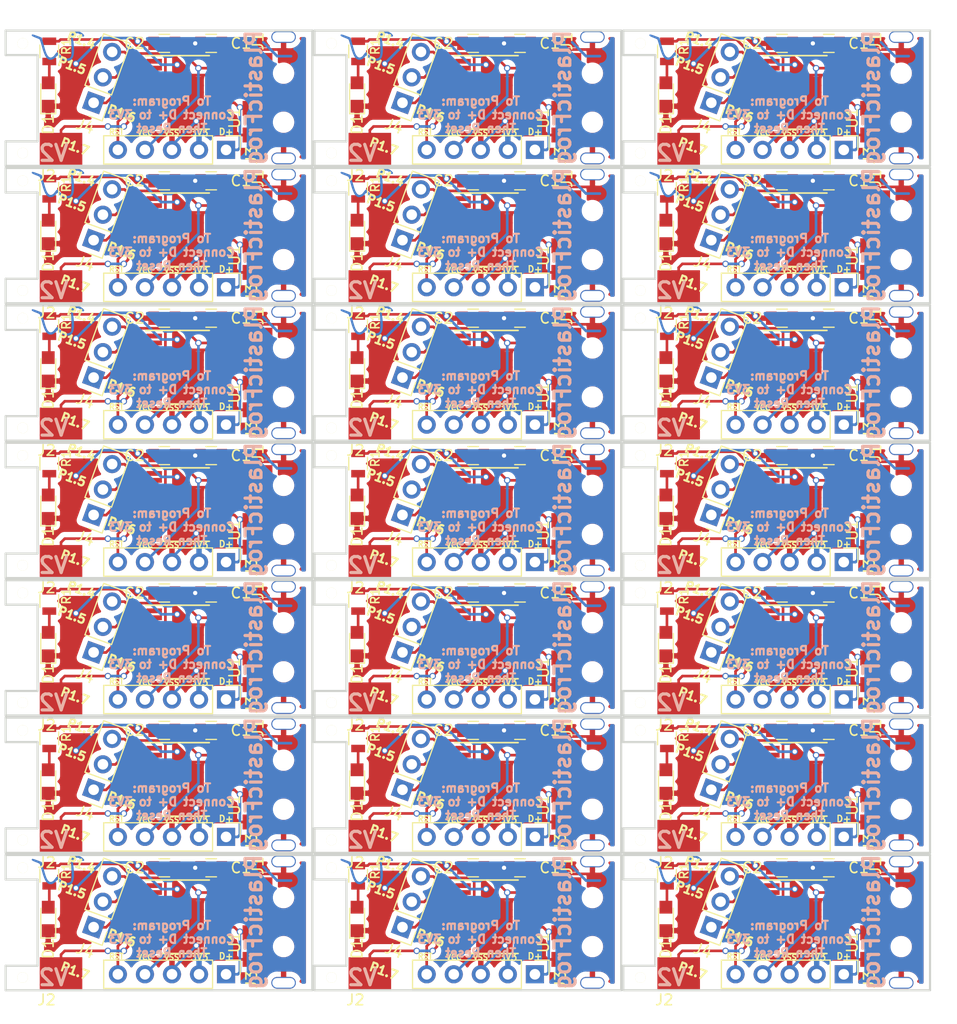
<source format=kicad_pcb>
(kicad_pcb (version 20171130) (host pcbnew 5.0.1)
  (layers (0 F.Cu signal) (31 B.Cu signal) (34 B.Paste user) (35 F.Paste user) (36 B.SilkS user) (37 F.SilkS user) (38 B.Mask user) (39 F.Mask user) (44 Edge.Cuts user))
  (net 0 "")
  (net 1 VSS)
  (net 2 +3V3)
  (net 3 VCC)
  (net 4 "Net-(D1-Pad2)")
  (net 5 D-)
  (net 6 D+)
  (net 7 "Net-(R1-Pad1)")
  (net 8 "Net-(U1-Pad1)")
  (net 9 "Net-(U1-Pad9)")
  (net 10 "Net-(U1-Pad10)")
  (net 11 "Net-(U1-Pad11)")
  (net 12 "Net-(U1-Pad12)")
  (net 13 "Net-(U1-Pad13)")
  (net 14 "Net-(U1-Pad16)")
  (net 15 "Net-(U1-Pad17)")
  (net 16 P1.6)
  (net 17 P1.5)
  (net 18 P1.4)
  (net 19 RST)
  (net 20 P1.0)
  (net 21 "Net-(U1-Pad5)")
  (module Connectors_USB:USB-A_Jing (layer F.Cu) (at 208.45 78.9 270)
    (fp_text reference J1 (at -5.3 1.25 270) (layer F.SilkS))
    (fp_text value USB_A)
    (pad 4 smd rect (at 3.5 1.3 270) (size 1.4 2.8) (layers F.Cu F.Paste F.Mask) (net 1 VSS))
    (pad 3 smd rect (at 1 1.3 270) (size 1.4 2.8) (layers F.Cu F.Paste F.Mask) (net 6 D+))
    (pad 2 smd rect (at -1 1.3 270) (size 1.4 2.8) (layers F.Cu F.Paste F.Mask) (net 5 D-))
    (pad 1 smd rect (at -3.5 1.3 270) (size 1.4 2.8) (layers F.Cu F.Paste F.Mask) (net 3 VCC))
    (pad "" np_thru_hole circle (at 2.3 -1.15 270) (size 1 1) (drill 1) (layers *.Cu *.Mask))
    (pad "" np_thru_hole circle (at -2.3 -1.15 270) (size 1 1) (drill 1) (layers *.Cu *.Mask))
    (pad 5 thru_hole oval (at 5.7 -1.15 270) (size 1.1 2.3) (drill oval 0.9 2.1) (layers *.Cu *.Mask) (net 1 VSS))
    (pad 5 thru_hole oval (at -5.7 -1.15 270) (size 1.1 2.3) (drill oval 0.9 2.1) (layers *.Cu *.Mask) (net 1 VSS))
  )
  (module Pin_Headers:Pin_Header_Straight_1x05_Pitch2.54mm (layer F.Cu) (at 204.2 83.8 270)
    (fp_text reference J3 (at 0.5 -2.4 270) (layer F.SilkS))
    (fp_text value Conn_01x05)
    (pad 5 thru_hole oval (at 0 10.16 270) (size 1.7 1.7) (drill 1) (layers *.Cu *.Mask) (net 19 RST))
    (pad 4 thru_hole oval (at 0 7.62 270) (size 1.7 1.7) (drill 1) (layers *.Cu *.Mask) (net 3 VCC))
    (pad 3 thru_hole oval (at 0 5.08 270) (size 1.7 1.7) (drill 1) (layers *.Cu *.Mask) (net 1 VSS))
    (pad 2 thru_hole oval (at 0 2.54 270) (size 1.7 1.7) (drill 1) (layers *.Cu *.Mask) (net 2 +3V3))
    (pad 1 thru_hole rect (at 0 0 270) (size 1.7 1.7) (drill 1) (layers *.Cu *.Mask) (net 6 D+))
  )
  (module LEDs:LED_0805 (layer F.Cu) (at 187.5 104.4 90)
    (fp_text reference D1 (at -2.8 0 90) (layer F.SilkS))
    (fp_text value LED)
    (pad 2 smd rect (at 1.1 0 270) (size 1.2 1.2) (layers F.Cu F.Paste F.Mask) (net 4 "Net-(D1-Pad2)"))
    (pad 1 smd rect (at -1.1 0 270) (size 1.2 1.2) (layers F.Cu F.Paste F.Mask) (net 1 VSS))
  )
  (module Wire_Pads:SolderWirePad_single_1mmDrill (layer F.Cu) (at 185.1 125.4)
    (fp_text reference "" (at 0 -3.81) (layer F.SilkS))
    (fp_text value "")
    (pad "" np_thru_hole circle (at 0 0) (size 1 1) (drill 1) (layers *.Cu *.Mask))
  )
  (module Capacitors_SMD:C_0805 (layer F.Cu) (at 202.8 125.4 180)
    (fp_text reference C1 (at -2.8 0 180) (layer F.SilkS))
    (fp_text value 0.1uF)
    (pad 2 smd rect (at 1 0 180) (size 1 1.25) (layers F.Cu F.Paste F.Mask) (net 2 +3V3))
    (pad 1 smd rect (at -1 0 180) (size 1 1.25) (layers F.Cu F.Paste F.Mask) (net 1 VSS))
  )
  (module Pin_Headers:Pin_Header_Straight_1x03_Pitch2.54mm (layer F.Cu) (at 191.762538 105.173639 160)
    (fp_text reference J4 (at 0 -2.33 160) (layer F.SilkS))
    (fp_text value Conn_01x03)
    (pad 3 thru_hole oval (at 0 5.08 160) (size 1.7 1.7) (drill 1) (layers *.Cu *.Mask) (net 18 P1.4))
    (pad 2 thru_hole oval (at 0 2.54 160) (size 1.7 1.7) (drill 1) (layers *.Cu *.Mask) (net 17 P1.5))
    (pad 1 thru_hole rect (at 0 0 160) (size 1.7 1.7) (drill 1) (layers *.Cu *.Mask) (net 16 P1.6))
  )
  (module Resistors_SMD:R_0805 (layer F.Cu) (at 187.6 100.35 270)
    (fp_text reference R1 (at -0.45 -1.6 270) (layer F.SilkS) (effects (font (size 0.8 0.8))))
    (fp_text value 330ohm)
    (pad 1 smd rect (at -0.95 0 270) (size 0.7 1.3) (layers F.Cu F.Paste F.Mask) (net 7 "Net-(R1-Pad1)"))
    (pad 2 smd rect (at 0.95 0 270) (size 0.7 1.3) (layers F.Cu F.Paste F.Mask) (net 4 "Net-(D1-Pad2)"))
  )
  (module Card:TouchPad_small (layer F.Cu) (at 188.7 83.7)
    (fp_text reference J2 (at -1.35 2.5) (layer F.SilkS))
    (fp_text value Conn_01x01)
    (pad 1 smd rect (at 0 0) (size 4 3) (layers F.Cu F.Paste) (net 20 P1.0))
  )
  (module Card:TouchPad_small (layer F.Cu) (at 188.7 148.2)
    (fp_text reference J2 (at -1.35 2.5) (layer F.SilkS))
    (fp_text value Conn_01x01)
    (pad 1 smd rect (at 0 0) (size 4 3) (layers F.Cu F.Paste) (net 20 P1.0))
  )
  (module Wire_Pads:SolderWirePad_single_1mmDrill (layer F.Cu) (at 185.1 135.7)
    (fp_text reference "" (at -1.9 -3.2) (layer F.SilkS))
    (fp_text value "")
    (pad "" np_thru_hole circle (at 0 0) (size 1 1) (drill 1) (layers *.Cu *.Mask))
  )
  (module Resistors_SMD:R_0805 (layer F.Cu) (at 187.6 74.55 270)
    (fp_text reference R1 (at -0.45 -1.6 270) (layer F.SilkS) (effects (font (size 0.8 0.8))))
    (fp_text value 330ohm)
    (pad 2 smd rect (at 0.95 0 270) (size 0.7 1.3) (layers F.Cu F.Paste F.Mask) (net 4 "Net-(D1-Pad2)"))
    (pad 1 smd rect (at -0.95 0 270) (size 0.7 1.3) (layers F.Cu F.Paste F.Mask) (net 7 "Net-(R1-Pad1)"))
  )
  (module Wire_Pads:SolderWirePad_single_1mmDrill (layer F.Cu) (at 185.1 148.6)
    (fp_text reference "" (at -1.9 -3.2) (layer F.SilkS))
    (fp_text value "")
    (pad "" np_thru_hole circle (at 0 0) (size 1 1) (drill 1) (layers *.Cu *.Mask))
  )
  (module Wire_Pads:SolderWirePad_single_1mmDrill (layer F.Cu) (at 185.1 109.9)
    (fp_text reference "" (at -1.9 -3.2) (layer F.SilkS))
    (fp_text value "")
    (pad "" np_thru_hole circle (at 0 0) (size 1 1) (drill 1) (layers *.Cu *.Mask))
  )
  (module Wire_Pads:SolderWirePad_single_1mmDrill (layer F.Cu) (at 185.1 71.2)
    (fp_text reference "" (at -1.9 -3.2) (layer F.SilkS))
    (fp_text value "")
    (pad "" np_thru_hole circle (at 0 0) (size 1 1) (drill 1) (layers *.Cu *.Mask))
  )
  (module Housings_SSOP:TSSOP-20_4.4x6.5mm_Pitch0.65mm (layer F.Cu) (at 200.4 117.1)
    (fp_text reference U1 (at 4.6 2.4 90) (layer F.SilkS))
    (fp_text value CH552T)
    (pad 1 smd rect (at -2.95 -2.925) (size 1.45 0.45) (layers F.Cu F.Paste F.Mask) (net 8 "Net-(U1-Pad1)"))
    (pad 2 smd rect (at -2.95 -2.275) (size 1.45 0.45) (layers F.Cu F.Paste F.Mask) (net 18 P1.4))
    (pad 3 smd rect (at -2.95 -1.625) (size 1.45 0.45) (layers F.Cu F.Paste F.Mask) (net 17 P1.5))
    (pad 4 smd rect (at -2.95 -0.975) (size 1.45 0.45) (layers F.Cu F.Paste F.Mask) (net 16 P1.6))
    (pad 5 smd rect (at -2.95 -0.325) (size 1.45 0.45) (layers F.Cu F.Paste F.Mask) (net 21 "Net-(U1-Pad5)"))
    (pad 6 smd rect (at -2.95 0.325) (size 1.45 0.45) (layers F.Cu F.Paste F.Mask) (net 19 RST))
    (pad 7 smd rect (at -2.95 0.975) (size 1.45 0.45) (layers F.Cu F.Paste F.Mask) (net 20 P1.0))
    (pad 8 smd rect (at -2.95 1.625) (size 1.45 0.45) (layers F.Cu F.Paste F.Mask) (net 7 "Net-(R1-Pad1)"))
    (pad 9 smd rect (at -2.95 2.275) (size 1.45 0.45) (layers F.Cu F.Paste F.Mask) (net 9 "Net-(U1-Pad9)"))
    (pad 10 smd rect (at -2.95 2.925) (size 1.45 0.45) (layers F.Cu F.Paste F.Mask) (net 10 "Net-(U1-Pad10)"))
    (pad 11 smd rect (at 2.95 2.925) (size 1.45 0.45) (layers F.Cu F.Paste F.Mask) (net 11 "Net-(U1-Pad11)"))
    (pad 12 smd rect (at 2.95 2.275) (size 1.45 0.45) (layers F.Cu F.Paste F.Mask) (net 12 "Net-(U1-Pad12)"))
    (pad 13 smd rect (at 2.95 1.625) (size 1.45 0.45) (layers F.Cu F.Paste F.Mask) (net 13 "Net-(U1-Pad13)"))
    (pad 14 smd rect (at 2.95 0.975) (size 1.45 0.45) (layers F.Cu F.Paste F.Mask) (net 6 D+))
    (pad 15 smd rect (at 2.95 0.325) (size 1.45 0.45) (layers F.Cu F.Paste F.Mask) (net 5 D-))
    (pad 16 smd rect (at 2.95 -0.325) (size 1.45 0.45) (layers F.Cu F.Paste F.Mask) (net 14 "Net-(U1-Pad16)"))
    (pad 17 smd rect (at 2.95 -0.975) (size 1.45 0.45) (layers F.Cu F.Paste F.Mask) (net 15 "Net-(U1-Pad17)"))
    (pad 18 smd rect (at 2.95 -1.625) (size 1.45 0.45) (layers F.Cu F.Paste F.Mask) (net 1 VSS))
    (pad 19 smd rect (at 2.95 -2.275) (size 1.45 0.45) (layers F.Cu F.Paste F.Mask) (net 3 VCC))
    (pad 20 smd rect (at 2.95 -2.925) (size 1.45 0.45) (layers F.Cu F.Paste F.Mask) (net 2 +3V3))
  )
  (module Capacitors_SMD:C_0805 (layer F.Cu) (at 198.4 99.6)
    (fp_text reference C2 (at -2.8 0) (layer F.SilkS))
    (fp_text value 0.1uF)
    (pad 2 smd rect (at 1 0) (size 1 1.25) (layers F.Cu F.Paste F.Mask) (net 3 VCC))
    (pad 1 smd rect (at -1 0) (size 1 1.25) (layers F.Cu F.Paste F.Mask) (net 1 VSS))
  )
  (module Pin_Headers:Pin_Header_Straight_1x05_Pitch2.54mm (layer F.Cu) (at 204.2 109.6 270)
    (fp_text reference J3 (at 0.5 -2.4 270) (layer F.SilkS))
    (fp_text value Conn_01x05)
    (pad 1 thru_hole rect (at 0 0 270) (size 1.7 1.7) (drill 1) (layers *.Cu *.Mask) (net 6 D+))
    (pad 2 thru_hole oval (at 0 2.54 270) (size 1.7 1.7) (drill 1) (layers *.Cu *.Mask) (net 2 +3V3))
    (pad 3 thru_hole oval (at 0 5.08 270) (size 1.7 1.7) (drill 1) (layers *.Cu *.Mask) (net 1 VSS))
    (pad 4 thru_hole oval (at 0 7.62 270) (size 1.7 1.7) (drill 1) (layers *.Cu *.Mask) (net 3 VCC))
    (pad 5 thru_hole oval (at 0 10.16 270) (size 1.7 1.7) (drill 1) (layers *.Cu *.Mask) (net 19 RST))
  )
  (module NFCBuisness:W (layer B.Cu) (at 188.4 88 180)
    (fp_text reference Ref** hide)
    (fp_text value Val** hide)
    (fp_poly (pts (xy -1.630587 2.420899) (xy -1.447524 2.328559) (xy -1.311592 2.194757) (xy -1.304211 2.183555) (xy -1.265704 2.11344) (xy -1.244213 2.038839) (xy -1.23774 1.938094) (xy -1.244287 1.789546) (xy -1.255088 1.651) (xy -1.268682 1.442824) (xy -1.279873 1.184894) (xy -1.287394 0.912114) (xy -1.289962 0.690936) (xy -1.289221 0.458958) (xy -1.284387 0.294975) (xy -1.273305 0.182336) (xy -1.25382 0.10439) (xy -1.223775 0.044488) (xy -1.202268 0.013603) (xy -1.116398 -0.071274) (xy -1.002822 -0.111004) (xy -0.929984 -0.119227) (xy -0.68211 -0.100096) (xy -0.454281 -0.00289) (xy -0.240656 0.175182) (xy -0.185776 0.236175) (xy -0.081108 0.349759) (xy 0.009066 0.431822) (xy 0.066141 0.465547) (xy 0.068112 0.465666) (xy 0.123755 0.432548) (xy 0.197182 0.348904) (xy 0.229505 0.301607) (xy 0.376869 0.110873) (xy 0.526913 -0.003226) (xy 0.674284 -0.03902) (xy 0.813631 0.005163) (xy 0.907971 0.089777) (xy 0.988653 0.198585) (xy 1.058934 0.326542) (xy 1.126082 0.490779) (xy 1.197364 0.708426) (xy 1.255985 0.910166) (xy 1.31545 1.12099) (xy 1.377683 1.340443) (xy 1.431333 1.528529) (xy 1.442246 1.566558) (xy 1.521416 1.84195) (xy 1.949565 2.005418) (xy 2.167567 2.084028) (xy 2.315998 2.126297) (xy 2.401001 2.133773) (xy 2.422145 2.124455) (xy 2.452677 2.065526) (xy 2.41974 2.005855) (xy 2.317286 1.940366) (xy 2.13927 1.863979) (xy 2.089887 1.8454) (xy 1.930263 1.78316) (xy 1.799296 1.726134) (xy 1.71927 1.684217) (xy 1.708527 1.676067) (xy 1.680315 1.619963) (xy 1.636526 1.498254) (xy 1.582553 1.327363) (xy 1.52379 1.123712) (xy 1.507251 1.063196) (xy 1.396737 0.68139) (xy 1.290651 0.376432) (xy 1.184846 0.140938) (xy 1.075173 -0.032475) (xy 0.957485 -0.15119) (xy 0.827635 -0.222591) (xy 0.776069 -0.238398) (xy 0.602379 -0.241191) (xy 0.418574 -0.174646) (xy 0.246259 -0.047924) (xy 0.192569 0.009056) (xy 0.041511 0.185533) (xy -0.128458 0.008645) (xy -0.312966 -0.157866) (xy -0.496288 -0.260737) (xy -0.709082 -0.314778) (xy -0.823587 -0.327186) (xy -0.981029 -0.333485) (xy -1.090094 -0.317957) (xy -1.185756 -0.27362) (xy -1.227666 -0.246552) (xy -1.355913 -0.118677) (xy -1.447302 0.068507) (xy -1.502345 0.318683) (xy -1.521551 0.635539) (xy -1.505431 1.022758) (xy -1.460818 1.436924) (xy -1.432055 1.688127) (xy -1.424811 1.871541) (xy -1.442863 2.002167) (xy -1.489991 2.095003) (xy -1.569973 2.165049) (xy -1.656298 2.212878) (xy -1.801342 2.257899) (xy -1.939703 2.239415) (xy -2.087459 2.15265) (xy -2.203421 2.05035) (xy -2.298884 1.96489) (xy -2.361491 1.934189) (xy -2.413708 1.94891) (xy -2.426473 1.957639) (xy -2.473927 2.002339) (xy -2.467648 2.051331) (xy -2.429475 2.110518) (xy -2.32004 2.223928) (xy -2.167499 2.330713) (xy -2.002595 2.413218) (xy -1.856072 2.453788) (xy -1.829026 2.455333) (xy -1.630587 2.420899)) (layer B.Cu) (width 0.01))
  )
  (module Wire_Pads:SolderWirePad_single_1mmDrill (layer F.Cu) (at 185.1 86.7)
    (fp_text reference "" (at 0 -3.81) (layer F.SilkS))
    (fp_text value "")
    (pad "" np_thru_hole circle (at 0 0) (size 1 1) (drill 1) (layers *.Cu *.Mask))
  )
  (module Pin_Headers:Pin_Header_Straight_1x05_Pitch2.54mm (layer F.Cu) (at 204.2 122.5 270)
    (fp_text reference J3 (at 0.5 -2.4 270) (layer F.SilkS))
    (fp_text value Conn_01x05)
    (pad 1 thru_hole rect (at 0 0 270) (size 1.7 1.7) (drill 1) (layers *.Cu *.Mask) (net 6 D+))
    (pad 2 thru_hole oval (at 0 2.54 270) (size 1.7 1.7) (drill 1) (layers *.Cu *.Mask) (net 2 +3V3))
    (pad 3 thru_hole oval (at 0 5.08 270) (size 1.7 1.7) (drill 1) (layers *.Cu *.Mask) (net 1 VSS))
    (pad 4 thru_hole oval (at 0 7.62 270) (size 1.7 1.7) (drill 1) (layers *.Cu *.Mask) (net 3 VCC))
    (pad 5 thru_hole oval (at 0 10.16 270) (size 1.7 1.7) (drill 1) (layers *.Cu *.Mask) (net 19 RST))
  )
  (module Card:TouchPad_small (layer F.Cu) (at 188.7 122.4)
    (fp_text reference J2 (at -1.35 2.5) (layer F.SilkS))
    (fp_text value Conn_01x01)
    (pad 1 smd rect (at 0 0) (size 4 3) (layers F.Cu F.Paste) (net 20 P1.0))
  )
  (module Capacitors_SMD:C_0805 (layer F.Cu) (at 202.8 112.5 180)
    (fp_text reference C1 (at -2.8 0 180) (layer F.SilkS))
    (fp_text value 0.1uF)
    (pad 1 smd rect (at -1 0 180) (size 1 1.25) (layers F.Cu F.Paste F.Mask) (net 1 VSS))
    (pad 2 smd rect (at 1 0 180) (size 1 1.25) (layers F.Cu F.Paste F.Mask) (net 2 +3V3))
  )
  (module Capacitors_SMD:C_0805 (layer F.Cu) (at 202.8 60.9 180)
    (fp_text reference C1 (at -2.8 0 180) (layer F.SilkS))
    (fp_text value 0.1uF)
    (pad 2 smd rect (at 1 0 180) (size 1 1.25) (layers F.Cu F.Paste F.Mask) (net 2 +3V3))
    (pad 1 smd rect (at -1 0 180) (size 1 1.25) (layers F.Cu F.Paste F.Mask) (net 1 VSS))
  )
  (module Pin_Headers:Pin_Header_Straight_1x03_Pitch2.54mm (layer F.Cu) (at 191.762538 118.073639 160)
    (fp_text reference J4 (at 0 -2.33 160) (layer F.SilkS))
    (fp_text value Conn_01x03)
    (pad 3 thru_hole oval (at 0 5.08 160) (size 1.7 1.7) (drill 1) (layers *.Cu *.Mask) (net 18 P1.4))
    (pad 2 thru_hole oval (at 0 2.54 160) (size 1.7 1.7) (drill 1) (layers *.Cu *.Mask) (net 17 P1.5))
    (pad 1 thru_hole rect (at 0 0 160) (size 1.7 1.7) (drill 1) (layers *.Cu *.Mask) (net 16 P1.6))
  )
  (module Pin_Headers:Pin_Header_Straight_1x05_Pitch2.54mm (layer F.Cu) (at 204.2 70.9 270)
    (fp_text reference J3 (at 0.5 -2.4 270) (layer F.SilkS))
    (fp_text value Conn_01x05)
    (pad 5 thru_hole oval (at 0 10.16 270) (size 1.7 1.7) (drill 1) (layers *.Cu *.Mask) (net 19 RST))
    (pad 4 thru_hole oval (at 0 7.62 270) (size 1.7 1.7) (drill 1) (layers *.Cu *.Mask) (net 3 VCC))
    (pad 3 thru_hole oval (at 0 5.08 270) (size 1.7 1.7) (drill 1) (layers *.Cu *.Mask) (net 1 VSS))
    (pad 2 thru_hole oval (at 0 2.54 270) (size 1.7 1.7) (drill 1) (layers *.Cu *.Mask) (net 2 +3V3))
    (pad 1 thru_hole rect (at 0 0 270) (size 1.7 1.7) (drill 1) (layers *.Cu *.Mask) (net 6 D+))
  )
  (module Housings_SSOP:TSSOP-20_4.4x6.5mm_Pitch0.65mm (layer F.Cu) (at 200.4 142.9)
    (fp_text reference U1 (at 4.6 2.4 90) (layer F.SilkS))
    (fp_text value CH552T)
    (pad 1 smd rect (at -2.95 -2.925) (size 1.45 0.45) (layers F.Cu F.Paste F.Mask) (net 8 "Net-(U1-Pad1)"))
    (pad 2 smd rect (at -2.95 -2.275) (size 1.45 0.45) (layers F.Cu F.Paste F.Mask) (net 18 P1.4))
    (pad 3 smd rect (at -2.95 -1.625) (size 1.45 0.45) (layers F.Cu F.Paste F.Mask) (net 17 P1.5))
    (pad 4 smd rect (at -2.95 -0.975) (size 1.45 0.45) (layers F.Cu F.Paste F.Mask) (net 16 P1.6))
    (pad 5 smd rect (at -2.95 -0.325) (size 1.45 0.45) (layers F.Cu F.Paste F.Mask) (net 21 "Net-(U1-Pad5)"))
    (pad 6 smd rect (at -2.95 0.325) (size 1.45 0.45) (layers F.Cu F.Paste F.Mask) (net 19 RST))
    (pad 7 smd rect (at -2.95 0.975) (size 1.45 0.45) (layers F.Cu F.Paste F.Mask) (net 20 P1.0))
    (pad 8 smd rect (at -2.95 1.625) (size 1.45 0.45) (layers F.Cu F.Paste F.Mask) (net 7 "Net-(R1-Pad1)"))
    (pad 9 smd rect (at -2.95 2.275) (size 1.45 0.45) (layers F.Cu F.Paste F.Mask) (net 9 "Net-(U1-Pad9)"))
    (pad 10 smd rect (at -2.95 2.925) (size 1.45 0.45) (layers F.Cu F.Paste F.Mask) (net 10 "Net-(U1-Pad10)"))
    (pad 11 smd rect (at 2.95 2.925) (size 1.45 0.45) (layers F.Cu F.Paste F.Mask) (net 11 "Net-(U1-Pad11)"))
    (pad 12 smd rect (at 2.95 2.275) (size 1.45 0.45) (layers F.Cu F.Paste F.Mask) (net 12 "Net-(U1-Pad12)"))
    (pad 13 smd rect (at 2.95 1.625) (size 1.45 0.45) (layers F.Cu F.Paste F.Mask) (net 13 "Net-(U1-Pad13)"))
    (pad 14 smd rect (at 2.95 0.975) (size 1.45 0.45) (layers F.Cu F.Paste F.Mask) (net 6 D+))
    (pad 15 smd rect (at 2.95 0.325) (size 1.45 0.45) (layers F.Cu F.Paste F.Mask) (net 5 D-))
    (pad 16 smd rect (at 2.95 -0.325) (size 1.45 0.45) (layers F.Cu F.Paste F.Mask) (net 14 "Net-(U1-Pad16)"))
    (pad 17 smd rect (at 2.95 -0.975) (size 1.45 0.45) (layers F.Cu F.Paste F.Mask) (net 15 "Net-(U1-Pad17)"))
    (pad 18 smd rect (at 2.95 -1.625) (size 1.45 0.45) (layers F.Cu F.Paste F.Mask) (net 1 VSS))
    (pad 19 smd rect (at 2.95 -2.275) (size 1.45 0.45) (layers F.Cu F.Paste F.Mask) (net 3 VCC))
    (pad 20 smd rect (at 2.95 -2.925) (size 1.45 0.45) (layers F.Cu F.Paste F.Mask) (net 2 +3V3))
  )
  (module Capacitors_SMD:C_0805 (layer F.Cu) (at 202.8 73.8 180)
    (fp_text reference C1 (at -2.8 0 180) (layer F.SilkS))
    (fp_text value 0.1uF)
    (pad 2 smd rect (at 1 0 180) (size 1 1.25) (layers F.Cu F.Paste F.Mask) (net 2 +3V3))
    (pad 1 smd rect (at -1 0 180) (size 1 1.25) (layers F.Cu F.Paste F.Mask) (net 1 VSS))
  )
  (module Wire_Pads:SolderWirePad_single_1mmDrill (layer F.Cu) (at 185.1 99.6)
    (fp_text reference "" (at 0 -3.81) (layer F.SilkS))
    (fp_text value "")
    (pad "" np_thru_hole circle (at 0 0) (size 1 1) (drill 1) (layers *.Cu *.Mask))
  )
  (module Card:TouchPad_small (layer F.Cu) (at 188.7 70.8)
    (fp_text reference J2 (at -1.35 2.5) (layer F.SilkS))
    (fp_text value Conn_01x01)
    (pad 1 smd rect (at 0 0) (size 4 3) (layers F.Cu F.Paste) (net 20 P1.0))
  )
  (module Connectors_USB:USB-A_Jing (layer F.Cu) (at 208.45 117.6 270)
    (fp_text reference J1 (at -5.3 1.25 270) (layer F.SilkS))
    (fp_text value USB_A)
    (pad 5 thru_hole oval (at -5.7 -1.15 270) (size 1.1 2.3) (drill oval 0.9 2.1) (layers *.Cu *.Mask) (net 1 VSS))
    (pad 5 thru_hole oval (at 5.7 -1.15 270) (size 1.1 2.3) (drill oval 0.9 2.1) (layers *.Cu *.Mask) (net 1 VSS))
    (pad "" np_thru_hole circle (at -2.3 -1.15 270) (size 1 1) (drill 1) (layers *.Cu *.Mask))
    (pad "" np_thru_hole circle (at 2.3 -1.15 270) (size 1 1) (drill 1) (layers *.Cu *.Mask))
    (pad 1 smd rect (at -3.5 1.3 270) (size 1.4 2.8) (layers F.Cu F.Paste F.Mask) (net 3 VCC))
    (pad 2 smd rect (at -1 1.3 270) (size 1.4 2.8) (layers F.Cu F.Paste F.Mask) (net 5 D-))
    (pad 3 smd rect (at 1 1.3 270) (size 1.4 2.8) (layers F.Cu F.Paste F.Mask) (net 6 D+))
    (pad 4 smd rect (at 3.5 1.3 270) (size 1.4 2.8) (layers F.Cu F.Paste F.Mask) (net 1 VSS))
  )
  (module LEDs:LED_0805 (layer F.Cu) (at 187.5 143.1 90)
    (fp_text reference D1 (at -2.8 0 90) (layer F.SilkS))
    (fp_text value LED)
    (pad 2 smd rect (at 1.1 0 270) (size 1.2 1.2) (layers F.Cu F.Paste F.Mask) (net 4 "Net-(D1-Pad2)"))
    (pad 1 smd rect (at -1.1 0 270) (size 1.2 1.2) (layers F.Cu F.Paste F.Mask) (net 1 VSS))
  )
  (module Connectors_USB:USB-A_Jing (layer F.Cu) (at 208.45 143.4 270)
    (fp_text reference J1 (at -5.3 1.25 270) (layer F.SilkS))
    (fp_text value USB_A)
    (pad 5 thru_hole oval (at -5.7 -1.15 270) (size 1.1 2.3) (drill oval 0.9 2.1) (layers *.Cu *.Mask) (net 1 VSS))
    (pad 5 thru_hole oval (at 5.7 -1.15 270) (size 1.1 2.3) (drill oval 0.9 2.1) (layers *.Cu *.Mask) (net 1 VSS))
    (pad "" np_thru_hole circle (at -2.3 -1.15 270) (size 1 1) (drill 1) (layers *.Cu *.Mask))
    (pad "" np_thru_hole circle (at 2.3 -1.15 270) (size 1 1) (drill 1) (layers *.Cu *.Mask))
    (pad 1 smd rect (at -3.5 1.3 270) (size 1.4 2.8) (layers F.Cu F.Paste F.Mask) (net 3 VCC))
    (pad 2 smd rect (at -1 1.3 270) (size 1.4 2.8) (layers F.Cu F.Paste F.Mask) (net 5 D-))
    (pad 3 smd rect (at 1 1.3 270) (size 1.4 2.8) (layers F.Cu F.Paste F.Mask) (net 6 D+))
    (pad 4 smd rect (at 3.5 1.3 270) (size 1.4 2.8) (layers F.Cu F.Paste F.Mask) (net 1 VSS))
  )
  (module Capacitors_SMD:C_0805 (layer F.Cu) (at 198.4 138.3)
    (fp_text reference C2 (at -2.8 0) (layer F.SilkS))
    (fp_text value 0.1uF)
    (pad 2 smd rect (at 1 0) (size 1 1.25) (layers F.Cu F.Paste F.Mask) (net 3 VCC))
    (pad 1 smd rect (at -1 0) (size 1 1.25) (layers F.Cu F.Paste F.Mask) (net 1 VSS))
  )
  (module Resistors_SMD:R_0805 (layer F.Cu) (at 187.6 113.25 270)
    (fp_text reference R1 (at -0.45 -1.6 270) (layer F.SilkS) (effects (font (size 0.8 0.8))))
    (fp_text value 330ohm)
    (pad 1 smd rect (at -0.95 0 270) (size 0.7 1.3) (layers F.Cu F.Paste F.Mask) (net 7 "Net-(R1-Pad1)"))
    (pad 2 smd rect (at 0.95 0 270) (size 0.7 1.3) (layers F.Cu F.Paste F.Mask) (net 4 "Net-(D1-Pad2)"))
  )
  (module Card:TouchPad_small (layer F.Cu) (at 188.7 135.3)
    (fp_text reference J2 (at -1.35 2.5) (layer F.SilkS))
    (fp_text value Conn_01x01)
    (pad 1 smd rect (at 0 0) (size 4 3) (layers F.Cu F.Paste) (net 20 P1.0))
  )
  (module LEDs:LED_0805 (layer F.Cu) (at 187.5 65.7 90)
    (fp_text reference D1 (at -2.8 0 90) (layer F.SilkS))
    (fp_text value LED)
    (pad 1 smd rect (at -1.1 0 270) (size 1.2 1.2) (layers F.Cu F.Paste F.Mask) (net 1 VSS))
    (pad 2 smd rect (at 1.1 0 270) (size 1.2 1.2) (layers F.Cu F.Paste F.Mask) (net 4 "Net-(D1-Pad2)"))
  )
  (module LEDs:LED_0805 (layer F.Cu) (at 187.5 130.2 90)
    (fp_text reference D1 (at -2.8 0 90) (layer F.SilkS))
    (fp_text value LED)
    (pad 1 smd rect (at -1.1 0 270) (size 1.2 1.2) (layers F.Cu F.Paste F.Mask) (net 1 VSS))
    (pad 2 smd rect (at 1.1 0 270) (size 1.2 1.2) (layers F.Cu F.Paste F.Mask) (net 4 "Net-(D1-Pad2)"))
  )
  (module LEDs:LED_0805 (layer F.Cu) (at 187.5 78.6 90)
    (fp_text reference D1 (at -2.8 0 90) (layer F.SilkS))
    (fp_text value LED)
    (pad 1 smd rect (at -1.1 0 270) (size 1.2 1.2) (layers F.Cu F.Paste F.Mask) (net 1 VSS))
    (pad 2 smd rect (at 1.1 0 270) (size 1.2 1.2) (layers F.Cu F.Paste F.Mask) (net 4 "Net-(D1-Pad2)"))
  )
  (module Wire_Pads:SolderWirePad_single_1mmDrill (layer F.Cu) (at 185.1 112.5)
    (fp_text reference "" (at 0 -3.81) (layer F.SilkS))
    (fp_text value "")
    (pad "" np_thru_hole circle (at 0 0) (size 1 1) (drill 1) (layers *.Cu *.Mask))
  )
  (module Connectors_USB:USB-A_Jing (layer F.Cu) (at 208.45 104.7 270)
    (fp_text reference J1 (at -5.3 1.25 270) (layer F.SilkS))
    (fp_text value USB_A)
    (pad 5 thru_hole oval (at -5.7 -1.15 270) (size 1.1 2.3) (drill oval 0.9 2.1) (layers *.Cu *.Mask) (net 1 VSS))
    (pad 5 thru_hole oval (at 5.7 -1.15 270) (size 1.1 2.3) (drill oval 0.9 2.1) (layers *.Cu *.Mask) (net 1 VSS))
    (pad "" np_thru_hole circle (at -2.3 -1.15 270) (size 1 1) (drill 1) (layers *.Cu *.Mask))
    (pad "" np_thru_hole circle (at 2.3 -1.15 270) (size 1 1) (drill 1) (layers *.Cu *.Mask))
    (pad 1 smd rect (at -3.5 1.3 270) (size 1.4 2.8) (layers F.Cu F.Paste F.Mask) (net 3 VCC))
    (pad 2 smd rect (at -1 1.3 270) (size 1.4 2.8) (layers F.Cu F.Paste F.Mask) (net 5 D-))
    (pad 3 smd rect (at 1 1.3 270) (size 1.4 2.8) (layers F.Cu F.Paste F.Mask) (net 6 D+))
    (pad 4 smd rect (at 3.5 1.3 270) (size 1.4 2.8) (layers F.Cu F.Paste F.Mask) (net 1 VSS))
  )
  (module Card:TouchPad_small (layer F.Cu) (at 188.7 109.5)
    (fp_text reference J2 (at -1.35 2.5) (layer F.SilkS))
    (fp_text value Conn_01x01)
    (pad 1 smd rect (at 0 0) (size 4 3) (layers F.Cu F.Paste) (net 20 P1.0))
  )
  (module Wire_Pads:SolderWirePad_single_1mmDrill (layer F.Cu) (at 185.1 60.9)
    (fp_text reference "" (at 0 -3.81) (layer F.SilkS))
    (fp_text value "")
    (pad "" np_thru_hole circle (at 0 0) (size 1 1) (drill 1) (layers *.Cu *.Mask))
  )
  (module Capacitors_SMD:C_0805 (layer F.Cu) (at 198.4 112.5)
    (fp_text reference C2 (at -2.8 0) (layer F.SilkS))
    (fp_text value 0.1uF)
    (pad 2 smd rect (at 1 0) (size 1 1.25) (layers F.Cu F.Paste F.Mask) (net 3 VCC))
    (pad 1 smd rect (at -1 0) (size 1 1.25) (layers F.Cu F.Paste F.Mask) (net 1 VSS))
  )
  (module Housings_SSOP:TSSOP-20_4.4x6.5mm_Pitch0.65mm (layer F.Cu) (at 200.4 65.5)
    (fp_text reference U1 (at 4.6 2.4 90) (layer F.SilkS))
    (fp_text value CH552T)
    (pad 20 smd rect (at 2.95 -2.925) (size 1.45 0.45) (layers F.Cu F.Paste F.Mask) (net 2 +3V3))
    (pad 19 smd rect (at 2.95 -2.275) (size 1.45 0.45) (layers F.Cu F.Paste F.Mask) (net 3 VCC))
    (pad 18 smd rect (at 2.95 -1.625) (size 1.45 0.45) (layers F.Cu F.Paste F.Mask) (net 1 VSS))
    (pad 17 smd rect (at 2.95 -0.975) (size 1.45 0.45) (layers F.Cu F.Paste F.Mask) (net 15 "Net-(U1-Pad17)"))
    (pad 16 smd rect (at 2.95 -0.325) (size 1.45 0.45) (layers F.Cu F.Paste F.Mask) (net 14 "Net-(U1-Pad16)"))
    (pad 15 smd rect (at 2.95 0.325) (size 1.45 0.45) (layers F.Cu F.Paste F.Mask) (net 5 D-))
    (pad 14 smd rect (at 2.95 0.975) (size 1.45 0.45) (layers F.Cu F.Paste F.Mask) (net 6 D+))
    (pad 13 smd rect (at 2.95 1.625) (size 1.45 0.45) (layers F.Cu F.Paste F.Mask) (net 13 "Net-(U1-Pad13)"))
    (pad 12 smd rect (at 2.95 2.275) (size 1.45 0.45) (layers F.Cu F.Paste F.Mask) (net 12 "Net-(U1-Pad12)"))
    (pad 11 smd rect (at 2.95 2.925) (size 1.45 0.45) (layers F.Cu F.Paste F.Mask) (net 11 "Net-(U1-Pad11)"))
    (pad 10 smd rect (at -2.95 2.925) (size 1.45 0.45) (layers F.Cu F.Paste F.Mask) (net 10 "Net-(U1-Pad10)"))
    (pad 9 smd rect (at -2.95 2.275) (size 1.45 0.45) (layers F.Cu F.Paste F.Mask) (net 9 "Net-(U1-Pad9)"))
    (pad 8 smd rect (at -2.95 1.625) (size 1.45 0.45) (layers F.Cu F.Paste F.Mask) (net 7 "Net-(R1-Pad1)"))
    (pad 7 smd rect (at -2.95 0.975) (size 1.45 0.45) (layers F.Cu F.Paste F.Mask) (net 20 P1.0))
    (pad 6 smd rect (at -2.95 0.325) (size 1.45 0.45) (layers F.Cu F.Paste F.Mask) (net 19 RST))
    (pad 5 smd rect (at -2.95 -0.325) (size 1.45 0.45) (layers F.Cu F.Paste F.Mask) (net 21 "Net-(U1-Pad5)"))
    (pad 4 smd rect (at -2.95 -0.975) (size 1.45 0.45) (layers F.Cu F.Paste F.Mask) (net 16 P1.6))
    (pad 3 smd rect (at -2.95 -1.625) (size 1.45 0.45) (layers F.Cu F.Paste F.Mask) (net 17 P1.5))
    (pad 2 smd rect (at -2.95 -2.275) (size 1.45 0.45) (layers F.Cu F.Paste F.Mask) (net 18 P1.4))
    (pad 1 smd rect (at -2.95 -2.925) (size 1.45 0.45) (layers F.Cu F.Paste F.Mask) (net 8 "Net-(U1-Pad1)"))
  )
  (module Capacitors_SMD:C_0805 (layer F.Cu) (at 198.4 73.8)
    (fp_text reference C2 (at -2.8 0) (layer F.SilkS))
    (fp_text value 0.1uF)
    (pad 1 smd rect (at -1 0) (size 1 1.25) (layers F.Cu F.Paste F.Mask) (net 1 VSS))
    (pad 2 smd rect (at 1 0) (size 1 1.25) (layers F.Cu F.Paste F.Mask) (net 3 VCC))
  )
  (module NFCBuisness:W (layer B.Cu) (at 188.4 75.1 180)
    (fp_text reference Ref** hide)
    (fp_text value Val** hide)
    (fp_poly (pts (xy -1.630587 2.420899) (xy -1.447524 2.328559) (xy -1.311592 2.194757) (xy -1.304211 2.183555) (xy -1.265704 2.11344) (xy -1.244213 2.038839) (xy -1.23774 1.938094) (xy -1.244287 1.789546) (xy -1.255088 1.651) (xy -1.268682 1.442824) (xy -1.279873 1.184894) (xy -1.287394 0.912114) (xy -1.289962 0.690936) (xy -1.289221 0.458958) (xy -1.284387 0.294975) (xy -1.273305 0.182336) (xy -1.25382 0.10439) (xy -1.223775 0.044488) (xy -1.202268 0.013603) (xy -1.116398 -0.071274) (xy -1.002822 -0.111004) (xy -0.929984 -0.119227) (xy -0.68211 -0.100096) (xy -0.454281 -0.00289) (xy -0.240656 0.175182) (xy -0.185776 0.236175) (xy -0.081108 0.349759) (xy 0.009066 0.431822) (xy 0.066141 0.465547) (xy 0.068112 0.465666) (xy 0.123755 0.432548) (xy 0.197182 0.348904) (xy 0.229505 0.301607) (xy 0.376869 0.110873) (xy 0.526913 -0.003226) (xy 0.674284 -0.03902) (xy 0.813631 0.005163) (xy 0.907971 0.089777) (xy 0.988653 0.198585) (xy 1.058934 0.326542) (xy 1.126082 0.490779) (xy 1.197364 0.708426) (xy 1.255985 0.910166) (xy 1.31545 1.12099) (xy 1.377683 1.340443) (xy 1.431333 1.528529) (xy 1.442246 1.566558) (xy 1.521416 1.84195) (xy 1.949565 2.005418) (xy 2.167567 2.084028) (xy 2.315998 2.126297) (xy 2.401001 2.133773) (xy 2.422145 2.124455) (xy 2.452677 2.065526) (xy 2.41974 2.005855) (xy 2.317286 1.940366) (xy 2.13927 1.863979) (xy 2.089887 1.8454) (xy 1.930263 1.78316) (xy 1.799296 1.726134) (xy 1.71927 1.684217) (xy 1.708527 1.676067) (xy 1.680315 1.619963) (xy 1.636526 1.498254) (xy 1.582553 1.327363) (xy 1.52379 1.123712) (xy 1.507251 1.063196) (xy 1.396737 0.68139) (xy 1.290651 0.376432) (xy 1.184846 0.140938) (xy 1.075173 -0.032475) (xy 0.957485 -0.15119) (xy 0.827635 -0.222591) (xy 0.776069 -0.238398) (xy 0.602379 -0.241191) (xy 0.418574 -0.174646) (xy 0.246259 -0.047924) (xy 0.192569 0.009056) (xy 0.041511 0.185533) (xy -0.128458 0.008645) (xy -0.312966 -0.157866) (xy -0.496288 -0.260737) (xy -0.709082 -0.314778) (xy -0.823587 -0.327186) (xy -0.981029 -0.333485) (xy -1.090094 -0.317957) (xy -1.185756 -0.27362) (xy -1.227666 -0.246552) (xy -1.355913 -0.118677) (xy -1.447302 0.068507) (xy -1.502345 0.318683) (xy -1.521551 0.635539) (xy -1.505431 1.022758) (xy -1.460818 1.436924) (xy -1.432055 1.688127) (xy -1.424811 1.871541) (xy -1.442863 2.002167) (xy -1.489991 2.095003) (xy -1.569973 2.165049) (xy -1.656298 2.212878) (xy -1.801342 2.257899) (xy -1.939703 2.239415) (xy -2.087459 2.15265) (xy -2.203421 2.05035) (xy -2.298884 1.96489) (xy -2.361491 1.934189) (xy -2.413708 1.94891) (xy -2.426473 1.957639) (xy -2.473927 2.002339) (xy -2.467648 2.051331) (xy -2.429475 2.110518) (xy -2.32004 2.223928) (xy -2.167499 2.330713) (xy -2.002595 2.413218) (xy -1.856072 2.453788) (xy -1.829026 2.455333) (xy -1.630587 2.420899)) (layer B.Cu) (width 0.01))
  )
  (module Pin_Headers:Pin_Header_Straight_1x05_Pitch2.54mm (layer F.Cu) (at 204.2 135.4 270)
    (fp_text reference J3 (at 0.5 -2.4 270) (layer F.SilkS))
    (fp_text value Conn_01x05)
    (pad 5 thru_hole oval (at 0 10.16 270) (size 1.7 1.7) (drill 1) (layers *.Cu *.Mask) (net 19 RST))
    (pad 4 thru_hole oval (at 0 7.62 270) (size 1.7 1.7) (drill 1) (layers *.Cu *.Mask) (net 3 VCC))
    (pad 3 thru_hole oval (at 0 5.08 270) (size 1.7 1.7) (drill 1) (layers *.Cu *.Mask) (net 1 VSS))
    (pad 2 thru_hole oval (at 0 2.54 270) (size 1.7 1.7) (drill 1) (layers *.Cu *.Mask) (net 2 +3V3))
    (pad 1 thru_hole rect (at 0 0 270) (size 1.7 1.7) (drill 1) (layers *.Cu *.Mask) (net 6 D+))
  )
  (module Wire_Pads:SolderWirePad_single_1mmDrill (layer F.Cu) (at 185.1 73.8)
    (fp_text reference "" (at 0 -3.81) (layer F.SilkS))
    (fp_text value "")
    (pad "" np_thru_hole circle (at 0 0) (size 1 1) (drill 1) (layers *.Cu *.Mask))
  )
  (module Card:TouchPad_small (layer F.Cu) (at 188.7 96.6)
    (fp_text reference J2 (at -1.35 2.5) (layer F.SilkS))
    (fp_text value Conn_01x01)
    (pad 1 smd rect (at 0 0) (size 4 3) (layers F.Cu F.Paste) (net 20 P1.0))
  )
  (module Wire_Pads:SolderWirePad_single_1mmDrill (layer F.Cu) (at 185.1 122.8)
    (fp_text reference "" (at -1.9 -3.2) (layer F.SilkS))
    (fp_text value "")
    (pad "" np_thru_hole circle (at 0 0) (size 1 1) (drill 1) (layers *.Cu *.Mask))
  )
  (module Pin_Headers:Pin_Header_Straight_1x05_Pitch2.54mm (layer F.Cu) (at 204.2 96.7 270)
    (fp_text reference J3 (at 0.5 -2.4 270) (layer F.SilkS))
    (fp_text value Conn_01x05)
    (pad 1 thru_hole rect (at 0 0 270) (size 1.7 1.7) (drill 1) (layers *.Cu *.Mask) (net 6 D+))
    (pad 2 thru_hole oval (at 0 2.54 270) (size 1.7 1.7) (drill 1) (layers *.Cu *.Mask) (net 2 +3V3))
    (pad 3 thru_hole oval (at 0 5.08 270) (size 1.7 1.7) (drill 1) (layers *.Cu *.Mask) (net 1 VSS))
    (pad 4 thru_hole oval (at 0 7.62 270) (size 1.7 1.7) (drill 1) (layers *.Cu *.Mask) (net 3 VCC))
    (pad 5 thru_hole oval (at 0 10.16 270) (size 1.7 1.7) (drill 1) (layers *.Cu *.Mask) (net 19 RST))
  )
  (module Housings_SSOP:TSSOP-20_4.4x6.5mm_Pitch0.65mm (layer F.Cu) (at 200.4 130)
    (fp_text reference U1 (at 4.6 2.4 90) (layer F.SilkS))
    (fp_text value CH552T)
    (pad 20 smd rect (at 2.95 -2.925) (size 1.45 0.45) (layers F.Cu F.Paste F.Mask) (net 2 +3V3))
    (pad 19 smd rect (at 2.95 -2.275) (size 1.45 0.45) (layers F.Cu F.Paste F.Mask) (net 3 VCC))
    (pad 18 smd rect (at 2.95 -1.625) (size 1.45 0.45) (layers F.Cu F.Paste F.Mask) (net 1 VSS))
    (pad 17 smd rect (at 2.95 -0.975) (size 1.45 0.45) (layers F.Cu F.Paste F.Mask) (net 15 "Net-(U1-Pad17)"))
    (pad 16 smd rect (at 2.95 -0.325) (size 1.45 0.45) (layers F.Cu F.Paste F.Mask) (net 14 "Net-(U1-Pad16)"))
    (pad 15 smd rect (at 2.95 0.325) (size 1.45 0.45) (layers F.Cu F.Paste F.Mask) (net 5 D-))
    (pad 14 smd rect (at 2.95 0.975) (size 1.45 0.45) (layers F.Cu F.Paste F.Mask) (net 6 D+))
    (pad 13 smd rect (at 2.95 1.625) (size 1.45 0.45) (layers F.Cu F.Paste F.Mask) (net 13 "Net-(U1-Pad13)"))
    (pad 12 smd rect (at 2.95 2.275) (size 1.45 0.45) (layers F.Cu F.Paste F.Mask) (net 12 "Net-(U1-Pad12)"))
    (pad 11 smd rect (at 2.95 2.925) (size 1.45 0.45) (layers F.Cu F.Paste F.Mask) (net 11 "Net-(U1-Pad11)"))
    (pad 10 smd rect (at -2.95 2.925) (size 1.45 0.45) (layers F.Cu F.Paste F.Mask) (net 10 "Net-(U1-Pad10)"))
    (pad 9 smd rect (at -2.95 2.275) (size 1.45 0.45) (layers F.Cu F.Paste F.Mask) (net 9 "Net-(U1-Pad9)"))
    (pad 8 smd rect (at -2.95 1.625) (size 1.45 0.45) (layers F.Cu F.Paste F.Mask) (net 7 "Net-(R1-Pad1)"))
    (pad 7 smd rect (at -2.95 0.975) (size 1.45 0.45) (layers F.Cu F.Paste F.Mask) (net 20 P1.0))
    (pad 6 smd rect (at -2.95 0.325) (size 1.45 0.45) (layers F.Cu F.Paste F.Mask) (net 19 RST))
    (pad 5 smd rect (at -2.95 -0.325) (size 1.45 0.45) (layers F.Cu F.Paste F.Mask) (net 21 "Net-(U1-Pad5)"))
    (pad 4 smd rect (at -2.95 -0.975) (size 1.45 0.45) (layers F.Cu F.Paste F.Mask) (net 16 P1.6))
    (pad 3 smd rect (at -2.95 -1.625) (size 1.45 0.45) (layers F.Cu F.Paste F.Mask) (net 17 P1.5))
    (pad 2 smd rect (at -2.95 -2.275) (size 1.45 0.45) (layers F.Cu F.Paste F.Mask) (net 18 P1.4))
    (pad 1 smd rect (at -2.95 -2.925) (size 1.45 0.45) (layers F.Cu F.Paste F.Mask) (net 8 "Net-(U1-Pad1)"))
  )
  (module Pin_Headers:Pin_Header_Straight_1x03_Pitch2.54mm (layer F.Cu) (at 191.762538 79.373639 160)
    (fp_text reference J4 (at 0 -2.33 160) (layer F.SilkS))
    (fp_text value Conn_01x03)
    (pad 1 thru_hole rect (at 0 0 160) (size 1.7 1.7) (drill 1) (layers *.Cu *.Mask) (net 16 P1.6))
    (pad 2 thru_hole oval (at 0 2.54 160) (size 1.7 1.7) (drill 1) (layers *.Cu *.Mask) (net 17 P1.5))
    (pad 3 thru_hole oval (at 0 5.08 160) (size 1.7 1.7) (drill 1) (layers *.Cu *.Mask) (net 18 P1.4))
  )
  (module Resistors_SMD:R_0805 (layer F.Cu) (at 187.6 87.45 270)
    (fp_text reference R1 (at -0.45 -1.6 270) (layer F.SilkS) (effects (font (size 0.8 0.8))))
    (fp_text value 330ohm)
    (pad 1 smd rect (at -0.95 0 270) (size 0.7 1.3) (layers F.Cu F.Paste F.Mask) (net 7 "Net-(R1-Pad1)"))
    (pad 2 smd rect (at 0.95 0 270) (size 0.7 1.3) (layers F.Cu F.Paste F.Mask) (net 4 "Net-(D1-Pad2)"))
  )
  (module Pin_Headers:Pin_Header_Straight_1x05_Pitch2.54mm (layer F.Cu) (at 204.2 148.3 270)
    (fp_text reference J3 (at 0.5 -2.4 270) (layer F.SilkS))
    (fp_text value Conn_01x05)
    (pad 1 thru_hole rect (at 0 0 270) (size 1.7 1.7) (drill 1) (layers *.Cu *.Mask) (net 6 D+))
    (pad 2 thru_hole oval (at 0 2.54 270) (size 1.7 1.7) (drill 1) (layers *.Cu *.Mask) (net 2 +3V3))
    (pad 3 thru_hole oval (at 0 5.08 270) (size 1.7 1.7) (drill 1) (layers *.Cu *.Mask) (net 1 VSS))
    (pad 4 thru_hole oval (at 0 7.62 270) (size 1.7 1.7) (drill 1) (layers *.Cu *.Mask) (net 3 VCC))
    (pad 5 thru_hole oval (at 0 10.16 270) (size 1.7 1.7) (drill 1) (layers *.Cu *.Mask) (net 19 RST))
  )
  (module Capacitors_SMD:C_0805 (layer F.Cu) (at 202.8 138.3 180)
    (fp_text reference C1 (at -2.8 0 180) (layer F.SilkS))
    (fp_text value 0.1uF)
    (pad 1 smd rect (at -1 0 180) (size 1 1.25) (layers F.Cu F.Paste F.Mask) (net 1 VSS))
    (pad 2 smd rect (at 1 0 180) (size 1 1.25) (layers F.Cu F.Paste F.Mask) (net 2 +3V3))
  )
  (module Capacitors_SMD:C_0805 (layer F.Cu) (at 202.8 86.7 180)
    (fp_text reference C1 (at -2.8 0 180) (layer F.SilkS))
    (fp_text value 0.1uF)
    (pad 1 smd rect (at -1 0 180) (size 1 1.25) (layers F.Cu F.Paste F.Mask) (net 1 VSS))
    (pad 2 smd rect (at 1 0 180) (size 1 1.25) (layers F.Cu F.Paste F.Mask) (net 2 +3V3))
  )
  (module Wire_Pads:SolderWirePad_single_1mmDrill (layer F.Cu) (at 185.1 138.3)
    (fp_text reference "" (at 0 -3.81) (layer F.SilkS))
    (fp_text value "")
    (pad "" np_thru_hole circle (at 0 0) (size 1 1) (drill 1) (layers *.Cu *.Mask))
  )
  (module Housings_SSOP:TSSOP-20_4.4x6.5mm_Pitch0.65mm (layer F.Cu) (at 200.4 78.4)
    (fp_text reference U1 (at 4.6 2.4 90) (layer F.SilkS))
    (fp_text value CH552T)
    (pad 20 smd rect (at 2.95 -2.925) (size 1.45 0.45) (layers F.Cu F.Paste F.Mask) (net 2 +3V3))
    (pad 19 smd rect (at 2.95 -2.275) (size 1.45 0.45) (layers F.Cu F.Paste F.Mask) (net 3 VCC))
    (pad 18 smd rect (at 2.95 -1.625) (size 1.45 0.45) (layers F.Cu F.Paste F.Mask) (net 1 VSS))
    (pad 17 smd rect (at 2.95 -0.975) (size 1.45 0.45) (layers F.Cu F.Paste F.Mask) (net 15 "Net-(U1-Pad17)"))
    (pad 16 smd rect (at 2.95 -0.325) (size 1.45 0.45) (layers F.Cu F.Paste F.Mask) (net 14 "Net-(U1-Pad16)"))
    (pad 15 smd rect (at 2.95 0.325) (size 1.45 0.45) (layers F.Cu F.Paste F.Mask) (net 5 D-))
    (pad 14 smd rect (at 2.95 0.975) (size 1.45 0.45) (layers F.Cu F.Paste F.Mask) (net 6 D+))
    (pad 13 smd rect (at 2.95 1.625) (size 1.45 0.45) (layers F.Cu F.Paste F.Mask) (net 13 "Net-(U1-Pad13)"))
    (pad 12 smd rect (at 2.95 2.275) (size 1.45 0.45) (layers F.Cu F.Paste F.Mask) (net 12 "Net-(U1-Pad12)"))
    (pad 11 smd rect (at 2.95 2.925) (size 1.45 0.45) (layers F.Cu F.Paste F.Mask) (net 11 "Net-(U1-Pad11)"))
    (pad 10 smd rect (at -2.95 2.925) (size 1.45 0.45) (layers F.Cu F.Paste F.Mask) (net 10 "Net-(U1-Pad10)"))
    (pad 9 smd rect (at -2.95 2.275) (size 1.45 0.45) (layers F.Cu F.Paste F.Mask) (net 9 "Net-(U1-Pad9)"))
    (pad 8 smd rect (at -2.95 1.625) (size 1.45 0.45) (layers F.Cu F.Paste F.Mask) (net 7 "Net-(R1-Pad1)"))
    (pad 7 smd rect (at -2.95 0.975) (size 1.45 0.45) (layers F.Cu F.Paste F.Mask) (net 20 P1.0))
    (pad 6 smd rect (at -2.95 0.325) (size 1.45 0.45) (layers F.Cu F.Paste F.Mask) (net 19 RST))
    (pad 5 smd rect (at -2.95 -0.325) (size 1.45 0.45) (layers F.Cu F.Paste F.Mask) (net 21 "Net-(U1-Pad5)"))
    (pad 4 smd rect (at -2.95 -0.975) (size 1.45 0.45) (layers F.Cu F.Paste F.Mask) (net 16 P1.6))
    (pad 3 smd rect (at -2.95 -1.625) (size 1.45 0.45) (layers F.Cu F.Paste F.Mask) (net 17 P1.5))
    (pad 2 smd rect (at -2.95 -2.275) (size 1.45 0.45) (layers F.Cu F.Paste F.Mask) (net 18 P1.4))
    (pad 1 smd rect (at -2.95 -2.925) (size 1.45 0.45) (layers F.Cu F.Paste F.Mask) (net 8 "Net-(U1-Pad1)"))
  )
  (module Connectors_USB:USB-A_Jing (layer F.Cu) (at 208.45 91.8 270)
    (fp_text reference J1 (at -5.3 1.25 270) (layer F.SilkS))
    (fp_text value USB_A)
    (pad 5 thru_hole oval (at -5.7 -1.15 270) (size 1.1 2.3) (drill oval 0.9 2.1) (layers *.Cu *.Mask) (net 1 VSS))
    (pad 5 thru_hole oval (at 5.7 -1.15 270) (size 1.1 2.3) (drill oval 0.9 2.1) (layers *.Cu *.Mask) (net 1 VSS))
    (pad "" np_thru_hole circle (at -2.3 -1.15 270) (size 1 1) (drill 1) (layers *.Cu *.Mask))
    (pad "" np_thru_hole circle (at 2.3 -1.15 270) (size 1 1) (drill 1) (layers *.Cu *.Mask))
    (pad 1 smd rect (at -3.5 1.3 270) (size 1.4 2.8) (layers F.Cu F.Paste F.Mask) (net 3 VCC))
    (pad 2 smd rect (at -1 1.3 270) (size 1.4 2.8) (layers F.Cu F.Paste F.Mask) (net 5 D-))
    (pad 3 smd rect (at 1 1.3 270) (size 1.4 2.8) (layers F.Cu F.Paste F.Mask) (net 6 D+))
    (pad 4 smd rect (at 3.5 1.3 270) (size 1.4 2.8) (layers F.Cu F.Paste F.Mask) (net 1 VSS))
  )
  (module Capacitors_SMD:C_0805 (layer F.Cu) (at 198.4 125.4)
    (fp_text reference C2 (at -2.8 0) (layer F.SilkS))
    (fp_text value 0.1uF)
    (pad 1 smd rect (at -1 0) (size 1 1.25) (layers F.Cu F.Paste F.Mask) (net 1 VSS))
    (pad 2 smd rect (at 1 0) (size 1 1.25) (layers F.Cu F.Paste F.Mask) (net 3 VCC))
  )
  (module Wire_Pads:SolderWirePad_single_1mmDrill (layer F.Cu) (at 185.1 84.1)
    (fp_text reference "" (at -1.9 -3.2) (layer F.SilkS))
    (fp_text value "")
    (pad "" np_thru_hole circle (at 0 0) (size 1 1) (drill 1) (layers *.Cu *.Mask))
  )
  (module Capacitors_SMD:C_0805 (layer F.Cu) (at 198.4 60.9)
    (fp_text reference C2 (at -2.8 0) (layer F.SilkS))
    (fp_text value 0.1uF)
    (pad 1 smd rect (at -1 0) (size 1 1.25) (layers F.Cu F.Paste F.Mask) (net 1 VSS))
    (pad 2 smd rect (at 1 0) (size 1 1.25) (layers F.Cu F.Paste F.Mask) (net 3 VCC))
  )
  (module Housings_SSOP:TSSOP-20_4.4x6.5mm_Pitch0.65mm (layer F.Cu) (at 200.4 104.2)
    (fp_text reference U1 (at 4.6 2.4 90) (layer F.SilkS))
    (fp_text value CH552T)
    (pad 1 smd rect (at -2.95 -2.925) (size 1.45 0.45) (layers F.Cu F.Paste F.Mask) (net 8 "Net-(U1-Pad1)"))
    (pad 2 smd rect (at -2.95 -2.275) (size 1.45 0.45) (layers F.Cu F.Paste F.Mask) (net 18 P1.4))
    (pad 3 smd rect (at -2.95 -1.625) (size 1.45 0.45) (layers F.Cu F.Paste F.Mask) (net 17 P1.5))
    (pad 4 smd rect (at -2.95 -0.975) (size 1.45 0.45) (layers F.Cu F.Paste F.Mask) (net 16 P1.6))
    (pad 5 smd rect (at -2.95 -0.325) (size 1.45 0.45) (layers F.Cu F.Paste F.Mask) (net 21 "Net-(U1-Pad5)"))
    (pad 6 smd rect (at -2.95 0.325) (size 1.45 0.45) (layers F.Cu F.Paste F.Mask) (net 19 RST))
    (pad 7 smd rect (at -2.95 0.975) (size 1.45 0.45) (layers F.Cu F.Paste F.Mask) (net 20 P1.0))
    (pad 8 smd rect (at -2.95 1.625) (size 1.45 0.45) (layers F.Cu F.Paste F.Mask) (net 7 "Net-(R1-Pad1)"))
    (pad 9 smd rect (at -2.95 2.275) (size 1.45 0.45) (layers F.Cu F.Paste F.Mask) (net 9 "Net-(U1-Pad9)"))
    (pad 10 smd rect (at -2.95 2.925) (size 1.45 0.45) (layers F.Cu F.Paste F.Mask) (net 10 "Net-(U1-Pad10)"))
    (pad 11 smd rect (at 2.95 2.925) (size 1.45 0.45) (layers F.Cu F.Paste F.Mask) (net 11 "Net-(U1-Pad11)"))
    (pad 12 smd rect (at 2.95 2.275) (size 1.45 0.45) (layers F.Cu F.Paste F.Mask) (net 12 "Net-(U1-Pad12)"))
    (pad 13 smd rect (at 2.95 1.625) (size 1.45 0.45) (layers F.Cu F.Paste F.Mask) (net 13 "Net-(U1-Pad13)"))
    (pad 14 smd rect (at 2.95 0.975) (size 1.45 0.45) (layers F.Cu F.Paste F.Mask) (net 6 D+))
    (pad 15 smd rect (at 2.95 0.325) (size 1.45 0.45) (layers F.Cu F.Paste F.Mask) (net 5 D-))
    (pad 16 smd rect (at 2.95 -0.325) (size 1.45 0.45) (layers F.Cu F.Paste F.Mask) (net 14 "Net-(U1-Pad16)"))
    (pad 17 smd rect (at 2.95 -0.975) (size 1.45 0.45) (layers F.Cu F.Paste F.Mask) (net 15 "Net-(U1-Pad17)"))
    (pad 18 smd rect (at 2.95 -1.625) (size 1.45 0.45) (layers F.Cu F.Paste F.Mask) (net 1 VSS))
    (pad 19 smd rect (at 2.95 -2.275) (size 1.45 0.45) (layers F.Cu F.Paste F.Mask) (net 3 VCC))
    (pad 20 smd rect (at 2.95 -2.925) (size 1.45 0.45) (layers F.Cu F.Paste F.Mask) (net 2 +3V3))
  )
  (module Capacitors_SMD:C_0805 (layer F.Cu) (at 198.4 86.7)
    (fp_text reference C2 (at -2.8 0) (layer F.SilkS))
    (fp_text value 0.1uF)
    (pad 2 smd rect (at 1 0) (size 1 1.25) (layers F.Cu F.Paste F.Mask) (net 3 VCC))
    (pad 1 smd rect (at -1 0) (size 1 1.25) (layers F.Cu F.Paste F.Mask) (net 1 VSS))
  )
  (module Pin_Headers:Pin_Header_Straight_1x03_Pitch2.54mm (layer F.Cu) (at 191.762538 92.273639 160)
    (fp_text reference J4 (at 0 -2.33 160) (layer F.SilkS))
    (fp_text value Conn_01x03)
    (pad 3 thru_hole oval (at 0 5.08 160) (size 1.7 1.7) (drill 1) (layers *.Cu *.Mask) (net 18 P1.4))
    (pad 2 thru_hole oval (at 0 2.54 160) (size 1.7 1.7) (drill 1) (layers *.Cu *.Mask) (net 17 P1.5))
    (pad 1 thru_hole rect (at 0 0 160) (size 1.7 1.7) (drill 1) (layers *.Cu *.Mask) (net 16 P1.6))
  )
  (module Housings_SSOP:TSSOP-20_4.4x6.5mm_Pitch0.65mm (layer F.Cu) (at 200.4 91.3)
    (fp_text reference U1 (at 4.6 2.4 90) (layer F.SilkS))
    (fp_text value CH552T)
    (pad 1 smd rect (at -2.95 -2.925) (size 1.45 0.45) (layers F.Cu F.Paste F.Mask) (net 8 "Net-(U1-Pad1)"))
    (pad 2 smd rect (at -2.95 -2.275) (size 1.45 0.45) (layers F.Cu F.Paste F.Mask) (net 18 P1.4))
    (pad 3 smd rect (at -2.95 -1.625) (size 1.45 0.45) (layers F.Cu F.Paste F.Mask) (net 17 P1.5))
    (pad 4 smd rect (at -2.95 -0.975) (size 1.45 0.45) (layers F.Cu F.Paste F.Mask) (net 16 P1.6))
    (pad 5 smd rect (at -2.95 -0.325) (size 1.45 0.45) (layers F.Cu F.Paste F.Mask) (net 21 "Net-(U1-Pad5)"))
    (pad 6 smd rect (at -2.95 0.325) (size 1.45 0.45) (layers F.Cu F.Paste F.Mask) (net 19 RST))
    (pad 7 smd rect (at -2.95 0.975) (size 1.45 0.45) (layers F.Cu F.Paste F.Mask) (net 20 P1.0))
    (pad 8 smd rect (at -2.95 1.625) (size 1.45 0.45) (layers F.Cu F.Paste F.Mask) (net 7 "Net-(R1-Pad1)"))
    (pad 9 smd rect (at -2.95 2.275) (size 1.45 0.45) (layers F.Cu F.Paste F.Mask) (net 9 "Net-(U1-Pad9)"))
    (pad 10 smd rect (at -2.95 2.925) (size 1.45 0.45) (layers F.Cu F.Paste F.Mask) (net 10 "Net-(U1-Pad10)"))
    (pad 11 smd rect (at 2.95 2.925) (size 1.45 0.45) (layers F.Cu F.Paste F.Mask) (net 11 "Net-(U1-Pad11)"))
    (pad 12 smd rect (at 2.95 2.275) (size 1.45 0.45) (layers F.Cu F.Paste F.Mask) (net 12 "Net-(U1-Pad12)"))
    (pad 13 smd rect (at 2.95 1.625) (size 1.45 0.45) (layers F.Cu F.Paste F.Mask) (net 13 "Net-(U1-Pad13)"))
    (pad 14 smd rect (at 2.95 0.975) (size 1.45 0.45) (layers F.Cu F.Paste F.Mask) (net 6 D+))
    (pad 15 smd rect (at 2.95 0.325) (size 1.45 0.45) (layers F.Cu F.Paste F.Mask) (net 5 D-))
    (pad 16 smd rect (at 2.95 -0.325) (size 1.45 0.45) (layers F.Cu F.Paste F.Mask) (net 14 "Net-(U1-Pad16)"))
    (pad 17 smd rect (at 2.95 -0.975) (size 1.45 0.45) (layers F.Cu F.Paste F.Mask) (net 15 "Net-(U1-Pad17)"))
    (pad 18 smd rect (at 2.95 -1.625) (size 1.45 0.45) (layers F.Cu F.Paste F.Mask) (net 1 VSS))
    (pad 19 smd rect (at 2.95 -2.275) (size 1.45 0.45) (layers F.Cu F.Paste F.Mask) (net 3 VCC))
    (pad 20 smd rect (at 2.95 -2.925) (size 1.45 0.45) (layers F.Cu F.Paste F.Mask) (net 2 +3V3))
  )
  (module Pin_Headers:Pin_Header_Straight_1x03_Pitch2.54mm (layer F.Cu) (at 191.762538 66.473639 160)
    (fp_text reference J4 (at 0 -2.33 160) (layer F.SilkS))
    (fp_text value Conn_01x03)
    (pad 1 thru_hole rect (at 0 0 160) (size 1.7 1.7) (drill 1) (layers *.Cu *.Mask) (net 16 P1.6))
    (pad 2 thru_hole oval (at 0 2.54 160) (size 1.7 1.7) (drill 1) (layers *.Cu *.Mask) (net 17 P1.5))
    (pad 3 thru_hole oval (at 0 5.08 160) (size 1.7 1.7) (drill 1) (layers *.Cu *.Mask) (net 18 P1.4))
  )
  (module Resistors_SMD:R_0805 (layer F.Cu) (at 187.6 126.15 270)
    (fp_text reference R1 (at -0.45 -1.6 270) (layer F.SilkS) (effects (font (size 0.8 0.8))))
    (fp_text value 330ohm)
    (pad 2 smd rect (at 0.95 0 270) (size 0.7 1.3) (layers F.Cu F.Paste F.Mask) (net 4 "Net-(D1-Pad2)"))
    (pad 1 smd rect (at -0.95 0 270) (size 0.7 1.3) (layers F.Cu F.Paste F.Mask) (net 7 "Net-(R1-Pad1)"))
  )
  (module Resistors_SMD:R_0805 (layer F.Cu) (at 187.6 61.65 270)
    (fp_text reference R1 (at -0.45 -1.6 270) (layer F.SilkS) (effects (font (size 0.8 0.8))))
    (fp_text value 330ohm)
    (pad 2 smd rect (at 0.95 0 270) (size 0.7 1.3) (layers F.Cu F.Paste F.Mask) (net 4 "Net-(D1-Pad2)"))
    (pad 1 smd rect (at -0.95 0 270) (size 0.7 1.3) (layers F.Cu F.Paste F.Mask) (net 7 "Net-(R1-Pad1)"))
  )
  (module Connectors_USB:USB-A_Jing (layer F.Cu) (at 208.45 66 270)
    (fp_text reference J1 (at -5.3 1.25 270) (layer F.SilkS))
    (fp_text value USB_A)
    (pad 4 smd rect (at 3.5 1.3 270) (size 1.4 2.8) (layers F.Cu F.Paste F.Mask) (net 1 VSS))
    (pad 3 smd rect (at 1 1.3 270) (size 1.4 2.8) (layers F.Cu F.Paste F.Mask) (net 6 D+))
    (pad 2 smd rect (at -1 1.3 270) (size 1.4 2.8) (layers F.Cu F.Paste F.Mask) (net 5 D-))
    (pad 1 smd rect (at -3.5 1.3 270) (size 1.4 2.8) (layers F.Cu F.Paste F.Mask) (net 3 VCC))
    (pad "" np_thru_hole circle (at 2.3 -1.15 270) (size 1 1) (drill 1) (layers *.Cu *.Mask))
    (pad "" np_thru_hole circle (at -2.3 -1.15 270) (size 1 1) (drill 1) (layers *.Cu *.Mask))
    (pad 5 thru_hole oval (at 5.7 -1.15 270) (size 1.1 2.3) (drill oval 0.9 2.1) (layers *.Cu *.Mask) (net 1 VSS))
    (pad 5 thru_hole oval (at -5.7 -1.15 270) (size 1.1 2.3) (drill oval 0.9 2.1) (layers *.Cu *.Mask) (net 1 VSS))
  )
  (module Capacitors_SMD:C_0805 (layer F.Cu) (at 202.8 99.6 180)
    (fp_text reference C1 (at -2.8 0 180) (layer F.SilkS))
    (fp_text value 0.1uF)
    (pad 1 smd rect (at -1 0 180) (size 1 1.25) (layers F.Cu F.Paste F.Mask) (net 1 VSS))
    (pad 2 smd rect (at 1 0 180) (size 1 1.25) (layers F.Cu F.Paste F.Mask) (net 2 +3V3))
  )
  (module Wire_Pads:SolderWirePad_single_1mmDrill (layer F.Cu) (at 185.1 97)
    (fp_text reference "" (at -1.9 -3.2) (layer F.SilkS))
    (fp_text value "")
    (pad "" np_thru_hole circle (at 0 0) (size 1 1) (drill 1) (layers *.Cu *.Mask))
  )
  (module Resistors_SMD:R_0805 (layer F.Cu) (at 187.6 139.05 270)
    (fp_text reference R1 (at -0.45 -1.6 270) (layer F.SilkS) (effects (font (size 0.8 0.8))))
    (fp_text value 330ohm)
    (pad 1 smd rect (at -0.95 0 270) (size 0.7 1.3) (layers F.Cu F.Paste F.Mask) (net 7 "Net-(R1-Pad1)"))
    (pad 2 smd rect (at 0.95 0 270) (size 0.7 1.3) (layers F.Cu F.Paste F.Mask) (net 4 "Net-(D1-Pad2)"))
  )
  (module LEDs:LED_0805 (layer F.Cu) (at 187.5 117.3 90)
    (fp_text reference D1 (at -2.8 0 90) (layer F.SilkS))
    (fp_text value LED)
    (pad 2 smd rect (at 1.1 0 270) (size 1.2 1.2) (layers F.Cu F.Paste F.Mask) (net 4 "Net-(D1-Pad2)"))
    (pad 1 smd rect (at -1.1 0 270) (size 1.2 1.2) (layers F.Cu F.Paste F.Mask) (net 1 VSS))
  )
  (module Pin_Headers:Pin_Header_Straight_1x03_Pitch2.54mm (layer F.Cu) (at 191.762538 130.973639 160)
    (fp_text reference J4 (at 0 -2.33 160) (layer F.SilkS))
    (fp_text value Conn_01x03)
    (pad 1 thru_hole rect (at 0 0 160) (size 1.7 1.7) (drill 1) (layers *.Cu *.Mask) (net 16 P1.6))
    (pad 2 thru_hole oval (at 0 2.54 160) (size 1.7 1.7) (drill 1) (layers *.Cu *.Mask) (net 17 P1.5))
    (pad 3 thru_hole oval (at 0 5.08 160) (size 1.7 1.7) (drill 1) (layers *.Cu *.Mask) (net 18 P1.4))
  )
  (module Connectors_USB:USB-A_Jing (layer F.Cu) (at 208.45 130.5 270)
    (fp_text reference J1 (at -5.3 1.25 270) (layer F.SilkS))
    (fp_text value USB_A)
    (pad 4 smd rect (at 3.5 1.3 270) (size 1.4 2.8) (layers F.Cu F.Paste F.Mask) (net 1 VSS))
    (pad 3 smd rect (at 1 1.3 270) (size 1.4 2.8) (layers F.Cu F.Paste F.Mask) (net 6 D+))
    (pad 2 smd rect (at -1 1.3 270) (size 1.4 2.8) (layers F.Cu F.Paste F.Mask) (net 5 D-))
    (pad 1 smd rect (at -3.5 1.3 270) (size 1.4 2.8) (layers F.Cu F.Paste F.Mask) (net 3 VCC))
    (pad "" np_thru_hole circle (at 2.3 -1.15 270) (size 1 1) (drill 1) (layers *.Cu *.Mask))
    (pad "" np_thru_hole circle (at -2.3 -1.15 270) (size 1 1) (drill 1) (layers *.Cu *.Mask))
    (pad 5 thru_hole oval (at 5.7 -1.15 270) (size 1.1 2.3) (drill oval 0.9 2.1) (layers *.Cu *.Mask) (net 1 VSS))
    (pad 5 thru_hole oval (at -5.7 -1.15 270) (size 1.1 2.3) (drill oval 0.9 2.1) (layers *.Cu *.Mask) (net 1 VSS))
  )
  (module LEDs:LED_0805 (layer F.Cu) (at 187.5 91.5 90)
    (fp_text reference D1 (at -2.8 0 90) (layer F.SilkS))
    (fp_text value LED)
    (pad 2 smd rect (at 1.1 0 270) (size 1.2 1.2) (layers F.Cu F.Paste F.Mask) (net 4 "Net-(D1-Pad2)"))
    (pad 1 smd rect (at -1.1 0 270) (size 1.2 1.2) (layers F.Cu F.Paste F.Mask) (net 1 VSS))
  )
  (module NFCBuisness:W (layer B.Cu) (at 188.4 139.6 180)
    (fp_text reference Ref** hide)
    (fp_text value Val** hide)
    (fp_poly (pts (xy -1.630587 2.420899) (xy -1.447524 2.328559) (xy -1.311592 2.194757) (xy -1.304211 2.183555) (xy -1.265704 2.11344) (xy -1.244213 2.038839) (xy -1.23774 1.938094) (xy -1.244287 1.789546) (xy -1.255088 1.651) (xy -1.268682 1.442824) (xy -1.279873 1.184894) (xy -1.287394 0.912114) (xy -1.289962 0.690936) (xy -1.289221 0.458958) (xy -1.284387 0.294975) (xy -1.273305 0.182336) (xy -1.25382 0.10439) (xy -1.223775 0.044488) (xy -1.202268 0.013603) (xy -1.116398 -0.071274) (xy -1.002822 -0.111004) (xy -0.929984 -0.119227) (xy -0.68211 -0.100096) (xy -0.454281 -0.00289) (xy -0.240656 0.175182) (xy -0.185776 0.236175) (xy -0.081108 0.349759) (xy 0.009066 0.431822) (xy 0.066141 0.465547) (xy 0.068112 0.465666) (xy 0.123755 0.432548) (xy 0.197182 0.348904) (xy 0.229505 0.301607) (xy 0.376869 0.110873) (xy 0.526913 -0.003226) (xy 0.674284 -0.03902) (xy 0.813631 0.005163) (xy 0.907971 0.089777) (xy 0.988653 0.198585) (xy 1.058934 0.326542) (xy 1.126082 0.490779) (xy 1.197364 0.708426) (xy 1.255985 0.910166) (xy 1.31545 1.12099) (xy 1.377683 1.340443) (xy 1.431333 1.528529) (xy 1.442246 1.566558) (xy 1.521416 1.84195) (xy 1.949565 2.005418) (xy 2.167567 2.084028) (xy 2.315998 2.126297) (xy 2.401001 2.133773) (xy 2.422145 2.124455) (xy 2.452677 2.065526) (xy 2.41974 2.005855) (xy 2.317286 1.940366) (xy 2.13927 1.863979) (xy 2.089887 1.8454) (xy 1.930263 1.78316) (xy 1.799296 1.726134) (xy 1.71927 1.684217) (xy 1.708527 1.676067) (xy 1.680315 1.619963) (xy 1.636526 1.498254) (xy 1.582553 1.327363) (xy 1.52379 1.123712) (xy 1.507251 1.063196) (xy 1.396737 0.68139) (xy 1.290651 0.376432) (xy 1.184846 0.140938) (xy 1.075173 -0.032475) (xy 0.957485 -0.15119) (xy 0.827635 -0.222591) (xy 0.776069 -0.238398) (xy 0.602379 -0.241191) (xy 0.418574 -0.174646) (xy 0.246259 -0.047924) (xy 0.192569 0.009056) (xy 0.041511 0.185533) (xy -0.128458 0.008645) (xy -0.312966 -0.157866) (xy -0.496288 -0.260737) (xy -0.709082 -0.314778) (xy -0.823587 -0.327186) (xy -0.981029 -0.333485) (xy -1.090094 -0.317957) (xy -1.185756 -0.27362) (xy -1.227666 -0.246552) (xy -1.355913 -0.118677) (xy -1.447302 0.068507) (xy -1.502345 0.318683) (xy -1.521551 0.635539) (xy -1.505431 1.022758) (xy -1.460818 1.436924) (xy -1.432055 1.688127) (xy -1.424811 1.871541) (xy -1.442863 2.002167) (xy -1.489991 2.095003) (xy -1.569973 2.165049) (xy -1.656298 2.212878) (xy -1.801342 2.257899) (xy -1.939703 2.239415) (xy -2.087459 2.15265) (xy -2.203421 2.05035) (xy -2.298884 1.96489) (xy -2.361491 1.934189) (xy -2.413708 1.94891) (xy -2.426473 1.957639) (xy -2.473927 2.002339) (xy -2.467648 2.051331) (xy -2.429475 2.110518) (xy -2.32004 2.223928) (xy -2.167499 2.330713) (xy -2.002595 2.413218) (xy -1.856072 2.453788) (xy -1.829026 2.455333) (xy -1.630587 2.420899)) (layer B.Cu) (width 0.01))
  )
  (module Pin_Headers:Pin_Header_Straight_1x03_Pitch2.54mm (layer F.Cu) (at 191.762538 143.873639 160)
    (fp_text reference J4 (at 0 -2.33 160) (layer F.SilkS))
    (fp_text value Conn_01x03)
    (pad 3 thru_hole oval (at 0 5.08 160) (size 1.7 1.7) (drill 1) (layers *.Cu *.Mask) (net 18 P1.4))
    (pad 2 thru_hole oval (at 0 2.54 160) (size 1.7 1.7) (drill 1) (layers *.Cu *.Mask) (net 17 P1.5))
    (pad 1 thru_hole rect (at 0 0 160) (size 1.7 1.7) (drill 1) (layers *.Cu *.Mask) (net 16 P1.6))
  )
  (module NFCBuisness:W (layer B.Cu) (at 188.4 62.2 180)
    (fp_text reference Ref** hide)
    (fp_text value Val** hide)
    (fp_poly (pts (xy -1.630587 2.420899) (xy -1.447524 2.328559) (xy -1.311592 2.194757) (xy -1.304211 2.183555) (xy -1.265704 2.11344) (xy -1.244213 2.038839) (xy -1.23774 1.938094) (xy -1.244287 1.789546) (xy -1.255088 1.651) (xy -1.268682 1.442824) (xy -1.279873 1.184894) (xy -1.287394 0.912114) (xy -1.289962 0.690936) (xy -1.289221 0.458958) (xy -1.284387 0.294975) (xy -1.273305 0.182336) (xy -1.25382 0.10439) (xy -1.223775 0.044488) (xy -1.202268 0.013603) (xy -1.116398 -0.071274) (xy -1.002822 -0.111004) (xy -0.929984 -0.119227) (xy -0.68211 -0.100096) (xy -0.454281 -0.00289) (xy -0.240656 0.175182) (xy -0.185776 0.236175) (xy -0.081108 0.349759) (xy 0.009066 0.431822) (xy 0.066141 0.465547) (xy 0.068112 0.465666) (xy 0.123755 0.432548) (xy 0.197182 0.348904) (xy 0.229505 0.301607) (xy 0.376869 0.110873) (xy 0.526913 -0.003226) (xy 0.674284 -0.03902) (xy 0.813631 0.005163) (xy 0.907971 0.089777) (xy 0.988653 0.198585) (xy 1.058934 0.326542) (xy 1.126082 0.490779) (xy 1.197364 0.708426) (xy 1.255985 0.910166) (xy 1.31545 1.12099) (xy 1.377683 1.340443) (xy 1.431333 1.528529) (xy 1.442246 1.566558) (xy 1.521416 1.84195) (xy 1.949565 2.005418) (xy 2.167567 2.084028) (xy 2.315998 2.126297) (xy 2.401001 2.133773) (xy 2.422145 2.124455) (xy 2.452677 2.065526) (xy 2.41974 2.005855) (xy 2.317286 1.940366) (xy 2.13927 1.863979) (xy 2.089887 1.8454) (xy 1.930263 1.78316) (xy 1.799296 1.726134) (xy 1.71927 1.684217) (xy 1.708527 1.676067) (xy 1.680315 1.619963) (xy 1.636526 1.498254) (xy 1.582553 1.327363) (xy 1.52379 1.123712) (xy 1.507251 1.063196) (xy 1.396737 0.68139) (xy 1.290651 0.376432) (xy 1.184846 0.140938) (xy 1.075173 -0.032475) (xy 0.957485 -0.15119) (xy 0.827635 -0.222591) (xy 0.776069 -0.238398) (xy 0.602379 -0.241191) (xy 0.418574 -0.174646) (xy 0.246259 -0.047924) (xy 0.192569 0.009056) (xy 0.041511 0.185533) (xy -0.128458 0.008645) (xy -0.312966 -0.157866) (xy -0.496288 -0.260737) (xy -0.709082 -0.314778) (xy -0.823587 -0.327186) (xy -0.981029 -0.333485) (xy -1.090094 -0.317957) (xy -1.185756 -0.27362) (xy -1.227666 -0.246552) (xy -1.355913 -0.118677) (xy -1.447302 0.068507) (xy -1.502345 0.318683) (xy -1.521551 0.635539) (xy -1.505431 1.022758) (xy -1.460818 1.436924) (xy -1.432055 1.688127) (xy -1.424811 1.871541) (xy -1.442863 2.002167) (xy -1.489991 2.095003) (xy -1.569973 2.165049) (xy -1.656298 2.212878) (xy -1.801342 2.257899) (xy -1.939703 2.239415) (xy -2.087459 2.15265) (xy -2.203421 2.05035) (xy -2.298884 1.96489) (xy -2.361491 1.934189) (xy -2.413708 1.94891) (xy -2.426473 1.957639) (xy -2.473927 2.002339) (xy -2.467648 2.051331) (xy -2.429475 2.110518) (xy -2.32004 2.223928) (xy -2.167499 2.330713) (xy -2.002595 2.413218) (xy -1.856072 2.453788) (xy -1.829026 2.455333) (xy -1.630587 2.420899)) (layer B.Cu) (width 0.01))
  )
  (module Resistors_SMD:R_0805 (layer F.Cu) (at 158.6 74.55 270)
    (fp_text reference R1 (at -0.45 -1.6 270) (layer F.SilkS) (effects (font (size 0.8 0.8))))
    (fp_text value 330ohm)
    (pad 1 smd rect (at -0.95 0 270) (size 0.7 1.3) (layers F.Cu F.Paste F.Mask) (net 7 "Net-(R1-Pad1)"))
    (pad 2 smd rect (at 0.95 0 270) (size 0.7 1.3) (layers F.Cu F.Paste F.Mask) (net 4 "Net-(D1-Pad2)"))
  )
  (module Wire_Pads:SolderWirePad_single_1mmDrill (layer F.Cu) (at 156.1 148.6)
    (fp_text reference "" (at -1.9 -3.2) (layer F.SilkS))
    (fp_text value "")
    (pad "" np_thru_hole circle (at 0 0) (size 1 1) (drill 1) (layers *.Cu *.Mask))
  )
  (module Wire_Pads:SolderWirePad_single_1mmDrill (layer F.Cu) (at 156.1 138.3)
    (fp_text reference "" (at 0 -3.81) (layer F.SilkS))
    (fp_text value "")
    (pad "" np_thru_hole circle (at 0 0) (size 1 1) (drill 1) (layers *.Cu *.Mask))
  )
  (module Housings_SSOP:TSSOP-20_4.4x6.5mm_Pitch0.65mm (layer F.Cu) (at 171.4 142.9)
    (fp_text reference U1 (at 4.6 2.4 90) (layer F.SilkS))
    (fp_text value CH552T)
    (pad 20 smd rect (at 2.95 -2.925) (size 1.45 0.45) (layers F.Cu F.Paste F.Mask) (net 2 +3V3))
    (pad 19 smd rect (at 2.95 -2.275) (size 1.45 0.45) (layers F.Cu F.Paste F.Mask) (net 3 VCC))
    (pad 18 smd rect (at 2.95 -1.625) (size 1.45 0.45) (layers F.Cu F.Paste F.Mask) (net 1 VSS))
    (pad 17 smd rect (at 2.95 -0.975) (size 1.45 0.45) (layers F.Cu F.Paste F.Mask) (net 15 "Net-(U1-Pad17)"))
    (pad 16 smd rect (at 2.95 -0.325) (size 1.45 0.45) (layers F.Cu F.Paste F.Mask) (net 14 "Net-(U1-Pad16)"))
    (pad 15 smd rect (at 2.95 0.325) (size 1.45 0.45) (layers F.Cu F.Paste F.Mask) (net 5 D-))
    (pad 14 smd rect (at 2.95 0.975) (size 1.45 0.45) (layers F.Cu F.Paste F.Mask) (net 6 D+))
    (pad 13 smd rect (at 2.95 1.625) (size 1.45 0.45) (layers F.Cu F.Paste F.Mask) (net 13 "Net-(U1-Pad13)"))
    (pad 12 smd rect (at 2.95 2.275) (size 1.45 0.45) (layers F.Cu F.Paste F.Mask) (net 12 "Net-(U1-Pad12)"))
    (pad 11 smd rect (at 2.95 2.925) (size 1.45 0.45) (layers F.Cu F.Paste F.Mask) (net 11 "Net-(U1-Pad11)"))
    (pad 10 smd rect (at -2.95 2.925) (size 1.45 0.45) (layers F.Cu F.Paste F.Mask) (net 10 "Net-(U1-Pad10)"))
    (pad 9 smd rect (at -2.95 2.275) (size 1.45 0.45) (layers F.Cu F.Paste F.Mask) (net 9 "Net-(U1-Pad9)"))
    (pad 8 smd rect (at -2.95 1.625) (size 1.45 0.45) (layers F.Cu F.Paste F.Mask) (net 7 "Net-(R1-Pad1)"))
    (pad 7 smd rect (at -2.95 0.975) (size 1.45 0.45) (layers F.Cu F.Paste F.Mask) (net 20 P1.0))
    (pad 6 smd rect (at -2.95 0.325) (size 1.45 0.45) (layers F.Cu F.Paste F.Mask) (net 19 RST))
    (pad 5 smd rect (at -2.95 -0.325) (size 1.45 0.45) (layers F.Cu F.Paste F.Mask) (net 21 "Net-(U1-Pad5)"))
    (pad 4 smd rect (at -2.95 -0.975) (size 1.45 0.45) (layers F.Cu F.Paste F.Mask) (net 16 P1.6))
    (pad 3 smd rect (at -2.95 -1.625) (size 1.45 0.45) (layers F.Cu F.Paste F.Mask) (net 17 P1.5))
    (pad 2 smd rect (at -2.95 -2.275) (size 1.45 0.45) (layers F.Cu F.Paste F.Mask) (net 18 P1.4))
    (pad 1 smd rect (at -2.95 -2.925) (size 1.45 0.45) (layers F.Cu F.Paste F.Mask) (net 8 "Net-(U1-Pad1)"))
  )
  (module Capacitors_SMD:C_0805 (layer F.Cu) (at 173.8 73.8 180)
    (fp_text reference C1 (at -2.8 0 180) (layer F.SilkS))
    (fp_text value 0.1uF)
    (pad 1 smd rect (at -1 0 180) (size 1 1.25) (layers F.Cu F.Paste F.Mask) (net 1 VSS))
    (pad 2 smd rect (at 1 0 180) (size 1 1.25) (layers F.Cu F.Paste F.Mask) (net 2 +3V3))
  )
  (module Wire_Pads:SolderWirePad_single_1mmDrill (layer F.Cu) (at 156.1 99.6)
    (fp_text reference "" (at 0 -3.81) (layer F.SilkS))
    (fp_text value "")
    (pad "" np_thru_hole circle (at 0 0) (size 1 1) (drill 1) (layers *.Cu *.Mask))
  )
  (module Pin_Headers:Pin_Header_Straight_1x05_Pitch2.54mm (layer F.Cu) (at 175.2 109.6 270)
    (fp_text reference J3 (at 0.5 -2.4 270) (layer F.SilkS))
    (fp_text value Conn_01x05)
    (pad 5 thru_hole oval (at 0 10.16 270) (size 1.7 1.7) (drill 1) (layers *.Cu *.Mask) (net 19 RST))
    (pad 4 thru_hole oval (at 0 7.62 270) (size 1.7 1.7) (drill 1) (layers *.Cu *.Mask) (net 3 VCC))
    (pad 3 thru_hole oval (at 0 5.08 270) (size 1.7 1.7) (drill 1) (layers *.Cu *.Mask) (net 1 VSS))
    (pad 2 thru_hole oval (at 0 2.54 270) (size 1.7 1.7) (drill 1) (layers *.Cu *.Mask) (net 2 +3V3))
    (pad 1 thru_hole rect (at 0 0 270) (size 1.7 1.7) (drill 1) (layers *.Cu *.Mask) (net 6 D+))
  )
  (module Capacitors_SMD:C_0805 (layer F.Cu) (at 173.8 112.5 180)
    (fp_text reference C1 (at -2.8 0 180) (layer F.SilkS))
    (fp_text value 0.1uF)
    (pad 2 smd rect (at 1 0 180) (size 1 1.25) (layers F.Cu F.Paste F.Mask) (net 2 +3V3))
    (pad 1 smd rect (at -1 0 180) (size 1 1.25) (layers F.Cu F.Paste F.Mask) (net 1 VSS))
  )
  (module Housings_SSOP:TSSOP-20_4.4x6.5mm_Pitch0.65mm (layer F.Cu) (at 171.4 130)
    (fp_text reference U1 (at 4.6 2.4 90) (layer F.SilkS))
    (fp_text value CH552T)
    (pad 1 smd rect (at -2.95 -2.925) (size 1.45 0.45) (layers F.Cu F.Paste F.Mask) (net 8 "Net-(U1-Pad1)"))
    (pad 2 smd rect (at -2.95 -2.275) (size 1.45 0.45) (layers F.Cu F.Paste F.Mask) (net 18 P1.4))
    (pad 3 smd rect (at -2.95 -1.625) (size 1.45 0.45) (layers F.Cu F.Paste F.Mask) (net 17 P1.5))
    (pad 4 smd rect (at -2.95 -0.975) (size 1.45 0.45) (layers F.Cu F.Paste F.Mask) (net 16 P1.6))
    (pad 5 smd rect (at -2.95 -0.325) (size 1.45 0.45) (layers F.Cu F.Paste F.Mask) (net 21 "Net-(U1-Pad5)"))
    (pad 6 smd rect (at -2.95 0.325) (size 1.45 0.45) (layers F.Cu F.Paste F.Mask) (net 19 RST))
    (pad 7 smd rect (at -2.95 0.975) (size 1.45 0.45) (layers F.Cu F.Paste F.Mask) (net 20 P1.0))
    (pad 8 smd rect (at -2.95 1.625) (size 1.45 0.45) (layers F.Cu F.Paste F.Mask) (net 7 "Net-(R1-Pad1)"))
    (pad 9 smd rect (at -2.95 2.275) (size 1.45 0.45) (layers F.Cu F.Paste F.Mask) (net 9 "Net-(U1-Pad9)"))
    (pad 10 smd rect (at -2.95 2.925) (size 1.45 0.45) (layers F.Cu F.Paste F.Mask) (net 10 "Net-(U1-Pad10)"))
    (pad 11 smd rect (at 2.95 2.925) (size 1.45 0.45) (layers F.Cu F.Paste F.Mask) (net 11 "Net-(U1-Pad11)"))
    (pad 12 smd rect (at 2.95 2.275) (size 1.45 0.45) (layers F.Cu F.Paste F.Mask) (net 12 "Net-(U1-Pad12)"))
    (pad 13 smd rect (at 2.95 1.625) (size 1.45 0.45) (layers F.Cu F.Paste F.Mask) (net 13 "Net-(U1-Pad13)"))
    (pad 14 smd rect (at 2.95 0.975) (size 1.45 0.45) (layers F.Cu F.Paste F.Mask) (net 6 D+))
    (pad 15 smd rect (at 2.95 0.325) (size 1.45 0.45) (layers F.Cu F.Paste F.Mask) (net 5 D-))
    (pad 16 smd rect (at 2.95 -0.325) (size 1.45 0.45) (layers F.Cu F.Paste F.Mask) (net 14 "Net-(U1-Pad16)"))
    (pad 17 smd rect (at 2.95 -0.975) (size 1.45 0.45) (layers F.Cu F.Paste F.Mask) (net 15 "Net-(U1-Pad17)"))
    (pad 18 smd rect (at 2.95 -1.625) (size 1.45 0.45) (layers F.Cu F.Paste F.Mask) (net 1 VSS))
    (pad 19 smd rect (at 2.95 -2.275) (size 1.45 0.45) (layers F.Cu F.Paste F.Mask) (net 3 VCC))
    (pad 20 smd rect (at 2.95 -2.925) (size 1.45 0.45) (layers F.Cu F.Paste F.Mask) (net 2 +3V3))
  )
  (module Pin_Headers:Pin_Header_Straight_1x03_Pitch2.54mm (layer F.Cu) (at 162.762538 79.373639 160)
    (fp_text reference J4 (at 0 -2.33 160) (layer F.SilkS))
    (fp_text value Conn_01x03)
    (pad 3 thru_hole oval (at 0 5.08 160) (size 1.7 1.7) (drill 1) (layers *.Cu *.Mask) (net 18 P1.4))
    (pad 2 thru_hole oval (at 0 2.54 160) (size 1.7 1.7) (drill 1) (layers *.Cu *.Mask) (net 17 P1.5))
    (pad 1 thru_hole rect (at 0 0 160) (size 1.7 1.7) (drill 1) (layers *.Cu *.Mask) (net 16 P1.6))
  )
  (module Capacitors_SMD:C_0805 (layer F.Cu) (at 173.8 86.7 180)
    (fp_text reference C1 (at -2.8 0 180) (layer F.SilkS))
    (fp_text value 0.1uF)
    (pad 2 smd rect (at 1 0 180) (size 1 1.25) (layers F.Cu F.Paste F.Mask) (net 2 +3V3))
    (pad 1 smd rect (at -1 0 180) (size 1 1.25) (layers F.Cu F.Paste F.Mask) (net 1 VSS))
  )
  (module Housings_SSOP:TSSOP-20_4.4x6.5mm_Pitch0.65mm (layer F.Cu) (at 171.4 117.1)
    (fp_text reference U1 (at 4.6 2.4 90) (layer F.SilkS))
    (fp_text value CH552T)
    (pad 20 smd rect (at 2.95 -2.925) (size 1.45 0.45) (layers F.Cu F.Paste F.Mask) (net 2 +3V3))
    (pad 19 smd rect (at 2.95 -2.275) (size 1.45 0.45) (layers F.Cu F.Paste F.Mask) (net 3 VCC))
    (pad 18 smd rect (at 2.95 -1.625) (size 1.45 0.45) (layers F.Cu F.Paste F.Mask) (net 1 VSS))
    (pad 17 smd rect (at 2.95 -0.975) (size 1.45 0.45) (layers F.Cu F.Paste F.Mask) (net 15 "Net-(U1-Pad17)"))
    (pad 16 smd rect (at 2.95 -0.325) (size 1.45 0.45) (layers F.Cu F.Paste F.Mask) (net 14 "Net-(U1-Pad16)"))
    (pad 15 smd rect (at 2.95 0.325) (size 1.45 0.45) (layers F.Cu F.Paste F.Mask) (net 5 D-))
    (pad 14 smd rect (at 2.95 0.975) (size 1.45 0.45) (layers F.Cu F.Paste F.Mask) (net 6 D+))
    (pad 13 smd rect (at 2.95 1.625) (size 1.45 0.45) (layers F.Cu F.Paste F.Mask) (net 13 "Net-(U1-Pad13)"))
    (pad 12 smd rect (at 2.95 2.275) (size 1.45 0.45) (layers F.Cu F.Paste F.Mask) (net 12 "Net-(U1-Pad12)"))
    (pad 11 smd rect (at 2.95 2.925) (size 1.45 0.45) (layers F.Cu F.Paste F.Mask) (net 11 "Net-(U1-Pad11)"))
    (pad 10 smd rect (at -2.95 2.925) (size 1.45 0.45) (layers F.Cu F.Paste F.Mask) (net 10 "Net-(U1-Pad10)"))
    (pad 9 smd rect (at -2.95 2.275) (size 1.45 0.45) (layers F.Cu F.Paste F.Mask) (net 9 "Net-(U1-Pad9)"))
    (pad 8 smd rect (at -2.95 1.625) (size 1.45 0.45) (layers F.Cu F.Paste F.Mask) (net 7 "Net-(R1-Pad1)"))
    (pad 7 smd rect (at -2.95 0.975) (size 1.45 0.45) (layers F.Cu F.Paste F.Mask) (net 20 P1.0))
    (pad 6 smd rect (at -2.95 0.325) (size 1.45 0.45) (layers F.Cu F.Paste F.Mask) (net 19 RST))
    (pad 5 smd rect (at -2.95 -0.325) (size 1.45 0.45) (layers F.Cu F.Paste F.Mask) (net 21 "Net-(U1-Pad5)"))
    (pad 4 smd rect (at -2.95 -0.975) (size 1.45 0.45) (layers F.Cu F.Paste F.Mask) (net 16 P1.6))
    (pad 3 smd rect (at -2.95 -1.625) (size 1.45 0.45) (layers F.Cu F.Paste F.Mask) (net 17 P1.5))
    (pad 2 smd rect (at -2.95 -2.275) (size 1.45 0.45) (layers F.Cu F.Paste F.Mask) (net 18 P1.4))
    (pad 1 smd rect (at -2.95 -2.925) (size 1.45 0.45) (layers F.Cu F.Paste F.Mask) (net 8 "Net-(U1-Pad1)"))
  )
  (module Capacitors_SMD:C_0805 (layer F.Cu) (at 169.4 99.6)
    (fp_text reference C2 (at -2.8 0) (layer F.SilkS))
    (fp_text value 0.1uF)
    (pad 1 smd rect (at -1 0) (size 1 1.25) (layers F.Cu F.Paste F.Mask) (net 1 VSS))
    (pad 2 smd rect (at 1 0) (size 1 1.25) (layers F.Cu F.Paste F.Mask) (net 3 VCC))
  )
  (module Pin_Headers:Pin_Header_Straight_1x03_Pitch2.54mm (layer F.Cu) (at 162.762538 118.073639 160)
    (fp_text reference J4 (at 0 -2.33 160) (layer F.SilkS))
    (fp_text value Conn_01x03)
    (pad 1 thru_hole rect (at 0 0 160) (size 1.7 1.7) (drill 1) (layers *.Cu *.Mask) (net 16 P1.6))
    (pad 2 thru_hole oval (at 0 2.54 160) (size 1.7 1.7) (drill 1) (layers *.Cu *.Mask) (net 17 P1.5))
    (pad 3 thru_hole oval (at 0 5.08 160) (size 1.7 1.7) (drill 1) (layers *.Cu *.Mask) (net 18 P1.4))
  )
  (module Housings_SSOP:TSSOP-20_4.4x6.5mm_Pitch0.65mm (layer F.Cu) (at 171.4 104.2)
    (fp_text reference U1 (at 4.6 2.4 90) (layer F.SilkS))
    (fp_text value CH552T)
    (pad 20 smd rect (at 2.95 -2.925) (size 1.45 0.45) (layers F.Cu F.Paste F.Mask) (net 2 +3V3))
    (pad 19 smd rect (at 2.95 -2.275) (size 1.45 0.45) (layers F.Cu F.Paste F.Mask) (net 3 VCC))
    (pad 18 smd rect (at 2.95 -1.625) (size 1.45 0.45) (layers F.Cu F.Paste F.Mask) (net 1 VSS))
    (pad 17 smd rect (at 2.95 -0.975) (size 1.45 0.45) (layers F.Cu F.Paste F.Mask) (net 15 "Net-(U1-Pad17)"))
    (pad 16 smd rect (at 2.95 -0.325) (size 1.45 0.45) (layers F.Cu F.Paste F.Mask) (net 14 "Net-(U1-Pad16)"))
    (pad 15 smd rect (at 2.95 0.325) (size 1.45 0.45) (layers F.Cu F.Paste F.Mask) (net 5 D-))
    (pad 14 smd rect (at 2.95 0.975) (size 1.45 0.45) (layers F.Cu F.Paste F.Mask) (net 6 D+))
    (pad 13 smd rect (at 2.95 1.625) (size 1.45 0.45) (layers F.Cu F.Paste F.Mask) (net 13 "Net-(U1-Pad13)"))
    (pad 12 smd rect (at 2.95 2.275) (size 1.45 0.45) (layers F.Cu F.Paste F.Mask) (net 12 "Net-(U1-Pad12)"))
    (pad 11 smd rect (at 2.95 2.925) (size 1.45 0.45) (layers F.Cu F.Paste F.Mask) (net 11 "Net-(U1-Pad11)"))
    (pad 10 smd rect (at -2.95 2.925) (size 1.45 0.45) (layers F.Cu F.Paste F.Mask) (net 10 "Net-(U1-Pad10)"))
    (pad 9 smd rect (at -2.95 2.275) (size 1.45 0.45) (layers F.Cu F.Paste F.Mask) (net 9 "Net-(U1-Pad9)"))
    (pad 8 smd rect (at -2.95 1.625) (size 1.45 0.45) (layers F.Cu F.Paste F.Mask) (net 7 "Net-(R1-Pad1)"))
    (pad 7 smd rect (at -2.95 0.975) (size 1.45 0.45) (layers F.Cu F.Paste F.Mask) (net 20 P1.0))
    (pad 6 smd rect (at -2.95 0.325) (size 1.45 0.45) (layers F.Cu F.Paste F.Mask) (net 19 RST))
    (pad 5 smd rect (at -2.95 -0.325) (size 1.45 0.45) (layers F.Cu F.Paste F.Mask) (net 21 "Net-(U1-Pad5)"))
    (pad 4 smd rect (at -2.95 -0.975) (size 1.45 0.45) (layers F.Cu F.Paste F.Mask) (net 16 P1.6))
    (pad 3 smd rect (at -2.95 -1.625) (size 1.45 0.45) (layers F.Cu F.Paste F.Mask) (net 17 P1.5))
    (pad 2 smd rect (at -2.95 -2.275) (size 1.45 0.45) (layers F.Cu F.Paste F.Mask) (net 18 P1.4))
    (pad 1 smd rect (at -2.95 -2.925) (size 1.45 0.45) (layers F.Cu F.Paste F.Mask) (net 8 "Net-(U1-Pad1)"))
  )
  (module Capacitors_SMD:C_0805 (layer F.Cu) (at 169.4 86.7)
    (fp_text reference C2 (at -2.8 0) (layer F.SilkS))
    (fp_text value 0.1uF)
    (pad 1 smd rect (at -1 0) (size 1 1.25) (layers F.Cu F.Paste F.Mask) (net 1 VSS))
    (pad 2 smd rect (at 1 0) (size 1 1.25) (layers F.Cu F.Paste F.Mask) (net 3 VCC))
  )
  (module Connectors_USB:USB-A_Jing (layer F.Cu) (at 179.45 104.7 270)
    (fp_text reference J1 (at -5.3 1.25 270) (layer F.SilkS))
    (fp_text value USB_A)
    (pad 4 smd rect (at 3.5 1.3 270) (size 1.4 2.8) (layers F.Cu F.Paste F.Mask) (net 1 VSS))
    (pad 3 smd rect (at 1 1.3 270) (size 1.4 2.8) (layers F.Cu F.Paste F.Mask) (net 6 D+))
    (pad 2 smd rect (at -1 1.3 270) (size 1.4 2.8) (layers F.Cu F.Paste F.Mask) (net 5 D-))
    (pad 1 smd rect (at -3.5 1.3 270) (size 1.4 2.8) (layers F.Cu F.Paste F.Mask) (net 3 VCC))
    (pad "" np_thru_hole circle (at 2.3 -1.15 270) (size 1 1) (drill 1) (layers *.Cu *.Mask))
    (pad "" np_thru_hole circle (at -2.3 -1.15 270) (size 1 1) (drill 1) (layers *.Cu *.Mask))
    (pad 5 thru_hole oval (at 5.7 -1.15 270) (size 1.1 2.3) (drill oval 0.9 2.1) (layers *.Cu *.Mask) (net 1 VSS))
    (pad 5 thru_hole oval (at -5.7 -1.15 270) (size 1.1 2.3) (drill oval 0.9 2.1) (layers *.Cu *.Mask) (net 1 VSS))
  )
  (module Wire_Pads:SolderWirePad_single_1mmDrill (layer F.Cu) (at 156.1 112.5)
    (fp_text reference "" (at 0 -3.81) (layer F.SilkS))
    (fp_text value "")
    (pad "" np_thru_hole circle (at 0 0) (size 1 1) (drill 1) (layers *.Cu *.Mask))
  )
  (module NFCBuisness:W (layer B.Cu) (at 159.4 88 180)
    (fp_text reference Ref** hide)
    (fp_text value Val** hide)
    (fp_poly (pts (xy -1.630587 2.420899) (xy -1.447524 2.328559) (xy -1.311592 2.194757) (xy -1.304211 2.183555) (xy -1.265704 2.11344) (xy -1.244213 2.038839) (xy -1.23774 1.938094) (xy -1.244287 1.789546) (xy -1.255088 1.651) (xy -1.268682 1.442824) (xy -1.279873 1.184894) (xy -1.287394 0.912114) (xy -1.289962 0.690936) (xy -1.289221 0.458958) (xy -1.284387 0.294975) (xy -1.273305 0.182336) (xy -1.25382 0.10439) (xy -1.223775 0.044488) (xy -1.202268 0.013603) (xy -1.116398 -0.071274) (xy -1.002822 -0.111004) (xy -0.929984 -0.119227) (xy -0.68211 -0.100096) (xy -0.454281 -0.00289) (xy -0.240656 0.175182) (xy -0.185776 0.236175) (xy -0.081108 0.349759) (xy 0.009066 0.431822) (xy 0.066141 0.465547) (xy 0.068112 0.465666) (xy 0.123755 0.432548) (xy 0.197182 0.348904) (xy 0.229505 0.301607) (xy 0.376869 0.110873) (xy 0.526913 -0.003226) (xy 0.674284 -0.03902) (xy 0.813631 0.005163) (xy 0.907971 0.089777) (xy 0.988653 0.198585) (xy 1.058934 0.326542) (xy 1.126082 0.490779) (xy 1.197364 0.708426) (xy 1.255985 0.910166) (xy 1.31545 1.12099) (xy 1.377683 1.340443) (xy 1.431333 1.528529) (xy 1.442246 1.566558) (xy 1.521416 1.84195) (xy 1.949565 2.005418) (xy 2.167567 2.084028) (xy 2.315998 2.126297) (xy 2.401001 2.133773) (xy 2.422145 2.124455) (xy 2.452677 2.065526) (xy 2.41974 2.005855) (xy 2.317286 1.940366) (xy 2.13927 1.863979) (xy 2.089887 1.8454) (xy 1.930263 1.78316) (xy 1.799296 1.726134) (xy 1.71927 1.684217) (xy 1.708527 1.676067) (xy 1.680315 1.619963) (xy 1.636526 1.498254) (xy 1.582553 1.327363) (xy 1.52379 1.123712) (xy 1.507251 1.063196) (xy 1.396737 0.68139) (xy 1.290651 0.376432) (xy 1.184846 0.140938) (xy 1.075173 -0.032475) (xy 0.957485 -0.15119) (xy 0.827635 -0.222591) (xy 0.776069 -0.238398) (xy 0.602379 -0.241191) (xy 0.418574 -0.174646) (xy 0.246259 -0.047924) (xy 0.192569 0.009056) (xy 0.041511 0.185533) (xy -0.128458 0.008645) (xy -0.312966 -0.157866) (xy -0.496288 -0.260737) (xy -0.709082 -0.314778) (xy -0.823587 -0.327186) (xy -0.981029 -0.333485) (xy -1.090094 -0.317957) (xy -1.185756 -0.27362) (xy -1.227666 -0.246552) (xy -1.355913 -0.118677) (xy -1.447302 0.068507) (xy -1.502345 0.318683) (xy -1.521551 0.635539) (xy -1.505431 1.022758) (xy -1.460818 1.436924) (xy -1.432055 1.688127) (xy -1.424811 1.871541) (xy -1.442863 2.002167) (xy -1.489991 2.095003) (xy -1.569973 2.165049) (xy -1.656298 2.212878) (xy -1.801342 2.257899) (xy -1.939703 2.239415) (xy -2.087459 2.15265) (xy -2.203421 2.05035) (xy -2.298884 1.96489) (xy -2.361491 1.934189) (xy -2.413708 1.94891) (xy -2.426473 1.957639) (xy -2.473927 2.002339) (xy -2.467648 2.051331) (xy -2.429475 2.110518) (xy -2.32004 2.223928) (xy -2.167499 2.330713) (xy -2.002595 2.413218) (xy -1.856072 2.453788) (xy -1.829026 2.455333) (xy -1.630587 2.420899)) (layer B.Cu) (width 0.01))
  )
  (module Wire_Pads:SolderWirePad_single_1mmDrill (layer F.Cu) (at 156.1 86.7)
    (fp_text reference "" (at 0 -3.81) (layer F.SilkS))
    (fp_text value "")
    (pad "" np_thru_hole circle (at 0 0) (size 1 1) (drill 1) (layers *.Cu *.Mask))
  )
  (module Housings_SSOP:TSSOP-20_4.4x6.5mm_Pitch0.65mm (layer F.Cu) (at 171.4 91.3)
    (fp_text reference U1 (at 4.6 2.4 90) (layer F.SilkS))
    (fp_text value CH552T)
    (pad 20 smd rect (at 2.95 -2.925) (size 1.45 0.45) (layers F.Cu F.Paste F.Mask) (net 2 +3V3))
    (pad 19 smd rect (at 2.95 -2.275) (size 1.45 0.45) (layers F.Cu F.Paste F.Mask) (net 3 VCC))
    (pad 18 smd rect (at 2.95 -1.625) (size 1.45 0.45) (layers F.Cu F.Paste F.Mask) (net 1 VSS))
    (pad 17 smd rect (at 2.95 -0.975) (size 1.45 0.45) (layers F.Cu F.Paste F.Mask) (net 15 "Net-(U1-Pad17)"))
    (pad 16 smd rect (at 2.95 -0.325) (size 1.45 0.45) (layers F.Cu F.Paste F.Mask) (net 14 "Net-(U1-Pad16)"))
    (pad 15 smd rect (at 2.95 0.325) (size 1.45 0.45) (layers F.Cu F.Paste F.Mask) (net 5 D-))
    (pad 14 smd rect (at 2.95 0.975) (size 1.45 0.45) (layers F.Cu F.Paste F.Mask) (net 6 D+))
    (pad 13 smd rect (at 2.95 1.625) (size 1.45 0.45) (layers F.Cu F.Paste F.Mask) (net 13 "Net-(U1-Pad13)"))
    (pad 12 smd rect (at 2.95 2.275) (size 1.45 0.45) (layers F.Cu F.Paste F.Mask) (net 12 "Net-(U1-Pad12)"))
    (pad 11 smd rect (at 2.95 2.925) (size 1.45 0.45) (layers F.Cu F.Paste F.Mask) (net 11 "Net-(U1-Pad11)"))
    (pad 10 smd rect (at -2.95 2.925) (size 1.45 0.45) (layers F.Cu F.Paste F.Mask) (net 10 "Net-(U1-Pad10)"))
    (pad 9 smd rect (at -2.95 2.275) (size 1.45 0.45) (layers F.Cu F.Paste F.Mask) (net 9 "Net-(U1-Pad9)"))
    (pad 8 smd rect (at -2.95 1.625) (size 1.45 0.45) (layers F.Cu F.Paste F.Mask) (net 7 "Net-(R1-Pad1)"))
    (pad 7 smd rect (at -2.95 0.975) (size 1.45 0.45) (layers F.Cu F.Paste F.Mask) (net 20 P1.0))
    (pad 6 smd rect (at -2.95 0.325) (size 1.45 0.45) (layers F.Cu F.Paste F.Mask) (net 19 RST))
    (pad 5 smd rect (at -2.95 -0.325) (size 1.45 0.45) (layers F.Cu F.Paste F.Mask) (net 21 "Net-(U1-Pad5)"))
    (pad 4 smd rect (at -2.95 -0.975) (size 1.45 0.45) (layers F.Cu F.Paste F.Mask) (net 16 P1.6))
    (pad 3 smd rect (at -2.95 -1.625) (size 1.45 0.45) (layers F.Cu F.Paste F.Mask) (net 17 P1.5))
    (pad 2 smd rect (at -2.95 -2.275) (size 1.45 0.45) (layers F.Cu F.Paste F.Mask) (net 18 P1.4))
    (pad 1 smd rect (at -2.95 -2.925) (size 1.45 0.45) (layers F.Cu F.Paste F.Mask) (net 8 "Net-(U1-Pad1)"))
  )
  (module NFCBuisness:W (layer B.Cu) (at 159.4 139.6 180)
    (fp_text reference Ref** hide)
    (fp_text value Val** hide)
    (fp_poly (pts (xy -1.630587 2.420899) (xy -1.447524 2.328559) (xy -1.311592 2.194757) (xy -1.304211 2.183555) (xy -1.265704 2.11344) (xy -1.244213 2.038839) (xy -1.23774 1.938094) (xy -1.244287 1.789546) (xy -1.255088 1.651) (xy -1.268682 1.442824) (xy -1.279873 1.184894) (xy -1.287394 0.912114) (xy -1.289962 0.690936) (xy -1.289221 0.458958) (xy -1.284387 0.294975) (xy -1.273305 0.182336) (xy -1.25382 0.10439) (xy -1.223775 0.044488) (xy -1.202268 0.013603) (xy -1.116398 -0.071274) (xy -1.002822 -0.111004) (xy -0.929984 -0.119227) (xy -0.68211 -0.100096) (xy -0.454281 -0.00289) (xy -0.240656 0.175182) (xy -0.185776 0.236175) (xy -0.081108 0.349759) (xy 0.009066 0.431822) (xy 0.066141 0.465547) (xy 0.068112 0.465666) (xy 0.123755 0.432548) (xy 0.197182 0.348904) (xy 0.229505 0.301607) (xy 0.376869 0.110873) (xy 0.526913 -0.003226) (xy 0.674284 -0.03902) (xy 0.813631 0.005163) (xy 0.907971 0.089777) (xy 0.988653 0.198585) (xy 1.058934 0.326542) (xy 1.126082 0.490779) (xy 1.197364 0.708426) (xy 1.255985 0.910166) (xy 1.31545 1.12099) (xy 1.377683 1.340443) (xy 1.431333 1.528529) (xy 1.442246 1.566558) (xy 1.521416 1.84195) (xy 1.949565 2.005418) (xy 2.167567 2.084028) (xy 2.315998 2.126297) (xy 2.401001 2.133773) (xy 2.422145 2.124455) (xy 2.452677 2.065526) (xy 2.41974 2.005855) (xy 2.317286 1.940366) (xy 2.13927 1.863979) (xy 2.089887 1.8454) (xy 1.930263 1.78316) (xy 1.799296 1.726134) (xy 1.71927 1.684217) (xy 1.708527 1.676067) (xy 1.680315 1.619963) (xy 1.636526 1.498254) (xy 1.582553 1.327363) (xy 1.52379 1.123712) (xy 1.507251 1.063196) (xy 1.396737 0.68139) (xy 1.290651 0.376432) (xy 1.184846 0.140938) (xy 1.075173 -0.032475) (xy 0.957485 -0.15119) (xy 0.827635 -0.222591) (xy 0.776069 -0.238398) (xy 0.602379 -0.241191) (xy 0.418574 -0.174646) (xy 0.246259 -0.047924) (xy 0.192569 0.009056) (xy 0.041511 0.185533) (xy -0.128458 0.008645) (xy -0.312966 -0.157866) (xy -0.496288 -0.260737) (xy -0.709082 -0.314778) (xy -0.823587 -0.327186) (xy -0.981029 -0.333485) (xy -1.090094 -0.317957) (xy -1.185756 -0.27362) (xy -1.227666 -0.246552) (xy -1.355913 -0.118677) (xy -1.447302 0.068507) (xy -1.502345 0.318683) (xy -1.521551 0.635539) (xy -1.505431 1.022758) (xy -1.460818 1.436924) (xy -1.432055 1.688127) (xy -1.424811 1.871541) (xy -1.442863 2.002167) (xy -1.489991 2.095003) (xy -1.569973 2.165049) (xy -1.656298 2.212878) (xy -1.801342 2.257899) (xy -1.939703 2.239415) (xy -2.087459 2.15265) (xy -2.203421 2.05035) (xy -2.298884 1.96489) (xy -2.361491 1.934189) (xy -2.413708 1.94891) (xy -2.426473 1.957639) (xy -2.473927 2.002339) (xy -2.467648 2.051331) (xy -2.429475 2.110518) (xy -2.32004 2.223928) (xy -2.167499 2.330713) (xy -2.002595 2.413218) (xy -1.856072 2.453788) (xy -1.829026 2.455333) (xy -1.630587 2.420899)) (layer B.Cu) (width 0.01))
  )
  (module Pin_Headers:Pin_Header_Straight_1x03_Pitch2.54mm (layer F.Cu) (at 162.762538 143.873639 160)
    (fp_text reference J4 (at 0 -2.33 160) (layer F.SilkS))
    (fp_text value Conn_01x03)
    (pad 1 thru_hole rect (at 0 0 160) (size 1.7 1.7) (drill 1) (layers *.Cu *.Mask) (net 16 P1.6))
    (pad 2 thru_hole oval (at 0 2.54 160) (size 1.7 1.7) (drill 1) (layers *.Cu *.Mask) (net 17 P1.5))
    (pad 3 thru_hole oval (at 0 5.08 160) (size 1.7 1.7) (drill 1) (layers *.Cu *.Mask) (net 18 P1.4))
  )
  (module Card:TouchPad_small (layer F.Cu) (at 159.7 148.2)
    (fp_text reference J2 (at -1.35 2.5) (layer F.SilkS))
    (fp_text value Conn_01x01)
    (pad 1 smd rect (at 0 0) (size 4 3) (layers F.Cu F.Paste) (net 20 P1.0))
  )
  (module LEDs:LED_0805 (layer F.Cu) (at 158.5 78.6 90)
    (fp_text reference D1 (at -2.8 0 90) (layer F.SilkS))
    (fp_text value LED)
    (pad 2 smd rect (at 1.1 0 270) (size 1.2 1.2) (layers F.Cu F.Paste F.Mask) (net 4 "Net-(D1-Pad2)"))
    (pad 1 smd rect (at -1.1 0 270) (size 1.2 1.2) (layers F.Cu F.Paste F.Mask) (net 1 VSS))
  )
  (module Pin_Headers:Pin_Header_Straight_1x03_Pitch2.54mm (layer F.Cu) (at 162.762538 66.473639 160)
    (fp_text reference J4 (at 0 -2.33 160) (layer F.SilkS))
    (fp_text value Conn_01x03)
    (pad 3 thru_hole oval (at 0 5.08 160) (size 1.7 1.7) (drill 1) (layers *.Cu *.Mask) (net 18 P1.4))
    (pad 2 thru_hole oval (at 0 2.54 160) (size 1.7 1.7) (drill 1) (layers *.Cu *.Mask) (net 17 P1.5))
    (pad 1 thru_hole rect (at 0 0 160) (size 1.7 1.7) (drill 1) (layers *.Cu *.Mask) (net 16 P1.6))
  )
  (module Card:TouchPad_small (layer F.Cu) (at 159.7 70.8)
    (fp_text reference J2 (at -1.35 2.5) (layer F.SilkS))
    (fp_text value Conn_01x01)
    (pad 1 smd rect (at 0 0) (size 4 3) (layers F.Cu F.Paste) (net 20 P1.0))
  )
  (module LEDs:LED_0805 (layer F.Cu) (at 158.5 143.1 90)
    (fp_text reference D1 (at -2.8 0 90) (layer F.SilkS))
    (fp_text value LED)
    (pad 1 smd rect (at -1.1 0 270) (size 1.2 1.2) (layers F.Cu F.Paste F.Mask) (net 1 VSS))
    (pad 2 smd rect (at 1.1 0 270) (size 1.2 1.2) (layers F.Cu F.Paste F.Mask) (net 4 "Net-(D1-Pad2)"))
  )
  (module Connectors_USB:USB-A_Jing (layer F.Cu) (at 179.45 143.4 270)
    (fp_text reference J1 (at -5.3 1.25 270) (layer F.SilkS))
    (fp_text value USB_A)
    (pad 4 smd rect (at 3.5 1.3 270) (size 1.4 2.8) (layers F.Cu F.Paste F.Mask) (net 1 VSS))
    (pad 3 smd rect (at 1 1.3 270) (size 1.4 2.8) (layers F.Cu F.Paste F.Mask) (net 6 D+))
    (pad 2 smd rect (at -1 1.3 270) (size 1.4 2.8) (layers F.Cu F.Paste F.Mask) (net 5 D-))
    (pad 1 smd rect (at -3.5 1.3 270) (size 1.4 2.8) (layers F.Cu F.Paste F.Mask) (net 3 VCC))
    (pad "" np_thru_hole circle (at 2.3 -1.15 270) (size 1 1) (drill 1) (layers *.Cu *.Mask))
    (pad "" np_thru_hole circle (at -2.3 -1.15 270) (size 1 1) (drill 1) (layers *.Cu *.Mask))
    (pad 5 thru_hole oval (at 5.7 -1.15 270) (size 1.1 2.3) (drill oval 0.9 2.1) (layers *.Cu *.Mask) (net 1 VSS))
    (pad 5 thru_hole oval (at -5.7 -1.15 270) (size 1.1 2.3) (drill oval 0.9 2.1) (layers *.Cu *.Mask) (net 1 VSS))
  )
  (module Capacitors_SMD:C_0805 (layer F.Cu) (at 169.4 138.3)
    (fp_text reference C2 (at -2.8 0) (layer F.SilkS))
    (fp_text value 0.1uF)
    (pad 1 smd rect (at -1 0) (size 1 1.25) (layers F.Cu F.Paste F.Mask) (net 1 VSS))
    (pad 2 smd rect (at 1 0) (size 1 1.25) (layers F.Cu F.Paste F.Mask) (net 3 VCC))
  )
  (module Pin_Headers:Pin_Header_Straight_1x03_Pitch2.54mm (layer F.Cu) (at 162.762538 130.973639 160)
    (fp_text reference J4 (at 0 -2.33 160) (layer F.SilkS))
    (fp_text value Conn_01x03)
    (pad 3 thru_hole oval (at 0 5.08 160) (size 1.7 1.7) (drill 1) (layers *.Cu *.Mask) (net 18 P1.4))
    (pad 2 thru_hole oval (at 0 2.54 160) (size 1.7 1.7) (drill 1) (layers *.Cu *.Mask) (net 17 P1.5))
    (pad 1 thru_hole rect (at 0 0 160) (size 1.7 1.7) (drill 1) (layers *.Cu *.Mask) (net 16 P1.6))
  )
  (module Pin_Headers:Pin_Header_Straight_1x05_Pitch2.54mm (layer F.Cu) (at 175.2 148.3 270)
    (fp_text reference J3 (at 0.5 -2.4 270) (layer F.SilkS))
    (fp_text value Conn_01x05)
    (pad 5 thru_hole oval (at 0 10.16 270) (size 1.7 1.7) (drill 1) (layers *.Cu *.Mask) (net 19 RST))
    (pad 4 thru_hole oval (at 0 7.62 270) (size 1.7 1.7) (drill 1) (layers *.Cu *.Mask) (net 3 VCC))
    (pad 3 thru_hole oval (at 0 5.08 270) (size 1.7 1.7) (drill 1) (layers *.Cu *.Mask) (net 1 VSS))
    (pad 2 thru_hole oval (at 0 2.54 270) (size 1.7 1.7) (drill 1) (layers *.Cu *.Mask) (net 2 +3V3))
    (pad 1 thru_hole rect (at 0 0 270) (size 1.7 1.7) (drill 1) (layers *.Cu *.Mask) (net 6 D+))
  )
  (module Capacitors_SMD:C_0805 (layer F.Cu) (at 173.8 138.3 180)
    (fp_text reference C1 (at -2.8 0 180) (layer F.SilkS))
    (fp_text value 0.1uF)
    (pad 2 smd rect (at 1 0 180) (size 1 1.25) (layers F.Cu F.Paste F.Mask) (net 2 +3V3))
    (pad 1 smd rect (at -1 0 180) (size 1 1.25) (layers F.Cu F.Paste F.Mask) (net 1 VSS))
  )
  (module Wire_Pads:SolderWirePad_single_1mmDrill (layer F.Cu) (at 156.1 97)
    (fp_text reference "" (at -1.9 -3.2) (layer F.SilkS))
    (fp_text value "")
    (pad "" np_thru_hole circle (at 0 0) (size 1 1) (drill 1) (layers *.Cu *.Mask))
  )
  (module Resistors_SMD:R_0805 (layer F.Cu) (at 158.6 139.05 270)
    (fp_text reference R1 (at -0.45 -1.6 270) (layer F.SilkS) (effects (font (size 0.8 0.8))))
    (fp_text value 330ohm)
    (pad 2 smd rect (at 0.95 0 270) (size 0.7 1.3) (layers F.Cu F.Paste F.Mask) (net 4 "Net-(D1-Pad2)"))
    (pad 1 smd rect (at -0.95 0 270) (size 0.7 1.3) (layers F.Cu F.Paste F.Mask) (net 7 "Net-(R1-Pad1)"))
  )
  (module Wire_Pads:SolderWirePad_single_1mmDrill (layer F.Cu) (at 156.1 122.8)
    (fp_text reference "" (at -1.9 -3.2) (layer F.SilkS))
    (fp_text value "")
    (pad "" np_thru_hole circle (at 0 0) (size 1 1) (drill 1) (layers *.Cu *.Mask))
  )
  (module Housings_SSOP:TSSOP-20_4.4x6.5mm_Pitch0.65mm (layer F.Cu) (at 171.4 78.4)
    (fp_text reference U1 (at 4.6 2.4 90) (layer F.SilkS))
    (fp_text value CH552T)
    (pad 1 smd rect (at -2.95 -2.925) (size 1.45 0.45) (layers F.Cu F.Paste F.Mask) (net 8 "Net-(U1-Pad1)"))
    (pad 2 smd rect (at -2.95 -2.275) (size 1.45 0.45) (layers F.Cu F.Paste F.Mask) (net 18 P1.4))
    (pad 3 smd rect (at -2.95 -1.625) (size 1.45 0.45) (layers F.Cu F.Paste F.Mask) (net 17 P1.5))
    (pad 4 smd rect (at -2.95 -0.975) (size 1.45 0.45) (layers F.Cu F.Paste F.Mask) (net 16 P1.6))
    (pad 5 smd rect (at -2.95 -0.325) (size 1.45 0.45) (layers F.Cu F.Paste F.Mask) (net 21 "Net-(U1-Pad5)"))
    (pad 6 smd rect (at -2.95 0.325) (size 1.45 0.45) (layers F.Cu F.Paste F.Mask) (net 19 RST))
    (pad 7 smd rect (at -2.95 0.975) (size 1.45 0.45) (layers F.Cu F.Paste F.Mask) (net 20 P1.0))
    (pad 8 smd rect (at -2.95 1.625) (size 1.45 0.45) (layers F.Cu F.Paste F.Mask) (net 7 "Net-(R1-Pad1)"))
    (pad 9 smd rect (at -2.95 2.275) (size 1.45 0.45) (layers F.Cu F.Paste F.Mask) (net 9 "Net-(U1-Pad9)"))
    (pad 10 smd rect (at -2.95 2.925) (size 1.45 0.45) (layers F.Cu F.Paste F.Mask) (net 10 "Net-(U1-Pad10)"))
    (pad 11 smd rect (at 2.95 2.925) (size 1.45 0.45) (layers F.Cu F.Paste F.Mask) (net 11 "Net-(U1-Pad11)"))
    (pad 12 smd rect (at 2.95 2.275) (size 1.45 0.45) (layers F.Cu F.Paste F.Mask) (net 12 "Net-(U1-Pad12)"))
    (pad 13 smd rect (at 2.95 1.625) (size 1.45 0.45) (layers F.Cu F.Paste F.Mask) (net 13 "Net-(U1-Pad13)"))
    (pad 14 smd rect (at 2.95 0.975) (size 1.45 0.45) (layers F.Cu F.Paste F.Mask) (net 6 D+))
    (pad 15 smd rect (at 2.95 0.325) (size 1.45 0.45) (layers F.Cu F.Paste F.Mask) (net 5 D-))
    (pad 16 smd rect (at 2.95 -0.325) (size 1.45 0.45) (layers F.Cu F.Paste F.Mask) (net 14 "Net-(U1-Pad16)"))
    (pad 17 smd rect (at 2.95 -0.975) (size 1.45 0.45) (layers F.Cu F.Paste F.Mask) (net 15 "Net-(U1-Pad17)"))
    (pad 18 smd rect (at 2.95 -1.625) (size 1.45 0.45) (layers F.Cu F.Paste F.Mask) (net 1 VSS))
    (pad 19 smd rect (at 2.95 -2.275) (size 1.45 0.45) (layers F.Cu F.Paste F.Mask) (net 3 VCC))
    (pad 20 smd rect (at 2.95 -2.925) (size 1.45 0.45) (layers F.Cu F.Paste F.Mask) (net 2 +3V3))
  )
  (module Capacitors_SMD:C_0805 (layer F.Cu) (at 169.4 125.4)
    (fp_text reference C2 (at -2.8 0) (layer F.SilkS))
    (fp_text value 0.1uF)
    (pad 2 smd rect (at 1 0) (size 1 1.25) (layers F.Cu F.Paste F.Mask) (net 3 VCC))
    (pad 1 smd rect (at -1 0) (size 1 1.25) (layers F.Cu F.Paste F.Mask) (net 1 VSS))
  )
  (module Wire_Pads:SolderWirePad_single_1mmDrill (layer F.Cu) (at 156.1 125.4)
    (fp_text reference "" (at 0 -3.81) (layer F.SilkS))
    (fp_text value "")
    (pad "" np_thru_hole circle (at 0 0) (size 1 1) (drill 1) (layers *.Cu *.Mask))
  )
  (module Pin_Headers:Pin_Header_Straight_1x03_Pitch2.54mm (layer F.Cu) (at 162.762538 105.173639 160)
    (fp_text reference J4 (at 0 -2.33 160) (layer F.SilkS))
    (fp_text value Conn_01x03)
    (pad 1 thru_hole rect (at 0 0 160) (size 1.7 1.7) (drill 1) (layers *.Cu *.Mask) (net 16 P1.6))
    (pad 2 thru_hole oval (at 0 2.54 160) (size 1.7 1.7) (drill 1) (layers *.Cu *.Mask) (net 17 P1.5))
    (pad 3 thru_hole oval (at 0 5.08 160) (size 1.7 1.7) (drill 1) (layers *.Cu *.Mask) (net 18 P1.4))
  )
  (module Capacitors_SMD:C_0805 (layer F.Cu) (at 173.8 99.6 180)
    (fp_text reference C1 (at -2.8 0 180) (layer F.SilkS))
    (fp_text value 0.1uF)
    (pad 2 smd rect (at 1 0 180) (size 1 1.25) (layers F.Cu F.Paste F.Mask) (net 2 +3V3))
    (pad 1 smd rect (at -1 0 180) (size 1 1.25) (layers F.Cu F.Paste F.Mask) (net 1 VSS))
  )
  (module Resistors_SMD:R_0805 (layer F.Cu) (at 158.6 100.35 270)
    (fp_text reference R1 (at -0.45 -1.6 270) (layer F.SilkS) (effects (font (size 0.8 0.8))))
    (fp_text value 330ohm)
    (pad 2 smd rect (at 0.95 0 270) (size 0.7 1.3) (layers F.Cu F.Paste F.Mask) (net 4 "Net-(D1-Pad2)"))
    (pad 1 smd rect (at -0.95 0 270) (size 0.7 1.3) (layers F.Cu F.Paste F.Mask) (net 7 "Net-(R1-Pad1)"))
  )
  (module Card:TouchPad_small (layer F.Cu) (at 159.7 83.7)
    (fp_text reference J2 (at -1.35 2.5) (layer F.SilkS))
    (fp_text value Conn_01x01)
    (pad 1 smd rect (at 0 0) (size 4 3) (layers F.Cu F.Paste) (net 20 P1.0))
  )
  (module Resistors_SMD:R_0805 (layer F.Cu) (at 158.6 87.45 270)
    (fp_text reference R1 (at -0.45 -1.6 270) (layer F.SilkS) (effects (font (size 0.8 0.8))))
    (fp_text value 330ohm)
    (pad 2 smd rect (at 0.95 0 270) (size 0.7 1.3) (layers F.Cu F.Paste F.Mask) (net 4 "Net-(D1-Pad2)"))
    (pad 1 smd rect (at -0.95 0 270) (size 0.7 1.3) (layers F.Cu F.Paste F.Mask) (net 7 "Net-(R1-Pad1)"))
  )
  (module LEDs:LED_0805 (layer F.Cu) (at 158.5 130.2 90)
    (fp_text reference D1 (at -2.8 0 90) (layer F.SilkS))
    (fp_text value LED)
    (pad 2 smd rect (at 1.1 0 270) (size 1.2 1.2) (layers F.Cu F.Paste F.Mask) (net 4 "Net-(D1-Pad2)"))
    (pad 1 smd rect (at -1.1 0 270) (size 1.2 1.2) (layers F.Cu F.Paste F.Mask) (net 1 VSS))
  )
  (module LEDs:LED_0805 (layer F.Cu) (at 158.5 117.3 90)
    (fp_text reference D1 (at -2.8 0 90) (layer F.SilkS))
    (fp_text value LED)
    (pad 1 smd rect (at -1.1 0 270) (size 1.2 1.2) (layers F.Cu F.Paste F.Mask) (net 1 VSS))
    (pad 2 smd rect (at 1.1 0 270) (size 1.2 1.2) (layers F.Cu F.Paste F.Mask) (net 4 "Net-(D1-Pad2)"))
  )
  (module Resistors_SMD:R_0805 (layer F.Cu) (at 158.6 113.25 270)
    (fp_text reference R1 (at -0.45 -1.6 270) (layer F.SilkS) (effects (font (size 0.8 0.8))))
    (fp_text value 330ohm)
    (pad 2 smd rect (at 0.95 0 270) (size 0.7 1.3) (layers F.Cu F.Paste F.Mask) (net 4 "Net-(D1-Pad2)"))
    (pad 1 smd rect (at -0.95 0 270) (size 0.7 1.3) (layers F.Cu F.Paste F.Mask) (net 7 "Net-(R1-Pad1)"))
  )
  (module Card:TouchPad_small (layer F.Cu) (at 159.7 135.3)
    (fp_text reference J2 (at -1.35 2.5) (layer F.SilkS))
    (fp_text value Conn_01x01)
    (pad 1 smd rect (at 0 0) (size 4 3) (layers F.Cu F.Paste) (net 20 P1.0))
  )
  (module LEDs:LED_0805 (layer F.Cu) (at 158.5 91.5 90)
    (fp_text reference D1 (at -2.8 0 90) (layer F.SilkS))
    (fp_text value LED)
    (pad 1 smd rect (at -1.1 0 270) (size 1.2 1.2) (layers F.Cu F.Paste F.Mask) (net 1 VSS))
    (pad 2 smd rect (at 1.1 0 270) (size 1.2 1.2) (layers F.Cu F.Paste F.Mask) (net 4 "Net-(D1-Pad2)"))
  )
  (module Pin_Headers:Pin_Header_Straight_1x03_Pitch2.54mm (layer F.Cu) (at 162.762538 92.273639 160)
    (fp_text reference J4 (at 0 -2.33 160) (layer F.SilkS))
    (fp_text value Conn_01x03)
    (pad 1 thru_hole rect (at 0 0 160) (size 1.7 1.7) (drill 1) (layers *.Cu *.Mask) (net 16 P1.6))
    (pad 2 thru_hole oval (at 0 2.54 160) (size 1.7 1.7) (drill 1) (layers *.Cu *.Mask) (net 17 P1.5))
    (pad 3 thru_hole oval (at 0 5.08 160) (size 1.7 1.7) (drill 1) (layers *.Cu *.Mask) (net 18 P1.4))
  )
  (module Connectors_USB:USB-A_Jing (layer F.Cu) (at 179.45 91.8 270)
    (fp_text reference J1 (at -5.3 1.25 270) (layer F.SilkS))
    (fp_text value USB_A)
    (pad 4 smd rect (at 3.5 1.3 270) (size 1.4 2.8) (layers F.Cu F.Paste F.Mask) (net 1 VSS))
    (pad 3 smd rect (at 1 1.3 270) (size 1.4 2.8) (layers F.Cu F.Paste F.Mask) (net 6 D+))
    (pad 2 smd rect (at -1 1.3 270) (size 1.4 2.8) (layers F.Cu F.Paste F.Mask) (net 5 D-))
    (pad 1 smd rect (at -3.5 1.3 270) (size 1.4 2.8) (layers F.Cu F.Paste F.Mask) (net 3 VCC))
    (pad "" np_thru_hole circle (at 2.3 -1.15 270) (size 1 1) (drill 1) (layers *.Cu *.Mask))
    (pad "" np_thru_hole circle (at -2.3 -1.15 270) (size 1 1) (drill 1) (layers *.Cu *.Mask))
    (pad 5 thru_hole oval (at 5.7 -1.15 270) (size 1.1 2.3) (drill oval 0.9 2.1) (layers *.Cu *.Mask) (net 1 VSS))
    (pad 5 thru_hole oval (at -5.7 -1.15 270) (size 1.1 2.3) (drill oval 0.9 2.1) (layers *.Cu *.Mask) (net 1 VSS))
  )
  (module Connectors_USB:USB-A_Jing (layer F.Cu) (at 179.45 130.5 270)
    (fp_text reference J1 (at -5.3 1.25 270) (layer F.SilkS))
    (fp_text value USB_A)
    (pad 5 thru_hole oval (at -5.7 -1.15 270) (size 1.1 2.3) (drill oval 0.9 2.1) (layers *.Cu *.Mask) (net 1 VSS))
    (pad 5 thru_hole oval (at 5.7 -1.15 270) (size 1.1 2.3) (drill oval 0.9 2.1) (layers *.Cu *.Mask) (net 1 VSS))
    (pad "" np_thru_hole circle (at -2.3 -1.15 270) (size 1 1) (drill 1) (layers *.Cu *.Mask))
    (pad "" np_thru_hole circle (at 2.3 -1.15 270) (size 1 1) (drill 1) (layers *.Cu *.Mask))
    (pad 1 smd rect (at -3.5 1.3 270) (size 1.4 2.8) (layers F.Cu F.Paste F.Mask) (net 3 VCC))
    (pad 2 smd rect (at -1 1.3 270) (size 1.4 2.8) (layers F.Cu F.Paste F.Mask) (net 5 D-))
    (pad 3 smd rect (at 1 1.3 270) (size 1.4 2.8) (layers F.Cu F.Paste F.Mask) (net 6 D+))
    (pad 4 smd rect (at 3.5 1.3 270) (size 1.4 2.8) (layers F.Cu F.Paste F.Mask) (net 1 VSS))
  )
  (module Wire_Pads:SolderWirePad_single_1mmDrill (layer F.Cu) (at 156.1 135.7)
    (fp_text reference "" (at -1.9 -3.2) (layer F.SilkS))
    (fp_text value "")
    (pad "" np_thru_hole circle (at 0 0) (size 1 1) (drill 1) (layers *.Cu *.Mask))
  )
  (module Connectors_USB:USB-A_Jing (layer F.Cu) (at 179.45 117.6 270)
    (fp_text reference J1 (at -5.3 1.25 270) (layer F.SilkS))
    (fp_text value USB_A)
    (pad 4 smd rect (at 3.5 1.3 270) (size 1.4 2.8) (layers F.Cu F.Paste F.Mask) (net 1 VSS))
    (pad 3 smd rect (at 1 1.3 270) (size 1.4 2.8) (layers F.Cu F.Paste F.Mask) (net 6 D+))
    (pad 2 smd rect (at -1 1.3 270) (size 1.4 2.8) (layers F.Cu F.Paste F.Mask) (net 5 D-))
    (pad 1 smd rect (at -3.5 1.3 270) (size 1.4 2.8) (layers F.Cu F.Paste F.Mask) (net 3 VCC))
    (pad "" np_thru_hole circle (at 2.3 -1.15 270) (size 1 1) (drill 1) (layers *.Cu *.Mask))
    (pad "" np_thru_hole circle (at -2.3 -1.15 270) (size 1 1) (drill 1) (layers *.Cu *.Mask))
    (pad 5 thru_hole oval (at 5.7 -1.15 270) (size 1.1 2.3) (drill oval 0.9 2.1) (layers *.Cu *.Mask) (net 1 VSS))
    (pad 5 thru_hole oval (at -5.7 -1.15 270) (size 1.1 2.3) (drill oval 0.9 2.1) (layers *.Cu *.Mask) (net 1 VSS))
  )
  (module Pin_Headers:Pin_Header_Straight_1x05_Pitch2.54mm (layer F.Cu) (at 175.2 122.5 270)
    (fp_text reference J3 (at 0.5 -2.4 270) (layer F.SilkS))
    (fp_text value Conn_01x05)
    (pad 5 thru_hole oval (at 0 10.16 270) (size 1.7 1.7) (drill 1) (layers *.Cu *.Mask) (net 19 RST))
    (pad 4 thru_hole oval (at 0 7.62 270) (size 1.7 1.7) (drill 1) (layers *.Cu *.Mask) (net 3 VCC))
    (pad 3 thru_hole oval (at 0 5.08 270) (size 1.7 1.7) (drill 1) (layers *.Cu *.Mask) (net 1 VSS))
    (pad 2 thru_hole oval (at 0 2.54 270) (size 1.7 1.7) (drill 1) (layers *.Cu *.Mask) (net 2 +3V3))
    (pad 1 thru_hole rect (at 0 0 270) (size 1.7 1.7) (drill 1) (layers *.Cu *.Mask) (net 6 D+))
  )
  (module Card:TouchPad_small (layer F.Cu) (at 159.7 122.4)
    (fp_text reference J2 (at -1.35 2.5) (layer F.SilkS))
    (fp_text value Conn_01x01)
    (pad 1 smd rect (at 0 0) (size 4 3) (layers F.Cu F.Paste) (net 20 P1.0))
  )
  (module Pin_Headers:Pin_Header_Straight_1x05_Pitch2.54mm (layer F.Cu) (at 175.2 135.4 270)
    (fp_text reference J3 (at 0.5 -2.4 270) (layer F.SilkS))
    (fp_text value Conn_01x05)
    (pad 1 thru_hole rect (at 0 0 270) (size 1.7 1.7) (drill 1) (layers *.Cu *.Mask) (net 6 D+))
    (pad 2 thru_hole oval (at 0 2.54 270) (size 1.7 1.7) (drill 1) (layers *.Cu *.Mask) (net 2 +3V3))
    (pad 3 thru_hole oval (at 0 5.08 270) (size 1.7 1.7) (drill 1) (layers *.Cu *.Mask) (net 1 VSS))
    (pad 4 thru_hole oval (at 0 7.62 270) (size 1.7 1.7) (drill 1) (layers *.Cu *.Mask) (net 3 VCC))
    (pad 5 thru_hole oval (at 0 10.16 270) (size 1.7 1.7) (drill 1) (layers *.Cu *.Mask) (net 19 RST))
  )
  (module Resistors_SMD:R_0805 (layer F.Cu) (at 158.6 126.15 270)
    (fp_text reference R1 (at -0.45 -1.6 270) (layer F.SilkS) (effects (font (size 0.8 0.8))))
    (fp_text value 330ohm)
    (pad 1 smd rect (at -0.95 0 270) (size 0.7 1.3) (layers F.Cu F.Paste F.Mask) (net 7 "Net-(R1-Pad1)"))
    (pad 2 smd rect (at 0.95 0 270) (size 0.7 1.3) (layers F.Cu F.Paste F.Mask) (net 4 "Net-(D1-Pad2)"))
  )
  (module Wire_Pads:SolderWirePad_single_1mmDrill (layer F.Cu) (at 156.1 109.9)
    (fp_text reference "" (at -1.9 -3.2) (layer F.SilkS))
    (fp_text value "")
    (pad "" np_thru_hole circle (at 0 0) (size 1 1) (drill 1) (layers *.Cu *.Mask))
  )
  (module Capacitors_SMD:C_0805 (layer F.Cu) (at 169.4 112.5)
    (fp_text reference C2 (at -2.8 0) (layer F.SilkS))
    (fp_text value 0.1uF)
    (pad 1 smd rect (at -1 0) (size 1 1.25) (layers F.Cu F.Paste F.Mask) (net 1 VSS))
    (pad 2 smd rect (at 1 0) (size 1 1.25) (layers F.Cu F.Paste F.Mask) (net 3 VCC))
  )
  (module Card:TouchPad_small (layer F.Cu) (at 159.7 96.6)
    (fp_text reference J2 (at -1.35 2.5) (layer F.SilkS))
    (fp_text value Conn_01x01)
    (pad 1 smd rect (at 0 0) (size 4 3) (layers F.Cu F.Paste) (net 20 P1.0))
  )
  (module NFCBuisness:W (layer B.Cu) (at 159.4 62.2 180)
    (fp_text reference Ref** hide)
    (fp_text value Val** hide)
    (fp_poly (pts (xy -1.630587 2.420899) (xy -1.447524 2.328559) (xy -1.311592 2.194757) (xy -1.304211 2.183555) (xy -1.265704 2.11344) (xy -1.244213 2.038839) (xy -1.23774 1.938094) (xy -1.244287 1.789546) (xy -1.255088 1.651) (xy -1.268682 1.442824) (xy -1.279873 1.184894) (xy -1.287394 0.912114) (xy -1.289962 0.690936) (xy -1.289221 0.458958) (xy -1.284387 0.294975) (xy -1.273305 0.182336) (xy -1.25382 0.10439) (xy -1.223775 0.044488) (xy -1.202268 0.013603) (xy -1.116398 -0.071274) (xy -1.002822 -0.111004) (xy -0.929984 -0.119227) (xy -0.68211 -0.100096) (xy -0.454281 -0.00289) (xy -0.240656 0.175182) (xy -0.185776 0.236175) (xy -0.081108 0.349759) (xy 0.009066 0.431822) (xy 0.066141 0.465547) (xy 0.068112 0.465666) (xy 0.123755 0.432548) (xy 0.197182 0.348904) (xy 0.229505 0.301607) (xy 0.376869 0.110873) (xy 0.526913 -0.003226) (xy 0.674284 -0.03902) (xy 0.813631 0.005163) (xy 0.907971 0.089777) (xy 0.988653 0.198585) (xy 1.058934 0.326542) (xy 1.126082 0.490779) (xy 1.197364 0.708426) (xy 1.255985 0.910166) (xy 1.31545 1.12099) (xy 1.377683 1.340443) (xy 1.431333 1.528529) (xy 1.442246 1.566558) (xy 1.521416 1.84195) (xy 1.949565 2.005418) (xy 2.167567 2.084028) (xy 2.315998 2.126297) (xy 2.401001 2.133773) (xy 2.422145 2.124455) (xy 2.452677 2.065526) (xy 2.41974 2.005855) (xy 2.317286 1.940366) (xy 2.13927 1.863979) (xy 2.089887 1.8454) (xy 1.930263 1.78316) (xy 1.799296 1.726134) (xy 1.71927 1.684217) (xy 1.708527 1.676067) (xy 1.680315 1.619963) (xy 1.636526 1.498254) (xy 1.582553 1.327363) (xy 1.52379 1.123712) (xy 1.507251 1.063196) (xy 1.396737 0.68139) (xy 1.290651 0.376432) (xy 1.184846 0.140938) (xy 1.075173 -0.032475) (xy 0.957485 -0.15119) (xy 0.827635 -0.222591) (xy 0.776069 -0.238398) (xy 0.602379 -0.241191) (xy 0.418574 -0.174646) (xy 0.246259 -0.047924) (xy 0.192569 0.009056) (xy 0.041511 0.185533) (xy -0.128458 0.008645) (xy -0.312966 -0.157866) (xy -0.496288 -0.260737) (xy -0.709082 -0.314778) (xy -0.823587 -0.327186) (xy -0.981029 -0.333485) (xy -1.090094 -0.317957) (xy -1.185756 -0.27362) (xy -1.227666 -0.246552) (xy -1.355913 -0.118677) (xy -1.447302 0.068507) (xy -1.502345 0.318683) (xy -1.521551 0.635539) (xy -1.505431 1.022758) (xy -1.460818 1.436924) (xy -1.432055 1.688127) (xy -1.424811 1.871541) (xy -1.442863 2.002167) (xy -1.489991 2.095003) (xy -1.569973 2.165049) (xy -1.656298 2.212878) (xy -1.801342 2.257899) (xy -1.939703 2.239415) (xy -2.087459 2.15265) (xy -2.203421 2.05035) (xy -2.298884 1.96489) (xy -2.361491 1.934189) (xy -2.413708 1.94891) (xy -2.426473 1.957639) (xy -2.473927 2.002339) (xy -2.467648 2.051331) (xy -2.429475 2.110518) (xy -2.32004 2.223928) (xy -2.167499 2.330713) (xy -2.002595 2.413218) (xy -1.856072 2.453788) (xy -1.829026 2.455333) (xy -1.630587 2.420899)) (layer B.Cu) (width 0.01))
  )
  (module Pin_Headers:Pin_Header_Straight_1x05_Pitch2.54mm (layer F.Cu) (at 175.2 70.9 270)
    (fp_text reference J3 (at 0.5 -2.4 270) (layer F.SilkS))
    (fp_text value Conn_01x05)
    (pad 1 thru_hole rect (at 0 0 270) (size 1.7 1.7) (drill 1) (layers *.Cu *.Mask) (net 6 D+))
    (pad 2 thru_hole oval (at 0 2.54 270) (size 1.7 1.7) (drill 1) (layers *.Cu *.Mask) (net 2 +3V3))
    (pad 3 thru_hole oval (at 0 5.08 270) (size 1.7 1.7) (drill 1) (layers *.Cu *.Mask) (net 1 VSS))
    (pad 4 thru_hole oval (at 0 7.62 270) (size 1.7 1.7) (drill 1) (layers *.Cu *.Mask) (net 3 VCC))
    (pad 5 thru_hole oval (at 0 10.16 270) (size 1.7 1.7) (drill 1) (layers *.Cu *.Mask) (net 19 RST))
  )
  (module Resistors_SMD:R_0805 (layer F.Cu) (at 158.6 61.65 270)
    (fp_text reference R1 (at -0.45 -1.6 270) (layer F.SilkS) (effects (font (size 0.8 0.8))))
    (fp_text value 330ohm)
    (pad 1 smd rect (at -0.95 0 270) (size 0.7 1.3) (layers F.Cu F.Paste F.Mask) (net 7 "Net-(R1-Pad1)"))
    (pad 2 smd rect (at 0.95 0 270) (size 0.7 1.3) (layers F.Cu F.Paste F.Mask) (net 4 "Net-(D1-Pad2)"))
  )
  (module Capacitors_SMD:C_0805 (layer F.Cu) (at 169.4 60.9)
    (fp_text reference C2 (at -2.8 0) (layer F.SilkS))
    (fp_text value 0.1uF)
    (pad 2 smd rect (at 1 0) (size 1 1.25) (layers F.Cu F.Paste F.Mask) (net 3 VCC))
    (pad 1 smd rect (at -1 0) (size 1 1.25) (layers F.Cu F.Paste F.Mask) (net 1 VSS))
  )
  (module Connectors_USB:USB-A_Jing (layer F.Cu) (at 179.45 66 270)
    (fp_text reference J1 (at -5.3 1.25 270) (layer F.SilkS))
    (fp_text value USB_A)
    (pad 5 thru_hole oval (at -5.7 -1.15 270) (size 1.1 2.3) (drill oval 0.9 2.1) (layers *.Cu *.Mask) (net 1 VSS))
    (pad 5 thru_hole oval (at 5.7 -1.15 270) (size 1.1 2.3) (drill oval 0.9 2.1) (layers *.Cu *.Mask) (net 1 VSS))
    (pad "" np_thru_hole circle (at -2.3 -1.15 270) (size 1 1) (drill 1) (layers *.Cu *.Mask))
    (pad "" np_thru_hole circle (at 2.3 -1.15 270) (size 1 1) (drill 1) (layers *.Cu *.Mask))
    (pad 1 smd rect (at -3.5 1.3 270) (size 1.4 2.8) (layers F.Cu F.Paste F.Mask) (net 3 VCC))
    (pad 2 smd rect (at -1 1.3 270) (size 1.4 2.8) (layers F.Cu F.Paste F.Mask) (net 5 D-))
    (pad 3 smd rect (at 1 1.3 270) (size 1.4 2.8) (layers F.Cu F.Paste F.Mask) (net 6 D+))
    (pad 4 smd rect (at 3.5 1.3 270) (size 1.4 2.8) (layers F.Cu F.Paste F.Mask) (net 1 VSS))
  )
  (module LEDs:LED_0805 (layer F.Cu) (at 158.5 65.7 90)
    (fp_text reference D1 (at -2.8 0 90) (layer F.SilkS))
    (fp_text value LED)
    (pad 2 smd rect (at 1.1 0 270) (size 1.2 1.2) (layers F.Cu F.Paste F.Mask) (net 4 "Net-(D1-Pad2)"))
    (pad 1 smd rect (at -1.1 0 270) (size 1.2 1.2) (layers F.Cu F.Paste F.Mask) (net 1 VSS))
  )
  (module Wire_Pads:SolderWirePad_single_1mmDrill (layer F.Cu) (at 156.1 71.2)
    (fp_text reference "" (at -1.9 -3.2) (layer F.SilkS))
    (fp_text value "")
    (pad "" np_thru_hole circle (at 0 0) (size 1 1) (drill 1) (layers *.Cu *.Mask))
  )
  (module Wire_Pads:SolderWirePad_single_1mmDrill (layer F.Cu) (at 156.1 60.9)
    (fp_text reference "" (at 0 -3.81) (layer F.SilkS))
    (fp_text value "")
    (pad "" np_thru_hole circle (at 0 0) (size 1 1) (drill 1) (layers *.Cu *.Mask))
  )
  (module Housings_SSOP:TSSOP-20_4.4x6.5mm_Pitch0.65mm (layer F.Cu) (at 171.4 65.5)
    (fp_text reference U1 (at 4.6 2.4 90) (layer F.SilkS))
    (fp_text value CH552T)
    (pad 1 smd rect (at -2.95 -2.925) (size 1.45 0.45) (layers F.Cu F.Paste F.Mask) (net 8 "Net-(U1-Pad1)"))
    (pad 2 smd rect (at -2.95 -2.275) (size 1.45 0.45) (layers F.Cu F.Paste F.Mask) (net 18 P1.4))
    (pad 3 smd rect (at -2.95 -1.625) (size 1.45 0.45) (layers F.Cu F.Paste F.Mask) (net 17 P1.5))
    (pad 4 smd rect (at -2.95 -0.975) (size 1.45 0.45) (layers F.Cu F.Paste F.Mask) (net 16 P1.6))
    (pad 5 smd rect (at -2.95 -0.325) (size 1.45 0.45) (layers F.Cu F.Paste F.Mask) (net 21 "Net-(U1-Pad5)"))
    (pad 6 smd rect (at -2.95 0.325) (size 1.45 0.45) (layers F.Cu F.Paste F.Mask) (net 19 RST))
    (pad 7 smd rect (at -2.95 0.975) (size 1.45 0.45) (layers F.Cu F.Paste F.Mask) (net 20 P1.0))
    (pad 8 smd rect (at -2.95 1.625) (size 1.45 0.45) (layers F.Cu F.Paste F.Mask) (net 7 "Net-(R1-Pad1)"))
    (pad 9 smd rect (at -2.95 2.275) (size 1.45 0.45) (layers F.Cu F.Paste F.Mask) (net 9 "Net-(U1-Pad9)"))
    (pad 10 smd rect (at -2.95 2.925) (size 1.45 0.45) (layers F.Cu F.Paste F.Mask) (net 10 "Net-(U1-Pad10)"))
    (pad 11 smd rect (at 2.95 2.925) (size 1.45 0.45) (layers F.Cu F.Paste F.Mask) (net 11 "Net-(U1-Pad11)"))
    (pad 12 smd rect (at 2.95 2.275) (size 1.45 0.45) (layers F.Cu F.Paste F.Mask) (net 12 "Net-(U1-Pad12)"))
    (pad 13 smd rect (at 2.95 1.625) (size 1.45 0.45) (layers F.Cu F.Paste F.Mask) (net 13 "Net-(U1-Pad13)"))
    (pad 14 smd rect (at 2.95 0.975) (size 1.45 0.45) (layers F.Cu F.Paste F.Mask) (net 6 D+))
    (pad 15 smd rect (at 2.95 0.325) (size 1.45 0.45) (layers F.Cu F.Paste F.Mask) (net 5 D-))
    (pad 16 smd rect (at 2.95 -0.325) (size 1.45 0.45) (layers F.Cu F.Paste F.Mask) (net 14 "Net-(U1-Pad16)"))
    (pad 17 smd rect (at 2.95 -0.975) (size 1.45 0.45) (layers F.Cu F.Paste F.Mask) (net 15 "Net-(U1-Pad17)"))
    (pad 18 smd rect (at 2.95 -1.625) (size 1.45 0.45) (layers F.Cu F.Paste F.Mask) (net 1 VSS))
    (pad 19 smd rect (at 2.95 -2.275) (size 1.45 0.45) (layers F.Cu F.Paste F.Mask) (net 3 VCC))
    (pad 20 smd rect (at 2.95 -2.925) (size 1.45 0.45) (layers F.Cu F.Paste F.Mask) (net 2 +3V3))
  )
  (module Capacitors_SMD:C_0805 (layer F.Cu) (at 173.8 60.9 180)
    (fp_text reference C1 (at -2.8 0 180) (layer F.SilkS))
    (fp_text value 0.1uF)
    (pad 1 smd rect (at -1 0 180) (size 1 1.25) (layers F.Cu F.Paste F.Mask) (net 1 VSS))
    (pad 2 smd rect (at 1 0 180) (size 1 1.25) (layers F.Cu F.Paste F.Mask) (net 2 +3V3))
  )
  (module Card:TouchPad_small (layer F.Cu) (at 159.7 109.5)
    (fp_text reference J2 (at -1.35 2.5) (layer F.SilkS))
    (fp_text value Conn_01x01)
    (pad 1 smd rect (at 0 0) (size 4 3) (layers F.Cu F.Paste) (net 20 P1.0))
  )
  (module Capacitors_SMD:C_0805 (layer F.Cu) (at 173.8 125.4 180)
    (fp_text reference C1 (at -2.8 0 180) (layer F.SilkS))
    (fp_text value 0.1uF)
    (pad 1 smd rect (at -1 0 180) (size 1 1.25) (layers F.Cu F.Paste F.Mask) (net 1 VSS))
    (pad 2 smd rect (at 1 0 180) (size 1 1.25) (layers F.Cu F.Paste F.Mask) (net 2 +3V3))
  )
  (module Wire_Pads:SolderWirePad_single_1mmDrill (layer F.Cu) (at 156.1 84.1)
    (fp_text reference "" (at -1.9 -3.2) (layer F.SilkS))
    (fp_text value "")
    (pad "" np_thru_hole circle (at 0 0) (size 1 1) (drill 1) (layers *.Cu *.Mask))
  )
  (module Wire_Pads:SolderWirePad_single_1mmDrill (layer F.Cu) (at 156.1 73.8)
    (fp_text reference "" (at 0 -3.81) (layer F.SilkS))
    (fp_text value "")
    (pad "" np_thru_hole circle (at 0 0) (size 1 1) (drill 1) (layers *.Cu *.Mask))
  )
  (module Pin_Headers:Pin_Header_Straight_1x05_Pitch2.54mm (layer F.Cu) (at 175.2 96.7 270)
    (fp_text reference J3 (at 0.5 -2.4 270) (layer F.SilkS))
    (fp_text value Conn_01x05)
    (pad 5 thru_hole oval (at 0 10.16 270) (size 1.7 1.7) (drill 1) (layers *.Cu *.Mask) (net 19 RST))
    (pad 4 thru_hole oval (at 0 7.62 270) (size 1.7 1.7) (drill 1) (layers *.Cu *.Mask) (net 3 VCC))
    (pad 3 thru_hole oval (at 0 5.08 270) (size 1.7 1.7) (drill 1) (layers *.Cu *.Mask) (net 1 VSS))
    (pad 2 thru_hole oval (at 0 2.54 270) (size 1.7 1.7) (drill 1) (layers *.Cu *.Mask) (net 2 +3V3))
    (pad 1 thru_hole rect (at 0 0 270) (size 1.7 1.7) (drill 1) (layers *.Cu *.Mask) (net 6 D+))
  )
  (module LEDs:LED_0805 (layer F.Cu) (at 158.5 104.4 90)
    (fp_text reference D1 (at -2.8 0 90) (layer F.SilkS))
    (fp_text value LED)
    (pad 1 smd rect (at -1.1 0 270) (size 1.2 1.2) (layers F.Cu F.Paste F.Mask) (net 1 VSS))
    (pad 2 smd rect (at 1.1 0 270) (size 1.2 1.2) (layers F.Cu F.Paste F.Mask) (net 4 "Net-(D1-Pad2)"))
  )
  (module NFCBuisness:W (layer B.Cu) (at 159.4 75.1 180)
    (fp_text reference Ref** hide)
    (fp_text value Val** hide)
    (fp_poly (pts (xy -1.630587 2.420899) (xy -1.447524 2.328559) (xy -1.311592 2.194757) (xy -1.304211 2.183555) (xy -1.265704 2.11344) (xy -1.244213 2.038839) (xy -1.23774 1.938094) (xy -1.244287 1.789546) (xy -1.255088 1.651) (xy -1.268682 1.442824) (xy -1.279873 1.184894) (xy -1.287394 0.912114) (xy -1.289962 0.690936) (xy -1.289221 0.458958) (xy -1.284387 0.294975) (xy -1.273305 0.182336) (xy -1.25382 0.10439) (xy -1.223775 0.044488) (xy -1.202268 0.013603) (xy -1.116398 -0.071274) (xy -1.002822 -0.111004) (xy -0.929984 -0.119227) (xy -0.68211 -0.100096) (xy -0.454281 -0.00289) (xy -0.240656 0.175182) (xy -0.185776 0.236175) (xy -0.081108 0.349759) (xy 0.009066 0.431822) (xy 0.066141 0.465547) (xy 0.068112 0.465666) (xy 0.123755 0.432548) (xy 0.197182 0.348904) (xy 0.229505 0.301607) (xy 0.376869 0.110873) (xy 0.526913 -0.003226) (xy 0.674284 -0.03902) (xy 0.813631 0.005163) (xy 0.907971 0.089777) (xy 0.988653 0.198585) (xy 1.058934 0.326542) (xy 1.126082 0.490779) (xy 1.197364 0.708426) (xy 1.255985 0.910166) (xy 1.31545 1.12099) (xy 1.377683 1.340443) (xy 1.431333 1.528529) (xy 1.442246 1.566558) (xy 1.521416 1.84195) (xy 1.949565 2.005418) (xy 2.167567 2.084028) (xy 2.315998 2.126297) (xy 2.401001 2.133773) (xy 2.422145 2.124455) (xy 2.452677 2.065526) (xy 2.41974 2.005855) (xy 2.317286 1.940366) (xy 2.13927 1.863979) (xy 2.089887 1.8454) (xy 1.930263 1.78316) (xy 1.799296 1.726134) (xy 1.71927 1.684217) (xy 1.708527 1.676067) (xy 1.680315 1.619963) (xy 1.636526 1.498254) (xy 1.582553 1.327363) (xy 1.52379 1.123712) (xy 1.507251 1.063196) (xy 1.396737 0.68139) (xy 1.290651 0.376432) (xy 1.184846 0.140938) (xy 1.075173 -0.032475) (xy 0.957485 -0.15119) (xy 0.827635 -0.222591) (xy 0.776069 -0.238398) (xy 0.602379 -0.241191) (xy 0.418574 -0.174646) (xy 0.246259 -0.047924) (xy 0.192569 0.009056) (xy 0.041511 0.185533) (xy -0.128458 0.008645) (xy -0.312966 -0.157866) (xy -0.496288 -0.260737) (xy -0.709082 -0.314778) (xy -0.823587 -0.327186) (xy -0.981029 -0.333485) (xy -1.090094 -0.317957) (xy -1.185756 -0.27362) (xy -1.227666 -0.246552) (xy -1.355913 -0.118677) (xy -1.447302 0.068507) (xy -1.502345 0.318683) (xy -1.521551 0.635539) (xy -1.505431 1.022758) (xy -1.460818 1.436924) (xy -1.432055 1.688127) (xy -1.424811 1.871541) (xy -1.442863 2.002167) (xy -1.489991 2.095003) (xy -1.569973 2.165049) (xy -1.656298 2.212878) (xy -1.801342 2.257899) (xy -1.939703 2.239415) (xy -2.087459 2.15265) (xy -2.203421 2.05035) (xy -2.298884 1.96489) (xy -2.361491 1.934189) (xy -2.413708 1.94891) (xy -2.426473 1.957639) (xy -2.473927 2.002339) (xy -2.467648 2.051331) (xy -2.429475 2.110518) (xy -2.32004 2.223928) (xy -2.167499 2.330713) (xy -2.002595 2.413218) (xy -1.856072 2.453788) (xy -1.829026 2.455333) (xy -1.630587 2.420899)) (layer B.Cu) (width 0.01))
  )
  (module Capacitors_SMD:C_0805 (layer F.Cu) (at 169.4 73.8)
    (fp_text reference C2 (at -2.8 0) (layer F.SilkS))
    (fp_text value 0.1uF)
    (pad 2 smd rect (at 1 0) (size 1 1.25) (layers F.Cu F.Paste F.Mask) (net 3 VCC))
    (pad 1 smd rect (at -1 0) (size 1 1.25) (layers F.Cu F.Paste F.Mask) (net 1 VSS))
  )
  (module Connectors_USB:USB-A_Jing (layer F.Cu) (at 179.45 78.9 270)
    (fp_text reference J1 (at -5.3 1.25 270) (layer F.SilkS))
    (fp_text value USB_A)
    (pad 5 thru_hole oval (at -5.7 -1.15 270) (size 1.1 2.3) (drill oval 0.9 2.1) (layers *.Cu *.Mask) (net 1 VSS))
    (pad 5 thru_hole oval (at 5.7 -1.15 270) (size 1.1 2.3) (drill oval 0.9 2.1) (layers *.Cu *.Mask) (net 1 VSS))
    (pad "" np_thru_hole circle (at -2.3 -1.15 270) (size 1 1) (drill 1) (layers *.Cu *.Mask))
    (pad "" np_thru_hole circle (at 2.3 -1.15 270) (size 1 1) (drill 1) (layers *.Cu *.Mask))
    (pad 1 smd rect (at -3.5 1.3 270) (size 1.4 2.8) (layers F.Cu F.Paste F.Mask) (net 3 VCC))
    (pad 2 smd rect (at -1 1.3 270) (size 1.4 2.8) (layers F.Cu F.Paste F.Mask) (net 5 D-))
    (pad 3 smd rect (at 1 1.3 270) (size 1.4 2.8) (layers F.Cu F.Paste F.Mask) (net 6 D+))
    (pad 4 smd rect (at 3.5 1.3 270) (size 1.4 2.8) (layers F.Cu F.Paste F.Mask) (net 1 VSS))
  )
  (module Pin_Headers:Pin_Header_Straight_1x05_Pitch2.54mm (layer F.Cu) (at 175.2 83.8 270)
    (fp_text reference J3 (at 0.5 -2.4 270) (layer F.SilkS))
    (fp_text value Conn_01x05)
    (pad 1 thru_hole rect (at 0 0 270) (size 1.7 1.7) (drill 1) (layers *.Cu *.Mask) (net 6 D+))
    (pad 2 thru_hole oval (at 0 2.54 270) (size 1.7 1.7) (drill 1) (layers *.Cu *.Mask) (net 2 +3V3))
    (pad 3 thru_hole oval (at 0 5.08 270) (size 1.7 1.7) (drill 1) (layers *.Cu *.Mask) (net 1 VSS))
    (pad 4 thru_hole oval (at 0 7.62 270) (size 1.7 1.7) (drill 1) (layers *.Cu *.Mask) (net 3 VCC))
    (pad 5 thru_hole oval (at 0 10.16 270) (size 1.7 1.7) (drill 1) (layers *.Cu *.Mask) (net 19 RST))
  )
  (module Resistors_SMD:R_0805 (layer F.Cu) (at 129.6 113.25 270)
    (fp_text reference R1 (at -0.45 -1.6 270) (layer F.SilkS) (effects (font (size 0.8 0.8))))
    (fp_text value 330ohm)
    (pad 1 smd rect (at -0.95 0 270) (size 0.7 1.3) (layers F.Cu F.Paste F.Mask) (net 7 "Net-(R1-Pad1)"))
    (pad 2 smd rect (at 0.95 0 270) (size 0.7 1.3) (layers F.Cu F.Paste F.Mask) (net 4 "Net-(D1-Pad2)"))
  )
  (module Capacitors_SMD:C_0805 (layer F.Cu) (at 144.8 112.5 180)
    (fp_text reference C1 (at -2.8 0 180) (layer F.SilkS))
    (fp_text value 0.1uF)
    (pad 1 smd rect (at -1 0 180) (size 1 1.25) (layers F.Cu F.Paste F.Mask) (net 1 VSS))
    (pad 2 smd rect (at 1 0 180) (size 1 1.25) (layers F.Cu F.Paste F.Mask) (net 2 +3V3))
  )
  (module Pin_Headers:Pin_Header_Straight_1x03_Pitch2.54mm (layer F.Cu) (at 133.762538 118.073639 160)
    (fp_text reference J4 (at 0 -2.33 160) (layer F.SilkS))
    (fp_text value Conn_01x03)
    (pad 3 thru_hole oval (at 0 5.08 160) (size 1.7 1.7) (drill 1) (layers *.Cu *.Mask) (net 18 P1.4))
    (pad 2 thru_hole oval (at 0 2.54 160) (size 1.7 1.7) (drill 1) (layers *.Cu *.Mask) (net 17 P1.5))
    (pad 1 thru_hole rect (at 0 0 160) (size 1.7 1.7) (drill 1) (layers *.Cu *.Mask) (net 16 P1.6))
  )
  (module Capacitors_SMD:C_0805 (layer F.Cu) (at 144.8 125.4 180)
    (fp_text reference C1 (at -2.8 0 180) (layer F.SilkS))
    (fp_text value 0.1uF)
    (pad 2 smd rect (at 1 0 180) (size 1 1.25) (layers F.Cu F.Paste F.Mask) (net 2 +3V3))
    (pad 1 smd rect (at -1 0 180) (size 1 1.25) (layers F.Cu F.Paste F.Mask) (net 1 VSS))
  )
  (module Capacitors_SMD:C_0805 (layer F.Cu) (at 140.4 125.4)
    (fp_text reference C2 (at -2.8 0) (layer F.SilkS))
    (fp_text value 0.1uF)
    (pad 1 smd rect (at -1 0) (size 1 1.25) (layers F.Cu F.Paste F.Mask) (net 1 VSS))
    (pad 2 smd rect (at 1 0) (size 1 1.25) (layers F.Cu F.Paste F.Mask) (net 3 VCC))
  )
  (module Wire_Pads:SolderWirePad_single_1mmDrill (layer F.Cu) (at 127.1 125.4)
    (fp_text reference "" (at 0 -3.81) (layer F.SilkS))
    (fp_text value "")
    (pad "" np_thru_hole circle (at 0 0) (size 1 1) (drill 1) (layers *.Cu *.Mask))
  )
  (module Housings_SSOP:TSSOP-20_4.4x6.5mm_Pitch0.65mm (layer F.Cu) (at 142.4 130)
    (fp_text reference U1 (at 4.6 2.4 90) (layer F.SilkS))
    (fp_text value CH552T)
    (pad 20 smd rect (at 2.95 -2.925) (size 1.45 0.45) (layers F.Cu F.Paste F.Mask) (net 2 +3V3))
    (pad 19 smd rect (at 2.95 -2.275) (size 1.45 0.45) (layers F.Cu F.Paste F.Mask) (net 3 VCC))
    (pad 18 smd rect (at 2.95 -1.625) (size 1.45 0.45) (layers F.Cu F.Paste F.Mask) (net 1 VSS))
    (pad 17 smd rect (at 2.95 -0.975) (size 1.45 0.45) (layers F.Cu F.Paste F.Mask) (net 15 "Net-(U1-Pad17)"))
    (pad 16 smd rect (at 2.95 -0.325) (size 1.45 0.45) (layers F.Cu F.Paste F.Mask) (net 14 "Net-(U1-Pad16)"))
    (pad 15 smd rect (at 2.95 0.325) (size 1.45 0.45) (layers F.Cu F.Paste F.Mask) (net 5 D-))
    (pad 14 smd rect (at 2.95 0.975) (size 1.45 0.45) (layers F.Cu F.Paste F.Mask) (net 6 D+))
    (pad 13 smd rect (at 2.95 1.625) (size 1.45 0.45) (layers F.Cu F.Paste F.Mask) (net 13 "Net-(U1-Pad13)"))
    (pad 12 smd rect (at 2.95 2.275) (size 1.45 0.45) (layers F.Cu F.Paste F.Mask) (net 12 "Net-(U1-Pad12)"))
    (pad 11 smd rect (at 2.95 2.925) (size 1.45 0.45) (layers F.Cu F.Paste F.Mask) (net 11 "Net-(U1-Pad11)"))
    (pad 10 smd rect (at -2.95 2.925) (size 1.45 0.45) (layers F.Cu F.Paste F.Mask) (net 10 "Net-(U1-Pad10)"))
    (pad 9 smd rect (at -2.95 2.275) (size 1.45 0.45) (layers F.Cu F.Paste F.Mask) (net 9 "Net-(U1-Pad9)"))
    (pad 8 smd rect (at -2.95 1.625) (size 1.45 0.45) (layers F.Cu F.Paste F.Mask) (net 7 "Net-(R1-Pad1)"))
    (pad 7 smd rect (at -2.95 0.975) (size 1.45 0.45) (layers F.Cu F.Paste F.Mask) (net 20 P1.0))
    (pad 6 smd rect (at -2.95 0.325) (size 1.45 0.45) (layers F.Cu F.Paste F.Mask) (net 19 RST))
    (pad 5 smd rect (at -2.95 -0.325) (size 1.45 0.45) (layers F.Cu F.Paste F.Mask) (net 21 "Net-(U1-Pad5)"))
    (pad 4 smd rect (at -2.95 -0.975) (size 1.45 0.45) (layers F.Cu F.Paste F.Mask) (net 16 P1.6))
    (pad 3 smd rect (at -2.95 -1.625) (size 1.45 0.45) (layers F.Cu F.Paste F.Mask) (net 17 P1.5))
    (pad 2 smd rect (at -2.95 -2.275) (size 1.45 0.45) (layers F.Cu F.Paste F.Mask) (net 18 P1.4))
    (pad 1 smd rect (at -2.95 -2.925) (size 1.45 0.45) (layers F.Cu F.Paste F.Mask) (net 8 "Net-(U1-Pad1)"))
  )
  (module LEDs:LED_0805 (layer F.Cu) (at 129.5 117.3 90)
    (fp_text reference D1 (at -2.8 0 90) (layer F.SilkS))
    (fp_text value LED)
    (pad 2 smd rect (at 1.1 0 270) (size 1.2 1.2) (layers F.Cu F.Paste F.Mask) (net 4 "Net-(D1-Pad2)"))
    (pad 1 smd rect (at -1.1 0 270) (size 1.2 1.2) (layers F.Cu F.Paste F.Mask) (net 1 VSS))
  )
  (module Pin_Headers:Pin_Header_Straight_1x03_Pitch2.54mm (layer F.Cu) (at 133.762538 105.173639 160)
    (fp_text reference J4 (at 0 -2.33 160) (layer F.SilkS))
    (fp_text value Conn_01x03)
    (pad 3 thru_hole oval (at 0 5.08 160) (size 1.7 1.7) (drill 1) (layers *.Cu *.Mask) (net 18 P1.4))
    (pad 2 thru_hole oval (at 0 2.54 160) (size 1.7 1.7) (drill 1) (layers *.Cu *.Mask) (net 17 P1.5))
    (pad 1 thru_hole rect (at 0 0 160) (size 1.7 1.7) (drill 1) (layers *.Cu *.Mask) (net 16 P1.6))
  )
  (module Card:TouchPad_small (layer F.Cu) (at 130.7 109.5)
    (fp_text reference J2 (at -1.35 2.5) (layer F.SilkS))
    (fp_text value Conn_01x01)
    (pad 1 smd rect (at 0 0) (size 4 3) (layers F.Cu F.Paste) (net 20 P1.0))
  )
  (module Wire_Pads:SolderWirePad_single_1mmDrill (layer F.Cu) (at 127.1 135.7)
    (fp_text reference "" (at -1.9 -3.2) (layer F.SilkS))
    (fp_text value "")
    (pad "" np_thru_hole circle (at 0 0) (size 1 1) (drill 1) (layers *.Cu *.Mask))
  )
  (module Housings_SSOP:TSSOP-20_4.4x6.5mm_Pitch0.65mm (layer F.Cu) (at 142.4 117.1)
    (fp_text reference U1 (at 4.6 2.4 90) (layer F.SilkS))
    (fp_text value CH552T)
    (pad 1 smd rect (at -2.95 -2.925) (size 1.45 0.45) (layers F.Cu F.Paste F.Mask) (net 8 "Net-(U1-Pad1)"))
    (pad 2 smd rect (at -2.95 -2.275) (size 1.45 0.45) (layers F.Cu F.Paste F.Mask) (net 18 P1.4))
    (pad 3 smd rect (at -2.95 -1.625) (size 1.45 0.45) (layers F.Cu F.Paste F.Mask) (net 17 P1.5))
    (pad 4 smd rect (at -2.95 -0.975) (size 1.45 0.45) (layers F.Cu F.Paste F.Mask) (net 16 P1.6))
    (pad 5 smd rect (at -2.95 -0.325) (size 1.45 0.45) (layers F.Cu F.Paste F.Mask) (net 21 "Net-(U1-Pad5)"))
    (pad 6 smd rect (at -2.95 0.325) (size 1.45 0.45) (layers F.Cu F.Paste F.Mask) (net 19 RST))
    (pad 7 smd rect (at -2.95 0.975) (size 1.45 0.45) (layers F.Cu F.Paste F.Mask) (net 20 P1.0))
    (pad 8 smd rect (at -2.95 1.625) (size 1.45 0.45) (layers F.Cu F.Paste F.Mask) (net 7 "Net-(R1-Pad1)"))
    (pad 9 smd rect (at -2.95 2.275) (size 1.45 0.45) (layers F.Cu F.Paste F.Mask) (net 9 "Net-(U1-Pad9)"))
    (pad 10 smd rect (at -2.95 2.925) (size 1.45 0.45) (layers F.Cu F.Paste F.Mask) (net 10 "Net-(U1-Pad10)"))
    (pad 11 smd rect (at 2.95 2.925) (size 1.45 0.45) (layers F.Cu F.Paste F.Mask) (net 11 "Net-(U1-Pad11)"))
    (pad 12 smd rect (at 2.95 2.275) (size 1.45 0.45) (layers F.Cu F.Paste F.Mask) (net 12 "Net-(U1-Pad12)"))
    (pad 13 smd rect (at 2.95 1.625) (size 1.45 0.45) (layers F.Cu F.Paste F.Mask) (net 13 "Net-(U1-Pad13)"))
    (pad 14 smd rect (at 2.95 0.975) (size 1.45 0.45) (layers F.Cu F.Paste F.Mask) (net 6 D+))
    (pad 15 smd rect (at 2.95 0.325) (size 1.45 0.45) (layers F.Cu F.Paste F.Mask) (net 5 D-))
    (pad 16 smd rect (at 2.95 -0.325) (size 1.45 0.45) (layers F.Cu F.Paste F.Mask) (net 14 "Net-(U1-Pad16)"))
    (pad 17 smd rect (at 2.95 -0.975) (size 1.45 0.45) (layers F.Cu F.Paste F.Mask) (net 15 "Net-(U1-Pad17)"))
    (pad 18 smd rect (at 2.95 -1.625) (size 1.45 0.45) (layers F.Cu F.Paste F.Mask) (net 1 VSS))
    (pad 19 smd rect (at 2.95 -2.275) (size 1.45 0.45) (layers F.Cu F.Paste F.Mask) (net 3 VCC))
    (pad 20 smd rect (at 2.95 -2.925) (size 1.45 0.45) (layers F.Cu F.Paste F.Mask) (net 2 +3V3))
  )
  (module Card:TouchPad_small (layer F.Cu) (at 130.7 122.4)
    (fp_text reference J2 (at -1.35 2.5) (layer F.SilkS))
    (fp_text value Conn_01x01)
    (pad 1 smd rect (at 0 0) (size 4 3) (layers F.Cu F.Paste) (net 20 P1.0))
  )
  (module Resistors_SMD:R_0805 (layer F.Cu) (at 129.6 126.15 270)
    (fp_text reference R1 (at -0.45 -1.6 270) (layer F.SilkS) (effects (font (size 0.8 0.8))))
    (fp_text value 330ohm)
    (pad 2 smd rect (at 0.95 0 270) (size 0.7 1.3) (layers F.Cu F.Paste F.Mask) (net 4 "Net-(D1-Pad2)"))
    (pad 1 smd rect (at -0.95 0 270) (size 0.7 1.3) (layers F.Cu F.Paste F.Mask) (net 7 "Net-(R1-Pad1)"))
  )
  (module LEDs:LED_0805 (layer F.Cu) (at 129.5 130.2 90)
    (fp_text reference D1 (at -2.8 0 90) (layer F.SilkS))
    (fp_text value LED)
    (pad 1 smd rect (at -1.1 0 270) (size 1.2 1.2) (layers F.Cu F.Paste F.Mask) (net 1 VSS))
    (pad 2 smd rect (at 1.1 0 270) (size 1.2 1.2) (layers F.Cu F.Paste F.Mask) (net 4 "Net-(D1-Pad2)"))
  )
  (module Pin_Headers:Pin_Header_Straight_1x03_Pitch2.54mm (layer F.Cu) (at 133.762538 130.973639 160)
    (fp_text reference J4 (at 0 -2.33 160) (layer F.SilkS))
    (fp_text value Conn_01x03)
    (pad 1 thru_hole rect (at 0 0 160) (size 1.7 1.7) (drill 1) (layers *.Cu *.Mask) (net 16 P1.6))
    (pad 2 thru_hole oval (at 0 2.54 160) (size 1.7 1.7) (drill 1) (layers *.Cu *.Mask) (net 17 P1.5))
    (pad 3 thru_hole oval (at 0 5.08 160) (size 1.7 1.7) (drill 1) (layers *.Cu *.Mask) (net 18 P1.4))
  )
  (module Connectors_USB:USB-A_Jing (layer F.Cu) (at 150.45 130.5 270)
    (fp_text reference J1 (at -5.3 1.25 270) (layer F.SilkS))
    (fp_text value USB_A)
    (pad 4 smd rect (at 3.5 1.3 270) (size 1.4 2.8) (layers F.Cu F.Paste F.Mask) (net 1 VSS))
    (pad 3 smd rect (at 1 1.3 270) (size 1.4 2.8) (layers F.Cu F.Paste F.Mask) (net 6 D+))
    (pad 2 smd rect (at -1 1.3 270) (size 1.4 2.8) (layers F.Cu F.Paste F.Mask) (net 5 D-))
    (pad 1 smd rect (at -3.5 1.3 270) (size 1.4 2.8) (layers F.Cu F.Paste F.Mask) (net 3 VCC))
    (pad "" np_thru_hole circle (at 2.3 -1.15 270) (size 1 1) (drill 1) (layers *.Cu *.Mask))
    (pad "" np_thru_hole circle (at -2.3 -1.15 270) (size 1 1) (drill 1) (layers *.Cu *.Mask))
    (pad 5 thru_hole oval (at 5.7 -1.15 270) (size 1.1 2.3) (drill oval 0.9 2.1) (layers *.Cu *.Mask) (net 1 VSS))
    (pad 5 thru_hole oval (at -5.7 -1.15 270) (size 1.1 2.3) (drill oval 0.9 2.1) (layers *.Cu *.Mask) (net 1 VSS))
  )
  (module Card:TouchPad_small (layer F.Cu) (at 130.7 135.3)
    (fp_text reference J2 (at -1.35 2.5) (layer F.SilkS))
    (fp_text value Conn_01x01)
    (pad 1 smd rect (at 0 0) (size 4 3) (layers F.Cu F.Paste) (net 20 P1.0))
  )
  (module Pin_Headers:Pin_Header_Straight_1x05_Pitch2.54mm (layer F.Cu) (at 146.2 109.6 270)
    (fp_text reference J3 (at 0.5 -2.4 270) (layer F.SilkS))
    (fp_text value Conn_01x05)
    (pad 1 thru_hole rect (at 0 0 270) (size 1.7 1.7) (drill 1) (layers *.Cu *.Mask) (net 6 D+))
    (pad 2 thru_hole oval (at 0 2.54 270) (size 1.7 1.7) (drill 1) (layers *.Cu *.Mask) (net 2 +3V3))
    (pad 3 thru_hole oval (at 0 5.08 270) (size 1.7 1.7) (drill 1) (layers *.Cu *.Mask) (net 1 VSS))
    (pad 4 thru_hole oval (at 0 7.62 270) (size 1.7 1.7) (drill 1) (layers *.Cu *.Mask) (net 3 VCC))
    (pad 5 thru_hole oval (at 0 10.16 270) (size 1.7 1.7) (drill 1) (layers *.Cu *.Mask) (net 19 RST))
  )
  (module Resistors_SMD:R_0805 (layer F.Cu) (at 129.6 100.35 270)
    (fp_text reference R1 (at -0.45 -1.6 270) (layer F.SilkS) (effects (font (size 0.8 0.8))))
    (fp_text value 330ohm)
    (pad 1 smd rect (at -0.95 0 270) (size 0.7 1.3) (layers F.Cu F.Paste F.Mask) (net 7 "Net-(R1-Pad1)"))
    (pad 2 smd rect (at 0.95 0 270) (size 0.7 1.3) (layers F.Cu F.Paste F.Mask) (net 4 "Net-(D1-Pad2)"))
  )
  (module Capacitors_SMD:C_0805 (layer F.Cu) (at 140.4 99.6)
    (fp_text reference C2 (at -2.8 0) (layer F.SilkS))
    (fp_text value 0.1uF)
    (pad 2 smd rect (at 1 0) (size 1 1.25) (layers F.Cu F.Paste F.Mask) (net 3 VCC))
    (pad 1 smd rect (at -1 0) (size 1 1.25) (layers F.Cu F.Paste F.Mask) (net 1 VSS))
  )
  (module Connectors_USB:USB-A_Jing (layer F.Cu) (at 150.45 104.7 270)
    (fp_text reference J1 (at -5.3 1.25 270) (layer F.SilkS))
    (fp_text value USB_A)
    (pad 5 thru_hole oval (at -5.7 -1.15 270) (size 1.1 2.3) (drill oval 0.9 2.1) (layers *.Cu *.Mask) (net 1 VSS))
    (pad 5 thru_hole oval (at 5.7 -1.15 270) (size 1.1 2.3) (drill oval 0.9 2.1) (layers *.Cu *.Mask) (net 1 VSS))
    (pad "" np_thru_hole circle (at -2.3 -1.15 270) (size 1 1) (drill 1) (layers *.Cu *.Mask))
    (pad "" np_thru_hole circle (at 2.3 -1.15 270) (size 1 1) (drill 1) (layers *.Cu *.Mask))
    (pad 1 smd rect (at -3.5 1.3 270) (size 1.4 2.8) (layers F.Cu F.Paste F.Mask) (net 3 VCC))
    (pad 2 smd rect (at -1 1.3 270) (size 1.4 2.8) (layers F.Cu F.Paste F.Mask) (net 5 D-))
    (pad 3 smd rect (at 1 1.3 270) (size 1.4 2.8) (layers F.Cu F.Paste F.Mask) (net 6 D+))
    (pad 4 smd rect (at 3.5 1.3 270) (size 1.4 2.8) (layers F.Cu F.Paste F.Mask) (net 1 VSS))
  )
  (module LEDs:LED_0805 (layer F.Cu) (at 129.5 104.4 90)
    (fp_text reference D1 (at -2.8 0 90) (layer F.SilkS))
    (fp_text value LED)
    (pad 2 smd rect (at 1.1 0 270) (size 1.2 1.2) (layers F.Cu F.Paste F.Mask) (net 4 "Net-(D1-Pad2)"))
    (pad 1 smd rect (at -1.1 0 270) (size 1.2 1.2) (layers F.Cu F.Paste F.Mask) (net 1 VSS))
  )
  (module Wire_Pads:SolderWirePad_single_1mmDrill (layer F.Cu) (at 127.1 109.9)
    (fp_text reference "" (at -1.9 -3.2) (layer F.SilkS))
    (fp_text value "")
    (pad "" np_thru_hole circle (at 0 0) (size 1 1) (drill 1) (layers *.Cu *.Mask))
  )
  (module Wire_Pads:SolderWirePad_single_1mmDrill (layer F.Cu) (at 127.1 99.6)
    (fp_text reference "" (at 0 -3.81) (layer F.SilkS))
    (fp_text value "")
    (pad "" np_thru_hole circle (at 0 0) (size 1 1) (drill 1) (layers *.Cu *.Mask))
  )
  (module Housings_SSOP:TSSOP-20_4.4x6.5mm_Pitch0.65mm (layer F.Cu) (at 142.4 104.2)
    (fp_text reference U1 (at 4.6 2.4 90) (layer F.SilkS))
    (fp_text value CH552T)
    (pad 1 smd rect (at -2.95 -2.925) (size 1.45 0.45) (layers F.Cu F.Paste F.Mask) (net 8 "Net-(U1-Pad1)"))
    (pad 2 smd rect (at -2.95 -2.275) (size 1.45 0.45) (layers F.Cu F.Paste F.Mask) (net 18 P1.4))
    (pad 3 smd rect (at -2.95 -1.625) (size 1.45 0.45) (layers F.Cu F.Paste F.Mask) (net 17 P1.5))
    (pad 4 smd rect (at -2.95 -0.975) (size 1.45 0.45) (layers F.Cu F.Paste F.Mask) (net 16 P1.6))
    (pad 5 smd rect (at -2.95 -0.325) (size 1.45 0.45) (layers F.Cu F.Paste F.Mask) (net 21 "Net-(U1-Pad5)"))
    (pad 6 smd rect (at -2.95 0.325) (size 1.45 0.45) (layers F.Cu F.Paste F.Mask) (net 19 RST))
    (pad 7 smd rect (at -2.95 0.975) (size 1.45 0.45) (layers F.Cu F.Paste F.Mask) (net 20 P1.0))
    (pad 8 smd rect (at -2.95 1.625) (size 1.45 0.45) (layers F.Cu F.Paste F.Mask) (net 7 "Net-(R1-Pad1)"))
    (pad 9 smd rect (at -2.95 2.275) (size 1.45 0.45) (layers F.Cu F.Paste F.Mask) (net 9 "Net-(U1-Pad9)"))
    (pad 10 smd rect (at -2.95 2.925) (size 1.45 0.45) (layers F.Cu F.Paste F.Mask) (net 10 "Net-(U1-Pad10)"))
    (pad 11 smd rect (at 2.95 2.925) (size 1.45 0.45) (layers F.Cu F.Paste F.Mask) (net 11 "Net-(U1-Pad11)"))
    (pad 12 smd rect (at 2.95 2.275) (size 1.45 0.45) (layers F.Cu F.Paste F.Mask) (net 12 "Net-(U1-Pad12)"))
    (pad 13 smd rect (at 2.95 1.625) (size 1.45 0.45) (layers F.Cu F.Paste F.Mask) (net 13 "Net-(U1-Pad13)"))
    (pad 14 smd rect (at 2.95 0.975) (size 1.45 0.45) (layers F.Cu F.Paste F.Mask) (net 6 D+))
    (pad 15 smd rect (at 2.95 0.325) (size 1.45 0.45) (layers F.Cu F.Paste F.Mask) (net 5 D-))
    (pad 16 smd rect (at 2.95 -0.325) (size 1.45 0.45) (layers F.Cu F.Paste F.Mask) (net 14 "Net-(U1-Pad16)"))
    (pad 17 smd rect (at 2.95 -0.975) (size 1.45 0.45) (layers F.Cu F.Paste F.Mask) (net 15 "Net-(U1-Pad17)"))
    (pad 18 smd rect (at 2.95 -1.625) (size 1.45 0.45) (layers F.Cu F.Paste F.Mask) (net 1 VSS))
    (pad 19 smd rect (at 2.95 -2.275) (size 1.45 0.45) (layers F.Cu F.Paste F.Mask) (net 3 VCC))
    (pad 20 smd rect (at 2.95 -2.925) (size 1.45 0.45) (layers F.Cu F.Paste F.Mask) (net 2 +3V3))
  )
  (module Capacitors_SMD:C_0805 (layer F.Cu) (at 144.8 99.6 180)
    (fp_text reference C1 (at -2.8 0 180) (layer F.SilkS))
    (fp_text value 0.1uF)
    (pad 1 smd rect (at -1 0 180) (size 1 1.25) (layers F.Cu F.Paste F.Mask) (net 1 VSS))
    (pad 2 smd rect (at 1 0 180) (size 1 1.25) (layers F.Cu F.Paste F.Mask) (net 2 +3V3))
  )
  (module Wire_Pads:SolderWirePad_single_1mmDrill (layer F.Cu) (at 127.1 122.8)
    (fp_text reference "" (at -1.9 -3.2) (layer F.SilkS))
    (fp_text value "")
    (pad "" np_thru_hole circle (at 0 0) (size 1 1) (drill 1) (layers *.Cu *.Mask))
  )
  (module Wire_Pads:SolderWirePad_single_1mmDrill (layer F.Cu) (at 127.1 112.5)
    (fp_text reference "" (at 0 -3.81) (layer F.SilkS))
    (fp_text value "")
    (pad "" np_thru_hole circle (at 0 0) (size 1 1) (drill 1) (layers *.Cu *.Mask))
  )
  (module Pin_Headers:Pin_Header_Straight_1x05_Pitch2.54mm (layer F.Cu) (at 146.2 135.4 270)
    (fp_text reference J3 (at 0.5 -2.4 270) (layer F.SilkS))
    (fp_text value Conn_01x05)
    (pad 5 thru_hole oval (at 0 10.16 270) (size 1.7 1.7) (drill 1) (layers *.Cu *.Mask) (net 19 RST))
    (pad 4 thru_hole oval (at 0 7.62 270) (size 1.7 1.7) (drill 1) (layers *.Cu *.Mask) (net 3 VCC))
    (pad 3 thru_hole oval (at 0 5.08 270) (size 1.7 1.7) (drill 1) (layers *.Cu *.Mask) (net 1 VSS))
    (pad 2 thru_hole oval (at 0 2.54 270) (size 1.7 1.7) (drill 1) (layers *.Cu *.Mask) (net 2 +3V3))
    (pad 1 thru_hole rect (at 0 0 270) (size 1.7 1.7) (drill 1) (layers *.Cu *.Mask) (net 6 D+))
  )
  (module Capacitors_SMD:C_0805 (layer F.Cu) (at 140.4 112.5)
    (fp_text reference C2 (at -2.8 0) (layer F.SilkS))
    (fp_text value 0.1uF)
    (pad 2 smd rect (at 1 0) (size 1 1.25) (layers F.Cu F.Paste F.Mask) (net 3 VCC))
    (pad 1 smd rect (at -1 0) (size 1 1.25) (layers F.Cu F.Paste F.Mask) (net 1 VSS))
  )
  (module Connectors_USB:USB-A_Jing (layer F.Cu) (at 150.45 117.6 270)
    (fp_text reference J1 (at -5.3 1.25 270) (layer F.SilkS))
    (fp_text value USB_A)
    (pad 5 thru_hole oval (at -5.7 -1.15 270) (size 1.1 2.3) (drill oval 0.9 2.1) (layers *.Cu *.Mask) (net 1 VSS))
    (pad 5 thru_hole oval (at 5.7 -1.15 270) (size 1.1 2.3) (drill oval 0.9 2.1) (layers *.Cu *.Mask) (net 1 VSS))
    (pad "" np_thru_hole circle (at -2.3 -1.15 270) (size 1 1) (drill 1) (layers *.Cu *.Mask))
    (pad "" np_thru_hole circle (at 2.3 -1.15 270) (size 1 1) (drill 1) (layers *.Cu *.Mask))
    (pad 1 smd rect (at -3.5 1.3 270) (size 1.4 2.8) (layers F.Cu F.Paste F.Mask) (net 3 VCC))
    (pad 2 smd rect (at -1 1.3 270) (size 1.4 2.8) (layers F.Cu F.Paste F.Mask) (net 5 D-))
    (pad 3 smd rect (at 1 1.3 270) (size 1.4 2.8) (layers F.Cu F.Paste F.Mask) (net 6 D+))
    (pad 4 smd rect (at 3.5 1.3 270) (size 1.4 2.8) (layers F.Cu F.Paste F.Mask) (net 1 VSS))
  )
  (module Pin_Headers:Pin_Header_Straight_1x05_Pitch2.54mm (layer F.Cu) (at 146.2 122.5 270)
    (fp_text reference J3 (at 0.5 -2.4 270) (layer F.SilkS))
    (fp_text value Conn_01x05)
    (pad 1 thru_hole rect (at 0 0 270) (size 1.7 1.7) (drill 1) (layers *.Cu *.Mask) (net 6 D+))
    (pad 2 thru_hole oval (at 0 2.54 270) (size 1.7 1.7) (drill 1) (layers *.Cu *.Mask) (net 2 +3V3))
    (pad 3 thru_hole oval (at 0 5.08 270) (size 1.7 1.7) (drill 1) (layers *.Cu *.Mask) (net 1 VSS))
    (pad 4 thru_hole oval (at 0 7.62 270) (size 1.7 1.7) (drill 1) (layers *.Cu *.Mask) (net 3 VCC))
    (pad 5 thru_hole oval (at 0 10.16 270) (size 1.7 1.7) (drill 1) (layers *.Cu *.Mask) (net 19 RST))
  )
  (module Resistors_SMD:R_0805 (layer F.Cu) (at 129.6 87.45 270)
    (fp_text reference R1 (at -0.45 -1.6 270) (layer F.SilkS) (effects (font (size 0.8 0.8))))
    (fp_text value 330ohm)
    (pad 1 smd rect (at -0.95 0 270) (size 0.7 1.3) (layers F.Cu F.Paste F.Mask) (net 7 "Net-(R1-Pad1)"))
    (pad 2 smd rect (at 0.95 0 270) (size 0.7 1.3) (layers F.Cu F.Paste F.Mask) (net 4 "Net-(D1-Pad2)"))
  )
  (module Capacitors_SMD:C_0805 (layer F.Cu) (at 144.8 86.7 180)
    (fp_text reference C1 (at -2.8 0 180) (layer F.SilkS))
    (fp_text value 0.1uF)
    (pad 1 smd rect (at -1 0 180) (size 1 1.25) (layers F.Cu F.Paste F.Mask) (net 1 VSS))
    (pad 2 smd rect (at 1 0 180) (size 1 1.25) (layers F.Cu F.Paste F.Mask) (net 2 +3V3))
  )
  (module Pin_Headers:Pin_Header_Straight_1x03_Pitch2.54mm (layer F.Cu) (at 133.762538 92.273639 160)
    (fp_text reference J4 (at 0 -2.33 160) (layer F.SilkS))
    (fp_text value Conn_01x03)
    (pad 3 thru_hole oval (at 0 5.08 160) (size 1.7 1.7) (drill 1) (layers *.Cu *.Mask) (net 18 P1.4))
    (pad 2 thru_hole oval (at 0 2.54 160) (size 1.7 1.7) (drill 1) (layers *.Cu *.Mask) (net 17 P1.5))
    (pad 1 thru_hole rect (at 0 0 160) (size 1.7 1.7) (drill 1) (layers *.Cu *.Mask) (net 16 P1.6))
  )
  (module LEDs:LED_0805 (layer F.Cu) (at 129.5 91.5 90)
    (fp_text reference D1 (at -2.8 0 90) (layer F.SilkS))
    (fp_text value LED)
    (pad 2 smd rect (at 1.1 0 270) (size 1.2 1.2) (layers F.Cu F.Paste F.Mask) (net 4 "Net-(D1-Pad2)"))
    (pad 1 smd rect (at -1.1 0 270) (size 1.2 1.2) (layers F.Cu F.Paste F.Mask) (net 1 VSS))
  )
  (module Housings_SSOP:TSSOP-20_4.4x6.5mm_Pitch0.65mm (layer F.Cu) (at 142.4 91.3)
    (fp_text reference U1 (at 4.6 2.4 90) (layer F.SilkS))
    (fp_text value CH552T)
    (pad 1 smd rect (at -2.95 -2.925) (size 1.45 0.45) (layers F.Cu F.Paste F.Mask) (net 8 "Net-(U1-Pad1)"))
    (pad 2 smd rect (at -2.95 -2.275) (size 1.45 0.45) (layers F.Cu F.Paste F.Mask) (net 18 P1.4))
    (pad 3 smd rect (at -2.95 -1.625) (size 1.45 0.45) (layers F.Cu F.Paste F.Mask) (net 17 P1.5))
    (pad 4 smd rect (at -2.95 -0.975) (size 1.45 0.45) (layers F.Cu F.Paste F.Mask) (net 16 P1.6))
    (pad 5 smd rect (at -2.95 -0.325) (size 1.45 0.45) (layers F.Cu F.Paste F.Mask) (net 21 "Net-(U1-Pad5)"))
    (pad 6 smd rect (at -2.95 0.325) (size 1.45 0.45) (layers F.Cu F.Paste F.Mask) (net 19 RST))
    (pad 7 smd rect (at -2.95 0.975) (size 1.45 0.45) (layers F.Cu F.Paste F.Mask) (net 20 P1.0))
    (pad 8 smd rect (at -2.95 1.625) (size 1.45 0.45) (layers F.Cu F.Paste F.Mask) (net 7 "Net-(R1-Pad1)"))
    (pad 9 smd rect (at -2.95 2.275) (size 1.45 0.45) (layers F.Cu F.Paste F.Mask) (net 9 "Net-(U1-Pad9)"))
    (pad 10 smd rect (at -2.95 2.925) (size 1.45 0.45) (layers F.Cu F.Paste F.Mask) (net 10 "Net-(U1-Pad10)"))
    (pad 11 smd rect (at 2.95 2.925) (size 1.45 0.45) (layers F.Cu F.Paste F.Mask) (net 11 "Net-(U1-Pad11)"))
    (pad 12 smd rect (at 2.95 2.275) (size 1.45 0.45) (layers F.Cu F.Paste F.Mask) (net 12 "Net-(U1-Pad12)"))
    (pad 13 smd rect (at 2.95 1.625) (size 1.45 0.45) (layers F.Cu F.Paste F.Mask) (net 13 "Net-(U1-Pad13)"))
    (pad 14 smd rect (at 2.95 0.975) (size 1.45 0.45) (layers F.Cu F.Paste F.Mask) (net 6 D+))
    (pad 15 smd rect (at 2.95 0.325) (size 1.45 0.45) (layers F.Cu F.Paste F.Mask) (net 5 D-))
    (pad 16 smd rect (at 2.95 -0.325) (size 1.45 0.45) (layers F.Cu F.Paste F.Mask) (net 14 "Net-(U1-Pad16)"))
    (pad 17 smd rect (at 2.95 -0.975) (size 1.45 0.45) (layers F.Cu F.Paste F.Mask) (net 15 "Net-(U1-Pad17)"))
    (pad 18 smd rect (at 2.95 -1.625) (size 1.45 0.45) (layers F.Cu F.Paste F.Mask) (net 1 VSS))
    (pad 19 smd rect (at 2.95 -2.275) (size 1.45 0.45) (layers F.Cu F.Paste F.Mask) (net 3 VCC))
    (pad 20 smd rect (at 2.95 -2.925) (size 1.45 0.45) (layers F.Cu F.Paste F.Mask) (net 2 +3V3))
  )
  (module Card:TouchPad_small (layer F.Cu) (at 130.7 96.6)
    (fp_text reference J2 (at -1.35 2.5) (layer F.SilkS))
    (fp_text value Conn_01x01)
    (pad 1 smd rect (at 0 0) (size 4 3) (layers F.Cu F.Paste) (net 20 P1.0))
  )
  (module Wire_Pads:SolderWirePad_single_1mmDrill (layer F.Cu) (at 127.1 97)
    (fp_text reference "" (at -1.9 -3.2) (layer F.SilkS))
    (fp_text value "")
    (pad "" np_thru_hole circle (at 0 0) (size 1 1) (drill 1) (layers *.Cu *.Mask))
  )
  (module Wire_Pads:SolderWirePad_single_1mmDrill (layer F.Cu) (at 127.1 86.7)
    (fp_text reference "" (at 0 -3.81) (layer F.SilkS))
    (fp_text value "")
    (pad "" np_thru_hole circle (at 0 0) (size 1 1) (drill 1) (layers *.Cu *.Mask))
  )
  (module NFCBuisness:W (layer B.Cu) (at 130.4 88 180)
    (fp_text reference Ref** hide)
    (fp_text value Val** hide)
    (fp_poly (pts (xy -1.630587 2.420899) (xy -1.447524 2.328559) (xy -1.311592 2.194757) (xy -1.304211 2.183555) (xy -1.265704 2.11344) (xy -1.244213 2.038839) (xy -1.23774 1.938094) (xy -1.244287 1.789546) (xy -1.255088 1.651) (xy -1.268682 1.442824) (xy -1.279873 1.184894) (xy -1.287394 0.912114) (xy -1.289962 0.690936) (xy -1.289221 0.458958) (xy -1.284387 0.294975) (xy -1.273305 0.182336) (xy -1.25382 0.10439) (xy -1.223775 0.044488) (xy -1.202268 0.013603) (xy -1.116398 -0.071274) (xy -1.002822 -0.111004) (xy -0.929984 -0.119227) (xy -0.68211 -0.100096) (xy -0.454281 -0.00289) (xy -0.240656 0.175182) (xy -0.185776 0.236175) (xy -0.081108 0.349759) (xy 0.009066 0.431822) (xy 0.066141 0.465547) (xy 0.068112 0.465666) (xy 0.123755 0.432548) (xy 0.197182 0.348904) (xy 0.229505 0.301607) (xy 0.376869 0.110873) (xy 0.526913 -0.003226) (xy 0.674284 -0.03902) (xy 0.813631 0.005163) (xy 0.907971 0.089777) (xy 0.988653 0.198585) (xy 1.058934 0.326542) (xy 1.126082 0.490779) (xy 1.197364 0.708426) (xy 1.255985 0.910166) (xy 1.31545 1.12099) (xy 1.377683 1.340443) (xy 1.431333 1.528529) (xy 1.442246 1.566558) (xy 1.521416 1.84195) (xy 1.949565 2.005418) (xy 2.167567 2.084028) (xy 2.315998 2.126297) (xy 2.401001 2.133773) (xy 2.422145 2.124455) (xy 2.452677 2.065526) (xy 2.41974 2.005855) (xy 2.317286 1.940366) (xy 2.13927 1.863979) (xy 2.089887 1.8454) (xy 1.930263 1.78316) (xy 1.799296 1.726134) (xy 1.71927 1.684217) (xy 1.708527 1.676067) (xy 1.680315 1.619963) (xy 1.636526 1.498254) (xy 1.582553 1.327363) (xy 1.52379 1.123712) (xy 1.507251 1.063196) (xy 1.396737 0.68139) (xy 1.290651 0.376432) (xy 1.184846 0.140938) (xy 1.075173 -0.032475) (xy 0.957485 -0.15119) (xy 0.827635 -0.222591) (xy 0.776069 -0.238398) (xy 0.602379 -0.241191) (xy 0.418574 -0.174646) (xy 0.246259 -0.047924) (xy 0.192569 0.009056) (xy 0.041511 0.185533) (xy -0.128458 0.008645) (xy -0.312966 -0.157866) (xy -0.496288 -0.260737) (xy -0.709082 -0.314778) (xy -0.823587 -0.327186) (xy -0.981029 -0.333485) (xy -1.090094 -0.317957) (xy -1.185756 -0.27362) (xy -1.227666 -0.246552) (xy -1.355913 -0.118677) (xy -1.447302 0.068507) (xy -1.502345 0.318683) (xy -1.521551 0.635539) (xy -1.505431 1.022758) (xy -1.460818 1.436924) (xy -1.432055 1.688127) (xy -1.424811 1.871541) (xy -1.442863 2.002167) (xy -1.489991 2.095003) (xy -1.569973 2.165049) (xy -1.656298 2.212878) (xy -1.801342 2.257899) (xy -1.939703 2.239415) (xy -2.087459 2.15265) (xy -2.203421 2.05035) (xy -2.298884 1.96489) (xy -2.361491 1.934189) (xy -2.413708 1.94891) (xy -2.426473 1.957639) (xy -2.473927 2.002339) (xy -2.467648 2.051331) (xy -2.429475 2.110518) (xy -2.32004 2.223928) (xy -2.167499 2.330713) (xy -2.002595 2.413218) (xy -1.856072 2.453788) (xy -1.829026 2.455333) (xy -1.630587 2.420899)) (layer B.Cu) (width 0.01))
  )
  (module Capacitors_SMD:C_0805 (layer F.Cu) (at 140.4 86.7)
    (fp_text reference C2 (at -2.8 0) (layer F.SilkS))
    (fp_text value 0.1uF)
    (pad 2 smd rect (at 1 0) (size 1 1.25) (layers F.Cu F.Paste F.Mask) (net 3 VCC))
    (pad 1 smd rect (at -1 0) (size 1 1.25) (layers F.Cu F.Paste F.Mask) (net 1 VSS))
  )
  (module Connectors_USB:USB-A_Jing (layer F.Cu) (at 150.45 91.8 270)
    (fp_text reference J1 (at -5.3 1.25 270) (layer F.SilkS))
    (fp_text value USB_A)
    (pad 5 thru_hole oval (at -5.7 -1.15 270) (size 1.1 2.3) (drill oval 0.9 2.1) (layers *.Cu *.Mask) (net 1 VSS))
    (pad 5 thru_hole oval (at 5.7 -1.15 270) (size 1.1 2.3) (drill oval 0.9 2.1) (layers *.Cu *.Mask) (net 1 VSS))
    (pad "" np_thru_hole circle (at -2.3 -1.15 270) (size 1 1) (drill 1) (layers *.Cu *.Mask))
    (pad "" np_thru_hole circle (at 2.3 -1.15 270) (size 1 1) (drill 1) (layers *.Cu *.Mask))
    (pad 1 smd rect (at -3.5 1.3 270) (size 1.4 2.8) (layers F.Cu F.Paste F.Mask) (net 3 VCC))
    (pad 2 smd rect (at -1 1.3 270) (size 1.4 2.8) (layers F.Cu F.Paste F.Mask) (net 5 D-))
    (pad 3 smd rect (at 1 1.3 270) (size 1.4 2.8) (layers F.Cu F.Paste F.Mask) (net 6 D+))
    (pad 4 smd rect (at 3.5 1.3 270) (size 1.4 2.8) (layers F.Cu F.Paste F.Mask) (net 1 VSS))
  )
  (module Pin_Headers:Pin_Header_Straight_1x05_Pitch2.54mm (layer F.Cu) (at 146.2 96.7 270)
    (fp_text reference J3 (at 0.5 -2.4 270) (layer F.SilkS))
    (fp_text value Conn_01x05)
    (pad 1 thru_hole rect (at 0 0 270) (size 1.7 1.7) (drill 1) (layers *.Cu *.Mask) (net 6 D+))
    (pad 2 thru_hole oval (at 0 2.54 270) (size 1.7 1.7) (drill 1) (layers *.Cu *.Mask) (net 2 +3V3))
    (pad 3 thru_hole oval (at 0 5.08 270) (size 1.7 1.7) (drill 1) (layers *.Cu *.Mask) (net 1 VSS))
    (pad 4 thru_hole oval (at 0 7.62 270) (size 1.7 1.7) (drill 1) (layers *.Cu *.Mask) (net 3 VCC))
    (pad 5 thru_hole oval (at 0 10.16 270) (size 1.7 1.7) (drill 1) (layers *.Cu *.Mask) (net 19 RST))
  )
  (module Wire_Pads:SolderWirePad_single_1mmDrill (layer F.Cu) (at 127.1 84.1)
    (fp_text reference "" (at -1.9 -3.2) (layer F.SilkS))
    (fp_text value "")
    (pad "" np_thru_hole circle (at 0 0) (size 1 1) (drill 1) (layers *.Cu *.Mask))
  )
  (module Wire_Pads:SolderWirePad_single_1mmDrill (layer F.Cu) (at 127.1 73.8)
    (fp_text reference "" (at 0 -3.81) (layer F.SilkS))
    (fp_text value "")
    (pad "" np_thru_hole circle (at 0 0) (size 1 1) (drill 1) (layers *.Cu *.Mask))
  )
  (module Housings_SSOP:TSSOP-20_4.4x6.5mm_Pitch0.65mm (layer F.Cu) (at 142.4 78.4)
    (fp_text reference U1 (at 4.6 2.4 90) (layer F.SilkS))
    (fp_text value CH552T)
    (pad 20 smd rect (at 2.95 -2.925) (size 1.45 0.45) (layers F.Cu F.Paste F.Mask) (net 2 +3V3))
    (pad 19 smd rect (at 2.95 -2.275) (size 1.45 0.45) (layers F.Cu F.Paste F.Mask) (net 3 VCC))
    (pad 18 smd rect (at 2.95 -1.625) (size 1.45 0.45) (layers F.Cu F.Paste F.Mask) (net 1 VSS))
    (pad 17 smd rect (at 2.95 -0.975) (size 1.45 0.45) (layers F.Cu F.Paste F.Mask) (net 15 "Net-(U1-Pad17)"))
    (pad 16 smd rect (at 2.95 -0.325) (size 1.45 0.45) (layers F.Cu F.Paste F.Mask) (net 14 "Net-(U1-Pad16)"))
    (pad 15 smd rect (at 2.95 0.325) (size 1.45 0.45) (layers F.Cu F.Paste F.Mask) (net 5 D-))
    (pad 14 smd rect (at 2.95 0.975) (size 1.45 0.45) (layers F.Cu F.Paste F.Mask) (net 6 D+))
    (pad 13 smd rect (at 2.95 1.625) (size 1.45 0.45) (layers F.Cu F.Paste F.Mask) (net 13 "Net-(U1-Pad13)"))
    (pad 12 smd rect (at 2.95 2.275) (size 1.45 0.45) (layers F.Cu F.Paste F.Mask) (net 12 "Net-(U1-Pad12)"))
    (pad 11 smd rect (at 2.95 2.925) (size 1.45 0.45) (layers F.Cu F.Paste F.Mask) (net 11 "Net-(U1-Pad11)"))
    (pad 10 smd rect (at -2.95 2.925) (size 1.45 0.45) (layers F.Cu F.Paste F.Mask) (net 10 "Net-(U1-Pad10)"))
    (pad 9 smd rect (at -2.95 2.275) (size 1.45 0.45) (layers F.Cu F.Paste F.Mask) (net 9 "Net-(U1-Pad9)"))
    (pad 8 smd rect (at -2.95 1.625) (size 1.45 0.45) (layers F.Cu F.Paste F.Mask) (net 7 "Net-(R1-Pad1)"))
    (pad 7 smd rect (at -2.95 0.975) (size 1.45 0.45) (layers F.Cu F.Paste F.Mask) (net 20 P1.0))
    (pad 6 smd rect (at -2.95 0.325) (size 1.45 0.45) (layers F.Cu F.Paste F.Mask) (net 19 RST))
    (pad 5 smd rect (at -2.95 -0.325) (size 1.45 0.45) (layers F.Cu F.Paste F.Mask) (net 21 "Net-(U1-Pad5)"))
    (pad 4 smd rect (at -2.95 -0.975) (size 1.45 0.45) (layers F.Cu F.Paste F.Mask) (net 16 P1.6))
    (pad 3 smd rect (at -2.95 -1.625) (size 1.45 0.45) (layers F.Cu F.Paste F.Mask) (net 17 P1.5))
    (pad 2 smd rect (at -2.95 -2.275) (size 1.45 0.45) (layers F.Cu F.Paste F.Mask) (net 18 P1.4))
    (pad 1 smd rect (at -2.95 -2.925) (size 1.45 0.45) (layers F.Cu F.Paste F.Mask) (net 8 "Net-(U1-Pad1)"))
  )
  (module NFCBuisness:W (layer B.Cu) (at 130.4 75.1 180)
    (fp_text reference Ref** hide)
    (fp_text value Val** hide)
    (fp_poly (pts (xy -1.630587 2.420899) (xy -1.447524 2.328559) (xy -1.311592 2.194757) (xy -1.304211 2.183555) (xy -1.265704 2.11344) (xy -1.244213 2.038839) (xy -1.23774 1.938094) (xy -1.244287 1.789546) (xy -1.255088 1.651) (xy -1.268682 1.442824) (xy -1.279873 1.184894) (xy -1.287394 0.912114) (xy -1.289962 0.690936) (xy -1.289221 0.458958) (xy -1.284387 0.294975) (xy -1.273305 0.182336) (xy -1.25382 0.10439) (xy -1.223775 0.044488) (xy -1.202268 0.013603) (xy -1.116398 -0.071274) (xy -1.002822 -0.111004) (xy -0.929984 -0.119227) (xy -0.68211 -0.100096) (xy -0.454281 -0.00289) (xy -0.240656 0.175182) (xy -0.185776 0.236175) (xy -0.081108 0.349759) (xy 0.009066 0.431822) (xy 0.066141 0.465547) (xy 0.068112 0.465666) (xy 0.123755 0.432548) (xy 0.197182 0.348904) (xy 0.229505 0.301607) (xy 0.376869 0.110873) (xy 0.526913 -0.003226) (xy 0.674284 -0.03902) (xy 0.813631 0.005163) (xy 0.907971 0.089777) (xy 0.988653 0.198585) (xy 1.058934 0.326542) (xy 1.126082 0.490779) (xy 1.197364 0.708426) (xy 1.255985 0.910166) (xy 1.31545 1.12099) (xy 1.377683 1.340443) (xy 1.431333 1.528529) (xy 1.442246 1.566558) (xy 1.521416 1.84195) (xy 1.949565 2.005418) (xy 2.167567 2.084028) (xy 2.315998 2.126297) (xy 2.401001 2.133773) (xy 2.422145 2.124455) (xy 2.452677 2.065526) (xy 2.41974 2.005855) (xy 2.317286 1.940366) (xy 2.13927 1.863979) (xy 2.089887 1.8454) (xy 1.930263 1.78316) (xy 1.799296 1.726134) (xy 1.71927 1.684217) (xy 1.708527 1.676067) (xy 1.680315 1.619963) (xy 1.636526 1.498254) (xy 1.582553 1.327363) (xy 1.52379 1.123712) (xy 1.507251 1.063196) (xy 1.396737 0.68139) (xy 1.290651 0.376432) (xy 1.184846 0.140938) (xy 1.075173 -0.032475) (xy 0.957485 -0.15119) (xy 0.827635 -0.222591) (xy 0.776069 -0.238398) (xy 0.602379 -0.241191) (xy 0.418574 -0.174646) (xy 0.246259 -0.047924) (xy 0.192569 0.009056) (xy 0.041511 0.185533) (xy -0.128458 0.008645) (xy -0.312966 -0.157866) (xy -0.496288 -0.260737) (xy -0.709082 -0.314778) (xy -0.823587 -0.327186) (xy -0.981029 -0.333485) (xy -1.090094 -0.317957) (xy -1.185756 -0.27362) (xy -1.227666 -0.246552) (xy -1.355913 -0.118677) (xy -1.447302 0.068507) (xy -1.502345 0.318683) (xy -1.521551 0.635539) (xy -1.505431 1.022758) (xy -1.460818 1.436924) (xy -1.432055 1.688127) (xy -1.424811 1.871541) (xy -1.442863 2.002167) (xy -1.489991 2.095003) (xy -1.569973 2.165049) (xy -1.656298 2.212878) (xy -1.801342 2.257899) (xy -1.939703 2.239415) (xy -2.087459 2.15265) (xy -2.203421 2.05035) (xy -2.298884 1.96489) (xy -2.361491 1.934189) (xy -2.413708 1.94891) (xy -2.426473 1.957639) (xy -2.473927 2.002339) (xy -2.467648 2.051331) (xy -2.429475 2.110518) (xy -2.32004 2.223928) (xy -2.167499 2.330713) (xy -2.002595 2.413218) (xy -1.856072 2.453788) (xy -1.829026 2.455333) (xy -1.630587 2.420899)) (layer B.Cu) (width 0.01))
  )
  (module Pin_Headers:Pin_Header_Straight_1x03_Pitch2.54mm (layer F.Cu) (at 133.762538 79.373639 160)
    (fp_text reference J4 (at 0 -2.33 160) (layer F.SilkS))
    (fp_text value Conn_01x03)
    (pad 1 thru_hole rect (at 0 0 160) (size 1.7 1.7) (drill 1) (layers *.Cu *.Mask) (net 16 P1.6))
    (pad 2 thru_hole oval (at 0 2.54 160) (size 1.7 1.7) (drill 1) (layers *.Cu *.Mask) (net 17 P1.5))
    (pad 3 thru_hole oval (at 0 5.08 160) (size 1.7 1.7) (drill 1) (layers *.Cu *.Mask) (net 18 P1.4))
  )
  (module Card:TouchPad_small (layer F.Cu) (at 130.7 83.7)
    (fp_text reference J2 (at -1.35 2.5) (layer F.SilkS))
    (fp_text value Conn_01x01)
    (pad 1 smd rect (at 0 0) (size 4 3) (layers F.Cu F.Paste) (net 20 P1.0))
  )
  (module LEDs:LED_0805 (layer F.Cu) (at 129.5 78.6 90)
    (fp_text reference D1 (at -2.8 0 90) (layer F.SilkS))
    (fp_text value LED)
    (pad 1 smd rect (at -1.1 0 270) (size 1.2 1.2) (layers F.Cu F.Paste F.Mask) (net 1 VSS))
    (pad 2 smd rect (at 1.1 0 270) (size 1.2 1.2) (layers F.Cu F.Paste F.Mask) (net 4 "Net-(D1-Pad2)"))
  )
  (module Connectors_USB:USB-A_Jing (layer F.Cu) (at 150.45 78.9 270)
    (fp_text reference J1 (at -5.3 1.25 270) (layer F.SilkS))
    (fp_text value USB_A)
    (pad 4 smd rect (at 3.5 1.3 270) (size 1.4 2.8) (layers F.Cu F.Paste F.Mask) (net 1 VSS))
    (pad 3 smd rect (at 1 1.3 270) (size 1.4 2.8) (layers F.Cu F.Paste F.Mask) (net 6 D+))
    (pad 2 smd rect (at -1 1.3 270) (size 1.4 2.8) (layers F.Cu F.Paste F.Mask) (net 5 D-))
    (pad 1 smd rect (at -3.5 1.3 270) (size 1.4 2.8) (layers F.Cu F.Paste F.Mask) (net 3 VCC))
    (pad "" np_thru_hole circle (at 2.3 -1.15 270) (size 1 1) (drill 1) (layers *.Cu *.Mask))
    (pad "" np_thru_hole circle (at -2.3 -1.15 270) (size 1 1) (drill 1) (layers *.Cu *.Mask))
    (pad 5 thru_hole oval (at 5.7 -1.15 270) (size 1.1 2.3) (drill oval 0.9 2.1) (layers *.Cu *.Mask) (net 1 VSS))
    (pad 5 thru_hole oval (at -5.7 -1.15 270) (size 1.1 2.3) (drill oval 0.9 2.1) (layers *.Cu *.Mask) (net 1 VSS))
  )
  (module Capacitors_SMD:C_0805 (layer F.Cu) (at 140.4 73.8)
    (fp_text reference C2 (at -2.8 0) (layer F.SilkS))
    (fp_text value 0.1uF)
    (pad 1 smd rect (at -1 0) (size 1 1.25) (layers F.Cu F.Paste F.Mask) (net 1 VSS))
    (pad 2 smd rect (at 1 0) (size 1 1.25) (layers F.Cu F.Paste F.Mask) (net 3 VCC))
  )
  (module Pin_Headers:Pin_Header_Straight_1x05_Pitch2.54mm (layer F.Cu) (at 146.2 83.8 270)
    (fp_text reference J3 (at 0.5 -2.4 270) (layer F.SilkS))
    (fp_text value Conn_01x05)
    (pad 5 thru_hole oval (at 0 10.16 270) (size 1.7 1.7) (drill 1) (layers *.Cu *.Mask) (net 19 RST))
    (pad 4 thru_hole oval (at 0 7.62 270) (size 1.7 1.7) (drill 1) (layers *.Cu *.Mask) (net 3 VCC))
    (pad 3 thru_hole oval (at 0 5.08 270) (size 1.7 1.7) (drill 1) (layers *.Cu *.Mask) (net 1 VSS))
    (pad 2 thru_hole oval (at 0 2.54 270) (size 1.7 1.7) (drill 1) (layers *.Cu *.Mask) (net 2 +3V3))
    (pad 1 thru_hole rect (at 0 0 270) (size 1.7 1.7) (drill 1) (layers *.Cu *.Mask) (net 6 D+))
  )
  (module Capacitors_SMD:C_0805 (layer F.Cu) (at 144.8 73.8 180)
    (fp_text reference C1 (at -2.8 0 180) (layer F.SilkS))
    (fp_text value 0.1uF)
    (pad 2 smd rect (at 1 0 180) (size 1 1.25) (layers F.Cu F.Paste F.Mask) (net 2 +3V3))
    (pad 1 smd rect (at -1 0 180) (size 1 1.25) (layers F.Cu F.Paste F.Mask) (net 1 VSS))
  )
  (module Resistors_SMD:R_0805 (layer F.Cu) (at 129.6 74.55 270)
    (fp_text reference R1 (at -0.45 -1.6 270) (layer F.SilkS) (effects (font (size 0.8 0.8))))
    (fp_text value 330ohm)
    (pad 2 smd rect (at 0.95 0 270) (size 0.7 1.3) (layers F.Cu F.Paste F.Mask) (net 4 "Net-(D1-Pad2)"))
    (pad 1 smd rect (at -0.95 0 270) (size 0.7 1.3) (layers F.Cu F.Paste F.Mask) (net 7 "Net-(R1-Pad1)"))
  )
  (module Pin_Headers:Pin_Header_Straight_1x03_Pitch2.54mm (layer F.Cu) (at 133.762538 143.873639 160)
    (fp_text reference J4 (at 0 -2.33 160) (layer F.SilkS))
    (fp_text value Conn_01x03)
    (pad 3 thru_hole oval (at 0 5.08 160) (size 1.7 1.7) (drill 1) (layers *.Cu *.Mask) (net 18 P1.4))
    (pad 2 thru_hole oval (at 0 2.54 160) (size 1.7 1.7) (drill 1) (layers *.Cu *.Mask) (net 17 P1.5))
    (pad 1 thru_hole rect (at 0 0 160) (size 1.7 1.7) (drill 1) (layers *.Cu *.Mask) (net 16 P1.6))
  )
  (module Card:TouchPad_small (layer F.Cu) (at 130.7 148.2)
    (fp_text reference J2 (at -1.35 2.5) (layer F.SilkS))
    (fp_text value Conn_01x01)
    (pad 1 smd rect (at 0 0) (size 4 3) (layers F.Cu F.Paste) (net 20 P1.0))
  )
  (module NFCBuisness:W (layer B.Cu) (at 130.4 139.6 180)
    (fp_text reference Ref** hide)
    (fp_text value Val** hide)
    (fp_poly (pts (xy -1.630587 2.420899) (xy -1.447524 2.328559) (xy -1.311592 2.194757) (xy -1.304211 2.183555) (xy -1.265704 2.11344) (xy -1.244213 2.038839) (xy -1.23774 1.938094) (xy -1.244287 1.789546) (xy -1.255088 1.651) (xy -1.268682 1.442824) (xy -1.279873 1.184894) (xy -1.287394 0.912114) (xy -1.289962 0.690936) (xy -1.289221 0.458958) (xy -1.284387 0.294975) (xy -1.273305 0.182336) (xy -1.25382 0.10439) (xy -1.223775 0.044488) (xy -1.202268 0.013603) (xy -1.116398 -0.071274) (xy -1.002822 -0.111004) (xy -0.929984 -0.119227) (xy -0.68211 -0.100096) (xy -0.454281 -0.00289) (xy -0.240656 0.175182) (xy -0.185776 0.236175) (xy -0.081108 0.349759) (xy 0.009066 0.431822) (xy 0.066141 0.465547) (xy 0.068112 0.465666) (xy 0.123755 0.432548) (xy 0.197182 0.348904) (xy 0.229505 0.301607) (xy 0.376869 0.110873) (xy 0.526913 -0.003226) (xy 0.674284 -0.03902) (xy 0.813631 0.005163) (xy 0.907971 0.089777) (xy 0.988653 0.198585) (xy 1.058934 0.326542) (xy 1.126082 0.490779) (xy 1.197364 0.708426) (xy 1.255985 0.910166) (xy 1.31545 1.12099) (xy 1.377683 1.340443) (xy 1.431333 1.528529) (xy 1.442246 1.566558) (xy 1.521416 1.84195) (xy 1.949565 2.005418) (xy 2.167567 2.084028) (xy 2.315998 2.126297) (xy 2.401001 2.133773) (xy 2.422145 2.124455) (xy 2.452677 2.065526) (xy 2.41974 2.005855) (xy 2.317286 1.940366) (xy 2.13927 1.863979) (xy 2.089887 1.8454) (xy 1.930263 1.78316) (xy 1.799296 1.726134) (xy 1.71927 1.684217) (xy 1.708527 1.676067) (xy 1.680315 1.619963) (xy 1.636526 1.498254) (xy 1.582553 1.327363) (xy 1.52379 1.123712) (xy 1.507251 1.063196) (xy 1.396737 0.68139) (xy 1.290651 0.376432) (xy 1.184846 0.140938) (xy 1.075173 -0.032475) (xy 0.957485 -0.15119) (xy 0.827635 -0.222591) (xy 0.776069 -0.238398) (xy 0.602379 -0.241191) (xy 0.418574 -0.174646) (xy 0.246259 -0.047924) (xy 0.192569 0.009056) (xy 0.041511 0.185533) (xy -0.128458 0.008645) (xy -0.312966 -0.157866) (xy -0.496288 -0.260737) (xy -0.709082 -0.314778) (xy -0.823587 -0.327186) (xy -0.981029 -0.333485) (xy -1.090094 -0.317957) (xy -1.185756 -0.27362) (xy -1.227666 -0.246552) (xy -1.355913 -0.118677) (xy -1.447302 0.068507) (xy -1.502345 0.318683) (xy -1.521551 0.635539) (xy -1.505431 1.022758) (xy -1.460818 1.436924) (xy -1.432055 1.688127) (xy -1.424811 1.871541) (xy -1.442863 2.002167) (xy -1.489991 2.095003) (xy -1.569973 2.165049) (xy -1.656298 2.212878) (xy -1.801342 2.257899) (xy -1.939703 2.239415) (xy -2.087459 2.15265) (xy -2.203421 2.05035) (xy -2.298884 1.96489) (xy -2.361491 1.934189) (xy -2.413708 1.94891) (xy -2.426473 1.957639) (xy -2.473927 2.002339) (xy -2.467648 2.051331) (xy -2.429475 2.110518) (xy -2.32004 2.223928) (xy -2.167499 2.330713) (xy -2.002595 2.413218) (xy -1.856072 2.453788) (xy -1.829026 2.455333) (xy -1.630587 2.420899)) (layer B.Cu) (width 0.01))
  )
  (module Pin_Headers:Pin_Header_Straight_1x05_Pitch2.54mm (layer F.Cu) (at 146.2 148.3 270)
    (fp_text reference J3 (at 0.5 -2.4 270) (layer F.SilkS))
    (fp_text value Conn_01x05)
    (pad 1 thru_hole rect (at 0 0 270) (size 1.7 1.7) (drill 1) (layers *.Cu *.Mask) (net 6 D+))
    (pad 2 thru_hole oval (at 0 2.54 270) (size 1.7 1.7) (drill 1) (layers *.Cu *.Mask) (net 2 +3V3))
    (pad 3 thru_hole oval (at 0 5.08 270) (size 1.7 1.7) (drill 1) (layers *.Cu *.Mask) (net 1 VSS))
    (pad 4 thru_hole oval (at 0 7.62 270) (size 1.7 1.7) (drill 1) (layers *.Cu *.Mask) (net 3 VCC))
    (pad 5 thru_hole oval (at 0 10.16 270) (size 1.7 1.7) (drill 1) (layers *.Cu *.Mask) (net 19 RST))
  )
  (module Resistors_SMD:R_0805 (layer F.Cu) (at 129.6 139.05 270)
    (fp_text reference R1 (at -0.45 -1.6 270) (layer F.SilkS) (effects (font (size 0.8 0.8))))
    (fp_text value 330ohm)
    (pad 1 smd rect (at -0.95 0 270) (size 0.7 1.3) (layers F.Cu F.Paste F.Mask) (net 7 "Net-(R1-Pad1)"))
    (pad 2 smd rect (at 0.95 0 270) (size 0.7 1.3) (layers F.Cu F.Paste F.Mask) (net 4 "Net-(D1-Pad2)"))
  )
  (module Capacitors_SMD:C_0805 (layer F.Cu) (at 140.4 138.3)
    (fp_text reference C2 (at -2.8 0) (layer F.SilkS))
    (fp_text value 0.1uF)
    (pad 2 smd rect (at 1 0) (size 1 1.25) (layers F.Cu F.Paste F.Mask) (net 3 VCC))
    (pad 1 smd rect (at -1 0) (size 1 1.25) (layers F.Cu F.Paste F.Mask) (net 1 VSS))
  )
  (module Connectors_USB:USB-A_Jing (layer F.Cu) (at 150.45 143.4 270)
    (fp_text reference J1 (at -5.3 1.25 270) (layer F.SilkS))
    (fp_text value USB_A)
    (pad 5 thru_hole oval (at -5.7 -1.15 270) (size 1.1 2.3) (drill oval 0.9 2.1) (layers *.Cu *.Mask) (net 1 VSS))
    (pad 5 thru_hole oval (at 5.7 -1.15 270) (size 1.1 2.3) (drill oval 0.9 2.1) (layers *.Cu *.Mask) (net 1 VSS))
    (pad "" np_thru_hole circle (at -2.3 -1.15 270) (size 1 1) (drill 1) (layers *.Cu *.Mask))
    (pad "" np_thru_hole circle (at 2.3 -1.15 270) (size 1 1) (drill 1) (layers *.Cu *.Mask))
    (pad 1 smd rect (at -3.5 1.3 270) (size 1.4 2.8) (layers F.Cu F.Paste F.Mask) (net 3 VCC))
    (pad 2 smd rect (at -1 1.3 270) (size 1.4 2.8) (layers F.Cu F.Paste F.Mask) (net 5 D-))
    (pad 3 smd rect (at 1 1.3 270) (size 1.4 2.8) (layers F.Cu F.Paste F.Mask) (net 6 D+))
    (pad 4 smd rect (at 3.5 1.3 270) (size 1.4 2.8) (layers F.Cu F.Paste F.Mask) (net 1 VSS))
  )
  (module LEDs:LED_0805 (layer F.Cu) (at 129.5 143.1 90)
    (fp_text reference D1 (at -2.8 0 90) (layer F.SilkS))
    (fp_text value LED)
    (pad 2 smd rect (at 1.1 0 270) (size 1.2 1.2) (layers F.Cu F.Paste F.Mask) (net 4 "Net-(D1-Pad2)"))
    (pad 1 smd rect (at -1.1 0 270) (size 1.2 1.2) (layers F.Cu F.Paste F.Mask) (net 1 VSS))
  )
  (module Wire_Pads:SolderWirePad_single_1mmDrill (layer F.Cu) (at 127.1 148.6)
    (fp_text reference "" (at -1.9 -3.2) (layer F.SilkS))
    (fp_text value "")
    (pad "" np_thru_hole circle (at 0 0) (size 1 1) (drill 1) (layers *.Cu *.Mask))
  )
  (module Wire_Pads:SolderWirePad_single_1mmDrill (layer F.Cu) (at 127.1 138.3)
    (fp_text reference "" (at 0 -3.81) (layer F.SilkS))
    (fp_text value "")
    (pad "" np_thru_hole circle (at 0 0) (size 1 1) (drill 1) (layers *.Cu *.Mask))
  )
  (module Housings_SSOP:TSSOP-20_4.4x6.5mm_Pitch0.65mm (layer F.Cu) (at 142.4 142.9)
    (fp_text reference U1 (at 4.6 2.4 90) (layer F.SilkS))
    (fp_text value CH552T)
    (pad 1 smd rect (at -2.95 -2.925) (size 1.45 0.45) (layers F.Cu F.Paste F.Mask) (net 8 "Net-(U1-Pad1)"))
    (pad 2 smd rect (at -2.95 -2.275) (size 1.45 0.45) (layers F.Cu F.Paste F.Mask) (net 18 P1.4))
    (pad 3 smd rect (at -2.95 -1.625) (size 1.45 0.45) (layers F.Cu F.Paste F.Mask) (net 17 P1.5))
    (pad 4 smd rect (at -2.95 -0.975) (size 1.45 0.45) (layers F.Cu F.Paste F.Mask) (net 16 P1.6))
    (pad 5 smd rect (at -2.95 -0.325) (size 1.45 0.45) (layers F.Cu F.Paste F.Mask) (net 21 "Net-(U1-Pad5)"))
    (pad 6 smd rect (at -2.95 0.325) (size 1.45 0.45) (layers F.Cu F.Paste F.Mask) (net 19 RST))
    (pad 7 smd rect (at -2.95 0.975) (size 1.45 0.45) (layers F.Cu F.Paste F.Mask) (net 20 P1.0))
    (pad 8 smd rect (at -2.95 1.625) (size 1.45 0.45) (layers F.Cu F.Paste F.Mask) (net 7 "Net-(R1-Pad1)"))
    (pad 9 smd rect (at -2.95 2.275) (size 1.45 0.45) (layers F.Cu F.Paste F.Mask) (net 9 "Net-(U1-Pad9)"))
    (pad 10 smd rect (at -2.95 2.925) (size 1.45 0.45) (layers F.Cu F.Paste F.Mask) (net 10 "Net-(U1-Pad10)"))
    (pad 11 smd rect (at 2.95 2.925) (size 1.45 0.45) (layers F.Cu F.Paste F.Mask) (net 11 "Net-(U1-Pad11)"))
    (pad 12 smd rect (at 2.95 2.275) (size 1.45 0.45) (layers F.Cu F.Paste F.Mask) (net 12 "Net-(U1-Pad12)"))
    (pad 13 smd rect (at 2.95 1.625) (size 1.45 0.45) (layers F.Cu F.Paste F.Mask) (net 13 "Net-(U1-Pad13)"))
    (pad 14 smd rect (at 2.95 0.975) (size 1.45 0.45) (layers F.Cu F.Paste F.Mask) (net 6 D+))
    (pad 15 smd rect (at 2.95 0.325) (size 1.45 0.45) (layers F.Cu F.Paste F.Mask) (net 5 D-))
    (pad 16 smd rect (at 2.95 -0.325) (size 1.45 0.45) (layers F.Cu F.Paste F.Mask) (net 14 "Net-(U1-Pad16)"))
    (pad 17 smd rect (at 2.95 -0.975) (size 1.45 0.45) (layers F.Cu F.Paste F.Mask) (net 15 "Net-(U1-Pad17)"))
    (pad 18 smd rect (at 2.95 -1.625) (size 1.45 0.45) (layers F.Cu F.Paste F.Mask) (net 1 VSS))
    (pad 19 smd rect (at 2.95 -2.275) (size 1.45 0.45) (layers F.Cu F.Paste F.Mask) (net 3 VCC))
    (pad 20 smd rect (at 2.95 -2.925) (size 1.45 0.45) (layers F.Cu F.Paste F.Mask) (net 2 +3V3))
  )
  (module Capacitors_SMD:C_0805 (layer F.Cu) (at 144.8 138.3 180)
    (fp_text reference C1 (at -2.8 0 180) (layer F.SilkS))
    (fp_text value 0.1uF)
    (pad 1 smd rect (at -1 0 180) (size 1 1.25) (layers F.Cu F.Paste F.Mask) (net 1 VSS))
    (pad 2 smd rect (at 1 0 180) (size 1 1.25) (layers F.Cu F.Paste F.Mask) (net 2 +3V3))
  )
  (module Capacitors_SMD:C_0805 (layer F.Cu) (at 144.8 60.9 180)
    (fp_text reference C1 (at -2.8 0 180) (layer F.SilkS))
    (fp_text value 0.1uF)
    (pad 2 smd rect (at 1 0 180) (size 1 1.25) (layers F.Cu F.Paste F.Mask) (net 2 +3V3))
    (pad 1 smd rect (at -1 0 180) (size 1 1.25) (layers F.Cu F.Paste F.Mask) (net 1 VSS))
  )
  (module Housings_SSOP:TSSOP-20_4.4x6.5mm_Pitch0.65mm (layer F.Cu) (at 142.4 65.5)
    (fp_text reference U1 (at 4.6 2.4 90) (layer F.SilkS))
    (fp_text value CH552T)
    (pad 20 smd rect (at 2.95 -2.925) (size 1.45 0.45) (layers F.Cu F.Paste F.Mask) (net 2 +3V3))
    (pad 19 smd rect (at 2.95 -2.275) (size 1.45 0.45) (layers F.Cu F.Paste F.Mask) (net 3 VCC))
    (pad 18 smd rect (at 2.95 -1.625) (size 1.45 0.45) (layers F.Cu F.Paste F.Mask) (net 1 VSS))
    (pad 17 smd rect (at 2.95 -0.975) (size 1.45 0.45) (layers F.Cu F.Paste F.Mask) (net 15 "Net-(U1-Pad17)"))
    (pad 16 smd rect (at 2.95 -0.325) (size 1.45 0.45) (layers F.Cu F.Paste F.Mask) (net 14 "Net-(U1-Pad16)"))
    (pad 15 smd rect (at 2.95 0.325) (size 1.45 0.45) (layers F.Cu F.Paste F.Mask) (net 5 D-))
    (pad 14 smd rect (at 2.95 0.975) (size 1.45 0.45) (layers F.Cu F.Paste F.Mask) (net 6 D+))
    (pad 13 smd rect (at 2.95 1.625) (size 1.45 0.45) (layers F.Cu F.Paste F.Mask) (net 13 "Net-(U1-Pad13)"))
    (pad 12 smd rect (at 2.95 2.275) (size 1.45 0.45) (layers F.Cu F.Paste F.Mask) (net 12 "Net-(U1-Pad12)"))
    (pad 11 smd rect (at 2.95 2.925) (size 1.45 0.45) (layers F.Cu F.Paste F.Mask) (net 11 "Net-(U1-Pad11)"))
    (pad 10 smd rect (at -2.95 2.925) (size 1.45 0.45) (layers F.Cu F.Paste F.Mask) (net 10 "Net-(U1-Pad10)"))
    (pad 9 smd rect (at -2.95 2.275) (size 1.45 0.45) (layers F.Cu F.Paste F.Mask) (net 9 "Net-(U1-Pad9)"))
    (pad 8 smd rect (at -2.95 1.625) (size 1.45 0.45) (layers F.Cu F.Paste F.Mask) (net 7 "Net-(R1-Pad1)"))
    (pad 7 smd rect (at -2.95 0.975) (size 1.45 0.45) (layers F.Cu F.Paste F.Mask) (net 20 P1.0))
    (pad 6 smd rect (at -2.95 0.325) (size 1.45 0.45) (layers F.Cu F.Paste F.Mask) (net 19 RST))
    (pad 5 smd rect (at -2.95 -0.325) (size 1.45 0.45) (layers F.Cu F.Paste F.Mask) (net 21 "Net-(U1-Pad5)"))
    (pad 4 smd rect (at -2.95 -0.975) (size 1.45 0.45) (layers F.Cu F.Paste F.Mask) (net 16 P1.6))
    (pad 3 smd rect (at -2.95 -1.625) (size 1.45 0.45) (layers F.Cu F.Paste F.Mask) (net 17 P1.5))
    (pad 2 smd rect (at -2.95 -2.275) (size 1.45 0.45) (layers F.Cu F.Paste F.Mask) (net 18 P1.4))
    (pad 1 smd rect (at -2.95 -2.925) (size 1.45 0.45) (layers F.Cu F.Paste F.Mask) (net 8 "Net-(U1-Pad1)"))
  )
  (module Wire_Pads:SolderWirePad_single_1mmDrill (layer F.Cu) (at 127.1 60.9)
    (fp_text reference "" (at 0 -3.81) (layer F.SilkS))
    (fp_text value "")
    (pad "" np_thru_hole circle (at 0 0) (size 1 1) (drill 1) (layers *.Cu *.Mask))
  )
  (module Wire_Pads:SolderWirePad_single_1mmDrill (layer F.Cu) (at 127.1 71.2)
    (fp_text reference "" (at -1.9 -3.2) (layer F.SilkS))
    (fp_text value "")
    (pad "" np_thru_hole circle (at 0 0) (size 1 1) (drill 1) (layers *.Cu *.Mask))
  )
  (module LEDs:LED_0805 (layer F.Cu) (at 129.5 65.7 90)
    (fp_text reference D1 (at -2.8 0 90) (layer F.SilkS))
    (fp_text value LED)
    (pad 1 smd rect (at -1.1 0 270) (size 1.2 1.2) (layers F.Cu F.Paste F.Mask) (net 1 VSS))
    (pad 2 smd rect (at 1.1 0 270) (size 1.2 1.2) (layers F.Cu F.Paste F.Mask) (net 4 "Net-(D1-Pad2)"))
  )
  (module Connectors_USB:USB-A_Jing (layer F.Cu) (at 150.45 66 270)
    (fp_text reference J1 (at -5.3 1.25 270) (layer F.SilkS))
    (fp_text value USB_A)
    (pad 4 smd rect (at 3.5 1.3 270) (size 1.4 2.8) (layers F.Cu F.Paste F.Mask) (net 1 VSS))
    (pad 3 smd rect (at 1 1.3 270) (size 1.4 2.8) (layers F.Cu F.Paste F.Mask) (net 6 D+))
    (pad 2 smd rect (at -1 1.3 270) (size 1.4 2.8) (layers F.Cu F.Paste F.Mask) (net 5 D-))
    (pad 1 smd rect (at -3.5 1.3 270) (size 1.4 2.8) (layers F.Cu F.Paste F.Mask) (net 3 VCC))
    (pad "" np_thru_hole circle (at 2.3 -1.15 270) (size 1 1) (drill 1) (layers *.Cu *.Mask))
    (pad "" np_thru_hole circle (at -2.3 -1.15 270) (size 1 1) (drill 1) (layers *.Cu *.Mask))
    (pad 5 thru_hole oval (at 5.7 -1.15 270) (size 1.1 2.3) (drill oval 0.9 2.1) (layers *.Cu *.Mask) (net 1 VSS))
    (pad 5 thru_hole oval (at -5.7 -1.15 270) (size 1.1 2.3) (drill oval 0.9 2.1) (layers *.Cu *.Mask) (net 1 VSS))
  )
  (module Capacitors_SMD:C_0805 (layer F.Cu) (at 140.4 60.9)
    (fp_text reference C2 (at -2.8 0) (layer F.SilkS))
    (fp_text value 0.1uF)
    (pad 1 smd rect (at -1 0) (size 1 1.25) (layers F.Cu F.Paste F.Mask) (net 1 VSS))
    (pad 2 smd rect (at 1 0) (size 1 1.25) (layers F.Cu F.Paste F.Mask) (net 3 VCC))
  )
  (module Resistors_SMD:R_0805 (layer F.Cu) (at 129.6 61.65 270)
    (fp_text reference R1 (at -0.45 -1.6 270) (layer F.SilkS) (effects (font (size 0.8 0.8))))
    (fp_text value 330ohm)
    (pad 2 smd rect (at 0.95 0 270) (size 0.7 1.3) (layers F.Cu F.Paste F.Mask) (net 4 "Net-(D1-Pad2)"))
    (pad 1 smd rect (at -0.95 0 270) (size 0.7 1.3) (layers F.Cu F.Paste F.Mask) (net 7 "Net-(R1-Pad1)"))
  )
  (module Pin_Headers:Pin_Header_Straight_1x05_Pitch2.54mm (layer F.Cu) (at 146.2 70.9 270)
    (fp_text reference J3 (at 0.5 -2.4 270) (layer F.SilkS))
    (fp_text value Conn_01x05)
    (pad 5 thru_hole oval (at 0 10.16 270) (size 1.7 1.7) (drill 1) (layers *.Cu *.Mask) (net 19 RST))
    (pad 4 thru_hole oval (at 0 7.62 270) (size 1.7 1.7) (drill 1) (layers *.Cu *.Mask) (net 3 VCC))
    (pad 3 thru_hole oval (at 0 5.08 270) (size 1.7 1.7) (drill 1) (layers *.Cu *.Mask) (net 1 VSS))
    (pad 2 thru_hole oval (at 0 2.54 270) (size 1.7 1.7) (drill 1) (layers *.Cu *.Mask) (net 2 +3V3))
    (pad 1 thru_hole rect (at 0 0 270) (size 1.7 1.7) (drill 1) (layers *.Cu *.Mask) (net 6 D+))
  )
  (module NFCBuisness:W (layer B.Cu) (at 130.4 62.2 180)
    (fp_text reference Ref** hide)
    (fp_text value Val** hide)
    (fp_poly (pts (xy -1.630587 2.420899) (xy -1.447524 2.328559) (xy -1.311592 2.194757) (xy -1.304211 2.183555) (xy -1.265704 2.11344) (xy -1.244213 2.038839) (xy -1.23774 1.938094) (xy -1.244287 1.789546) (xy -1.255088 1.651) (xy -1.268682 1.442824) (xy -1.279873 1.184894) (xy -1.287394 0.912114) (xy -1.289962 0.690936) (xy -1.289221 0.458958) (xy -1.284387 0.294975) (xy -1.273305 0.182336) (xy -1.25382 0.10439) (xy -1.223775 0.044488) (xy -1.202268 0.013603) (xy -1.116398 -0.071274) (xy -1.002822 -0.111004) (xy -0.929984 -0.119227) (xy -0.68211 -0.100096) (xy -0.454281 -0.00289) (xy -0.240656 0.175182) (xy -0.185776 0.236175) (xy -0.081108 0.349759) (xy 0.009066 0.431822) (xy 0.066141 0.465547) (xy 0.068112 0.465666) (xy 0.123755 0.432548) (xy 0.197182 0.348904) (xy 0.229505 0.301607) (xy 0.376869 0.110873) (xy 0.526913 -0.003226) (xy 0.674284 -0.03902) (xy 0.813631 0.005163) (xy 0.907971 0.089777) (xy 0.988653 0.198585) (xy 1.058934 0.326542) (xy 1.126082 0.490779) (xy 1.197364 0.708426) (xy 1.255985 0.910166) (xy 1.31545 1.12099) (xy 1.377683 1.340443) (xy 1.431333 1.528529) (xy 1.442246 1.566558) (xy 1.521416 1.84195) (xy 1.949565 2.005418) (xy 2.167567 2.084028) (xy 2.315998 2.126297) (xy 2.401001 2.133773) (xy 2.422145 2.124455) (xy 2.452677 2.065526) (xy 2.41974 2.005855) (xy 2.317286 1.940366) (xy 2.13927 1.863979) (xy 2.089887 1.8454) (xy 1.930263 1.78316) (xy 1.799296 1.726134) (xy 1.71927 1.684217) (xy 1.708527 1.676067) (xy 1.680315 1.619963) (xy 1.636526 1.498254) (xy 1.582553 1.327363) (xy 1.52379 1.123712) (xy 1.507251 1.063196) (xy 1.396737 0.68139) (xy 1.290651 0.376432) (xy 1.184846 0.140938) (xy 1.075173 -0.032475) (xy 0.957485 -0.15119) (xy 0.827635 -0.222591) (xy 0.776069 -0.238398) (xy 0.602379 -0.241191) (xy 0.418574 -0.174646) (xy 0.246259 -0.047924) (xy 0.192569 0.009056) (xy 0.041511 0.185533) (xy -0.128458 0.008645) (xy -0.312966 -0.157866) (xy -0.496288 -0.260737) (xy -0.709082 -0.314778) (xy -0.823587 -0.327186) (xy -0.981029 -0.333485) (xy -1.090094 -0.317957) (xy -1.185756 -0.27362) (xy -1.227666 -0.246552) (xy -1.355913 -0.118677) (xy -1.447302 0.068507) (xy -1.502345 0.318683) (xy -1.521551 0.635539) (xy -1.505431 1.022758) (xy -1.460818 1.436924) (xy -1.432055 1.688127) (xy -1.424811 1.871541) (xy -1.442863 2.002167) (xy -1.489991 2.095003) (xy -1.569973 2.165049) (xy -1.656298 2.212878) (xy -1.801342 2.257899) (xy -1.939703 2.239415) (xy -2.087459 2.15265) (xy -2.203421 2.05035) (xy -2.298884 1.96489) (xy -2.361491 1.934189) (xy -2.413708 1.94891) (xy -2.426473 1.957639) (xy -2.473927 2.002339) (xy -2.467648 2.051331) (xy -2.429475 2.110518) (xy -2.32004 2.223928) (xy -2.167499 2.330713) (xy -2.002595 2.413218) (xy -1.856072 2.453788) (xy -1.829026 2.455333) (xy -1.630587 2.420899)) (layer B.Cu) (width 0.01))
  )
  (module Pin_Headers:Pin_Header_Straight_1x03_Pitch2.54mm (layer F.Cu) (at 133.762538 66.473639 160)
    (fp_text reference J4 (at 0 -2.33 160) (layer F.SilkS))
    (fp_text value Conn_01x03)
    (pad 1 thru_hole rect (at 0 0 160) (size 1.7 1.7) (drill 1) (layers *.Cu *.Mask) (net 16 P1.6))
    (pad 2 thru_hole oval (at 0 2.54 160) (size 1.7 1.7) (drill 1) (layers *.Cu *.Mask) (net 17 P1.5))
    (pad 3 thru_hole oval (at 0 5.08 160) (size 1.7 1.7) (drill 1) (layers *.Cu *.Mask) (net 18 P1.4))
  )
  (module Card:TouchPad_small (layer F.Cu) (at 130.7 70.8)
    (fp_text reference J2 (at -1.35 2.5) (layer F.SilkS))
    (fp_text value Conn_01x01)
    (pad 1 smd rect (at 0 0) (size 4 3) (layers F.Cu F.Paste) (net 20 P1.0))
  )
  (gr_line (start 183.5 147.5) (end 183.5 149.8) (layer Edge.Cuts) (width 0.2))
  (gr_circle (center 185.1 97) (end 184.7 97) (layer F.SilkS) (width 0.2))
  (gr_line (start 186.5 100.7) (end 186.5 108.8) (layer Edge.Cuts) (width 0.2))
  (gr_text "P1.6\n" (at 194.4 80.4 -20) (layer F.SilkS) (effects (font (size 0.8 0.8) (thickness 0.2))))
  (gr_line (start 212.3 72.6) (end 183.5 72.6) (layer Edge.Cuts) (width 0.2))
  (gr_text VCC (at 196.6 82.2) (layer F.SilkS) (effects (font (size 0.5 0.5) (thickness 0.125))))
  (gr_line (start 183.5 149.8) (end 212.3 149.8) (layer Edge.Cuts) (width 0.2))
  (gr_text D+ (at 204.2 133.7) (layer F.SilkS) (effects (font (size 0.6 0.6) (thickness 0.125))))
  (gr_text "P1.6\n" (at 194.4 144.9 -20) (layer F.SilkS) (effects (font (size 0.8 0.8) (thickness 0.2))))
  (gr_line (start 212.3 137.1) (end 183.5 137.1) (layer Edge.Cuts) (width 0.2))
  (gr_text P1.7 (at 190 148 -20) (layer F.SilkS) (effects (font (size 0.8 0.8) (thickness 0.2))))
  (gr_line (start 212.3 149.8) (end 212.3 137.1) (layer Edge.Cuts) (width 0.2))
  (gr_line (start 186.5 108.8) (end 183.5 108.8) (layer Edge.Cuts) (width 0.2))
  (gr_line (start 183.5 113.6) (end 186.5 113.6) (layer Edge.Cuts) (width 0.2))
  (gr_line (start 186.5 121.7) (end 183.5 121.7) (layer Edge.Cuts) (width 0.2))
  (gr_text P1.7 (at 190 83.5 -20) (layer F.SilkS) (effects (font (size 0.8 0.8) (thickness 0.2))))
  (gr_line (start 183.5 124.2) (end 183.5 126.5) (layer Edge.Cuts) (width 0.2))
  (gr_text 3V3 (at 201.7 146.7) (layer F.SilkS) (effects (font (size 0.6 0.6) (thickness 0.125))))
  (gr_text PlasticFrog (at 206.8 78.9 90) (layer B.SilkS) (effects (font (size 1.5 1.5) (thickness 0.3)) (justify mirror)))
  (gr_text "P1.6\n" (at 194.4 119.1 -20) (layer F.SilkS) (effects (font (size 0.8 0.8) (thickness 0.2))))
  (gr_line (start 212.3 111.3) (end 183.5 111.3) (layer Edge.Cuts) (width 0.2))
  (gr_line (start 186.5 126.5) (end 186.5 134.6) (layer Edge.Cuts) (width 0.2))
  (gr_text RST (at 193.9 120.8) (layer F.SilkS) (effects (font (size 0.5 0.5) (thickness 0.125))))
  (gr_line (start 186.5 87.8) (end 186.5 95.9) (layer Edge.Cuts) (width 0.2))
  (gr_text "P1.4\n" (at 190.6 99.3 -20) (layer F.SilkS) (effects (font (size 0.8 0.8) (thickness 0.2))))
  (gr_text D+ (at 204.2 120.8) (layer F.SilkS) (effects (font (size 0.6 0.6) (thickness 0.125))))
  (gr_text 3V3 (at 201.7 69.3) (layer F.SilkS) (effects (font (size 0.6 0.6) (thickness 0.125))))
  (gr_text VCC (at 196.6 69.3) (layer F.SilkS) (effects (font (size 0.5 0.5) (thickness 0.125))))
  (gr_text PlasticFrog (at 206.8 66 90) (layer B.SilkS) (effects (font (size 1.5 1.5) (thickness 0.3)) (justify mirror)))
  (gr_text P1.7 (at 190 70.6 -20) (layer F.SilkS) (effects (font (size 0.8 0.8) (thickness 0.2))))
  (gr_text "P1.6\n" (at 194.4 67.5 -20) (layer F.SilkS) (effects (font (size 0.8 0.8) (thickness 0.2))))
  (gr_line (start 212.3 59.7) (end 183.5 59.7) (layer Edge.Cuts) (width 0.2))
  (gr_line (start 183.5 72.4) (end 212.3 72.4) (layer Edge.Cuts) (width 0.2))
  (gr_text "P1.4\n" (at 190.6 60.6 -20) (layer F.SilkS) (effects (font (size 0.8 0.8) (thickness 0.2))))
  (gr_line (start 183.5 70.1) (end 183.5 72.4) (layer Edge.Cuts) (width 0.2))
  (gr_text "P1.5\n\n" (at 189.5 63.6 -20) (layer F.SilkS) (effects (font (size 0.8 0.8) (thickness 0.2))))
  (gr_circle (center 185.1 71.2) (end 184.7 71.2) (layer F.SilkS) (width 0.2))
  (gr_circle (center 185.1 60.9) (end 184.7 60.9) (layer F.SilkS) (width 0.2))
  (gr_line (start 186.5 62) (end 186.5 70.1) (layer Edge.Cuts) (width 0.2))
  (gr_text VSS (at 199.1 82.2) (layer F.SilkS) (effects (font (size 0.5 0.5) (thickness 0.125))))
  (gr_text "To Program:\nConnect D+ to 3V3\nThen Reset" (at 199.1 132.1) (layer B.SilkS) (effects (font (size 0.8 0.8) (thickness 0.2)) (justify mirror)))
  (gr_text "P1.4\n" (at 190.6 138 -20) (layer F.SilkS) (effects (font (size 0.8 0.8) (thickness 0.2))))
  (gr_text VCC (at 196.6 133.8) (layer F.SilkS) (effects (font (size 0.5 0.5) (thickness 0.125))))
  (gr_text VCC (at 196.6 146.7) (layer F.SilkS) (effects (font (size 0.5 0.5) (thickness 0.125))))
  (gr_circle (center 185.1 148.6) (end 184.7 148.6) (layer F.SilkS) (width 0.2))
  (gr_line (start 183.5 59.7) (end 183.5 62) (layer Edge.Cuts) (width 0.2))
  (gr_text V2 (at 188 148.6) (layer B.SilkS) (effects (font (size 1.5 1.5) (thickness 0.3)) (justify mirror)))
  (gr_text "To Program:\nConnect D+ to 3V3\nThen Reset" (at 199.1 67.6) (layer B.SilkS) (effects (font (size 0.8 0.8) (thickness 0.2)) (justify mirror)))
  (gr_line (start 186.5 139.4) (end 186.5 147.5) (layer Edge.Cuts) (width 0.2))
  (gr_text VSS (at 199.1 146.7) (layer F.SilkS) (effects (font (size 0.5 0.5) (thickness 0.125))))
  (gr_text "P1.5\n\n" (at 189.5 128.1 -20) (layer F.SilkS) (effects (font (size 0.8 0.8) (thickness 0.2))))
  (gr_text P1.7 (at 190 122.2 -20) (layer F.SilkS) (effects (font (size 0.8 0.8) (thickness 0.2))))
  (gr_text PlasticFrog (at 206.8 130.5 90) (layer B.SilkS) (effects (font (size 1.5 1.5) (thickness 0.3)) (justify mirror)))
  (gr_circle (center 185.1 84.1) (end 184.7 84.1) (layer F.SilkS) (width 0.2))
  (gr_text D+ (at 204.2 95) (layer F.SilkS) (effects (font (size 0.6 0.6) (thickness 0.125))))
  (gr_text "P1.5\n\n" (at 189.5 89.4 -20) (layer F.SilkS) (effects (font (size 0.8 0.8) (thickness 0.2))))
  (gr_text PlasticFrog (at 206.8 91.8 90) (layer B.SilkS) (effects (font (size 1.5 1.5) (thickness 0.3)) (justify mirror)))
  (gr_text 3V3 (at 201.7 133.8) (layer F.SilkS) (effects (font (size 0.6 0.6) (thickness 0.125))))
  (gr_line (start 183.5 136.9) (end 212.3 136.9) (layer Edge.Cuts) (width 0.2))
  (gr_circle (center 185.1 86.7) (end 184.7 86.7) (layer F.SilkS) (width 0.2))
  (gr_line (start 212.3 98.2) (end 212.3 85.5) (layer Edge.Cuts) (width 0.2))
  (gr_text "P1.4\n" (at 190.6 73.5 -20) (layer F.SilkS) (effects (font (size 0.8 0.8) (thickness 0.2))))
  (gr_circle (center 185.1 99.6) (end 184.7 99.6) (layer F.SilkS) (width 0.2))
  (gr_text RST (at 193.9 146.6) (layer F.SilkS) (effects (font (size 0.5 0.5) (thickness 0.125))))
  (gr_text "P1.5\n\n" (at 189.5 102.3 -20) (layer F.SilkS) (effects (font (size 0.8 0.8) (thickness 0.2))))
  (gr_line (start 183.5 126.5) (end 186.5 126.5) (layer Edge.Cuts) (width 0.2))
  (gr_text "To Program:\nConnect D+ to 3V3\nThen Reset" (at 199.1 119.2) (layer B.SilkS) (effects (font (size 0.8 0.8) (thickness 0.2)) (justify mirror)))
  (gr_line (start 186.5 113.6) (end 186.5 121.7) (layer Edge.Cuts) (width 0.2))
  (gr_circle (center 185.1 135.7) (end 184.7 135.7) (layer F.SilkS) (width 0.2))
  (gr_text RST (at 193.9 95) (layer F.SilkS) (effects (font (size 0.5 0.5) (thickness 0.125))))
  (gr_circle (center 185.1 73.8) (end 184.7 73.8) (layer F.SilkS) (width 0.2))
  (gr_line (start 183.5 72.6) (end 183.5 74.9) (layer Edge.Cuts) (width 0.2))
  (gr_text "To Program:\nConnect D+ to 3V3\nThen Reset" (at 199.1 106.3) (layer B.SilkS) (effects (font (size 0.8 0.8) (thickness 0.2)) (justify mirror)))
  (gr_circle (center 185.1 112.5) (end 184.7 112.5) (layer F.SilkS) (width 0.2))
  (gr_text RST (at 193.9 69.2) (layer F.SilkS) (effects (font (size 0.5 0.5) (thickness 0.125))))
  (gr_text "P1.5\n\n" (at 189.5 141 -20) (layer F.SilkS) (effects (font (size 0.8 0.8) (thickness 0.2))))
  (gr_line (start 186.5 70.1) (end 183.5 70.1) (layer Edge.Cuts) (width 0.2))
  (gr_line (start 183.5 121.7) (end 183.5 124) (layer Edge.Cuts) (width 0.2))
  (gr_line (start 183.5 62) (end 186.5 62) (layer Edge.Cuts) (width 0.2))
  (gr_text VSS (at 199.1 69.3) (layer F.SilkS) (effects (font (size 0.5 0.5) (thickness 0.125))))
  (gr_line (start 183.5 137.1) (end 183.5 139.4) (layer Edge.Cuts) (width 0.2))
  (gr_text V2 (at 188 71.2) (layer B.SilkS) (effects (font (size 1.5 1.5) (thickness 0.3)) (justify mirror)))
  (gr_text "To Program:\nConnect D+ to 3V3\nThen Reset" (at 199.1 145) (layer B.SilkS) (effects (font (size 0.8 0.8) (thickness 0.2)) (justify mirror)))
  (gr_text "P1.6\n" (at 194.4 93.3 -20) (layer F.SilkS) (effects (font (size 0.8 0.8) (thickness 0.2))))
  (gr_text VCC (at 196.6 120.9) (layer F.SilkS) (effects (font (size 0.5 0.5) (thickness 0.125))))
  (gr_line (start 186.5 147.5) (end 183.5 147.5) (layer Edge.Cuts) (width 0.2))
  (gr_circle (center 185.1 125.4) (end 184.7 125.4) (layer F.SilkS) (width 0.2))
  (gr_circle (center 185.1 122.8) (end 184.7 122.8) (layer F.SilkS) (width 0.2))
  (gr_text V2 (at 188 97) (layer B.SilkS) (effects (font (size 1.5 1.5) (thickness 0.3)) (justify mirror)))
  (gr_line (start 212.3 85.3) (end 212.3 72.6) (layer Edge.Cuts) (width 0.2))
  (gr_line (start 186.5 83) (end 183.5 83) (layer Edge.Cuts) (width 0.2))
  (gr_text D+ (at 204.2 107.9) (layer F.SilkS) (effects (font (size 0.6 0.6) (thickness 0.125))))
  (gr_line (start 183.5 85.5) (end 183.5 87.8) (layer Edge.Cuts) (width 0.2))
  (gr_text V2 (at 188 135.7) (layer B.SilkS) (effects (font (size 1.5 1.5) (thickness 0.3)) (justify mirror)))
  (gr_text 3V3 (at 201.7 120.9) (layer F.SilkS) (effects (font (size 0.6 0.6) (thickness 0.125))))
  (gr_text RST (at 193.9 107.9) (layer F.SilkS) (effects (font (size 0.5 0.5) (thickness 0.125))))
  (gr_text VCC (at 196.6 95.1) (layer F.SilkS) (effects (font (size 0.5 0.5) (thickness 0.125))))
  (gr_line (start 212.3 85.5) (end 183.5 85.5) (layer Edge.Cuts) (width 0.2))
  (gr_text V2 (at 188 109.9) (layer B.SilkS) (effects (font (size 1.5 1.5) (thickness 0.3)) (justify mirror)))
  (gr_text "P1.5\n\n" (at 189.5 115.2 -20) (layer F.SilkS) (effects (font (size 0.8 0.8) (thickness 0.2))))
  (gr_line (start 183.5 85.3) (end 212.3 85.3) (layer Edge.Cuts) (width 0.2))
  (gr_text D+ (at 204.2 146.6) (layer F.SilkS) (effects (font (size 0.6 0.6) (thickness 0.125))))
  (gr_text V2 (at 188 84.1) (layer B.SilkS) (effects (font (size 1.5 1.5) (thickness 0.3)) (justify mirror)))
  (gr_line (start 183.5 139.4) (end 186.5 139.4) (layer Edge.Cuts) (width 0.2))
  (gr_line (start 183.5 100.7) (end 186.5 100.7) (layer Edge.Cuts) (width 0.2))
  (gr_line (start 212.3 111.1) (end 212.3 98.4) (layer Edge.Cuts) (width 0.2))
  (gr_text D+ (at 204.2 69.2) (layer F.SilkS) (effects (font (size 0.6 0.6) (thickness 0.125))))
  (gr_text D+ (at 204.2 82.1) (layer F.SilkS) (effects (font (size 0.6 0.6) (thickness 0.125))))
  (gr_text PlasticFrog (at 206.8 143.4 90) (layer B.SilkS) (effects (font (size 1.5 1.5) (thickness 0.3)) (justify mirror)))
  (gr_text "P1.4\n" (at 190.6 112.2 -20) (layer F.SilkS) (effects (font (size 0.8 0.8) (thickness 0.2))))
  (gr_line (start 183.5 83) (end 183.5 85.3) (layer Edge.Cuts) (width 0.2))
  (gr_line (start 183.5 95.9) (end 183.5 98.2) (layer Edge.Cuts) (width 0.2))
  (gr_text VSS (at 199.1 120.9) (layer F.SilkS) (effects (font (size 0.5 0.5) (thickness 0.125))))
  (gr_text PlasticFrog (at 206.8 117.6 90) (layer B.SilkS) (effects (font (size 1.5 1.5) (thickness 0.3)) (justify mirror)))
  (gr_line (start 212.3 72.4) (end 212.3 59.7) (layer Edge.Cuts) (width 0.2))
  (gr_line (start 212.3 124.2) (end 183.5 124.2) (layer Edge.Cuts) (width 0.2))
  (gr_text "To Program:\nConnect D+ to 3V3\nThen Reset" (at 199.1 93.4) (layer B.SilkS) (effects (font (size 0.8 0.8) (thickness 0.2)) (justify mirror)))
  (gr_text RST (at 193.9 133.7) (layer F.SilkS) (effects (font (size 0.5 0.5) (thickness 0.125))))
  (gr_line (start 212.3 124) (end 212.3 111.3) (layer Edge.Cuts) (width 0.2))
  (gr_text "P1.5\n\n" (at 189.5 76.5 -20) (layer F.SilkS) (effects (font (size 0.8 0.8) (thickness 0.2))))
  (gr_text V2 (at 188 122.8) (layer B.SilkS) (effects (font (size 1.5 1.5) (thickness 0.3)) (justify mirror)))
  (gr_line (start 183.5 74.9) (end 186.5 74.9) (layer Edge.Cuts) (width 0.2))
  (gr_text 3V3 (at 201.7 82.2) (layer F.SilkS) (effects (font (size 0.6 0.6) (thickness 0.125))))
  (gr_text RST (at 193.9 82.1) (layer F.SilkS) (effects (font (size 0.5 0.5) (thickness 0.125))))
  (gr_circle (center 185.1 109.9) (end 184.7 109.9) (layer F.SilkS) (width 0.2))
  (gr_line (start 183.5 98.4) (end 183.5 100.7) (layer Edge.Cuts) (width 0.2))
  (gr_text "P1.6\n" (at 194.4 132 -20) (layer F.SilkS) (effects (font (size 0.8 0.8) (thickness 0.2))))
  (gr_line (start 183.5 87.8) (end 186.5 87.8) (layer Edge.Cuts) (width 0.2))
  (gr_circle (center 185.1 138.3) (end 184.7 138.3) (layer F.SilkS) (width 0.2))
  (gr_text "To Program:\nConnect D+ to 3V3\nThen Reset" (at 199.1 80.5) (layer B.SilkS) (effects (font (size 0.8 0.8) (thickness 0.2)) (justify mirror)))
  (gr_line (start 186.5 74.9) (end 186.5 83) (layer Edge.Cuts) (width 0.2))
  (gr_text P1.7 (at 190 135.1 -20) (layer F.SilkS) (effects (font (size 0.8 0.8) (thickness 0.2))))
  (gr_text "P1.4\n" (at 190.6 125.1 -20) (layer F.SilkS) (effects (font (size 0.8 0.8) (thickness 0.2))))
  (gr_text VSS (at 199.1 133.8) (layer F.SilkS) (effects (font (size 0.5 0.5) (thickness 0.125))))
  (gr_line (start 186.5 134.6) (end 183.5 134.6) (layer Edge.Cuts) (width 0.2))
  (gr_line (start 212.3 136.9) (end 212.3 124.2) (layer Edge.Cuts) (width 0.2))
  (gr_text 3V3 (at 201.7 108) (layer F.SilkS) (effects (font (size 0.6 0.6) (thickness 0.125))))
  (gr_text VCC (at 196.6 108) (layer F.SilkS) (effects (font (size 0.5 0.5) (thickness 0.125))))
  (gr_text PlasticFrog (at 206.8 104.7 90) (layer B.SilkS) (effects (font (size 1.5 1.5) (thickness 0.3)) (justify mirror)))
  (gr_text P1.7 (at 190 109.3 -20) (layer F.SilkS) (effects (font (size 0.8 0.8) (thickness 0.2))))
  (gr_text "P1.6\n" (at 194.4 106.2 -20) (layer F.SilkS) (effects (font (size 0.8 0.8) (thickness 0.2))))
  (gr_line (start 212.3 98.4) (end 183.5 98.4) (layer Edge.Cuts) (width 0.2))
  (gr_line (start 183.5 111.1) (end 212.3 111.1) (layer Edge.Cuts) (width 0.2))
  (gr_line (start 183.5 108.8) (end 183.5 111.1) (layer Edge.Cuts) (width 0.2))
  (gr_text VSS (at 199.1 108) (layer F.SilkS) (effects (font (size 0.5 0.5) (thickness 0.125))))
  (gr_line (start 183.5 134.6) (end 183.5 136.9) (layer Edge.Cuts) (width 0.2))
  (gr_text P1.7 (at 190 96.4 -20) (layer F.SilkS) (effects (font (size 0.8 0.8) (thickness 0.2))))
  (gr_text "P1.4\n" (at 190.6 86.4 -20) (layer F.SilkS) (effects (font (size 0.8 0.8) (thickness 0.2))))
  (gr_text VSS (at 199.1 95.1) (layer F.SilkS) (effects (font (size 0.5 0.5) (thickness 0.125))))
  (gr_line (start 186.5 95.9) (end 183.5 95.9) (layer Edge.Cuts) (width 0.2))
  (gr_line (start 183.5 111.3) (end 183.5 113.6) (layer Edge.Cuts) (width 0.2))
  (gr_line (start 183.5 124) (end 212.3 124) (layer Edge.Cuts) (width 0.2))
  (gr_text 3V3 (at 201.7 95.1) (layer F.SilkS) (effects (font (size 0.6 0.6) (thickness 0.125))))
  (gr_line (start 183.5 98.2) (end 212.3 98.2) (layer Edge.Cuts) (width 0.2))
  (gr_line (start 157.5 108.8) (end 154.5 108.8) (layer Edge.Cuts) (width 0.2))
  (gr_line (start 154.5 113.6) (end 157.5 113.6) (layer Edge.Cuts) (width 0.2))
  (gr_line (start 154.5 139.4) (end 157.5 139.4) (layer Edge.Cuts) (width 0.2))
  (gr_line (start 154.5 100.7) (end 157.5 100.7) (layer Edge.Cuts) (width 0.2))
  (gr_line (start 183.3 111.1) (end 183.3 98.4) (layer Edge.Cuts) (width 0.2))
  (gr_line (start 157.5 126.5) (end 157.5 134.6) (layer Edge.Cuts) (width 0.2))
  (gr_text RST (at 164.9 120.8) (layer F.SilkS) (effects (font (size 0.5 0.5) (thickness 0.125))))
  (gr_line (start 157.5 87.8) (end 157.5 95.9) (layer Edge.Cuts) (width 0.2))
  (gr_text "P1.4\n" (at 161.6 99.3 -20) (layer F.SilkS) (effects (font (size 0.8 0.8) (thickness 0.2))))
  (gr_text D+ (at 175.2 120.8) (layer F.SilkS) (effects (font (size 0.6 0.6) (thickness 0.125))))
  (gr_text 3V3 (at 172.7 120.9) (layer F.SilkS) (effects (font (size 0.6 0.6) (thickness 0.125))))
  (gr_text V2 (at 159 84.1) (layer B.SilkS) (effects (font (size 1.5 1.5) (thickness 0.3)) (justify mirror)))
  (gr_text 3V3 (at 172.7 146.7) (layer F.SilkS) (effects (font (size 0.6 0.6) (thickness 0.125))))
  (gr_line (start 154.5 83) (end 154.5 85.3) (layer Edge.Cuts) (width 0.2))
  (gr_line (start 154.5 126.5) (end 157.5 126.5) (layer Edge.Cuts) (width 0.2))
  (gr_text "To Program:\nConnect D+ to 3V3\nThen Reset" (at 170.1 119.2) (layer B.SilkS) (effects (font (size 0.8 0.8) (thickness 0.2)) (justify mirror)))
  (gr_line (start 157.5 113.6) (end 157.5 121.7) (layer Edge.Cuts) (width 0.2))
  (gr_circle (center 156.1 135.7) (end 155.7 135.7) (layer F.SilkS) (width 0.2))
  (gr_text RST (at 164.9 146.6) (layer F.SilkS) (effects (font (size 0.5 0.5) (thickness 0.125))))
  (gr_text "P1.5\n\n" (at 160.5 102.3 -20) (layer F.SilkS) (effects (font (size 0.8 0.8) (thickness 0.2))))
  (gr_text VCC (at 167.6 82.2) (layer F.SilkS) (effects (font (size 0.5 0.5) (thickness 0.125))))
  (gr_line (start 154.5 149.8) (end 183.3 149.8) (layer Edge.Cuts) (width 0.2))
  (gr_text D+ (at 175.2 133.7) (layer F.SilkS) (effects (font (size 0.6 0.6) (thickness 0.125))))
  (gr_text "P1.6\n" (at 165.4 144.9 -20) (layer F.SilkS) (effects (font (size 0.8 0.8) (thickness 0.2))))
  (gr_line (start 183.3 137.1) (end 154.5 137.1) (layer Edge.Cuts) (width 0.2))
  (gr_text P1.7 (at 161 148 -20) (layer F.SilkS) (effects (font (size 0.8 0.8) (thickness 0.2))))
  (gr_line (start 183.3 149.8) (end 183.3 137.1) (layer Edge.Cuts) (width 0.2))
  (gr_text VCC (at 167.6 146.7) (layer F.SilkS) (effects (font (size 0.5 0.5) (thickness 0.125))))
  (gr_circle (center 156.1 148.6) (end 155.7 148.6) (layer F.SilkS) (width 0.2))
  (gr_text RST (at 164.9 95) (layer F.SilkS) (effects (font (size 0.5 0.5) (thickness 0.125))))
  (gr_circle (center 156.1 73.8) (end 155.7 73.8) (layer F.SilkS) (width 0.2))
  (gr_line (start 154.5 72.6) (end 154.5 74.9) (layer Edge.Cuts) (width 0.2))
  (gr_line (start 154.5 134.6) (end 154.5 136.9) (layer Edge.Cuts) (width 0.2))
  (gr_line (start 154.5 85.3) (end 183.3 85.3) (layer Edge.Cuts) (width 0.2))
  (gr_line (start 183.3 85.3) (end 183.3 72.6) (layer Edge.Cuts) (width 0.2))
  (gr_line (start 157.5 83) (end 154.5 83) (layer Edge.Cuts) (width 0.2))
  (gr_text D+ (at 175.2 107.9) (layer F.SilkS) (effects (font (size 0.6 0.6) (thickness 0.125))))
  (gr_line (start 154.5 85.5) (end 154.5 87.8) (layer Edge.Cuts) (width 0.2))
  (gr_text 3V3 (at 172.7 82.2) (layer F.SilkS) (effects (font (size 0.6 0.6) (thickness 0.125))))
  (gr_text RST (at 164.9 82.1) (layer F.SilkS) (effects (font (size 0.5 0.5) (thickness 0.125))))
  (gr_circle (center 156.1 109.9) (end 155.7 109.9) (layer F.SilkS) (width 0.2))
  (gr_line (start 154.5 98.4) (end 154.5 100.7) (layer Edge.Cuts) (width 0.2))
  (gr_text "P1.6\n" (at 165.4 132 -20) (layer F.SilkS) (effects (font (size 0.8 0.8) (thickness 0.2))))
  (gr_line (start 154.5 87.8) (end 157.5 87.8) (layer Edge.Cuts) (width 0.2))
  (gr_circle (center 156.1 138.3) (end 155.7 138.3) (layer F.SilkS) (width 0.2))
  (gr_text "To Program:\nConnect D+ to 3V3\nThen Reset" (at 170.1 80.5) (layer B.SilkS) (effects (font (size 0.8 0.8) (thickness 0.2)) (justify mirror)))
  (gr_line (start 157.5 74.9) (end 157.5 83) (layer Edge.Cuts) (width 0.2))
  (gr_text "P1.4\n" (at 161.6 112.2 -20) (layer F.SilkS) (effects (font (size 0.8 0.8) (thickness 0.2))))
  (gr_circle (center 156.1 97) (end 155.7 97) (layer F.SilkS) (width 0.2))
  (gr_text P1.7 (at 161 135.1 -20) (layer F.SilkS) (effects (font (size 0.8 0.8) (thickness 0.2))))
  (gr_text "P1.4\n" (at 161.6 125.1 -20) (layer F.SilkS) (effects (font (size 0.8 0.8) (thickness 0.2))))
  (gr_text VSS (at 170.1 133.8) (layer F.SilkS) (effects (font (size 0.5 0.5) (thickness 0.125))))
  (gr_line (start 157.5 134.6) (end 154.5 134.6) (layer Edge.Cuts) (width 0.2))
  (gr_line (start 183.3 136.9) (end 183.3 124.2) (layer Edge.Cuts) (width 0.2))
  (gr_line (start 157.5 139.4) (end 157.5 147.5) (layer Edge.Cuts) (width 0.2))
  (gr_text VSS (at 170.1 146.7) (layer F.SilkS) (effects (font (size 0.5 0.5) (thickness 0.125))))
  (gr_text "P1.6\n" (at 165.4 80.4 -20) (layer F.SilkS) (effects (font (size 0.8 0.8) (thickness 0.2))))
  (gr_line (start 183.3 72.6) (end 154.5 72.6) (layer Edge.Cuts) (width 0.2))
  (gr_line (start 183.3 85.5) (end 154.5 85.5) (layer Edge.Cuts) (width 0.2))
  (gr_text V2 (at 159 109.9) (layer B.SilkS) (effects (font (size 1.5 1.5) (thickness 0.3)) (justify mirror)))
  (gr_text "P1.5\n\n" (at 160.5 115.2 -20) (layer F.SilkS) (effects (font (size 0.8 0.8) (thickness 0.2))))
  (gr_text 3V3 (at 172.7 133.8) (layer F.SilkS) (effects (font (size 0.6 0.6) (thickness 0.125))))
  (gr_line (start 154.5 136.9) (end 183.3 136.9) (layer Edge.Cuts) (width 0.2))
  (gr_circle (center 156.1 86.7) (end 155.7 86.7) (layer F.SilkS) (width 0.2))
  (gr_text P1.7 (at 161 122.2 -20) (layer F.SilkS) (effects (font (size 0.8 0.8) (thickness 0.2))))
  (gr_text PlasticFrog (at 177.8 130.5 90) (layer B.SilkS) (effects (font (size 1.5 1.5) (thickness 0.3)) (justify mirror)))
  (gr_circle (center 156.1 84.1) (end 155.7 84.1) (layer F.SilkS) (width 0.2))
  (gr_text D+ (at 175.2 95) (layer F.SilkS) (effects (font (size 0.6 0.6) (thickness 0.125))))
  (gr_text "P1.5\n\n" (at 160.5 89.4 -20) (layer F.SilkS) (effects (font (size 0.8 0.8) (thickness 0.2))))
  (gr_text PlasticFrog (at 177.8 91.8 90) (layer B.SilkS) (effects (font (size 1.5 1.5) (thickness 0.3)) (justify mirror)))
  (gr_text 3V3 (at 172.7 95.1) (layer F.SilkS) (effects (font (size 0.6 0.6) (thickness 0.125))))
  (gr_line (start 154.5 98.2) (end 183.3 98.2) (layer Edge.Cuts) (width 0.2))
  (gr_line (start 154.5 95.9) (end 154.5 98.2) (layer Edge.Cuts) (width 0.2))
  (gr_text VSS (at 170.1 120.9) (layer F.SilkS) (effects (font (size 0.5 0.5) (thickness 0.125))))
  (gr_text PlasticFrog (at 177.8 117.6 90) (layer B.SilkS) (effects (font (size 1.5 1.5) (thickness 0.3)) (justify mirror)))
  (gr_text P1.7 (at 161 96.4 -20) (layer F.SilkS) (effects (font (size 0.8 0.8) (thickness 0.2))))
  (gr_text "P1.4\n" (at 161.6 86.4 -20) (layer F.SilkS) (effects (font (size 0.8 0.8) (thickness 0.2))))
  (gr_text VSS (at 170.1 95.1) (layer F.SilkS) (effects (font (size 0.5 0.5) (thickness 0.125))))
  (gr_line (start 157.5 95.9) (end 154.5 95.9) (layer Edge.Cuts) (width 0.2))
  (gr_line (start 154.5 111.3) (end 154.5 113.6) (layer Edge.Cuts) (width 0.2))
  (gr_line (start 154.5 124) (end 183.3 124) (layer Edge.Cuts) (width 0.2))
  (gr_text "P1.5\n\n" (at 160.5 128.1 -20) (layer F.SilkS) (effects (font (size 0.8 0.8) (thickness 0.2))))
  (gr_text VSS (at 170.1 108) (layer F.SilkS) (effects (font (size 0.5 0.5) (thickness 0.125))))
  (gr_text "To Program:\nConnect D+ to 3V3\nThen Reset" (at 170.1 145) (layer B.SilkS) (effects (font (size 0.8 0.8) (thickness 0.2)) (justify mirror)))
  (gr_line (start 183.3 98.2) (end 183.3 85.5) (layer Edge.Cuts) (width 0.2))
  (gr_text "P1.4\n" (at 161.6 73.5 -20) (layer F.SilkS) (effects (font (size 0.8 0.8) (thickness 0.2))))
  (gr_circle (center 156.1 99.6) (end 155.7 99.6) (layer F.SilkS) (width 0.2))
  (gr_text "P1.6\n" (at 165.4 119.1 -20) (layer F.SilkS) (effects (font (size 0.8 0.8) (thickness 0.2))))
  (gr_line (start 183.3 111.3) (end 154.5 111.3) (layer Edge.Cuts) (width 0.2))
  (gr_line (start 154.5 137.1) (end 154.5 139.4) (layer Edge.Cuts) (width 0.2))
  (gr_text PlasticFrog (at 177.8 143.4 90) (layer B.SilkS) (effects (font (size 1.5 1.5) (thickness 0.3)) (justify mirror)))
  (gr_text "P1.6\n" (at 165.4 93.3 -20) (layer F.SilkS) (effects (font (size 0.8 0.8) (thickness 0.2))))
  (gr_text VCC (at 167.6 120.9) (layer F.SilkS) (effects (font (size 0.5 0.5) (thickness 0.125))))
  (gr_line (start 157.5 147.5) (end 154.5 147.5) (layer Edge.Cuts) (width 0.2))
  (gr_text V2 (at 159 97) (layer B.SilkS) (effects (font (size 1.5 1.5) (thickness 0.3)) (justify mirror)))
  (gr_text D+ (at 175.2 146.6) (layer F.SilkS) (effects (font (size 0.6 0.6) (thickness 0.125))))
  (gr_text V2 (at 159 148.6) (layer B.SilkS) (effects (font (size 1.5 1.5) (thickness 0.3)) (justify mirror)))
  (gr_text D+ (at 175.2 82.1) (layer F.SilkS) (effects (font (size 0.6 0.6) (thickness 0.125))))
  (gr_text VCC (at 167.6 95.1) (layer F.SilkS) (effects (font (size 0.5 0.5) (thickness 0.125))))
  (gr_line (start 183.3 124.2) (end 154.5 124.2) (layer Edge.Cuts) (width 0.2))
  (gr_text "To Program:\nConnect D+ to 3V3\nThen Reset" (at 170.1 93.4) (layer B.SilkS) (effects (font (size 0.8 0.8) (thickness 0.2)) (justify mirror)))
  (gr_text RST (at 164.9 133.7) (layer F.SilkS) (effects (font (size 0.5 0.5) (thickness 0.125))))
  (gr_line (start 183.3 124) (end 183.3 111.3) (layer Edge.Cuts) (width 0.2))
  (gr_line (start 157.5 121.7) (end 154.5 121.7) (layer Edge.Cuts) (width 0.2))
  (gr_text P1.7 (at 161 83.5 -20) (layer F.SilkS) (effects (font (size 0.8 0.8) (thickness 0.2))))
  (gr_line (start 154.5 124.2) (end 154.5 126.5) (layer Edge.Cuts) (width 0.2))
  (gr_text "P1.5\n\n" (at 160.5 141 -20) (layer F.SilkS) (effects (font (size 0.8 0.8) (thickness 0.2))))
  (gr_text "To Program:\nConnect D+ to 3V3\nThen Reset" (at 170.1 106.3) (layer B.SilkS) (effects (font (size 0.8 0.8) (thickness 0.2)) (justify mirror)))
  (gr_circle (center 156.1 125.4) (end 155.7 125.4) (layer F.SilkS) (width 0.2))
  (gr_circle (center 156.1 122.8) (end 155.7 122.8) (layer F.SilkS) (width 0.2))
  (gr_text 3V3 (at 172.7 108) (layer F.SilkS) (effects (font (size 0.6 0.6) (thickness 0.125))))
  (gr_text VCC (at 167.6 108) (layer F.SilkS) (effects (font (size 0.5 0.5) (thickness 0.125))))
  (gr_text PlasticFrog (at 177.8 104.7 90) (layer B.SilkS) (effects (font (size 1.5 1.5) (thickness 0.3)) (justify mirror)))
  (gr_text P1.7 (at 161 109.3 -20) (layer F.SilkS) (effects (font (size 0.8 0.8) (thickness 0.2))))
  (gr_text "P1.6\n" (at 165.4 106.2 -20) (layer F.SilkS) (effects (font (size 0.8 0.8) (thickness 0.2))))
  (gr_line (start 183.3 98.4) (end 154.5 98.4) (layer Edge.Cuts) (width 0.2))
  (gr_line (start 154.5 111.1) (end 183.3 111.1) (layer Edge.Cuts) (width 0.2))
  (gr_line (start 154.5 108.8) (end 154.5 111.1) (layer Edge.Cuts) (width 0.2))
  (gr_text 3V3 (at 172.7 69.3) (layer F.SilkS) (effects (font (size 0.6 0.6) (thickness 0.125))))
  (gr_text VCC (at 167.6 69.3) (layer F.SilkS) (effects (font (size 0.5 0.5) (thickness 0.125))))
  (gr_text PlasticFrog (at 177.8 66 90) (layer B.SilkS) (effects (font (size 1.5 1.5) (thickness 0.3)) (justify mirror)))
  (gr_text P1.7 (at 161 70.6 -20) (layer F.SilkS) (effects (font (size 0.8 0.8) (thickness 0.2))))
  (gr_text "P1.6\n" (at 165.4 67.5 -20) (layer F.SilkS) (effects (font (size 0.8 0.8) (thickness 0.2))))
  (gr_line (start 183.3 59.7) (end 154.5 59.7) (layer Edge.Cuts) (width 0.2))
  (gr_line (start 154.5 72.4) (end 183.3 72.4) (layer Edge.Cuts) (width 0.2))
  (gr_text "P1.4\n" (at 161.6 60.6 -20) (layer F.SilkS) (effects (font (size 0.8 0.8) (thickness 0.2))))
  (gr_line (start 154.5 70.1) (end 154.5 72.4) (layer Edge.Cuts) (width 0.2))
  (gr_text "P1.5\n\n" (at 160.5 63.6 -20) (layer F.SilkS) (effects (font (size 0.8 0.8) (thickness 0.2))))
  (gr_circle (center 156.1 71.2) (end 155.7 71.2) (layer F.SilkS) (width 0.2))
  (gr_circle (center 156.1 60.9) (end 155.7 60.9) (layer F.SilkS) (width 0.2))
  (gr_line (start 157.5 62) (end 157.5 70.1) (layer Edge.Cuts) (width 0.2))
  (gr_text VSS (at 170.1 69.3) (layer F.SilkS) (effects (font (size 0.5 0.5) (thickness 0.125))))
  (gr_text RST (at 164.9 69.2) (layer F.SilkS) (effects (font (size 0.5 0.5) (thickness 0.125))))
  (gr_line (start 154.5 59.7) (end 154.5 62) (layer Edge.Cuts) (width 0.2))
  (gr_text "To Program:\nConnect D+ to 3V3\nThen Reset" (at 170.1 67.6) (layer B.SilkS) (effects (font (size 0.8 0.8) (thickness 0.2)) (justify mirror)))
  (gr_line (start 183.3 72.4) (end 183.3 59.7) (layer Edge.Cuts) (width 0.2))
  (gr_line (start 157.5 70.1) (end 154.5 70.1) (layer Edge.Cuts) (width 0.2))
  (gr_line (start 154.5 62) (end 157.5 62) (layer Edge.Cuts) (width 0.2))
  (gr_text D+ (at 175.2 69.2) (layer F.SilkS) (effects (font (size 0.6 0.6) (thickness 0.125))))
  (gr_text V2 (at 159 71.2) (layer B.SilkS) (effects (font (size 1.5 1.5) (thickness 0.3)) (justify mirror)))
  (gr_text V2 (at 159 135.7) (layer B.SilkS) (effects (font (size 1.5 1.5) (thickness 0.3)) (justify mirror)))
  (gr_text V2 (at 159 122.8) (layer B.SilkS) (effects (font (size 1.5 1.5) (thickness 0.3)) (justify mirror)))
  (gr_line (start 154.5 121.7) (end 154.5 124) (layer Edge.Cuts) (width 0.2))
  (gr_circle (center 156.1 112.5) (end 155.7 112.5) (layer F.SilkS) (width 0.2))
  (gr_line (start 154.5 74.9) (end 157.5 74.9) (layer Edge.Cuts) (width 0.2))
  (gr_line (start 157.5 100.7) (end 157.5 108.8) (layer Edge.Cuts) (width 0.2))
  (gr_text RST (at 164.9 107.9) (layer F.SilkS) (effects (font (size 0.5 0.5) (thickness 0.125))))
  (gr_text "To Program:\nConnect D+ to 3V3\nThen Reset" (at 170.1 132.1) (layer B.SilkS) (effects (font (size 0.8 0.8) (thickness 0.2)) (justify mirror)))
  (gr_text PlasticFrog (at 177.8 78.9 90) (layer B.SilkS) (effects (font (size 1.5 1.5) (thickness 0.3)) (justify mirror)))
  (gr_text VSS (at 170.1 82.2) (layer F.SilkS) (effects (font (size 0.5 0.5) (thickness 0.125))))
  (gr_text "P1.5\n\n" (at 160.5 76.5 -20) (layer F.SilkS) (effects (font (size 0.8 0.8) (thickness 0.2))))
  (gr_text VCC (at 167.6 133.8) (layer F.SilkS) (effects (font (size 0.5 0.5) (thickness 0.125))))
  (gr_text "P1.4\n" (at 161.6 138 -20) (layer F.SilkS) (effects (font (size 0.8 0.8) (thickness 0.2))))
  (gr_line (start 154.5 147.5) (end 154.5 149.8) (layer Edge.Cuts) (width 0.2))
  (gr_line (start 128.5 126.5) (end 128.5 134.6) (layer Edge.Cuts) (width 0.2))
  (gr_text V2 (at 130 122.8) (layer B.SilkS) (effects (font (size 1.5 1.5) (thickness 0.3)) (justify mirror)))
  (gr_line (start 125.5 121.7) (end 125.5 124) (layer Edge.Cuts) (width 0.2))
  (gr_text VCC (at 138.6 120.9) (layer F.SilkS) (effects (font (size 0.5 0.5) (thickness 0.125))))
  (gr_text RST (at 135.9 133.7) (layer F.SilkS) (effects (font (size 0.5 0.5) (thickness 0.125))))
  (gr_circle (center 127.1 112.5) (end 126.7 112.5) (layer F.SilkS) (width 0.2))
  (gr_line (start 125.5 111.3) (end 125.5 113.6) (layer Edge.Cuts) (width 0.2))
  (gr_line (start 125.5 124) (end 154.3 124) (layer Edge.Cuts) (width 0.2))
  (gr_line (start 154.3 124) (end 154.3 111.3) (layer Edge.Cuts) (width 0.2))
  (gr_line (start 128.5 121.7) (end 125.5 121.7) (layer Edge.Cuts) (width 0.2))
  (gr_line (start 125.5 124.2) (end 125.5 126.5) (layer Edge.Cuts) (width 0.2))
  (gr_text 3V3 (at 143.7 120.9) (layer F.SilkS) (effects (font (size 0.6 0.6) (thickness 0.125))))
  (gr_text RST (at 135.9 120.8) (layer F.SilkS) (effects (font (size 0.5 0.5) (thickness 0.125))))
  (gr_line (start 125.5 126.5) (end 128.5 126.5) (layer Edge.Cuts) (width 0.2))
  (gr_text "To Program:\nConnect D+ to 3V3\nThen Reset" (at 141.1 119.2) (layer B.SilkS) (effects (font (size 0.8 0.8) (thickness 0.2)) (justify mirror)))
  (gr_line (start 128.5 113.6) (end 128.5 121.7) (layer Edge.Cuts) (width 0.2))
  (gr_circle (center 127.1 135.7) (end 126.7 135.7) (layer F.SilkS) (width 0.2))
  (gr_text "P1.6\n" (at 136.4 119.1 -20) (layer F.SilkS) (effects (font (size 0.8 0.8) (thickness 0.2))))
  (gr_line (start 154.3 111.3) (end 125.5 111.3) (layer Edge.Cuts) (width 0.2))
  (gr_line (start 154.3 124.2) (end 125.5 124.2) (layer Edge.Cuts) (width 0.2))
  (gr_circle (center 127.1 125.4) (end 126.7 125.4) (layer F.SilkS) (width 0.2))
  (gr_circle (center 127.1 122.8) (end 126.7 122.8) (layer F.SilkS) (width 0.2))
  (gr_text D+ (at 146.2 133.7) (layer F.SilkS) (effects (font (size 0.6 0.6) (thickness 0.125))))
  (gr_text "P1.5\n\n" (at 131.5 128.1 -20) (layer F.SilkS) (effects (font (size 0.8 0.8) (thickness 0.2))))
  (gr_text PlasticFrog (at 148.8 130.5 90) (layer B.SilkS) (effects (font (size 1.5 1.5) (thickness 0.3)) (justify mirror)))
  (gr_text 3V3 (at 143.7 133.8) (layer F.SilkS) (effects (font (size 0.6 0.6) (thickness 0.125))))
  (gr_line (start 125.5 136.9) (end 154.3 136.9) (layer Edge.Cuts) (width 0.2))
  (gr_line (start 125.5 134.6) (end 125.5 136.9) (layer Edge.Cuts) (width 0.2))
  (gr_text P1.7 (at 132 135.1 -20) (layer F.SilkS) (effects (font (size 0.8 0.8) (thickness 0.2))))
  (gr_text "P1.4\n" (at 132.6 125.1 -20) (layer F.SilkS) (effects (font (size 0.8 0.8) (thickness 0.2))))
  (gr_text VSS (at 141.1 133.8) (layer F.SilkS) (effects (font (size 0.5 0.5) (thickness 0.125))))
  (gr_line (start 128.5 134.6) (end 125.5 134.6) (layer Edge.Cuts) (width 0.2))
  (gr_line (start 154.3 136.9) (end 154.3 124.2) (layer Edge.Cuts) (width 0.2))
  (gr_text "P1.4\n" (at 132.6 112.2 -20) (layer F.SilkS) (effects (font (size 0.8 0.8) (thickness 0.2))))
  (gr_text "P1.6\n" (at 136.4 132 -20) (layer F.SilkS) (effects (font (size 0.8 0.8) (thickness 0.2))))
  (gr_text V2 (at 130 135.7) (layer B.SilkS) (effects (font (size 1.5 1.5) (thickness 0.3)) (justify mirror)))
  (gr_text D+ (at 146.2 120.8) (layer F.SilkS) (effects (font (size 0.6 0.6) (thickness 0.125))))
  (gr_text VCC (at 138.6 133.8) (layer F.SilkS) (effects (font (size 0.5 0.5) (thickness 0.125))))
  (gr_text "To Program:\nConnect D+ to 3V3\nThen Reset" (at 141.1 132.1) (layer B.SilkS) (effects (font (size 0.8 0.8) (thickness 0.2)) (justify mirror)))
  (gr_text P1.7 (at 132 122.2 -20) (layer F.SilkS) (effects (font (size 0.8 0.8) (thickness 0.2))))
  (gr_text 3V3 (at 143.7 108) (layer F.SilkS) (effects (font (size 0.6 0.6) (thickness 0.125))))
  (gr_text VCC (at 138.6 108) (layer F.SilkS) (effects (font (size 0.5 0.5) (thickness 0.125))))
  (gr_text PlasticFrog (at 148.8 104.7 90) (layer B.SilkS) (effects (font (size 1.5 1.5) (thickness 0.3)) (justify mirror)))
  (gr_text P1.7 (at 132 109.3 -20) (layer F.SilkS) (effects (font (size 0.8 0.8) (thickness 0.2))))
  (gr_text "P1.6\n" (at 136.4 106.2 -20) (layer F.SilkS) (effects (font (size 0.8 0.8) (thickness 0.2))))
  (gr_line (start 154.3 98.4) (end 125.5 98.4) (layer Edge.Cuts) (width 0.2))
  (gr_line (start 125.5 111.1) (end 154.3 111.1) (layer Edge.Cuts) (width 0.2))
  (gr_text "P1.4\n" (at 132.6 99.3 -20) (layer F.SilkS) (effects (font (size 0.8 0.8) (thickness 0.2))))
  (gr_line (start 125.5 108.8) (end 125.5 111.1) (layer Edge.Cuts) (width 0.2))
  (gr_text "P1.5\n\n" (at 131.5 102.3 -20) (layer F.SilkS) (effects (font (size 0.8 0.8) (thickness 0.2))))
  (gr_circle (center 127.1 109.9) (end 126.7 109.9) (layer F.SilkS) (width 0.2))
  (gr_circle (center 127.1 99.6) (end 126.7 99.6) (layer F.SilkS) (width 0.2))
  (gr_line (start 128.5 100.7) (end 128.5 108.8) (layer Edge.Cuts) (width 0.2))
  (gr_text VSS (at 141.1 108) (layer F.SilkS) (effects (font (size 0.5 0.5) (thickness 0.125))))
  (gr_text RST (at 135.9 107.9) (layer F.SilkS) (effects (font (size 0.5 0.5) (thickness 0.125))))
  (gr_line (start 125.5 98.4) (end 125.5 100.7) (layer Edge.Cuts) (width 0.2))
  (gr_text "To Program:\nConnect D+ to 3V3\nThen Reset" (at 141.1 106.3) (layer B.SilkS) (effects (font (size 0.8 0.8) (thickness 0.2)) (justify mirror)))
  (gr_line (start 154.3 111.1) (end 154.3 98.4) (layer Edge.Cuts) (width 0.2))
  (gr_line (start 128.5 108.8) (end 125.5 108.8) (layer Edge.Cuts) (width 0.2))
  (gr_line (start 125.5 100.7) (end 128.5 100.7) (layer Edge.Cuts) (width 0.2))
  (gr_text D+ (at 146.2 107.9) (layer F.SilkS) (effects (font (size 0.6 0.6) (thickness 0.125))))
  (gr_text V2 (at 130 109.9) (layer B.SilkS) (effects (font (size 1.5 1.5) (thickness 0.3)) (justify mirror)))
  (gr_line (start 125.5 113.6) (end 128.5 113.6) (layer Edge.Cuts) (width 0.2))
  (gr_text PlasticFrog (at 148.8 117.6 90) (layer B.SilkS) (effects (font (size 1.5 1.5) (thickness 0.3)) (justify mirror)))
  (gr_text VSS (at 141.1 120.9) (layer F.SilkS) (effects (font (size 0.5 0.5) (thickness 0.125))))
  (gr_text "P1.5\n\n" (at 131.5 115.2 -20) (layer F.SilkS) (effects (font (size 0.8 0.8) (thickness 0.2))))
  (gr_text V2 (at 130 97) (layer B.SilkS) (effects (font (size 1.5 1.5) (thickness 0.3)) (justify mirror)))
  (gr_line (start 125.5 95.9) (end 125.5 98.2) (layer Edge.Cuts) (width 0.2))
  (gr_text VCC (at 138.6 95.1) (layer F.SilkS) (effects (font (size 0.5 0.5) (thickness 0.125))))
  (gr_circle (center 127.1 86.7) (end 126.7 86.7) (layer F.SilkS) (width 0.2))
  (gr_line (start 125.5 85.5) (end 125.5 87.8) (layer Edge.Cuts) (width 0.2))
  (gr_line (start 125.5 98.2) (end 154.3 98.2) (layer Edge.Cuts) (width 0.2))
  (gr_line (start 154.3 98.2) (end 154.3 85.5) (layer Edge.Cuts) (width 0.2))
  (gr_line (start 128.5 95.9) (end 125.5 95.9) (layer Edge.Cuts) (width 0.2))
  (gr_text 3V3 (at 143.7 95.1) (layer F.SilkS) (effects (font (size 0.6 0.6) (thickness 0.125))))
  (gr_text RST (at 135.9 95) (layer F.SilkS) (effects (font (size 0.5 0.5) (thickness 0.125))))
  (gr_text "To Program:\nConnect D+ to 3V3\nThen Reset" (at 141.1 93.4) (layer B.SilkS) (effects (font (size 0.8 0.8) (thickness 0.2)) (justify mirror)))
  (gr_line (start 128.5 87.8) (end 128.5 95.9) (layer Edge.Cuts) (width 0.2))
  (gr_text "P1.6\n" (at 136.4 93.3 -20) (layer F.SilkS) (effects (font (size 0.8 0.8) (thickness 0.2))))
  (gr_line (start 154.3 85.5) (end 125.5 85.5) (layer Edge.Cuts) (width 0.2))
  (gr_circle (center 127.1 97) (end 126.7 97) (layer F.SilkS) (width 0.2))
  (gr_text "P1.4\n" (at 132.6 86.4 -20) (layer F.SilkS) (effects (font (size 0.8 0.8) (thickness 0.2))))
  (gr_text D+ (at 146.2 95) (layer F.SilkS) (effects (font (size 0.6 0.6) (thickness 0.125))))
  (gr_text P1.7 (at 132 96.4 -20) (layer F.SilkS) (effects (font (size 0.8 0.8) (thickness 0.2))))
  (gr_line (start 125.5 87.8) (end 128.5 87.8) (layer Edge.Cuts) (width 0.2))
  (gr_text PlasticFrog (at 148.8 91.8 90) (layer B.SilkS) (effects (font (size 1.5 1.5) (thickness 0.3)) (justify mirror)))
  (gr_text VSS (at 141.1 95.1) (layer F.SilkS) (effects (font (size 0.5 0.5) (thickness 0.125))))
  (gr_text "P1.5\n\n" (at 131.5 89.4 -20) (layer F.SilkS) (effects (font (size 0.8 0.8) (thickness 0.2))))
  (gr_line (start 125.5 74.9) (end 128.5 74.9) (layer Edge.Cuts) (width 0.2))
  (gr_text 3V3 (at 143.7 82.2) (layer F.SilkS) (effects (font (size 0.6 0.6) (thickness 0.125))))
  (gr_text RST (at 135.9 82.1) (layer F.SilkS) (effects (font (size 0.5 0.5) (thickness 0.125))))
  (gr_line (start 125.5 85.3) (end 154.3 85.3) (layer Edge.Cuts) (width 0.2))
  (gr_text "P1.6\n" (at 136.4 80.4 -20) (layer F.SilkS) (effects (font (size 0.8 0.8) (thickness 0.2))))
  (gr_line (start 154.3 72.6) (end 125.5 72.6) (layer Edge.Cuts) (width 0.2))
  (gr_text P1.7 (at 132 83.5 -20) (layer F.SilkS) (effects (font (size 0.8 0.8) (thickness 0.2))))
  (gr_line (start 154.3 85.3) (end 154.3 72.6) (layer Edge.Cuts) (width 0.2))
  (gr_text VCC (at 138.6 82.2) (layer F.SilkS) (effects (font (size 0.5 0.5) (thickness 0.125))))
  (gr_circle (center 127.1 84.1) (end 126.7 84.1) (layer F.SilkS) (width 0.2))
  (gr_circle (center 127.1 73.8) (end 126.7 73.8) (layer F.SilkS) (width 0.2))
  (gr_line (start 128.5 74.9) (end 128.5 83) (layer Edge.Cuts) (width 0.2))
  (gr_text VSS (at 141.1 82.2) (layer F.SilkS) (effects (font (size 0.5 0.5) (thickness 0.125))))
  (gr_text "To Program:\nConnect D+ to 3V3\nThen Reset" (at 141.1 80.5) (layer B.SilkS) (effects (font (size 0.8 0.8) (thickness 0.2)) (justify mirror)))
  (gr_line (start 125.5 72.6) (end 125.5 74.9) (layer Edge.Cuts) (width 0.2))
  (gr_text PlasticFrog (at 148.8 78.9 90) (layer B.SilkS) (effects (font (size 1.5 1.5) (thickness 0.3)) (justify mirror)))
  (gr_line (start 128.5 83) (end 125.5 83) (layer Edge.Cuts) (width 0.2))
  (gr_text D+ (at 146.2 82.1) (layer F.SilkS) (effects (font (size 0.6 0.6) (thickness 0.125))))
  (gr_text V2 (at 130 84.1) (layer B.SilkS) (effects (font (size 1.5 1.5) (thickness 0.3)) (justify mirror)))
  (gr_text "P1.5\n\n" (at 131.5 76.5 -20) (layer F.SilkS) (effects (font (size 0.8 0.8) (thickness 0.2))))
  (gr_text "P1.4\n" (at 132.6 73.5 -20) (layer F.SilkS) (effects (font (size 0.8 0.8) (thickness 0.2))))
  (gr_line (start 125.5 83) (end 125.5 85.3) (layer Edge.Cuts) (width 0.2))
  (gr_text 3V3 (at 143.7 146.7) (layer F.SilkS) (effects (font (size 0.6 0.6) (thickness 0.125))))
  (gr_text VCC (at 138.6 146.7) (layer F.SilkS) (effects (font (size 0.5 0.5) (thickness 0.125))))
  (gr_text PlasticFrog (at 148.8 143.4 90) (layer B.SilkS) (effects (font (size 1.5 1.5) (thickness 0.3)) (justify mirror)))
  (gr_text P1.7 (at 132 148 -20) (layer F.SilkS) (effects (font (size 0.8 0.8) (thickness 0.2))))
  (gr_text "P1.6\n" (at 136.4 144.9 -20) (layer F.SilkS) (effects (font (size 0.8 0.8) (thickness 0.2))))
  (gr_line (start 154.3 137.1) (end 125.5 137.1) (layer Edge.Cuts) (width 0.2))
  (gr_line (start 125.5 149.8) (end 154.3 149.8) (layer Edge.Cuts) (width 0.2))
  (gr_text "P1.4\n" (at 132.6 138 -20) (layer F.SilkS) (effects (font (size 0.8 0.8) (thickness 0.2))))
  (gr_line (start 125.5 147.5) (end 125.5 149.8) (layer Edge.Cuts) (width 0.2))
  (gr_text "P1.5\n\n" (at 131.5 141 -20) (layer F.SilkS) (effects (font (size 0.8 0.8) (thickness 0.2))))
  (gr_circle (center 127.1 148.6) (end 126.7 148.6) (layer F.SilkS) (width 0.2))
  (gr_circle (center 127.1 138.3) (end 126.7 138.3) (layer F.SilkS) (width 0.2))
  (gr_line (start 128.5 139.4) (end 128.5 147.5) (layer Edge.Cuts) (width 0.2))
  (gr_text VSS (at 141.1 146.7) (layer F.SilkS) (effects (font (size 0.5 0.5) (thickness 0.125))))
  (gr_text RST (at 135.9 146.6) (layer F.SilkS) (effects (font (size 0.5 0.5) (thickness 0.125))))
  (gr_line (start 125.5 137.1) (end 125.5 139.4) (layer Edge.Cuts) (width 0.2))
  (gr_text "To Program:\nConnect D+ to 3V3\nThen Reset" (at 141.1 145) (layer B.SilkS) (effects (font (size 0.8 0.8) (thickness 0.2)) (justify mirror)))
  (gr_line (start 154.3 149.8) (end 154.3 137.1) (layer Edge.Cuts) (width 0.2))
  (gr_line (start 128.5 147.5) (end 125.5 147.5) (layer Edge.Cuts) (width 0.2))
  (gr_line (start 125.5 139.4) (end 128.5 139.4) (layer Edge.Cuts) (width 0.2))
  (gr_text D+ (at 146.2 146.6) (layer F.SilkS) (effects (font (size 0.6 0.6) (thickness 0.125))))
  (gr_text V2 (at 130 148.6) (layer B.SilkS) (effects (font (size 1.5 1.5) (thickness 0.3)) (justify mirror)))
  (gr_text V2 (at 130 71.2) (layer B.SilkS) (effects (font (size 1.5 1.5) (thickness 0.3)) (justify mirror)))
  (gr_text D+ (at 146.2 69.2) (layer F.SilkS) (effects (font (size 0.6 0.6) (thickness 0.125))))
  (gr_line (start 125.5 62) (end 128.5 62) (layer Edge.Cuts) (width 0.2))
  (gr_line (start 128.5 70.1) (end 125.5 70.1) (layer Edge.Cuts) (width 0.2))
  (gr_line (start 154.3 72.4) (end 154.3 59.7) (layer Edge.Cuts) (width 0.2))
  (gr_text "To Program:\nConnect D+ to 3V3\nThen Reset" (at 141.1 67.6) (layer B.SilkS) (effects (font (size 0.8 0.8) (thickness 0.2)) (justify mirror)))
  (gr_line (start 125.5 59.7) (end 125.5 62) (layer Edge.Cuts) (width 0.2))
  (gr_text RST (at 135.9 69.2) (layer F.SilkS) (effects (font (size 0.5 0.5) (thickness 0.125))))
  (gr_text VSS (at 141.1 69.3) (layer F.SilkS) (effects (font (size 0.5 0.5) (thickness 0.125))))
  (gr_line (start 128.5 62) (end 128.5 70.1) (layer Edge.Cuts) (width 0.2))
  (gr_circle (center 127.1 60.9) (end 126.7 60.9) (layer F.SilkS) (width 0.2))
  (gr_circle (center 127.1 71.2) (end 126.7 71.2) (layer F.SilkS) (width 0.2))
  (gr_text "P1.5\n\n" (at 131.5 63.6 -20) (layer F.SilkS) (effects (font (size 0.8 0.8) (thickness 0.2))))
  (gr_line (start 125.5 70.1) (end 125.5 72.4) (layer Edge.Cuts) (width 0.2))
  (gr_text "P1.4\n" (at 132.6 60.6 -20) (layer F.SilkS) (effects (font (size 0.8 0.8) (thickness 0.2))))
  (gr_line (start 125.5 72.4) (end 154.3 72.4) (layer Edge.Cuts) (width 0.2))
  (gr_line (start 154.3 59.7) (end 125.5 59.7) (layer Edge.Cuts) (width 0.2))
  (gr_text "P1.6\n" (at 136.4 67.5 -20) (layer F.SilkS) (effects (font (size 0.8 0.8) (thickness 0.2))))
  (gr_text P1.7 (at 132 70.6 -20) (layer F.SilkS) (effects (font (size 0.8 0.8) (thickness 0.2))))
  (gr_text PlasticFrog (at 148.8 66 90) (layer B.SilkS) (effects (font (size 1.5 1.5) (thickness 0.3)) (justify mirror)))
  (gr_text VCC (at 138.6 69.3) (layer F.SilkS) (effects (font (size 0.5 0.5) (thickness 0.125))))
  (gr_text 3V3 (at 143.7 69.3) (layer F.SilkS) (effects (font (size 0.6 0.6) (thickness 0.125))))
  (segment (start 149.7 60.8) (end 151 62.1) (width 0.25) (layer B.Cu) (net 0))
  (segment (start 151 62.1) (end 152.3 62.1) (width 0.25) (layer B.Cu) (net 0))
  (segment (start 149.7 138.2) (end 151 139.5) (width 0.25) (layer B.Cu) (net 0))
  (segment (start 151 139.5) (end 152.3 139.5) (width 0.25) (layer B.Cu) (net 0))
  (segment (start 151 75) (end 152.3 75) (width 0.25) (layer B.Cu) (net 0))
  (segment (start 149.7 73.7) (end 151 75) (width 0.25) (layer B.Cu) (net 0))
  (segment (start 149.7 86.6) (end 151 87.9) (width 0.25) (layer B.Cu) (net 0))
  (segment (start 151 87.9) (end 152.3 87.9) (width 0.25) (layer B.Cu) (net 0))
  (segment (start 149.7 99.5) (end 151 100.8) (width 0.25) (layer B.Cu) (net 0))
  (segment (start 151 100.8) (end 152.3 100.8) (width 0.25) (layer B.Cu) (net 0))
  (segment (start 151 126.6) (end 152.3 126.6) (width 0.25) (layer B.Cu) (net 0))
  (segment (start 149.7 125.3) (end 151 126.6) (width 0.25) (layer B.Cu) (net 0))
  (segment (start 149.7 112.4) (end 151 113.7) (width 0.25) (layer B.Cu) (net 0))
  (segment (start 151 113.7) (end 152.3 113.7) (width 0.25) (layer B.Cu) (net 0))
  (segment (start 180 113.7) (end 181.3 113.7) (width 0.25) (layer B.Cu) (net 0))
  (segment (start 178.7 60.8) (end 180 62.1) (width 0.25) (layer B.Cu) (net 0))
  (segment (start 180 62.1) (end 181.3 62.1) (width 0.25) (layer B.Cu) (net 0))
  (segment (start 178.7 112.4) (end 180 113.7) (width 0.25) (layer B.Cu) (net 0))
  (segment (start 180 139.5) (end 181.3 139.5) (width 0.25) (layer B.Cu) (net 0))
  (segment (start 180 87.9) (end 181.3 87.9) (width 0.25) (layer B.Cu) (net 0))
  (segment (start 178.7 86.6) (end 180 87.9) (width 0.25) (layer B.Cu) (net 0))
  (segment (start 178.7 73.7) (end 180 75) (width 0.25) (layer B.Cu) (net 0))
  (segment (start 180 126.6) (end 181.3 126.6) (width 0.25) (layer B.Cu) (net 0))
  (segment (start 178.7 138.2) (end 180 139.5) (width 0.25) (layer B.Cu) (net 0))
  (segment (start 180 100.8) (end 181.3 100.8) (width 0.25) (layer B.Cu) (net 0))
  (segment (start 178.7 125.3) (end 180 126.6) (width 0.25) (layer B.Cu) (net 0))
  (segment (start 180 75) (end 181.3 75) (width 0.25) (layer B.Cu) (net 0))
  (segment (start 178.7 99.5) (end 180 100.8) (width 0.25) (layer B.Cu) (net 0))
  (segment (start 209 126.6) (end 210.3 126.6) (width 0.25) (layer B.Cu) (net 0))
  (segment (start 207.7 86.6) (end 209 87.9) (width 0.25) (layer B.Cu) (net 0))
  (segment (start 209 87.9) (end 210.3 87.9) (width 0.25) (layer B.Cu) (net 0))
  (segment (start 209 75) (end 210.3 75) (width 0.25) (layer B.Cu) (net 0))
  (segment (start 207.7 99.5) (end 209 100.8) (width 0.25) (layer B.Cu) (net 0))
  (segment (start 207.7 73.7) (end 209 75) (width 0.25) (layer B.Cu) (net 0))
  (segment (start 209 113.7) (end 210.3 113.7) (width 0.25) (layer B.Cu) (net 0))
  (segment (start 209 139.5) (end 210.3 139.5) (width 0.25) (layer B.Cu) (net 0))
  (segment (start 207.7 125.3) (end 209 126.6) (width 0.25) (layer B.Cu) (net 0))
  (segment (start 209 62.1) (end 210.3 62.1) (width 0.25) (layer B.Cu) (net 0))
  (segment (start 207.7 60.8) (end 209 62.1) (width 0.25) (layer B.Cu) (net 0))
  (segment (start 207.7 138.2) (end 209 139.5) (width 0.25) (layer B.Cu) (net 0))
  (segment (start 207.7 112.4) (end 209 113.7) (width 0.25) (layer B.Cu) (net 0))
  (segment (start 209 100.8) (end 210.3 100.8) (width 0.25) (layer B.Cu) (net 0))
  (segment (start 141.12 70.48) (end 141.12 70.9) (width 0.25) (layer B.Cu) (net 1))
  (segment (start 140.1 62.9) (end 137.9 60.7) (width 0.25) (layer B.Cu) (net 1))
  (via (at 137.9 60.7) (size 0.6) (drill 0.4) (layers F.Cu B.Cu) (net 1))
  (via (at 141.6 62.9) (size 0.6) (drill 0.4) (layers F.Cu B.Cu) (net 1))
  (segment (start 143.4 68.2) (end 141.12 70.48) (width 0.25) (layer B.Cu) (net 1))
  (segment (start 141.6 66.4) (end 143.4 68.2) (width 0.25) (layer F.Cu) (net 1))
  (segment (start 145.35 63.875) (end 142.575 63.875) (width 0.25) (layer F.Cu) (net 1))
  (segment (start 141.6 62.9) (end 141.6 66.4) (width 0.25) (layer F.Cu) (net 1))
  (via (at 143.4 68.2) (size 0.6) (drill 0.4) (layers F.Cu B.Cu) (net 1))
  (segment (start 134.499999 60.400001) (end 132.1 62.8) (width 0.25) (layer B.Cu) (net 1))
  (segment (start 137.9 60.7) (end 137.600001 60.400001) (width 0.25) (layer B.Cu) (net 1))
  (segment (start 141.6 62.9) (end 140.1 62.9) (width 0.25) (layer B.Cu) (net 1))
  (segment (start 142.575 63.875) (end 141.6 62.9) (width 0.25) (layer F.Cu) (net 1))
  (via (at 132.1 62.8) (size 0.6) (drill 0.4) (layers F.Cu B.Cu) (net 1))
  (segment (start 137.600001 60.400001) (end 134.499999 60.400001) (width 0.25) (layer B.Cu) (net 1))
  (segment (start 144.7 69.5) (end 143.4 68.2) (width 0.25) (layer F.Cu) (net 1))
  (segment (start 149.15 69.5) (end 144.7 69.5) (width 0.25) (layer F.Cu) (net 1))
  (segment (start 147.124999 61.474999) (end 151.874999 61.474999) (width 0.25) (layer F.Cu) (net 1))
  (segment (start 145.8 60.9) (end 146.55 60.9) (width 0.25) (layer F.Cu) (net 1))
  (segment (start 146.55 60.9) (end 147.124999 61.474999) (width 0.25) (layer F.Cu) (net 1))
  (segment (start 151.874999 61.474999) (end 152.6 62.2) (width 0.25) (layer F.Cu) (net 1))
  (segment (start 141.12 147.88) (end 141.12 148.3) (width 0.25) (layer B.Cu) (net 1))
  (segment (start 140.1 140.3) (end 137.9 138.1) (width 0.25) (layer B.Cu) (net 1))
  (via (at 137.9 138.1) (size 0.6) (drill 0.4) (layers F.Cu B.Cu) (net 1))
  (via (at 141.6 140.3) (size 0.6) (drill 0.4) (layers F.Cu B.Cu) (net 1))
  (segment (start 143.4 145.6) (end 141.12 147.88) (width 0.25) (layer B.Cu) (net 1))
  (segment (start 141.6 143.8) (end 143.4 145.6) (width 0.25) (layer F.Cu) (net 1))
  (segment (start 145.35 141.275) (end 142.575 141.275) (width 0.25) (layer F.Cu) (net 1))
  (segment (start 141.6 140.3) (end 141.6 143.8) (width 0.25) (layer F.Cu) (net 1))
  (via (at 143.4 145.6) (size 0.6) (drill 0.4) (layers F.Cu B.Cu) (net 1))
  (segment (start 134.499999 137.800001) (end 132.1 140.2) (width 0.25) (layer B.Cu) (net 1))
  (segment (start 137.9 138.1) (end 137.600001 137.800001) (width 0.25) (layer B.Cu) (net 1))
  (segment (start 141.6 140.3) (end 140.1 140.3) (width 0.25) (layer B.Cu) (net 1))
  (segment (start 142.575 141.275) (end 141.6 140.3) (width 0.25) (layer F.Cu) (net 1))
  (via (at 132.1 140.2) (size 0.6) (drill 0.4) (layers F.Cu B.Cu) (net 1))
  (segment (start 137.600001 137.800001) (end 134.499999 137.800001) (width 0.25) (layer B.Cu) (net 1))
  (segment (start 144.7 146.9) (end 143.4 145.6) (width 0.25) (layer F.Cu) (net 1))
  (segment (start 149.15 146.9) (end 144.7 146.9) (width 0.25) (layer F.Cu) (net 1))
  (segment (start 147.124999 138.874999) (end 151.874999 138.874999) (width 0.25) (layer F.Cu) (net 1))
  (segment (start 145.8 138.3) (end 146.55 138.3) (width 0.25) (layer F.Cu) (net 1))
  (segment (start 146.55 138.3) (end 147.124999 138.874999) (width 0.25) (layer F.Cu) (net 1))
  (segment (start 151.874999 138.874999) (end 152.6 139.6) (width 0.25) (layer F.Cu) (net 1))
  (segment (start 151.874999 74.374999) (end 152.6 75.1) (width 0.25) (layer F.Cu) (net 1))
  (segment (start 141.6 79.3) (end 143.4 81.1) (width 0.25) (layer F.Cu) (net 1))
  (segment (start 142.575 76.775) (end 141.6 75.8) (width 0.25) (layer F.Cu) (net 1))
  (segment (start 145.35 76.775) (end 142.575 76.775) (width 0.25) (layer F.Cu) (net 1))
  (via (at 143.4 81.1) (size 0.6) (drill 0.4) (layers F.Cu B.Cu) (net 1))
  (segment (start 134.499999 73.300001) (end 132.1 75.7) (width 0.25) (layer B.Cu) (net 1))
  (via (at 132.1 75.7) (size 0.6) (drill 0.4) (layers F.Cu B.Cu) (net 1))
  (segment (start 145.8 73.8) (end 146.55 73.8) (width 0.25) (layer F.Cu) (net 1))
  (segment (start 149.15 82.4) (end 144.7 82.4) (width 0.25) (layer F.Cu) (net 1))
  (via (at 137.9 73.6) (size 0.6) (drill 0.4) (layers F.Cu B.Cu) (net 1))
  (segment (start 146.55 73.8) (end 147.124999 74.374999) (width 0.25) (layer F.Cu) (net 1))
  (segment (start 141.6 75.8) (end 140.1 75.8) (width 0.25) (layer B.Cu) (net 1))
  (segment (start 137.9 73.6) (end 137.600001 73.300001) (width 0.25) (layer B.Cu) (net 1))
  (via (at 141.6 75.8) (size 0.6) (drill 0.4) (layers F.Cu B.Cu) (net 1))
  (segment (start 141.12 83.38) (end 141.12 83.8) (width 0.25) (layer B.Cu) (net 1))
  (segment (start 147.124999 74.374999) (end 151.874999 74.374999) (width 0.25) (layer F.Cu) (net 1))
  (segment (start 140.1 75.8) (end 137.9 73.6) (width 0.25) (layer B.Cu) (net 1))
  (segment (start 143.4 81.1) (end 141.12 83.38) (width 0.25) (layer B.Cu) (net 1))
  (segment (start 137.600001 73.300001) (end 134.499999 73.300001) (width 0.25) (layer B.Cu) (net 1))
  (segment (start 144.7 82.4) (end 143.4 81.1) (width 0.25) (layer F.Cu) (net 1))
  (segment (start 141.6 75.8) (end 141.6 79.3) (width 0.25) (layer F.Cu) (net 1))
  (segment (start 141.6 88.7) (end 140.1 88.7) (width 0.25) (layer B.Cu) (net 1))
  (segment (start 149.15 95.3) (end 144.7 95.3) (width 0.25) (layer F.Cu) (net 1))
  (via (at 132.1 88.6) (size 0.6) (drill 0.4) (layers F.Cu B.Cu) (net 1))
  (segment (start 140.1 88.7) (end 137.9 86.5) (width 0.25) (layer B.Cu) (net 1))
  (segment (start 143.4 94) (end 141.12 96.28) (width 0.25) (layer B.Cu) (net 1))
  (via (at 141.6 88.7) (size 0.6) (drill 0.4) (layers F.Cu B.Cu) (net 1))
  (segment (start 142.575 89.675) (end 141.6 88.7) (width 0.25) (layer F.Cu) (net 1))
  (segment (start 147.124999 87.274999) (end 151.874999 87.274999) (width 0.25) (layer F.Cu) (net 1))
  (segment (start 141.12 96.28) (end 141.12 96.7) (width 0.25) (layer B.Cu) (net 1))
  (segment (start 141.6 88.7) (end 141.6 92.2) (width 0.25) (layer F.Cu) (net 1))
  (segment (start 151.874999 87.274999) (end 152.6 88) (width 0.25) (layer F.Cu) (net 1))
  (segment (start 137.600001 86.200001) (end 134.499999 86.200001) (width 0.25) (layer B.Cu) (net 1))
  (segment (start 144.7 95.3) (end 143.4 94) (width 0.25) (layer F.Cu) (net 1))
  (segment (start 146.55 86.7) (end 147.124999 87.274999) (width 0.25) (layer F.Cu) (net 1))
  (segment (start 145.8 86.7) (end 146.55 86.7) (width 0.25) (layer F.Cu) (net 1))
  (segment (start 137.9 86.5) (end 137.600001 86.200001) (width 0.25) (layer B.Cu) (net 1))
  (segment (start 145.35 89.675) (end 142.575 89.675) (width 0.25) (layer F.Cu) (net 1))
  (segment (start 141.6 92.2) (end 143.4 94) (width 0.25) (layer F.Cu) (net 1))
  (via (at 143.4 94) (size 0.6) (drill 0.4) (layers F.Cu B.Cu) (net 1))
  (segment (start 134.499999 86.200001) (end 132.1 88.6) (width 0.25) (layer B.Cu) (net 1))
  (via (at 137.9 86.5) (size 0.6) (drill 0.4) (layers F.Cu B.Cu) (net 1))
  (segment (start 141.6 127.4) (end 141.6 130.9) (width 0.25) (layer F.Cu) (net 1))
  (segment (start 141.6 114.5) (end 140.1 114.5) (width 0.25) (layer B.Cu) (net 1))
  (segment (start 134.499999 124.900001) (end 132.1 127.3) (width 0.25) (layer B.Cu) (net 1))
  (via (at 137.9 125.2) (size 0.6) (drill 0.4) (layers F.Cu B.Cu) (net 1))
  (segment (start 141.12 109.18) (end 141.12 109.6) (width 0.25) (layer B.Cu) (net 1))
  (segment (start 140.1 101.6) (end 137.9 99.4) (width 0.25) (layer B.Cu) (net 1))
  (via (at 137.9 99.4) (size 0.6) (drill 0.4) (layers F.Cu B.Cu) (net 1))
  (via (at 141.6 101.6) (size 0.6) (drill 0.4) (layers F.Cu B.Cu) (net 1))
  (segment (start 143.4 106.9) (end 141.12 109.18) (width 0.25) (layer B.Cu) (net 1))
  (segment (start 141.6 105.1) (end 143.4 106.9) (width 0.25) (layer F.Cu) (net 1))
  (segment (start 145.35 102.575) (end 142.575 102.575) (width 0.25) (layer F.Cu) (net 1))
  (segment (start 141.6 101.6) (end 141.6 105.1) (width 0.25) (layer F.Cu) (net 1))
  (via (at 143.4 106.9) (size 0.6) (drill 0.4) (layers F.Cu B.Cu) (net 1))
  (segment (start 134.499999 99.100001) (end 132.1 101.5) (width 0.25) (layer B.Cu) (net 1))
  (segment (start 137.9 99.4) (end 137.600001 99.100001) (width 0.25) (layer B.Cu) (net 1))
  (segment (start 141.6 101.6) (end 140.1 101.6) (width 0.25) (layer B.Cu) (net 1))
  (segment (start 142.575 102.575) (end 141.6 101.6) (width 0.25) (layer F.Cu) (net 1))
  (via (at 132.1 101.5) (size 0.6) (drill 0.4) (layers F.Cu B.Cu) (net 1))
  (segment (start 137.600001 99.100001) (end 134.499999 99.100001) (width 0.25) (layer B.Cu) (net 1))
  (segment (start 144.7 108.2) (end 143.4 106.9) (width 0.25) (layer F.Cu) (net 1))
  (segment (start 149.15 108.2) (end 144.7 108.2) (width 0.25) (layer F.Cu) (net 1))
  (segment (start 147.124999 100.174999) (end 151.874999 100.174999) (width 0.25) (layer F.Cu) (net 1))
  (segment (start 145.8 99.6) (end 146.55 99.6) (width 0.25) (layer F.Cu) (net 1))
  (segment (start 146.55 99.6) (end 147.124999 100.174999) (width 0.25) (layer F.Cu) (net 1))
  (segment (start 151.874999 100.174999) (end 152.6 100.9) (width 0.25) (layer F.Cu) (net 1))
  (segment (start 151.874999 125.974999) (end 152.6 126.7) (width 0.25) (layer F.Cu) (net 1))
  (via (at 143.4 132.7) (size 0.6) (drill 0.4) (layers F.Cu B.Cu) (net 1))
  (segment (start 143.4 132.7) (end 141.12 134.98) (width 0.25) (layer B.Cu) (net 1))
  (segment (start 140.1 127.4) (end 137.9 125.2) (width 0.25) (layer B.Cu) (net 1))
  (segment (start 149.15 121.1) (end 144.7 121.1) (width 0.25) (layer F.Cu) (net 1))
  (segment (start 149.15 134) (end 144.7 134) (width 0.25) (layer F.Cu) (net 1))
  (via (at 132.1 114.4) (size 0.6) (drill 0.4) (layers F.Cu B.Cu) (net 1))
  (segment (start 140.1 114.5) (end 137.9 112.3) (width 0.25) (layer B.Cu) (net 1))
  (segment (start 143.4 119.8) (end 141.12 122.08) (width 0.25) (layer B.Cu) (net 1))
  (segment (start 145.8 125.4) (end 146.55 125.4) (width 0.25) (layer F.Cu) (net 1))
  (segment (start 147.124999 125.974999) (end 151.874999 125.974999) (width 0.25) (layer F.Cu) (net 1))
  (segment (start 141.6 130.9) (end 143.4 132.7) (width 0.25) (layer F.Cu) (net 1))
  (segment (start 137.600001 124.900001) (end 134.499999 124.900001) (width 0.25) (layer B.Cu) (net 1))
  (segment (start 146.55 125.4) (end 147.124999 125.974999) (width 0.25) (layer F.Cu) (net 1))
  (via (at 141.6 114.5) (size 0.6) (drill 0.4) (layers F.Cu B.Cu) (net 1))
  (segment (start 142.575 115.475) (end 141.6 114.5) (width 0.25) (layer F.Cu) (net 1))
  (segment (start 141.6 127.4) (end 140.1 127.4) (width 0.25) (layer B.Cu) (net 1))
  (segment (start 147.124999 113.074999) (end 151.874999 113.074999) (width 0.25) (layer F.Cu) (net 1))
  (segment (start 141.12 122.08) (end 141.12 122.5) (width 0.25) (layer B.Cu) (net 1))
  (segment (start 141.6 114.5) (end 141.6 118) (width 0.25) (layer F.Cu) (net 1))
  (segment (start 144.7 134) (end 143.4 132.7) (width 0.25) (layer F.Cu) (net 1))
  (via (at 132.1 127.3) (size 0.6) (drill 0.4) (layers F.Cu B.Cu) (net 1))
  (segment (start 151.874999 113.074999) (end 152.6 113.8) (width 0.25) (layer F.Cu) (net 1))
  (segment (start 137.600001 112.000001) (end 134.499999 112.000001) (width 0.25) (layer B.Cu) (net 1))
  (segment (start 144.7 121.1) (end 143.4 119.8) (width 0.25) (layer F.Cu) (net 1))
  (segment (start 141.12 134.98) (end 141.12 135.4) (width 0.25) (layer B.Cu) (net 1))
  (segment (start 146.55 112.5) (end 147.124999 113.074999) (width 0.25) (layer F.Cu) (net 1))
  (segment (start 145.8 112.5) (end 146.55 112.5) (width 0.25) (layer F.Cu) (net 1))
  (via (at 141.6 127.4) (size 0.6) (drill 0.4) (layers F.Cu B.Cu) (net 1))
  (segment (start 145.35 128.375) (end 142.575 128.375) (width 0.25) (layer F.Cu) (net 1))
  (segment (start 137.9 125.2) (end 137.600001 124.900001) (width 0.25) (layer B.Cu) (net 1))
  (segment (start 137.9 112.3) (end 137.600001 112.000001) (width 0.25) (layer B.Cu) (net 1))
  (segment (start 145.35 115.475) (end 142.575 115.475) (width 0.25) (layer F.Cu) (net 1))
  (segment (start 141.6 118) (end 143.4 119.8) (width 0.25) (layer F.Cu) (net 1))
  (segment (start 142.575 128.375) (end 141.6 127.4) (width 0.25) (layer F.Cu) (net 1))
  (via (at 143.4 119.8) (size 0.6) (drill 0.4) (layers F.Cu B.Cu) (net 1))
  (segment (start 134.499999 112.000001) (end 132.1 114.4) (width 0.25) (layer B.Cu) (net 1))
  (via (at 137.9 112.3) (size 0.6) (drill 0.4) (layers F.Cu B.Cu) (net 1))
  (segment (start 170.6 88.7) (end 170.6 92.2) (width 0.25) (layer F.Cu) (net 1))
  (segment (start 166.9 125.2) (end 166.600001 124.900001) (width 0.25) (layer B.Cu) (net 1))
  (segment (start 166.9 112.3) (end 166.600001 112.000001) (width 0.25) (layer B.Cu) (net 1))
  (via (at 172.4 132.7) (size 0.6) (drill 0.4) (layers F.Cu B.Cu) (net 1))
  (segment (start 170.6 75.8) (end 169.1 75.8) (width 0.25) (layer B.Cu) (net 1))
  (segment (start 171.575 115.475) (end 170.6 114.5) (width 0.25) (layer F.Cu) (net 1))
  (segment (start 176.124999 113.074999) (end 180.874999 113.074999) (width 0.25) (layer F.Cu) (net 1))
  (segment (start 163.499999 86.200001) (end 161.1 88.6) (width 0.25) (layer B.Cu) (net 1))
  (segment (start 170.6 127.4) (end 169.1 127.4) (width 0.25) (layer B.Cu) (net 1))
  (via (at 170.6 127.4) (size 0.6) (drill 0.4) (layers F.Cu B.Cu) (net 1))
  (segment (start 170.6 101.6) (end 170.6 105.1) (width 0.25) (layer F.Cu) (net 1))
  (segment (start 173.7 108.2) (end 172.4 106.9) (width 0.25) (layer F.Cu) (net 1))
  (via (at 166.9 86.5) (size 0.6) (drill 0.4) (layers F.Cu B.Cu) (net 1))
  (segment (start 170.12 70.48) (end 170.12 70.9) (width 0.25) (layer B.Cu) (net 1))
  (segment (start 169.1 62.9) (end 166.9 60.7) (width 0.25) (layer B.Cu) (net 1))
  (via (at 166.9 60.7) (size 0.6) (drill 0.4) (layers F.Cu B.Cu) (net 1))
  (via (at 170.6 62.9) (size 0.6) (drill 0.4) (layers F.Cu B.Cu) (net 1))
  (segment (start 172.4 68.2) (end 170.12 70.48) (width 0.25) (layer B.Cu) (net 1))
  (segment (start 170.6 66.4) (end 172.4 68.2) (width 0.25) (layer F.Cu) (net 1))
  (segment (start 174.35 63.875) (end 171.575 63.875) (width 0.25) (layer F.Cu) (net 1))
  (segment (start 170.6 62.9) (end 170.6 66.4) (width 0.25) (layer F.Cu) (net 1))
  (via (at 172.4 68.2) (size 0.6) (drill 0.4) (layers F.Cu B.Cu) (net 1))
  (segment (start 163.499999 60.400001) (end 161.1 62.8) (width 0.25) (layer B.Cu) (net 1))
  (segment (start 163.499999 124.900001) (end 161.1 127.3) (width 0.25) (layer B.Cu) (net 1))
  (segment (start 166.9 60.7) (end 166.600001 60.400001) (width 0.25) (layer B.Cu) (net 1))
  (segment (start 170.6 62.9) (end 169.1 62.9) (width 0.25) (layer B.Cu) (net 1))
  (segment (start 171.575 63.875) (end 170.6 62.9) (width 0.25) (layer F.Cu) (net 1))
  (via (at 161.1 62.8) (size 0.6) (drill 0.4) (layers F.Cu B.Cu) (net 1))
  (segment (start 166.600001 60.400001) (end 163.499999 60.400001) (width 0.25) (layer B.Cu) (net 1))
  (segment (start 173.7 69.5) (end 172.4 68.2) (width 0.25) (layer F.Cu) (net 1))
  (segment (start 178.15 69.5) (end 173.7 69.5) (width 0.25) (layer F.Cu) (net 1))
  (segment (start 176.124999 61.474999) (end 180.874999 61.474999) (width 0.25) (layer F.Cu) (net 1))
  (segment (start 174.8 60.9) (end 175.55 60.9) (width 0.25) (layer F.Cu) (net 1))
  (segment (start 175.55 60.9) (end 176.124999 61.474999) (width 0.25) (layer F.Cu) (net 1))
  (segment (start 180.874999 61.474999) (end 181.6 62.2) (width 0.25) (layer F.Cu) (net 1))
  (via (at 166.9 125.2) (size 0.6) (drill 0.4) (layers F.Cu B.Cu) (net 1))
  (segment (start 180.874999 87.274999) (end 181.6 88) (width 0.25) (layer F.Cu) (net 1))
  (segment (start 180.874999 100.174999) (end 181.6 100.9) (width 0.25) (layer F.Cu) (net 1))
  (segment (start 166.600001 124.900001) (end 163.499999 124.900001) (width 0.25) (layer B.Cu) (net 1))
  (segment (start 175.55 125.4) (end 176.124999 125.974999) (width 0.25) (layer F.Cu) (net 1))
  (via (at 172.4 94) (size 0.6) (drill 0.4) (layers F.Cu B.Cu) (net 1))
  (segment (start 175.55 99.6) (end 176.124999 100.174999) (width 0.25) (layer F.Cu) (net 1))
  (segment (start 173.7 134) (end 172.4 132.7) (width 0.25) (layer F.Cu) (net 1))
  (via (at 161.1 127.3) (size 0.6) (drill 0.4) (layers F.Cu B.Cu) (net 1))
  (segment (start 180.874999 113.074999) (end 181.6 113.8) (width 0.25) (layer F.Cu) (net 1))
  (segment (start 172.4 94) (end 170.12 96.28) (width 0.25) (layer B.Cu) (net 1))
  (segment (start 166.600001 112.000001) (end 163.499999 112.000001) (width 0.25) (layer B.Cu) (net 1))
  (segment (start 173.7 121.1) (end 172.4 119.8) (width 0.25) (layer F.Cu) (net 1))
  (segment (start 170.12 134.98) (end 170.12 135.4) (width 0.25) (layer B.Cu) (net 1))
  (segment (start 175.55 112.5) (end 176.124999 113.074999) (width 0.25) (layer F.Cu) (net 1))
  (segment (start 174.8 112.5) (end 175.55 112.5) (width 0.25) (layer F.Cu) (net 1))
  (segment (start 180.874999 138.874999) (end 181.6 139.6) (width 0.25) (layer F.Cu) (net 1))
  (segment (start 170.6 143.8) (end 172.4 145.6) (width 0.25) (layer F.Cu) (net 1))
  (segment (start 171.575 141.275) (end 170.6 140.3) (width 0.25) (layer F.Cu) (net 1))
  (segment (start 174.35 141.275) (end 171.575 141.275) (width 0.25) (layer F.Cu) (net 1))
  (segment (start 170.6 101.6) (end 169.1 101.6) (width 0.25) (layer B.Cu) (net 1))
  (via (at 172.4 145.6) (size 0.6) (drill 0.4) (layers F.Cu B.Cu) (net 1))
  (segment (start 163.499999 137.800001) (end 161.1 140.2) (width 0.25) (layer B.Cu) (net 1))
  (segment (start 169.1 88.7) (end 166.9 86.5) (width 0.25) (layer B.Cu) (net 1))
  (via (at 161.1 140.2) (size 0.6) (drill 0.4) (layers F.Cu B.Cu) (net 1))
  (segment (start 178.15 82.4) (end 173.7 82.4) (width 0.25) (layer F.Cu) (net 1))
  (segment (start 174.8 138.3) (end 175.55 138.3) (width 0.25) (layer F.Cu) (net 1))
  (segment (start 178.15 95.3) (end 173.7 95.3) (width 0.25) (layer F.Cu) (net 1))
  (via (at 170.6 114.5) (size 0.6) (drill 0.4) (layers F.Cu B.Cu) (net 1))
  (segment (start 178.15 146.9) (end 173.7 146.9) (width 0.25) (layer F.Cu) (net 1))
  (via (at 161.1 75.7) (size 0.6) (drill 0.4) (layers F.Cu B.Cu) (net 1))
  (segment (start 171.575 128.375) (end 170.6 127.4) (width 0.25) (layer F.Cu) (net 1))
  (segment (start 169.1 75.8) (end 166.9 73.6) (width 0.25) (layer B.Cu) (net 1))
  (segment (start 172.4 81.1) (end 170.12 83.38) (width 0.25) (layer B.Cu) (net 1))
  (segment (start 176.124999 125.974999) (end 180.874999 125.974999) (width 0.25) (layer F.Cu) (net 1))
  (via (at 166.9 138.1) (size 0.6) (drill 0.4) (layers F.Cu B.Cu) (net 1))
  (segment (start 175.55 138.3) (end 176.124999 138.874999) (width 0.25) (layer F.Cu) (net 1))
  (segment (start 170.6 105.1) (end 172.4 106.9) (width 0.25) (layer F.Cu) (net 1))
  (via (at 161.1 114.4) (size 0.6) (drill 0.4) (layers F.Cu B.Cu) (net 1))
  (segment (start 171.575 102.575) (end 170.6 101.6) (width 0.25) (layer F.Cu) (net 1))
  (segment (start 170.6 140.3) (end 169.1 140.3) (width 0.25) (layer B.Cu) (net 1))
  (segment (start 166.9 138.1) (end 166.600001 137.800001) (width 0.25) (layer B.Cu) (net 1))
  (via (at 170.6 140.3) (size 0.6) (drill 0.4) (layers F.Cu B.Cu) (net 1))
  (segment (start 170.12 147.88) (end 170.12 148.3) (width 0.25) (layer B.Cu) (net 1))
  (segment (start 169.1 114.5) (end 166.9 112.3) (width 0.25) (layer B.Cu) (net 1))
  (segment (start 176.124999 138.874999) (end 180.874999 138.874999) (width 0.25) (layer F.Cu) (net 1))
  (segment (start 169.1 140.3) (end 166.9 138.1) (width 0.25) (layer B.Cu) (net 1))
  (segment (start 166.600001 99.100001) (end 163.499999 99.100001) (width 0.25) (layer B.Cu) (net 1))
  (segment (start 174.8 86.7) (end 175.55 86.7) (width 0.25) (layer F.Cu) (net 1))
  (segment (start 176.124999 87.274999) (end 180.874999 87.274999) (width 0.25) (layer F.Cu) (net 1))
  (segment (start 174.35 102.575) (end 171.575 102.575) (width 0.25) (layer F.Cu) (net 1))
  (segment (start 180.874999 125.974999) (end 181.6 126.7) (width 0.25) (layer F.Cu) (net 1))
  (segment (start 170.6 92.2) (end 172.4 94) (width 0.25) (layer F.Cu) (net 1))
  (segment (start 172.4 119.8) (end 170.12 122.08) (width 0.25) (layer B.Cu) (net 1))
  (segment (start 170.6 114.5) (end 169.1 114.5) (width 0.25) (layer B.Cu) (net 1))
  (via (at 172.4 119.8) (size 0.6) (drill 0.4) (layers F.Cu B.Cu) (net 1))
  (segment (start 166.600001 86.200001) (end 163.499999 86.200001) (width 0.25) (layer B.Cu) (net 1))
  (segment (start 174.35 115.475) (end 171.575 115.475) (width 0.25) (layer F.Cu) (net 1))
  (segment (start 174.35 128.375) (end 171.575 128.375) (width 0.25) (layer F.Cu) (net 1))
  (segment (start 170.6 130.9) (end 172.4 132.7) (width 0.25) (layer F.Cu) (net 1))
  (segment (start 175.55 86.7) (end 176.124999 87.274999) (width 0.25) (layer F.Cu) (net 1))
  (via (at 170.6 75.8) (size 0.6) (drill 0.4) (layers F.Cu B.Cu) (net 1))
  (segment (start 171.575 76.775) (end 170.6 75.8) (width 0.25) (layer F.Cu) (net 1))
  (via (at 166.9 99.4) (size 0.6) (drill 0.4) (layers F.Cu B.Cu) (net 1))
  (segment (start 170.6 88.7) (end 169.1 88.7) (width 0.25) (layer B.Cu) (net 1))
  (segment (start 176.124999 74.374999) (end 180.874999 74.374999) (width 0.25) (layer F.Cu) (net 1))
  (segment (start 163.499999 99.100001) (end 161.1 101.5) (width 0.25) (layer B.Cu) (net 1))
  (segment (start 170.6 118) (end 172.4 119.8) (width 0.25) (layer F.Cu) (net 1))
  (segment (start 163.499999 112.000001) (end 161.1 114.4) (width 0.25) (layer B.Cu) (net 1))
  (segment (start 170.12 83.38) (end 170.12 83.8) (width 0.25) (layer B.Cu) (net 1))
  (segment (start 174.8 125.4) (end 175.55 125.4) (width 0.25) (layer F.Cu) (net 1))
  (segment (start 166.9 99.4) (end 166.600001 99.100001) (width 0.25) (layer B.Cu) (net 1))
  (segment (start 170.6 75.8) (end 170.6 79.3) (width 0.25) (layer F.Cu) (net 1))
  (segment (start 173.7 95.3) (end 172.4 94) (width 0.25) (layer F.Cu) (net 1))
  (via (at 161.1 88.6) (size 0.6) (drill 0.4) (layers F.Cu B.Cu) (net 1))
  (segment (start 178.15 108.2) (end 173.7 108.2) (width 0.25) (layer F.Cu) (net 1))
  (segment (start 180.874999 74.374999) (end 181.6 75.1) (width 0.25) (layer F.Cu) (net 1))
  (segment (start 170.6 127.4) (end 170.6 130.9) (width 0.25) (layer F.Cu) (net 1))
  (segment (start 170.6 114.5) (end 170.6 118) (width 0.25) (layer F.Cu) (net 1))
  (segment (start 166.600001 73.300001) (end 163.499999 73.300001) (width 0.25) (layer B.Cu) (net 1))
  (segment (start 173.7 82.4) (end 172.4 81.1) (width 0.25) (layer F.Cu) (net 1))
  (segment (start 170.12 96.28) (end 170.12 96.7) (width 0.25) (layer B.Cu) (net 1))
  (segment (start 175.55 73.8) (end 176.124999 74.374999) (width 0.25) (layer F.Cu) (net 1))
  (segment (start 174.8 73.8) (end 175.55 73.8) (width 0.25) (layer F.Cu) (net 1))
  (segment (start 172.4 145.6) (end 170.12 147.88) (width 0.25) (layer B.Cu) (net 1))
  (via (at 161.1 101.5) (size 0.6) (drill 0.4) (layers F.Cu B.Cu) (net 1))
  (segment (start 169.1 127.4) (end 166.9 125.2) (width 0.25) (layer B.Cu) (net 1))
  (via (at 170.6 88.7) (size 0.6) (drill 0.4) (layers F.Cu B.Cu) (net 1))
  (segment (start 172.4 132.7) (end 170.12 134.98) (width 0.25) (layer B.Cu) (net 1))
  (segment (start 166.600001 137.800001) (end 163.499999 137.800001) (width 0.25) (layer B.Cu) (net 1))
  (segment (start 173.7 146.9) (end 172.4 145.6) (width 0.25) (layer F.Cu) (net 1))
  (segment (start 174.35 89.675) (end 171.575 89.675) (width 0.25) (layer F.Cu) (net 1))
  (segment (start 166.9 86.5) (end 166.600001 86.200001) (width 0.25) (layer B.Cu) (net 1))
  (segment (start 166.9 73.6) (end 166.600001 73.300001) (width 0.25) (layer B.Cu) (net 1))
  (segment (start 174.8 99.6) (end 175.55 99.6) (width 0.25) (layer F.Cu) (net 1))
  (segment (start 174.35 76.775) (end 171.575 76.775) (width 0.25) (layer F.Cu) (net 1))
  (segment (start 170.6 79.3) (end 172.4 81.1) (width 0.25) (layer F.Cu) (net 1))
  (segment (start 171.575 89.675) (end 170.6 88.7) (width 0.25) (layer F.Cu) (net 1))
  (via (at 172.4 81.1) (size 0.6) (drill 0.4) (layers F.Cu B.Cu) (net 1))
  (segment (start 176.124999 100.174999) (end 180.874999 100.174999) (width 0.25) (layer F.Cu) (net 1))
  (segment (start 163.499999 73.300001) (end 161.1 75.7) (width 0.25) (layer B.Cu) (net 1))
  (segment (start 170.6 140.3) (end 170.6 143.8) (width 0.25) (layer F.Cu) (net 1))
  (via (at 172.4 106.9) (size 0.6) (drill 0.4) (layers F.Cu B.Cu) (net 1))
  (segment (start 170.12 122.08) (end 170.12 122.5) (width 0.25) (layer B.Cu) (net 1))
  (segment (start 172.4 106.9) (end 170.12 109.18) (width 0.25) (layer B.Cu) (net 1))
  (via (at 170.6 101.6) (size 0.6) (drill 0.4) (layers F.Cu B.Cu) (net 1))
  (segment (start 178.15 121.1) (end 173.7 121.1) (width 0.25) (layer F.Cu) (net 1))
  (segment (start 178.15 134) (end 173.7 134) (width 0.25) (layer F.Cu) (net 1))
  (via (at 166.9 73.6) (size 0.6) (drill 0.4) (layers F.Cu B.Cu) (net 1))
  (segment (start 169.1 101.6) (end 166.9 99.4) (width 0.25) (layer B.Cu) (net 1))
  (via (at 166.9 112.3) (size 0.6) (drill 0.4) (layers F.Cu B.Cu) (net 1))
  (segment (start 170.12 109.18) (end 170.12 109.6) (width 0.25) (layer B.Cu) (net 1))
  (segment (start 195.9 125.2) (end 195.600001 124.900001) (width 0.25) (layer B.Cu) (net 1))
  (segment (start 195.9 60.7) (end 195.600001 60.400001) (width 0.25) (layer B.Cu) (net 1))
  (via (at 195.9 60.7) (size 0.6) (drill 0.4) (layers F.Cu B.Cu) (net 1))
  (segment (start 192.499999 124.900001) (end 190.1 127.3) (width 0.25) (layer B.Cu) (net 1))
  (segment (start 200.575 89.675) (end 199.6 88.7) (width 0.25) (layer F.Cu) (net 1))
  (via (at 201.4 81.1) (size 0.6) (drill 0.4) (layers F.Cu B.Cu) (net 1))
  (segment (start 209.874999 125.974999) (end 210.6 126.7) (width 0.25) (layer F.Cu) (net 1))
  (segment (start 199.6 92.2) (end 201.4 94) (width 0.25) (layer F.Cu) (net 1))
  (via (at 190.1 101.5) (size 0.6) (drill 0.4) (layers F.Cu B.Cu) (net 1))
  (segment (start 195.600001 86.200001) (end 192.499999 86.200001) (width 0.25) (layer B.Cu) (net 1))
  (segment (start 203.35 115.475) (end 200.575 115.475) (width 0.25) (layer F.Cu) (net 1))
  (segment (start 203.35 128.375) (end 200.575 128.375) (width 0.25) (layer F.Cu) (net 1))
  (segment (start 201.4 68.2) (end 199.12 70.48) (width 0.25) (layer B.Cu) (net 1))
  (segment (start 205.124999 113.074999) (end 209.874999 113.074999) (width 0.25) (layer F.Cu) (net 1))
  (segment (start 199.12 147.88) (end 199.12 148.3) (width 0.25) (layer B.Cu) (net 1))
  (via (at 195.9 125.2) (size 0.6) (drill 0.4) (layers F.Cu B.Cu) (net 1))
  (segment (start 209.874999 100.174999) (end 210.6 100.9) (width 0.25) (layer F.Cu) (net 1))
  (segment (start 203.8 73.8) (end 204.55 73.8) (width 0.25) (layer F.Cu) (net 1))
  (segment (start 199.6 88.7) (end 198.1 88.7) (width 0.25) (layer B.Cu) (net 1))
  (segment (start 205.124999 74.374999) (end 209.874999 74.374999) (width 0.25) (layer F.Cu) (net 1))
  (segment (start 192.499999 99.100001) (end 190.1 101.5) (width 0.25) (layer B.Cu) (net 1))
  (segment (start 199.6 118) (end 201.4 119.8) (width 0.25) (layer F.Cu) (net 1))
  (segment (start 198.1 114.5) (end 195.9 112.3) (width 0.25) (layer B.Cu) (net 1))
  (segment (start 203.8 60.9) (end 204.55 60.9) (width 0.25) (layer F.Cu) (net 1))
  (segment (start 205.124999 87.274999) (end 209.874999 87.274999) (width 0.25) (layer F.Cu) (net 1))
  (segment (start 199.12 83.38) (end 199.12 83.8) (width 0.25) (layer B.Cu) (net 1))
  (segment (start 203.8 125.4) (end 204.55 125.4) (width 0.25) (layer F.Cu) (net 1))
  (segment (start 195.9 99.4) (end 195.600001 99.100001) (width 0.25) (layer B.Cu) (net 1))
  (segment (start 199.6 75.8) (end 199.6 79.3) (width 0.25) (layer F.Cu) (net 1))
  (segment (start 199.12 96.28) (end 199.12 96.7) (width 0.25) (layer B.Cu) (net 1))
  (segment (start 199.12 70.48) (end 199.12 70.9) (width 0.25) (layer B.Cu) (net 1))
  (segment (start 195.9 112.3) (end 195.600001 112.000001) (width 0.25) (layer B.Cu) (net 1))
  (segment (start 200.575 102.575) (end 199.6 101.6) (width 0.25) (layer F.Cu) (net 1))
  (segment (start 199.12 134.98) (end 199.12 135.4) (width 0.25) (layer B.Cu) (net 1))
  (segment (start 204.55 112.5) (end 205.124999 113.074999) (width 0.25) (layer F.Cu) (net 1))
  (segment (start 203.8 112.5) (end 204.55 112.5) (width 0.25) (layer F.Cu) (net 1))
  (via (at 195.9 86.5) (size 0.6) (drill 0.4) (layers F.Cu B.Cu) (net 1))
  (segment (start 195.600001 137.800001) (end 192.499999 137.800001) (width 0.25) (layer B.Cu) (net 1))
  (segment (start 202.7 146.9) (end 201.4 145.6) (width 0.25) (layer F.Cu) (net 1))
  (segment (start 203.35 89.675) (end 200.575 89.675) (width 0.25) (layer F.Cu) (net 1))
  (segment (start 203.35 102.575) (end 200.575 102.575) (width 0.25) (layer F.Cu) (net 1))
  (segment (start 195.600001 60.400001) (end 192.499999 60.400001) (width 0.25) (layer B.Cu) (net 1))
  (segment (start 207.15 121.1) (end 202.7 121.1) (width 0.25) (layer F.Cu) (net 1))
  (via (at 190.1 62.8) (size 0.6) (drill 0.4) (layers F.Cu B.Cu) (net 1))
  (segment (start 192.499999 112.000001) (end 190.1 114.4) (width 0.25) (layer B.Cu) (net 1))
  (segment (start 203.35 141.275) (end 200.575 141.275) (width 0.25) (layer F.Cu) (net 1))
  (segment (start 200.575 63.875) (end 199.6 62.9) (width 0.25) (layer F.Cu) (net 1))
  (segment (start 200.575 115.475) (end 199.6 114.5) (width 0.25) (layer F.Cu) (net 1))
  (segment (start 204.55 73.8) (end 205.124999 74.374999) (width 0.25) (layer F.Cu) (net 1))
  (segment (start 202.7 69.5) (end 201.4 68.2) (width 0.25) (layer F.Cu) (net 1))
  (segment (start 199.6 62.9) (end 199.6 66.4) (width 0.25) (layer F.Cu) (net 1))
  (segment (start 201.4 145.6) (end 199.12 147.88) (width 0.25) (layer B.Cu) (net 1))
  (segment (start 204.55 86.7) (end 205.124999 87.274999) (width 0.25) (layer F.Cu) (net 1))
  (via (at 199.6 75.8) (size 0.6) (drill 0.4) (layers F.Cu B.Cu) (net 1))
  (segment (start 203.8 86.7) (end 204.55 86.7) (width 0.25) (layer F.Cu) (net 1))
  (segment (start 192.499999 86.200001) (end 190.1 88.6) (width 0.25) (layer B.Cu) (net 1))
  (segment (start 199.6 101.6) (end 199.6 105.1) (width 0.25) (layer F.Cu) (net 1))
  (segment (start 202.7 134) (end 201.4 132.7) (width 0.25) (layer F.Cu) (net 1))
  (via (at 195.9 73.6) (size 0.6) (drill 0.4) (layers F.Cu B.Cu) (net 1))
  (segment (start 198.1 101.6) (end 195.9 99.4) (width 0.25) (layer B.Cu) (net 1))
  (segment (start 209.874999 61.474999) (end 210.6 62.2) (width 0.25) (layer F.Cu) (net 1))
  (segment (start 192.499999 60.400001) (end 190.1 62.8) (width 0.25) (layer B.Cu) (net 1))
  (segment (start 199.6 62.9) (end 198.1 62.9) (width 0.25) (layer B.Cu) (net 1))
  (segment (start 199.6 143.8) (end 201.4 145.6) (width 0.25) (layer F.Cu) (net 1))
  (segment (start 202.7 95.3) (end 201.4 94) (width 0.25) (layer F.Cu) (net 1))
  (via (at 190.1 88.6) (size 0.6) (drill 0.4) (layers F.Cu B.Cu) (net 1))
  (segment (start 207.15 108.2) (end 202.7 108.2) (width 0.25) (layer F.Cu) (net 1))
  (segment (start 209.874999 74.374999) (end 210.6 75.1) (width 0.25) (layer F.Cu) (net 1))
  (segment (start 199.6 127.4) (end 199.6 130.9) (width 0.25) (layer F.Cu) (net 1))
  (segment (start 199.6 114.5) (end 199.6 118) (width 0.25) (layer F.Cu) (net 1))
  (segment (start 195.600001 73.300001) (end 192.499999 73.300001) (width 0.25) (layer B.Cu) (net 1))
  (segment (start 202.7 82.4) (end 201.4 81.1) (width 0.25) (layer F.Cu) (net 1))
  (via (at 190.1 75.7) (size 0.6) (drill 0.4) (layers F.Cu B.Cu) (net 1))
  (segment (start 195.600001 124.900001) (end 192.499999 124.900001) (width 0.25) (layer B.Cu) (net 1))
  (segment (start 204.55 125.4) (end 205.124999 125.974999) (width 0.25) (layer F.Cu) (net 1))
  (via (at 201.4 94) (size 0.6) (drill 0.4) (layers F.Cu B.Cu) (net 1))
  (segment (start 199.6 101.6) (end 198.1 101.6) (width 0.25) (layer B.Cu) (net 1))
  (via (at 201.4 145.6) (size 0.6) (drill 0.4) (layers F.Cu B.Cu) (net 1))
  (segment (start 192.499999 137.800001) (end 190.1 140.2) (width 0.25) (layer B.Cu) (net 1))
  (segment (start 198.1 88.7) (end 195.9 86.5) (width 0.25) (layer B.Cu) (net 1))
  (via (at 190.1 140.2) (size 0.6) (drill 0.4) (layers F.Cu B.Cu) (net 1))
  (segment (start 207.15 82.4) (end 202.7 82.4) (width 0.25) (layer F.Cu) (net 1))
  (segment (start 203.8 138.3) (end 204.55 138.3) (width 0.25) (layer F.Cu) (net 1))
  (segment (start 207.15 95.3) (end 202.7 95.3) (width 0.25) (layer F.Cu) (net 1))
  (via (at 199.6 114.5) (size 0.6) (drill 0.4) (layers F.Cu B.Cu) (net 1))
  (via (at 199.6 62.9) (size 0.6) (drill 0.4) (layers F.Cu B.Cu) (net 1))
  (segment (start 199.6 75.8) (end 198.1 75.8) (width 0.25) (layer B.Cu) (net 1))
  (segment (start 204.55 138.3) (end 205.124999 138.874999) (width 0.25) (layer F.Cu) (net 1))
  (segment (start 200.575 128.375) (end 199.6 127.4) (width 0.25) (layer F.Cu) (net 1))
  (segment (start 202.7 121.1) (end 201.4 119.8) (width 0.25) (layer F.Cu) (net 1))
  (segment (start 200.575 141.275) (end 199.6 140.3) (width 0.25) (layer F.Cu) (net 1))
  (segment (start 195.9 138.1) (end 195.600001 137.800001) (width 0.25) (layer B.Cu) (net 1))
  (via (at 190.1 114.4) (size 0.6) (drill 0.4) (layers F.Cu B.Cu) (net 1))
  (segment (start 199.6 127.4) (end 198.1 127.4) (width 0.25) (layer B.Cu) (net 1))
  (segment (start 202.7 108.2) (end 201.4 106.9) (width 0.25) (layer F.Cu) (net 1))
  (via (at 201.4 132.7) (size 0.6) (drill 0.4) (layers F.Cu B.Cu) (net 1))
  (via (at 190.1 127.3) (size 0.6) (drill 0.4) (layers F.Cu B.Cu) (net 1))
  (segment (start 207.15 146.9) (end 202.7 146.9) (width 0.25) (layer F.Cu) (net 1))
  (segment (start 205.124999 138.874999) (end 209.874999 138.874999) (width 0.25) (layer F.Cu) (net 1))
  (segment (start 199.6 105.1) (end 201.4 106.9) (width 0.25) (layer F.Cu) (net 1))
  (segment (start 209.874999 87.274999) (end 210.6 88) (width 0.25) (layer F.Cu) (net 1))
  (via (at 199.6 127.4) (size 0.6) (drill 0.4) (layers F.Cu B.Cu) (net 1))
  (segment (start 204.55 99.6) (end 205.124999 100.174999) (width 0.25) (layer F.Cu) (net 1))
  (segment (start 198.1 140.3) (end 195.9 138.1) (width 0.25) (layer B.Cu) (net 1))
  (via (at 201.4 68.2) (size 0.6) (drill 0.4) (layers F.Cu B.Cu) (net 1))
  (segment (start 198.1 127.4) (end 195.9 125.2) (width 0.25) (layer B.Cu) (net 1))
  (segment (start 199.12 122.08) (end 199.12 122.5) (width 0.25) (layer B.Cu) (net 1))
  (segment (start 201.4 106.9) (end 199.12 109.18) (width 0.25) (layer B.Cu) (net 1))
  (via (at 199.6 101.6) (size 0.6) (drill 0.4) (layers F.Cu B.Cu) (net 1))
  (segment (start 205.124999 100.174999) (end 209.874999 100.174999) (width 0.25) (layer F.Cu) (net 1))
  (segment (start 192.499999 73.300001) (end 190.1 75.7) (width 0.25) (layer B.Cu) (net 1))
  (segment (start 199.6 140.3) (end 199.6 143.8) (width 0.25) (layer F.Cu) (net 1))
  (via (at 201.4 106.9) (size 0.6) (drill 0.4) (layers F.Cu B.Cu) (net 1))
  (segment (start 198.1 75.8) (end 195.9 73.6) (width 0.25) (layer B.Cu) (net 1))
  (segment (start 201.4 81.1) (end 199.12 83.38) (width 0.25) (layer B.Cu) (net 1))
  (segment (start 205.124999 125.974999) (end 209.874999 125.974999) (width 0.25) (layer F.Cu) (net 1))
  (via (at 195.9 138.1) (size 0.6) (drill 0.4) (layers F.Cu B.Cu) (net 1))
  (segment (start 199.6 130.9) (end 201.4 132.7) (width 0.25) (layer F.Cu) (net 1))
  (segment (start 201.4 119.8) (end 199.12 122.08) (width 0.25) (layer B.Cu) (net 1))
  (segment (start 199.6 114.5) (end 198.1 114.5) (width 0.25) (layer B.Cu) (net 1))
  (via (at 201.4 119.8) (size 0.6) (drill 0.4) (layers F.Cu B.Cu) (net 1))
  (segment (start 209.874999 138.874999) (end 210.6 139.6) (width 0.25) (layer F.Cu) (net 1))
  (segment (start 207.15 69.5) (end 202.7 69.5) (width 0.25) (layer F.Cu) (net 1))
  (segment (start 195.600001 112.000001) (end 192.499999 112.000001) (width 0.25) (layer B.Cu) (net 1))
  (segment (start 195.600001 99.100001) (end 192.499999 99.100001) (width 0.25) (layer B.Cu) (net 1))
  (via (at 199.6 140.3) (size 0.6) (drill 0.4) (layers F.Cu B.Cu) (net 1))
  (segment (start 205.124999 61.474999) (end 209.874999 61.474999) (width 0.25) (layer F.Cu) (net 1))
  (via (at 199.6 88.7) (size 0.6) (drill 0.4) (layers F.Cu B.Cu) (net 1))
  (segment (start 201.4 132.7) (end 199.12 134.98) (width 0.25) (layer B.Cu) (net 1))
  (segment (start 207.15 134) (end 202.7 134) (width 0.25) (layer F.Cu) (net 1))
  (segment (start 199.6 66.4) (end 201.4 68.2) (width 0.25) (layer F.Cu) (net 1))
  (segment (start 203.35 63.875) (end 200.575 63.875) (width 0.25) (layer F.Cu) (net 1))
  (via (at 195.9 112.3) (size 0.6) (drill 0.4) (layers F.Cu B.Cu) (net 1))
  (segment (start 199.12 109.18) (end 199.12 109.6) (width 0.25) (layer B.Cu) (net 1))
  (segment (start 199.6 140.3) (end 198.1 140.3) (width 0.25) (layer B.Cu) (net 1))
  (segment (start 198.1 62.9) (end 195.9 60.7) (width 0.25) (layer B.Cu) (net 1))
  (segment (start 209.874999 113.074999) (end 210.6 113.8) (width 0.25) (layer F.Cu) (net 1))
  (segment (start 201.4 94) (end 199.12 96.28) (width 0.25) (layer B.Cu) (net 1))
  (segment (start 195.9 86.5) (end 195.600001 86.200001) (width 0.25) (layer B.Cu) (net 1))
  (segment (start 195.9 73.6) (end 195.600001 73.300001) (width 0.25) (layer B.Cu) (net 1))
  (segment (start 203.8 99.6) (end 204.55 99.6) (width 0.25) (layer F.Cu) (net 1))
  (segment (start 203.35 76.775) (end 200.575 76.775) (width 0.25) (layer F.Cu) (net 1))
  (segment (start 199.6 79.3) (end 201.4 81.1) (width 0.25) (layer F.Cu) (net 1))
  (segment (start 204.55 60.9) (end 205.124999 61.474999) (width 0.25) (layer F.Cu) (net 1))
  (segment (start 200.575 76.775) (end 199.6 75.8) (width 0.25) (layer F.Cu) (net 1))
  (via (at 195.9 99.4) (size 0.6) (drill 0.4) (layers F.Cu B.Cu) (net 1))
  (segment (start 199.6 88.7) (end 199.6 92.2) (width 0.25) (layer F.Cu) (net 1))
  (segment (start 144.15 60.9) (end 143.8 60.9) (width 0.25) (layer F.Cu) (net 2))
  (segment (start 145.35 62.1) (end 144.15 60.9) (width 0.25) (layer F.Cu) (net 2))
  (via (at 143.3 60.9) (size 0.6) (drill 0.4) (layers F.Cu B.Cu) (net 2))
  (segment (start 145.35 62.575) (end 145.35 62.1) (width 0.25) (layer F.Cu) (net 2))
  (segment (start 144.15 138.3) (end 143.8 138.3) (width 0.25) (layer F.Cu) (net 2))
  (segment (start 145.35 139.5) (end 144.15 138.3) (width 0.25) (layer F.Cu) (net 2))
  (via (at 143.3 138.3) (size 0.6) (drill 0.4) (layers F.Cu B.Cu) (net 2))
  (segment (start 145.35 139.975) (end 145.35 139.5) (width 0.25) (layer F.Cu) (net 2))
  (segment (start 145.35 75.475) (end 145.35 75) (width 0.25) (layer F.Cu) (net 2))
  (segment (start 145.35 75) (end 144.15 73.8) (width 0.25) (layer F.Cu) (net 2))
  (segment (start 144.15 73.8) (end 143.8 73.8) (width 0.25) (layer F.Cu) (net 2))
  (via (at 143.3 73.8) (size 0.6) (drill 0.4) (layers F.Cu B.Cu) (net 2))
  (segment (start 144.15 86.7) (end 143.8 86.7) (width 0.25) (layer F.Cu) (net 2))
  (segment (start 145.35 87.9) (end 144.15 86.7) (width 0.25) (layer F.Cu) (net 2))
  (via (at 143.3 86.7) (size 0.6) (drill 0.4) (layers F.Cu B.Cu) (net 2))
  (segment (start 145.35 88.375) (end 145.35 87.9) (width 0.25) (layer F.Cu) (net 2))
  (segment (start 144.15 112.5) (end 143.8 112.5) (width 0.25) (layer F.Cu) (net 2))
  (segment (start 145.35 113.7) (end 144.15 112.5) (width 0.25) (layer F.Cu) (net 2))
  (segment (start 144.15 125.4) (end 143.8 125.4) (width 0.25) (layer F.Cu) (net 2))
  (segment (start 145.35 127.075) (end 145.35 126.6) (width 0.25) (layer F.Cu) (net 2))
  (via (at 143.3 112.5) (size 0.6) (drill 0.4) (layers F.Cu B.Cu) (net 2))
  (via (at 143.3 125.4) (size 0.6) (drill 0.4) (layers F.Cu B.Cu) (net 2))
  (segment (start 144.15 99.6) (end 143.8 99.6) (width 0.25) (layer F.Cu) (net 2))
  (segment (start 145.35 100.8) (end 144.15 99.6) (width 0.25) (layer F.Cu) (net 2))
  (via (at 143.3 99.6) (size 0.6) (drill 0.4) (layers F.Cu B.Cu) (net 2))
  (segment (start 145.35 101.275) (end 145.35 100.8) (width 0.25) (layer F.Cu) (net 2))
  (segment (start 145.35 126.6) (end 144.15 125.4) (width 0.25) (layer F.Cu) (net 2))
  (segment (start 145.35 114.175) (end 145.35 113.7) (width 0.25) (layer F.Cu) (net 2))
  (segment (start 174.35 114.175) (end 174.35 113.7) (width 0.25) (layer F.Cu) (net 2))
  (via (at 172.3 112.5) (size 0.6) (drill 0.4) (layers F.Cu B.Cu) (net 2))
  (segment (start 174.35 139.975) (end 174.35 139.5) (width 0.25) (layer F.Cu) (net 2))
  (segment (start 174.35 101.275) (end 174.35 100.8) (width 0.25) (layer F.Cu) (net 2))
  (segment (start 173.15 73.8) (end 172.8 73.8) (width 0.25) (layer F.Cu) (net 2))
  (segment (start 174.35 75) (end 173.15 73.8) (width 0.25) (layer F.Cu) (net 2))
  (segment (start 173.15 86.7) (end 172.8 86.7) (width 0.25) (layer F.Cu) (net 2))
  (segment (start 174.35 88.375) (end 174.35 87.9) (width 0.25) (layer F.Cu) (net 2))
  (via (at 172.3 73.8) (size 0.6) (drill 0.4) (layers F.Cu B.Cu) (net 2))
  (via (at 172.3 86.7) (size 0.6) (drill 0.4) (layers F.Cu B.Cu) (net 2))
  (segment (start 173.15 125.4) (end 172.8 125.4) (width 0.25) (layer F.Cu) (net 2))
  (via (at 172.3 99.6) (size 0.6) (drill 0.4) (layers F.Cu B.Cu) (net 2))
  (segment (start 173.15 99.6) (end 172.8 99.6) (width 0.25) (layer F.Cu) (net 2))
  (segment (start 173.15 60.9) (end 172.8 60.9) (width 0.25) (layer F.Cu) (net 2))
  (segment (start 174.35 62.1) (end 173.15 60.9) (width 0.25) (layer F.Cu) (net 2))
  (via (at 172.3 60.9) (size 0.6) (drill 0.4) (layers F.Cu B.Cu) (net 2))
  (segment (start 174.35 62.575) (end 174.35 62.1) (width 0.25) (layer F.Cu) (net 2))
  (segment (start 174.35 87.9) (end 173.15 86.7) (width 0.25) (layer F.Cu) (net 2))
  (segment (start 174.35 127.075) (end 174.35 126.6) (width 0.25) (layer F.Cu) (net 2))
  (segment (start 174.35 139.5) (end 173.15 138.3) (width 0.25) (layer F.Cu) (net 2))
  (segment (start 173.15 138.3) (end 172.8 138.3) (width 0.25) (layer F.Cu) (net 2))
  (segment (start 174.35 126.6) (end 173.15 125.4) (width 0.25) (layer F.Cu) (net 2))
  (segment (start 173.15 112.5) (end 172.8 112.5) (width 0.25) (layer F.Cu) (net 2))
  (via (at 172.3 125.4) (size 0.6) (drill 0.4) (layers F.Cu B.Cu) (net 2))
  (segment (start 174.35 75.475) (end 174.35 75) (width 0.25) (layer F.Cu) (net 2))
  (via (at 172.3 138.3) (size 0.6) (drill 0.4) (layers F.Cu B.Cu) (net 2))
  (segment (start 174.35 113.7) (end 173.15 112.5) (width 0.25) (layer F.Cu) (net 2))
  (segment (start 174.35 100.8) (end 173.15 99.6) (width 0.25) (layer F.Cu) (net 2))
  (segment (start 202.15 73.8) (end 201.8 73.8) (width 0.25) (layer F.Cu) (net 2))
  (via (at 201.3 60.9) (size 0.6) (drill 0.4) (layers F.Cu B.Cu) (net 2))
  (segment (start 203.35 139.975) (end 203.35 139.5) (width 0.25) (layer F.Cu) (net 2))
  (segment (start 203.35 127.075) (end 203.35 126.6) (width 0.25) (layer F.Cu) (net 2))
  (segment (start 203.35 139.5) (end 202.15 138.3) (width 0.25) (layer F.Cu) (net 2))
  (via (at 201.3 112.5) (size 0.6) (drill 0.4) (layers F.Cu B.Cu) (net 2))
  (segment (start 203.35 100.8) (end 202.15 99.6) (width 0.25) (layer F.Cu) (net 2))
  (segment (start 203.35 114.175) (end 203.35 113.7) (width 0.25) (layer F.Cu) (net 2))
  (segment (start 203.35 87.9) (end 202.15 86.7) (width 0.25) (layer F.Cu) (net 2))
  (segment (start 202.15 125.4) (end 201.8 125.4) (width 0.25) (layer F.Cu) (net 2))
  (via (at 201.3 86.7) (size 0.6) (drill 0.4) (layers F.Cu B.Cu) (net 2))
  (segment (start 202.15 138.3) (end 201.8 138.3) (width 0.25) (layer F.Cu) (net 2))
  (segment (start 203.35 126.6) (end 202.15 125.4) (width 0.25) (layer F.Cu) (net 2))
  (segment (start 203.35 101.275) (end 203.35 100.8) (width 0.25) (layer F.Cu) (net 2))
  (segment (start 203.35 62.1) (end 202.15 60.9) (width 0.25) (layer F.Cu) (net 2))
  (segment (start 202.15 60.9) (end 201.8 60.9) (width 0.25) (layer F.Cu) (net 2))
  (segment (start 202.15 112.5) (end 201.8 112.5) (width 0.25) (layer F.Cu) (net 2))
  (segment (start 203.35 113.7) (end 202.15 112.5) (width 0.25) (layer F.Cu) (net 2))
  (segment (start 203.35 75) (end 202.15 73.8) (width 0.25) (layer F.Cu) (net 2))
  (segment (start 202.15 86.7) (end 201.8 86.7) (width 0.25) (layer F.Cu) (net 2))
  (segment (start 203.35 88.375) (end 203.35 87.9) (width 0.25) (layer F.Cu) (net 2))
  (via (at 201.3 73.8) (size 0.6) (drill 0.4) (layers F.Cu B.Cu) (net 2))
  (segment (start 202.15 99.6) (end 201.8 99.6) (width 0.25) (layer F.Cu) (net 2))
  (via (at 201.3 125.4) (size 0.6) (drill 0.4) (layers F.Cu B.Cu) (net 2))
  (via (at 201.3 99.6) (size 0.6) (drill 0.4) (layers F.Cu B.Cu) (net 2))
  (segment (start 203.35 62.575) (end 203.35 62.1) (width 0.25) (layer F.Cu) (net 2))
  (segment (start 203.35 75.475) (end 203.35 75) (width 0.25) (layer F.Cu) (net 2))
  (via (at 201.3 138.3) (size 0.6) (drill 0.4) (layers F.Cu B.Cu) (net 2))
  (segment (start 141.4 61.025) (end 141.4 60.9) (width 0.25) (layer F.Cu) (net 3))
  (segment (start 145.35 63.225) (end 143.6 63.225) (width 0.25) (layer F.Cu) (net 3))
  (segment (start 143.6 63.225) (end 143.6 65.88) (width 0.25) (layer B.Cu) (net 3))
  (segment (start 143.6 65.88) (end 141.18 68.3) (width 0.25) (layer B.Cu) (net 3))
  (via (at 143.6 63.225) (size 0.6) (drill 0.4) (layers F.Cu B.Cu) (net 3))
  (segment (start 141.18 68.3) (end 138.58 70.9) (width 0.25) (layer B.Cu) (net 3))
  (segment (start 143.6 63.225) (end 143.6 63.225) (width 0.25) (layer F.Cu) (net 3))
  (segment (start 143.6 63.225) (end 141.4 61.025) (width 0.25) (layer F.Cu) (net 3))
  (segment (start 146.325 63.225) (end 145.35 63.225) (width 0.25) (layer F.Cu) (net 3))
  (segment (start 146.775 63.225) (end 146.325 63.225) (width 0.25) (layer F.Cu) (net 3))
  (segment (start 147.5 62.5) (end 146.775 63.225) (width 0.25) (layer F.Cu) (net 3))
  (segment (start 149.15 62.5) (end 147.5 62.5) (width 0.25) (layer F.Cu) (net 3))
  (segment (start 141.4 138.425) (end 141.4 138.3) (width 0.25) (layer F.Cu) (net 3))
  (segment (start 145.35 140.625) (end 143.6 140.625) (width 0.25) (layer F.Cu) (net 3))
  (segment (start 143.6 140.625) (end 143.6 143.28) (width 0.25) (layer B.Cu) (net 3))
  (segment (start 143.6 143.28) (end 141.18 145.7) (width 0.25) (layer B.Cu) (net 3))
  (via (at 143.6 140.625) (size 0.6) (drill 0.4) (layers F.Cu B.Cu) (net 3))
  (segment (start 141.18 145.7) (end 138.58 148.3) (width 0.25) (layer B.Cu) (net 3))
  (segment (start 143.6 140.625) (end 143.6 140.625) (width 0.25) (layer F.Cu) (net 3))
  (segment (start 143.6 140.625) (end 141.4 138.425) (width 0.25) (layer F.Cu) (net 3))
  (segment (start 146.325 140.625) (end 145.35 140.625) (width 0.25) (layer F.Cu) (net 3))
  (segment (start 146.775 140.625) (end 146.325 140.625) (width 0.25) (layer F.Cu) (net 3))
  (segment (start 147.5 139.9) (end 146.775 140.625) (width 0.25) (layer F.Cu) (net 3))
  (segment (start 149.15 139.9) (end 147.5 139.9) (width 0.25) (layer F.Cu) (net 3))
  (segment (start 143.6 78.78) (end 141.18 81.2) (width 0.25) (layer B.Cu) (net 3))
  (segment (start 143.6 76.125) (end 143.6 78.78) (width 0.25) (layer B.Cu) (net 3))
  (segment (start 143.6 76.125) (end 143.6 76.125) (width 0.25) (layer F.Cu) (net 3))
  (segment (start 145.35 76.125) (end 143.6 76.125) (width 0.25) (layer F.Cu) (net 3))
  (segment (start 146.775 76.125) (end 146.325 76.125) (width 0.25) (layer F.Cu) (net 3))
  (segment (start 147.5 75.4) (end 146.775 76.125) (width 0.25) (layer F.Cu) (net 3))
  (segment (start 149.15 75.4) (end 147.5 75.4) (width 0.25) (layer F.Cu) (net 3))
  (segment (start 141.18 81.2) (end 138.58 83.8) (width 0.25) (layer B.Cu) (net 3))
  (segment (start 143.6 76.125) (end 141.4 73.925) (width 0.25) (layer F.Cu) (net 3))
  (segment (start 146.325 76.125) (end 145.35 76.125) (width 0.25) (layer F.Cu) (net 3))
  (segment (start 141.4 73.925) (end 141.4 73.8) (width 0.25) (layer F.Cu) (net 3))
  (via (at 143.6 76.125) (size 0.6) (drill 0.4) (layers F.Cu B.Cu) (net 3))
  (segment (start 149.15 88.3) (end 147.5 88.3) (width 0.25) (layer F.Cu) (net 3))
  (segment (start 146.775 89.025) (end 146.325 89.025) (width 0.25) (layer F.Cu) (net 3))
  (segment (start 143.6 91.68) (end 141.18 94.1) (width 0.25) (layer B.Cu) (net 3))
  (segment (start 143.6 89.025) (end 143.6 91.68) (width 0.25) (layer B.Cu) (net 3))
  (segment (start 147.5 88.3) (end 146.775 89.025) (width 0.25) (layer F.Cu) (net 3))
  (via (at 143.6 89.025) (size 0.6) (drill 0.4) (layers F.Cu B.Cu) (net 3))
  (segment (start 143.6 89.025) (end 141.4 86.825) (width 0.25) (layer F.Cu) (net 3))
  (segment (start 146.325 89.025) (end 145.35 89.025) (width 0.25) (layer F.Cu) (net 3))
  (segment (start 141.4 86.825) (end 141.4 86.7) (width 0.25) (layer F.Cu) (net 3))
  (segment (start 141.18 94.1) (end 138.58 96.7) (width 0.25) (layer B.Cu) (net 3))
  (segment (start 143.6 89.025) (end 143.6 89.025) (width 0.25) (layer F.Cu) (net 3))
  (segment (start 145.35 89.025) (end 143.6 89.025) (width 0.25) (layer F.Cu) (net 3))
  (segment (start 146.775 127.725) (end 146.325 127.725) (width 0.25) (layer F.Cu) (net 3))
  (segment (start 143.6 127.725) (end 143.6 130.38) (width 0.25) (layer B.Cu) (net 3))
  (segment (start 149.15 114.1) (end 147.5 114.1) (width 0.25) (layer F.Cu) (net 3))
  (segment (start 146.775 114.825) (end 146.325 114.825) (width 0.25) (layer F.Cu) (net 3))
  (segment (start 143.6 117.48) (end 141.18 119.9) (width 0.25) (layer B.Cu) (net 3))
  (segment (start 143.6 114.825) (end 143.6 117.48) (width 0.25) (layer B.Cu) (net 3))
  (segment (start 145.35 127.725) (end 143.6 127.725) (width 0.25) (layer F.Cu) (net 3))
  (segment (start 141.4 99.725) (end 141.4 99.6) (width 0.25) (layer F.Cu) (net 3))
  (segment (start 145.35 101.925) (end 143.6 101.925) (width 0.25) (layer F.Cu) (net 3))
  (segment (start 143.6 101.925) (end 143.6 104.58) (width 0.25) (layer B.Cu) (net 3))
  (segment (start 143.6 104.58) (end 141.18 107) (width 0.25) (layer B.Cu) (net 3))
  (via (at 143.6 101.925) (size 0.6) (drill 0.4) (layers F.Cu B.Cu) (net 3))
  (segment (start 141.18 107) (end 138.58 109.6) (width 0.25) (layer B.Cu) (net 3))
  (segment (start 143.6 101.925) (end 143.6 101.925) (width 0.25) (layer F.Cu) (net 3))
  (segment (start 143.6 101.925) (end 141.4 99.725) (width 0.25) (layer F.Cu) (net 3))
  (segment (start 146.325 101.925) (end 145.35 101.925) (width 0.25) (layer F.Cu) (net 3))
  (segment (start 146.775 101.925) (end 146.325 101.925) (width 0.25) (layer F.Cu) (net 3))
  (segment (start 147.5 101.2) (end 146.775 101.925) (width 0.25) (layer F.Cu) (net 3))
  (segment (start 149.15 101.2) (end 147.5 101.2) (width 0.25) (layer F.Cu) (net 3))
  (via (at 143.6 127.725) (size 0.6) (drill 0.4) (layers F.Cu B.Cu) (net 3))
  (segment (start 143.6 127.725) (end 141.4 125.525) (width 0.25) (layer F.Cu) (net 3))
  (segment (start 143.6 127.725) (end 143.6 127.725) (width 0.25) (layer F.Cu) (net 3))
  (segment (start 149.15 127) (end 147.5 127) (width 0.25) (layer F.Cu) (net 3))
  (segment (start 147.5 114.1) (end 146.775 114.825) (width 0.25) (layer F.Cu) (net 3))
  (via (at 143.6 114.825) (size 0.6) (drill 0.4) (layers F.Cu B.Cu) (net 3))
  (segment (start 143.6 114.825) (end 141.4 112.625) (width 0.25) (layer F.Cu) (net 3))
  (segment (start 146.325 114.825) (end 145.35 114.825) (width 0.25) (layer F.Cu) (net 3))
  (segment (start 141.4 112.625) (end 141.4 112.5) (width 0.25) (layer F.Cu) (net 3))
  (segment (start 146.325 127.725) (end 145.35 127.725) (width 0.25) (layer F.Cu) (net 3))
  (segment (start 141.18 119.9) (end 138.58 122.5) (width 0.25) (layer B.Cu) (net 3))
  (segment (start 141.4 125.525) (end 141.4 125.4) (width 0.25) (layer F.Cu) (net 3))
  (segment (start 147.5 127) (end 146.775 127.725) (width 0.25) (layer F.Cu) (net 3))
  (segment (start 143.6 114.825) (end 143.6 114.825) (width 0.25) (layer F.Cu) (net 3))
  (segment (start 143.6 130.38) (end 141.18 132.8) (width 0.25) (layer B.Cu) (net 3))
  (segment (start 145.35 114.825) (end 143.6 114.825) (width 0.25) (layer F.Cu) (net 3))
  (segment (start 141.18 132.8) (end 138.58 135.4) (width 0.25) (layer B.Cu) (net 3))
  (segment (start 175.325 127.725) (end 174.35 127.725) (width 0.25) (layer F.Cu) (net 3))
  (segment (start 172.6 143.28) (end 170.18 145.7) (width 0.25) (layer B.Cu) (net 3))
  (segment (start 172.6 101.925) (end 170.4 99.725) (width 0.25) (layer F.Cu) (net 3))
  (segment (start 170.18 119.9) (end 167.58 122.5) (width 0.25) (layer B.Cu) (net 3))
  (segment (start 172.6 114.825) (end 172.6 117.48) (width 0.25) (layer B.Cu) (net 3))
  (segment (start 172.6 127.725) (end 172.6 130.38) (width 0.25) (layer B.Cu) (net 3))
  (segment (start 172.6 101.925) (end 172.6 101.925) (width 0.25) (layer F.Cu) (net 3))
  (segment (start 175.775 89.025) (end 175.325 89.025) (width 0.25) (layer F.Cu) (net 3))
  (segment (start 170.18 132.8) (end 167.58 135.4) (width 0.25) (layer B.Cu) (net 3))
  (segment (start 178.15 127) (end 176.5 127) (width 0.25) (layer F.Cu) (net 3))
  (segment (start 172.6 89.025) (end 172.6 91.68) (width 0.25) (layer B.Cu) (net 3))
  (segment (start 172.6 140.625) (end 172.6 143.28) (width 0.25) (layer B.Cu) (net 3))
  (via (at 172.6 127.725) (size 0.6) (drill 0.4) (layers F.Cu B.Cu) (net 3))
  (segment (start 172.6 127.725) (end 170.4 125.525) (width 0.25) (layer F.Cu) (net 3))
  (segment (start 172.6 127.725) (end 172.6 127.725) (width 0.25) (layer F.Cu) (net 3))
  (segment (start 178.15 114.1) (end 176.5 114.1) (width 0.25) (layer F.Cu) (net 3))
  (segment (start 175.325 101.925) (end 174.35 101.925) (width 0.25) (layer F.Cu) (net 3))
  (segment (start 172.6 114.825) (end 170.4 112.625) (width 0.25) (layer F.Cu) (net 3))
  (segment (start 172.6 140.625) (end 172.6 140.625) (width 0.25) (layer F.Cu) (net 3))
  (segment (start 174.35 140.625) (end 172.6 140.625) (width 0.25) (layer F.Cu) (net 3))
  (segment (start 175.775 140.625) (end 175.325 140.625) (width 0.25) (layer F.Cu) (net 3))
  (segment (start 176.5 139.9) (end 175.775 140.625) (width 0.25) (layer F.Cu) (net 3))
  (segment (start 178.15 139.9) (end 176.5 139.9) (width 0.25) (layer F.Cu) (net 3))
  (via (at 172.6 101.925) (size 0.6) (drill 0.4) (layers F.Cu B.Cu) (net 3))
  (segment (start 170.18 145.7) (end 167.58 148.3) (width 0.25) (layer B.Cu) (net 3))
  (segment (start 178.15 75.4) (end 176.5 75.4) (width 0.25) (layer F.Cu) (net 3))
  (segment (start 175.775 76.125) (end 175.325 76.125) (width 0.25) (layer F.Cu) (net 3))
  (segment (start 172.6 78.78) (end 170.18 81.2) (width 0.25) (layer B.Cu) (net 3))
  (segment (start 172.6 76.125) (end 172.6 78.78) (width 0.25) (layer B.Cu) (net 3))
  (segment (start 174.35 89.025) (end 172.6 89.025) (width 0.25) (layer F.Cu) (net 3))
  (segment (start 172.6 117.48) (end 170.18 119.9) (width 0.25) (layer B.Cu) (net 3))
  (segment (start 175.325 114.825) (end 174.35 114.825) (width 0.25) (layer F.Cu) (net 3))
  (segment (start 170.4 112.625) (end 170.4 112.5) (width 0.25) (layer F.Cu) (net 3))
  (segment (start 175.775 127.725) (end 175.325 127.725) (width 0.25) (layer F.Cu) (net 3))
  (segment (start 170.4 61.025) (end 170.4 60.9) (width 0.25) (layer F.Cu) (net 3))
  (segment (start 174.35 63.225) (end 172.6 63.225) (width 0.25) (layer F.Cu) (net 3))
  (segment (start 172.6 63.225) (end 172.6 65.88) (width 0.25) (layer B.Cu) (net 3))
  (segment (start 172.6 65.88) (end 170.18 68.3) (width 0.25) (layer B.Cu) (net 3))
  (via (at 172.6 63.225) (size 0.6) (drill 0.4) (layers F.Cu B.Cu) (net 3))
  (segment (start 170.18 68.3) (end 167.58 70.9) (width 0.25) (layer B.Cu) (net 3))
  (segment (start 172.6 63.225) (end 172.6 63.225) (width 0.25) (layer F.Cu) (net 3))
  (segment (start 172.6 63.225) (end 170.4 61.025) (width 0.25) (layer F.Cu) (net 3))
  (segment (start 175.325 63.225) (end 174.35 63.225) (width 0.25) (layer F.Cu) (net 3))
  (segment (start 175.775 63.225) (end 175.325 63.225) (width 0.25) (layer F.Cu) (net 3))
  (segment (start 176.5 62.5) (end 175.775 63.225) (width 0.25) (layer F.Cu) (net 3))
  (segment (start 178.15 62.5) (end 176.5 62.5) (width 0.25) (layer F.Cu) (net 3))
  (segment (start 170.18 107) (end 167.58 109.6) (width 0.25) (layer B.Cu) (net 3))
  (via (at 172.6 89.025) (size 0.6) (drill 0.4) (layers F.Cu B.Cu) (net 3))
  (segment (start 172.6 89.025) (end 170.4 86.825) (width 0.25) (layer F.Cu) (net 3))
  (segment (start 172.6 89.025) (end 172.6 89.025) (width 0.25) (layer F.Cu) (net 3))
  (segment (start 174.35 101.925) (end 172.6 101.925) (width 0.25) (layer F.Cu) (net 3))
  (segment (start 178.15 88.3) (end 176.5 88.3) (width 0.25) (layer F.Cu) (net 3))
  (segment (start 176.5 127) (end 175.775 127.725) (width 0.25) (layer F.Cu) (net 3))
  (segment (start 172.6 114.825) (end 172.6 114.825) (width 0.25) (layer F.Cu) (net 3))
  (segment (start 172.6 130.38) (end 170.18 132.8) (width 0.25) (layer B.Cu) (net 3))
  (segment (start 174.35 114.825) (end 172.6 114.825) (width 0.25) (layer F.Cu) (net 3))
  (segment (start 176.5 75.4) (end 175.775 76.125) (width 0.25) (layer F.Cu) (net 3))
  (segment (start 178.15 101.2) (end 176.5 101.2) (width 0.25) (layer F.Cu) (net 3))
  (via (at 172.6 76.125) (size 0.6) (drill 0.4) (layers F.Cu B.Cu) (net 3))
  (segment (start 174.35 127.725) (end 172.6 127.725) (width 0.25) (layer F.Cu) (net 3))
  (segment (start 172.6 76.125) (end 170.4 73.925) (width 0.25) (layer F.Cu) (net 3))
  (segment (start 172.6 101.925) (end 172.6 104.58) (width 0.25) (layer B.Cu) (net 3))
  (segment (start 175.325 76.125) (end 174.35 76.125) (width 0.25) (layer F.Cu) (net 3))
  (segment (start 170.4 73.925) (end 170.4 73.8) (width 0.25) (layer F.Cu) (net 3))
  (segment (start 172.6 104.58) (end 170.18 107) (width 0.25) (layer B.Cu) (net 3))
  (segment (start 175.775 101.925) (end 175.325 101.925) (width 0.25) (layer F.Cu) (net 3))
  (segment (start 172.6 140.625) (end 170.4 138.425) (width 0.25) (layer F.Cu) (net 3))
  (segment (start 175.325 140.625) (end 174.35 140.625) (width 0.25) (layer F.Cu) (net 3))
  (segment (start 170.4 99.725) (end 170.4 99.6) (width 0.25) (layer F.Cu) (net 3))
  (segment (start 175.325 89.025) (end 174.35 89.025) (width 0.25) (layer F.Cu) (net 3))
  (segment (start 170.4 138.425) (end 170.4 138.3) (width 0.25) (layer F.Cu) (net 3))
  (segment (start 170.18 81.2) (end 167.58 83.8) (width 0.25) (layer B.Cu) (net 3))
  (segment (start 170.4 86.825) (end 170.4 86.7) (width 0.25) (layer F.Cu) (net 3))
  (segment (start 176.5 88.3) (end 175.775 89.025) (width 0.25) (layer F.Cu) (net 3))
  (segment (start 172.6 76.125) (end 172.6 76.125) (width 0.25) (layer F.Cu) (net 3))
  (via (at 172.6 140.625) (size 0.6) (drill 0.4) (layers F.Cu B.Cu) (net 3))
  (segment (start 172.6 91.68) (end 170.18 94.1) (width 0.25) (layer B.Cu) (net 3))
  (segment (start 174.35 76.125) (end 172.6 76.125) (width 0.25) (layer F.Cu) (net 3))
  (segment (start 176.5 114.1) (end 175.775 114.825) (width 0.25) (layer F.Cu) (net 3))
  (via (at 172.6 114.825) (size 0.6) (drill 0.4) (layers F.Cu B.Cu) (net 3))
  (segment (start 170.4 125.525) (end 170.4 125.4) (width 0.25) (layer F.Cu) (net 3))
  (segment (start 170.18 94.1) (end 167.58 96.7) (width 0.25) (layer B.Cu) (net 3))
  (segment (start 176.5 101.2) (end 175.775 101.925) (width 0.25) (layer F.Cu) (net 3))
  (segment (start 175.775 114.825) (end 175.325 114.825) (width 0.25) (layer F.Cu) (net 3))
  (segment (start 199.18 119.9) (end 196.58 122.5) (width 0.25) (layer B.Cu) (net 3))
  (segment (start 207.15 75.4) (end 205.5 75.4) (width 0.25) (layer F.Cu) (net 3))
  (segment (start 199.4 86.825) (end 199.4 86.7) (width 0.25) (layer F.Cu) (net 3))
  (segment (start 204.325 114.825) (end 203.35 114.825) (width 0.25) (layer F.Cu) (net 3))
  (segment (start 199.4 112.625) (end 199.4 112.5) (width 0.25) (layer F.Cu) (net 3))
  (segment (start 204.775 127.725) (end 204.325 127.725) (width 0.25) (layer F.Cu) (net 3))
  (via (at 201.6 89.025) (size 0.6) (drill 0.4) (layers F.Cu B.Cu) (net 3))
  (segment (start 201.6 114.825) (end 199.4 112.625) (width 0.25) (layer F.Cu) (net 3))
  (segment (start 207.15 127) (end 205.5 127) (width 0.25) (layer F.Cu) (net 3))
  (segment (start 203.35 101.925) (end 201.6 101.925) (width 0.25) (layer F.Cu) (net 3))
  (segment (start 204.775 63.225) (end 204.325 63.225) (width 0.25) (layer F.Cu) (net 3))
  (segment (start 204.325 76.125) (end 203.35 76.125) (width 0.25) (layer F.Cu) (net 3))
  (segment (start 199.4 73.925) (end 199.4 73.8) (width 0.25) (layer F.Cu) (net 3))
  (segment (start 205.5 75.4) (end 204.775 76.125) (width 0.25) (layer F.Cu) (net 3))
  (segment (start 207.15 101.2) (end 205.5 101.2) (width 0.25) (layer F.Cu) (net 3))
  (via (at 201.6 76.125) (size 0.6) (drill 0.4) (layers F.Cu B.Cu) (net 3))
  (segment (start 201.6 63.225) (end 201.6 63.225) (width 0.25) (layer F.Cu) (net 3))
  (segment (start 205.5 62.5) (end 204.775 63.225) (width 0.25) (layer F.Cu) (net 3))
  (segment (start 207.15 62.5) (end 205.5 62.5) (width 0.25) (layer F.Cu) (net 3))
  (segment (start 199.18 107) (end 196.58 109.6) (width 0.25) (layer B.Cu) (net 3))
  (segment (start 199.18 68.3) (end 196.58 70.9) (width 0.25) (layer B.Cu) (net 3))
  (segment (start 201.6 114.825) (end 201.6 114.825) (width 0.25) (layer F.Cu) (net 3))
  (segment (start 201.6 130.38) (end 199.18 132.8) (width 0.25) (layer B.Cu) (net 3))
  (segment (start 203.35 114.825) (end 201.6 114.825) (width 0.25) (layer F.Cu) (net 3))
  (segment (start 199.4 61.025) (end 199.4 60.9) (width 0.25) (layer F.Cu) (net 3))
  (segment (start 203.35 63.225) (end 201.6 63.225) (width 0.25) (layer F.Cu) (net 3))
  (segment (start 201.6 63.225) (end 201.6 65.88) (width 0.25) (layer B.Cu) (net 3))
  (segment (start 201.6 65.88) (end 199.18 68.3) (width 0.25) (layer B.Cu) (net 3))
  (segment (start 201.6 101.925) (end 201.6 104.58) (width 0.25) (layer B.Cu) (net 3))
  (segment (start 201.6 101.925) (end 201.6 101.925) (width 0.25) (layer F.Cu) (net 3))
  (segment (start 201.6 140.625) (end 201.6 140.625) (width 0.25) (layer F.Cu) (net 3))
  (segment (start 201.6 89.025) (end 201.6 91.68) (width 0.25) (layer B.Cu) (net 3))
  (segment (start 205.5 101.2) (end 204.775 101.925) (width 0.25) (layer F.Cu) (net 3))
  (segment (start 203.35 127.725) (end 201.6 127.725) (width 0.25) (layer F.Cu) (net 3))
  (segment (start 201.6 76.125) (end 199.4 73.925) (width 0.25) (layer F.Cu) (net 3))
  (segment (start 201.6 76.125) (end 201.6 78.78) (width 0.25) (layer B.Cu) (net 3))
  (segment (start 201.6 78.78) (end 199.18 81.2) (width 0.25) (layer B.Cu) (net 3))
  (via (at 201.6 127.725) (size 0.6) (drill 0.4) (layers F.Cu B.Cu) (net 3))
  (segment (start 201.6 127.725) (end 199.4 125.525) (width 0.25) (layer F.Cu) (net 3))
  (segment (start 201.6 127.725) (end 201.6 127.725) (width 0.25) (layer F.Cu) (net 3))
  (segment (start 201.6 89.025) (end 199.4 86.825) (width 0.25) (layer F.Cu) (net 3))
  (segment (start 203.35 140.625) (end 201.6 140.625) (width 0.25) (layer F.Cu) (net 3))
  (segment (start 201.6 127.725) (end 201.6 130.38) (width 0.25) (layer B.Cu) (net 3))
  (segment (start 204.775 89.025) (end 204.325 89.025) (width 0.25) (layer F.Cu) (net 3))
  (segment (start 204.775 140.625) (end 204.325 140.625) (width 0.25) (layer F.Cu) (net 3))
  (segment (start 205.5 139.9) (end 204.775 140.625) (width 0.25) (layer F.Cu) (net 3))
  (segment (start 207.15 139.9) (end 205.5 139.9) (width 0.25) (layer F.Cu) (net 3))
  (segment (start 201.6 143.28) (end 199.18 145.7) (width 0.25) (layer B.Cu) (net 3))
  (segment (start 201.6 63.225) (end 199.4 61.025) (width 0.25) (layer F.Cu) (net 3))
  (via (at 201.6 63.225) (size 0.6) (drill 0.4) (layers F.Cu B.Cu) (net 3))
  (segment (start 204.775 76.125) (end 204.325 76.125) (width 0.25) (layer F.Cu) (net 3))
  (segment (start 199.18 132.8) (end 196.58 135.4) (width 0.25) (layer B.Cu) (net 3))
  (segment (start 207.15 114.1) (end 205.5 114.1) (width 0.25) (layer F.Cu) (net 3))
  (segment (start 204.325 127.725) (end 203.35 127.725) (width 0.25) (layer F.Cu) (net 3))
  (segment (start 201.6 114.825) (end 201.6 117.48) (width 0.25) (layer B.Cu) (net 3))
  (segment (start 201.6 104.58) (end 199.18 107) (width 0.25) (layer B.Cu) (net 3))
  (segment (start 205.5 114.1) (end 204.775 114.825) (width 0.25) (layer F.Cu) (net 3))
  (via (at 201.6 114.825) (size 0.6) (drill 0.4) (layers F.Cu B.Cu) (net 3))
  (segment (start 199.4 125.525) (end 199.4 125.4) (width 0.25) (layer F.Cu) (net 3))
  (segment (start 201.6 91.68) (end 199.18 94.1) (width 0.25) (layer B.Cu) (net 3))
  (segment (start 203.35 76.125) (end 201.6 76.125) (width 0.25) (layer F.Cu) (net 3))
  (via (at 201.6 101.925) (size 0.6) (drill 0.4) (layers F.Cu B.Cu) (net 3))
  (segment (start 199.18 145.7) (end 196.58 148.3) (width 0.25) (layer B.Cu) (net 3))
  (segment (start 201.6 89.025) (end 201.6 89.025) (width 0.25) (layer F.Cu) (net 3))
  (segment (start 201.6 117.48) (end 199.18 119.9) (width 0.25) (layer B.Cu) (net 3))
  (segment (start 204.775 101.925) (end 204.325 101.925) (width 0.25) (layer F.Cu) (net 3))
  (segment (start 203.35 89.025) (end 201.6 89.025) (width 0.25) (layer F.Cu) (net 3))
  (segment (start 201.6 140.625) (end 199.4 138.425) (width 0.25) (layer F.Cu) (net 3))
  (segment (start 204.325 63.225) (end 203.35 63.225) (width 0.25) (layer F.Cu) (net 3))
  (segment (start 201.6 101.925) (end 199.4 99.725) (width 0.25) (layer F.Cu) (net 3))
  (segment (start 205.5 88.3) (end 204.775 89.025) (width 0.25) (layer F.Cu) (net 3))
  (segment (start 201.6 76.125) (end 201.6 76.125) (width 0.25) (layer F.Cu) (net 3))
  (via (at 201.6 140.625) (size 0.6) (drill 0.4) (layers F.Cu B.Cu) (net 3))
  (segment (start 204.775 114.825) (end 204.325 114.825) (width 0.25) (layer F.Cu) (net 3))
  (segment (start 199.18 94.1) (end 196.58 96.7) (width 0.25) (layer B.Cu) (net 3))
  (segment (start 204.325 101.925) (end 203.35 101.925) (width 0.25) (layer F.Cu) (net 3))
  (segment (start 204.325 140.625) (end 203.35 140.625) (width 0.25) (layer F.Cu) (net 3))
  (segment (start 199.4 99.725) (end 199.4 99.6) (width 0.25) (layer F.Cu) (net 3))
  (segment (start 204.325 89.025) (end 203.35 89.025) (width 0.25) (layer F.Cu) (net 3))
  (segment (start 199.4 138.425) (end 199.4 138.3) (width 0.25) (layer F.Cu) (net 3))
  (segment (start 199.18 81.2) (end 196.58 83.8) (width 0.25) (layer B.Cu) (net 3))
  (segment (start 201.6 140.625) (end 201.6 143.28) (width 0.25) (layer B.Cu) (net 3))
  (segment (start 207.15 88.3) (end 205.5 88.3) (width 0.25) (layer F.Cu) (net 3))
  (segment (start 205.5 127) (end 204.775 127.725) (width 0.25) (layer F.Cu) (net 3))
  (segment (start 129.6 62.6) (end 129.6 64.5) (width 0.25) (layer F.Cu) (net 4))
  (segment (start 129.6 64.5) (end 129.5 64.6) (width 0.25) (layer F.Cu) (net 4))
  (segment (start 129.6 140) (end 129.6 141.9) (width 0.25) (layer F.Cu) (net 4))
  (segment (start 129.6 141.9) (end 129.5 142) (width 0.25) (layer F.Cu) (net 4))
  (segment (start 129.6 75.5) (end 129.6 77.4) (width 0.25) (layer F.Cu) (net 4))
  (segment (start 129.6 77.4) (end 129.5 77.5) (width 0.25) (layer F.Cu) (net 4))
  (segment (start 129.6 88.4) (end 129.6 90.3) (width 0.25) (layer F.Cu) (net 4))
  (segment (start 129.6 90.3) (end 129.5 90.4) (width 0.25) (layer F.Cu) (net 4))
  (segment (start 129.6 114.2) (end 129.6 116.1) (width 0.25) (layer F.Cu) (net 4))
  (segment (start 129.6 129) (end 129.5 129.1) (width 0.25) (layer F.Cu) (net 4))
  (segment (start 129.6 101.3) (end 129.6 103.2) (width 0.25) (layer F.Cu) (net 4))
  (segment (start 129.6 103.2) (end 129.5 103.3) (width 0.25) (layer F.Cu) (net 4))
  (segment (start 129.6 116.1) (end 129.5 116.2) (width 0.25) (layer F.Cu) (net 4))
  (segment (start 129.6 127.1) (end 129.6 129) (width 0.25) (layer F.Cu) (net 4))
  (segment (start 158.6 116.1) (end 158.5 116.2) (width 0.25) (layer F.Cu) (net 4))
  (segment (start 158.6 140) (end 158.6 141.9) (width 0.25) (layer F.Cu) (net 4))
  (segment (start 158.6 141.9) (end 158.5 142) (width 0.25) (layer F.Cu) (net 4))
  (segment (start 158.6 75.5) (end 158.6 77.4) (width 0.25) (layer F.Cu) (net 4))
  (segment (start 158.6 103.2) (end 158.5 103.3) (width 0.25) (layer F.Cu) (net 4))
  (segment (start 158.6 127.1) (end 158.6 129) (width 0.25) (layer F.Cu) (net 4))
  (segment (start 158.6 114.2) (end 158.6 116.1) (width 0.25) (layer F.Cu) (net 4))
  (segment (start 158.6 90.3) (end 158.5 90.4) (width 0.25) (layer F.Cu) (net 4))
  (segment (start 158.6 62.6) (end 158.6 64.5) (width 0.25) (layer F.Cu) (net 4))
  (segment (start 158.6 64.5) (end 158.5 64.6) (width 0.25) (layer F.Cu) (net 4))
  (segment (start 158.6 77.4) (end 158.5 77.5) (width 0.25) (layer F.Cu) (net 4))
  (segment (start 158.6 88.4) (end 158.6 90.3) (width 0.25) (layer F.Cu) (net 4))
  (segment (start 158.6 101.3) (end 158.6 103.2) (width 0.25) (layer F.Cu) (net 4))
  (segment (start 158.6 129) (end 158.5 129.1) (width 0.25) (layer F.Cu) (net 4))
  (segment (start 187.6 127.1) (end 187.6 129) (width 0.25) (layer F.Cu) (net 4))
  (segment (start 187.6 88.4) (end 187.6 90.3) (width 0.25) (layer F.Cu) (net 4))
  (segment (start 187.6 116.1) (end 187.5 116.2) (width 0.25) (layer F.Cu) (net 4))
  (segment (start 187.6 140) (end 187.6 141.9) (width 0.25) (layer F.Cu) (net 4))
  (segment (start 187.6 141.9) (end 187.5 142) (width 0.25) (layer F.Cu) (net 4))
  (segment (start 187.6 103.2) (end 187.5 103.3) (width 0.25) (layer F.Cu) (net 4))
  (segment (start 187.6 101.3) (end 187.6 103.2) (width 0.25) (layer F.Cu) (net 4))
  (segment (start 187.6 75.5) (end 187.6 77.4) (width 0.25) (layer F.Cu) (net 4))
  (segment (start 187.6 90.3) (end 187.5 90.4) (width 0.25) (layer F.Cu) (net 4))
  (segment (start 187.6 114.2) (end 187.6 116.1) (width 0.25) (layer F.Cu) (net 4))
  (segment (start 187.6 62.6) (end 187.6 64.5) (width 0.25) (layer F.Cu) (net 4))
  (segment (start 187.6 64.5) (end 187.5 64.6) (width 0.25) (layer F.Cu) (net 4))
  (segment (start 187.6 77.4) (end 187.5 77.5) (width 0.25) (layer F.Cu) (net 4))
  (segment (start 187.6 129) (end 187.5 129.1) (width 0.25) (layer F.Cu) (net 4))
  (via (at 147.5 66.9) (size 0.6) (drill 0.4) (layers F.Cu B.Cu) (net 6))
  (segment (start 149.15 67) (end 147.7 67) (width 0.25) (layer F.Cu) (net 6))
  (segment (start 145.425 65.9) (end 145.35 65.825) (width 0.25) (layer F.Cu) (net 5))
  (segment (start 146.675 65.825) (end 146.325 65.825) (width 0.25) (layer F.Cu) (net 5))
  (segment (start 146.325 65.825) (end 145.35 65.825) (width 0.25) (layer F.Cu) (net 5))
  (segment (start 147.5 65) (end 146.675 65.825) (width 0.25) (layer F.Cu) (net 5))
  (segment (start 149.15 65) (end 147.5 65) (width 0.25) (layer F.Cu) (net 5))
  (segment (start 145.425 143.3) (end 145.35 143.225) (width 0.25) (layer F.Cu) (net 5))
  (segment (start 146.675 143.225) (end 146.325 143.225) (width 0.25) (layer F.Cu) (net 5))
  (segment (start 147.5 142.4) (end 146.675 143.225) (width 0.25) (layer F.Cu) (net 5))
  (segment (start 146.325 143.225) (end 145.35 143.225) (width 0.25) (layer F.Cu) (net 5))
  (segment (start 149.15 142.4) (end 147.5 142.4) (width 0.25) (layer F.Cu) (net 5))
  (segment (start 149.15 77.9) (end 147.5 77.9) (width 0.25) (layer F.Cu) (net 5))
  (segment (start 146.675 78.725) (end 146.325 78.725) (width 0.25) (layer F.Cu) (net 5))
  (segment (start 146.325 78.725) (end 145.35 78.725) (width 0.25) (layer F.Cu) (net 5))
  (segment (start 145.425 78.8) (end 145.35 78.725) (width 0.25) (layer F.Cu) (net 5))
  (segment (start 147.5 77.9) (end 146.675 78.725) (width 0.25) (layer F.Cu) (net 5))
  (segment (start 147.5 90.8) (end 146.675 91.625) (width 0.25) (layer F.Cu) (net 5))
  (segment (start 149.15 90.8) (end 147.5 90.8) (width 0.25) (layer F.Cu) (net 5))
  (segment (start 146.325 91.625) (end 145.35 91.625) (width 0.25) (layer F.Cu) (net 5))
  (segment (start 145.425 91.7) (end 145.35 91.625) (width 0.25) (layer F.Cu) (net 5))
  (segment (start 146.675 91.625) (end 146.325 91.625) (width 0.25) (layer F.Cu) (net 5))
  (segment (start 146.325 130.325) (end 145.35 130.325) (width 0.25) (layer F.Cu) (net 5))
  (segment (start 145.425 104.6) (end 145.35 104.525) (width 0.25) (layer F.Cu) (net 5))
  (segment (start 146.675 104.525) (end 146.325 104.525) (width 0.25) (layer F.Cu) (net 5))
  (segment (start 147.5 103.7) (end 146.675 104.525) (width 0.25) (layer F.Cu) (net 5))
  (segment (start 149.15 129.5) (end 147.5 129.5) (width 0.25) (layer F.Cu) (net 5))
  (segment (start 146.325 104.525) (end 145.35 104.525) (width 0.25) (layer F.Cu) (net 5))
  (segment (start 149.15 103.7) (end 147.5 103.7) (width 0.25) (layer F.Cu) (net 5))
  (segment (start 145.425 130.4) (end 145.35 130.325) (width 0.25) (layer F.Cu) (net 5))
  (segment (start 146.675 130.325) (end 146.325 130.325) (width 0.25) (layer F.Cu) (net 5))
  (segment (start 147.5 116.6) (end 146.675 117.425) (width 0.25) (layer F.Cu) (net 5))
  (segment (start 149.15 116.6) (end 147.5 116.6) (width 0.25) (layer F.Cu) (net 5))
  (segment (start 146.325 117.425) (end 145.35 117.425) (width 0.25) (layer F.Cu) (net 5))
  (segment (start 145.425 117.5) (end 145.35 117.425) (width 0.25) (layer F.Cu) (net 5))
  (segment (start 146.675 117.425) (end 146.325 117.425) (width 0.25) (layer F.Cu) (net 5))
  (segment (start 147.5 129.5) (end 146.675 130.325) (width 0.25) (layer F.Cu) (net 5))
  (segment (start 178.15 116.6) (end 176.5 116.6) (width 0.25) (layer F.Cu) (net 5))
  (segment (start 178.15 103.7) (end 176.5 103.7) (width 0.25) (layer F.Cu) (net 5))
  (segment (start 174.425 117.5) (end 174.35 117.425) (width 0.25) (layer F.Cu) (net 5))
  (segment (start 175.325 91.625) (end 174.35 91.625) (width 0.25) (layer F.Cu) (net 5))
  (segment (start 174.425 65.9) (end 174.35 65.825) (width 0.25) (layer F.Cu) (net 5))
  (segment (start 175.675 130.325) (end 175.325 130.325) (width 0.25) (layer F.Cu) (net 5))
  (segment (start 176.5 116.6) (end 175.675 117.425) (width 0.25) (layer F.Cu) (net 5))
  (segment (start 175.675 65.825) (end 175.325 65.825) (width 0.25) (layer F.Cu) (net 5))
  (segment (start 176.5 65) (end 175.675 65.825) (width 0.25) (layer F.Cu) (net 5))
  (segment (start 178.15 142.4) (end 176.5 142.4) (width 0.25) (layer F.Cu) (net 5))
  (segment (start 178.15 90.8) (end 176.5 90.8) (width 0.25) (layer F.Cu) (net 5))
  (segment (start 175.325 65.825) (end 174.35 65.825) (width 0.25) (layer F.Cu) (net 5))
  (segment (start 175.675 143.225) (end 175.325 143.225) (width 0.25) (layer F.Cu) (net 5))
  (segment (start 175.325 104.525) (end 174.35 104.525) (width 0.25) (layer F.Cu) (net 5))
  (segment (start 175.325 143.225) (end 174.35 143.225) (width 0.25) (layer F.Cu) (net 5))
  (segment (start 176.5 103.7) (end 175.675 104.525) (width 0.25) (layer F.Cu) (net 5))
  (segment (start 178.15 65) (end 176.5 65) (width 0.25) (layer F.Cu) (net 5))
  (segment (start 175.675 104.525) (end 175.325 104.525) (width 0.25) (layer F.Cu) (net 5))
  (segment (start 174.425 104.6) (end 174.35 104.525) (width 0.25) (layer F.Cu) (net 5))
  (segment (start 174.425 143.3) (end 174.35 143.225) (width 0.25) (layer F.Cu) (net 5))
  (segment (start 178.15 129.5) (end 176.5 129.5) (width 0.25) (layer F.Cu) (net 5))
  (segment (start 174.425 91.7) (end 174.35 91.625) (width 0.25) (layer F.Cu) (net 5))
  (segment (start 175.325 130.325) (end 174.35 130.325) (width 0.25) (layer F.Cu) (net 5))
  (segment (start 175.675 91.625) (end 175.325 91.625) (width 0.25) (layer F.Cu) (net 5))
  (segment (start 176.5 77.9) (end 175.675 78.725) (width 0.25) (layer F.Cu) (net 5))
  (segment (start 174.425 130.4) (end 174.35 130.325) (width 0.25) (layer F.Cu) (net 5))
  (segment (start 176.5 142.4) (end 175.675 143.225) (width 0.25) (layer F.Cu) (net 5))
  (segment (start 178.15 77.9) (end 176.5 77.9) (width 0.25) (layer F.Cu) (net 5))
  (segment (start 175.325 78.725) (end 174.35 78.725) (width 0.25) (layer F.Cu) (net 5))
  (segment (start 175.325 117.425) (end 174.35 117.425) (width 0.25) (layer F.Cu) (net 5))
  (segment (start 174.425 78.8) (end 174.35 78.725) (width 0.25) (layer F.Cu) (net 5))
  (segment (start 175.675 78.725) (end 175.325 78.725) (width 0.25) (layer F.Cu) (net 5))
  (segment (start 176.5 90.8) (end 175.675 91.625) (width 0.25) (layer F.Cu) (net 5))
  (segment (start 176.5 129.5) (end 175.675 130.325) (width 0.25) (layer F.Cu) (net 5))
  (segment (start 175.675 117.425) (end 175.325 117.425) (width 0.25) (layer F.Cu) (net 5))
  (segment (start 204.325 78.725) (end 203.35 78.725) (width 0.25) (layer F.Cu) (net 5))
  (segment (start 203.425 130.4) (end 203.35 130.325) (width 0.25) (layer F.Cu) (net 5))
  (segment (start 204.325 91.625) (end 203.35 91.625) (width 0.25) (layer F.Cu) (net 5))
  (segment (start 203.425 65.9) (end 203.35 65.825) (width 0.25) (layer F.Cu) (net 5))
  (segment (start 204.325 130.325) (end 203.35 130.325) (width 0.25) (layer F.Cu) (net 5))
  (segment (start 204.325 104.525) (end 203.35 104.525) (width 0.25) (layer F.Cu) (net 5))
  (segment (start 205.5 142.4) (end 204.675 143.225) (width 0.25) (layer F.Cu) (net 5))
  (segment (start 207.15 129.5) (end 205.5 129.5) (width 0.25) (layer F.Cu) (net 5))
  (segment (start 203.425 91.7) (end 203.35 91.625) (width 0.25) (layer F.Cu) (net 5))
  (segment (start 207.15 116.6) (end 205.5 116.6) (width 0.25) (layer F.Cu) (net 5))
  (segment (start 203.425 78.8) (end 203.35 78.725) (width 0.25) (layer F.Cu) (net 5))
  (segment (start 204.675 143.225) (end 204.325 143.225) (width 0.25) (layer F.Cu) (net 5))
  (segment (start 204.675 65.825) (end 204.325 65.825) (width 0.25) (layer F.Cu) (net 5))
  (segment (start 205.5 65) (end 204.675 65.825) (width 0.25) (layer F.Cu) (net 5))
  (segment (start 207.15 142.4) (end 205.5 142.4) (width 0.25) (layer F.Cu) (net 5))
  (segment (start 204.675 78.725) (end 204.325 78.725) (width 0.25) (layer F.Cu) (net 5))
  (segment (start 205.5 90.8) (end 204.675 91.625) (width 0.25) (layer F.Cu) (net 5))
  (segment (start 207.15 103.7) (end 205.5 103.7) (width 0.25) (layer F.Cu) (net 5))
  (segment (start 205.5 77.9) (end 204.675 78.725) (width 0.25) (layer F.Cu) (net 5))
  (segment (start 204.325 143.225) (end 203.35 143.225) (width 0.25) (layer F.Cu) (net 5))
  (segment (start 205.5 103.7) (end 204.675 104.525) (width 0.25) (layer F.Cu) (net 5))
  (segment (start 207.15 65) (end 205.5 65) (width 0.25) (layer F.Cu) (net 5))
  (segment (start 203.425 117.5) (end 203.35 117.425) (width 0.25) (layer F.Cu) (net 5))
  (segment (start 204.675 104.525) (end 204.325 104.525) (width 0.25) (layer F.Cu) (net 5))
  (segment (start 204.675 130.325) (end 204.325 130.325) (width 0.25) (layer F.Cu) (net 5))
  (segment (start 204.325 117.425) (end 203.35 117.425) (width 0.25) (layer F.Cu) (net 5))
  (segment (start 203.425 104.6) (end 203.35 104.525) (width 0.25) (layer F.Cu) (net 5))
  (segment (start 203.425 143.3) (end 203.35 143.225) (width 0.25) (layer F.Cu) (net 5))
  (segment (start 204.675 91.625) (end 204.325 91.625) (width 0.25) (layer F.Cu) (net 5))
  (segment (start 207.15 90.8) (end 205.5 90.8) (width 0.25) (layer F.Cu) (net 5))
  (segment (start 205.5 116.6) (end 204.675 117.425) (width 0.25) (layer F.Cu) (net 5))
  (segment (start 205.5 129.5) (end 204.675 130.325) (width 0.25) (layer F.Cu) (net 5))
  (segment (start 204.675 117.425) (end 204.325 117.425) (width 0.25) (layer F.Cu) (net 5))
  (segment (start 207.15 77.9) (end 205.5 77.9) (width 0.25) (layer F.Cu) (net 5))
  (segment (start 204.325 65.825) (end 203.35 65.825) (width 0.25) (layer F.Cu) (net 5))
  (segment (start 147.6 67) (end 147.5 66.9) (width 0.25) (layer F.Cu) (net 6))
  (segment (start 149.15 67) (end 147.6 67) (width 0.25) (layer F.Cu) (net 6))
  (segment (start 147.5 66.9) (end 147.5 66.8) (width 0.25) (layer B.Cu) (net 6))
  (segment (start 147.5 70.7) (end 147.3 70.9) (width 0.25) (layer B.Cu) (net 6))
  (segment (start 147.3 70.9) (end 146.2 70.9) (width 0.25) (layer B.Cu) (net 6))
  (segment (start 147.5 66.9) (end 147.5 70.7) (width 0.25) (layer B.Cu) (net 6))
  (segment (start 146.975 66.475) (end 146.325 66.475) (width 0.25) (layer F.Cu) (net 6))
  (segment (start 147.5 67) (end 146.975 66.475) (width 0.25) (layer F.Cu) (net 6))
  (segment (start 146.325 66.475) (end 145.35 66.475) (width 0.25) (layer F.Cu) (net 6))
  (segment (start 149.15 67) (end 147.5 67) (width 0.25) (layer F.Cu) (net 6))
  (via (at 147.5 144.3) (size 0.6) (drill 0.4) (layers F.Cu B.Cu) (net 6))
  (segment (start 149.15 144.4) (end 147.7 144.4) (width 0.25) (layer F.Cu) (net 6))
  (segment (start 147.6 144.4) (end 147.5 144.3) (width 0.25) (layer F.Cu) (net 6))
  (segment (start 149.15 144.4) (end 147.6 144.4) (width 0.25) (layer F.Cu) (net 6))
  (segment (start 147.5 144.3) (end 147.5 144.2) (width 0.25) (layer B.Cu) (net 6))
  (segment (start 147.5 148.1) (end 147.3 148.3) (width 0.25) (layer B.Cu) (net 6))
  (segment (start 147.3 148.3) (end 146.2 148.3) (width 0.25) (layer B.Cu) (net 6))
  (segment (start 147.5 144.3) (end 147.5 148.1) (width 0.25) (layer B.Cu) (net 6))
  (segment (start 147.5 144.4) (end 146.975 143.875) (width 0.25) (layer F.Cu) (net 6))
  (segment (start 146.975 143.875) (end 146.325 143.875) (width 0.25) (layer F.Cu) (net 6))
  (segment (start 149.15 144.4) (end 147.5 144.4) (width 0.25) (layer F.Cu) (net 6))
  (segment (start 146.325 143.875) (end 145.35 143.875) (width 0.25) (layer F.Cu) (net 6))
  (segment (start 147.3 83.8) (end 146.2 83.8) (width 0.25) (layer B.Cu) (net 6))
  (segment (start 147.5 79.8) (end 147.5 79.7) (width 0.25) (layer B.Cu) (net 6))
  (via (at 147.5 79.8) (size 0.6) (drill 0.4) (layers F.Cu B.Cu) (net 6))
  (segment (start 147.5 79.8) (end 147.5 83.6) (width 0.25) (layer B.Cu) (net 6))
  (segment (start 147.5 79.9) (end 146.975 79.375) (width 0.25) (layer F.Cu) (net 6))
  (segment (start 149.15 79.9) (end 147.6 79.9) (width 0.25) (layer F.Cu) (net 6))
  (segment (start 147.6 79.9) (end 147.5 79.8) (width 0.25) (layer F.Cu) (net 6))
  (segment (start 146.975 79.375) (end 146.325 79.375) (width 0.25) (layer F.Cu) (net 6))
  (segment (start 146.325 79.375) (end 145.35 79.375) (width 0.25) (layer F.Cu) (net 6))
  (segment (start 149.15 79.9) (end 147.7 79.9) (width 0.25) (layer F.Cu) (net 6))
  (segment (start 147.5 83.6) (end 147.3 83.8) (width 0.25) (layer B.Cu) (net 6))
  (segment (start 149.15 79.9) (end 147.5 79.9) (width 0.25) (layer F.Cu) (net 6))
  (segment (start 149.15 92.8) (end 147.6 92.8) (width 0.25) (layer F.Cu) (net 6))
  (segment (start 147.5 92.8) (end 146.975 92.275) (width 0.25) (layer F.Cu) (net 6))
  (segment (start 147.5 92.7) (end 147.5 96.5) (width 0.25) (layer B.Cu) (net 6))
  (segment (start 146.325 92.275) (end 145.35 92.275) (width 0.25) (layer F.Cu) (net 6))
  (segment (start 147.5 96.5) (end 147.3 96.7) (width 0.25) (layer B.Cu) (net 6))
  (segment (start 149.15 92.8) (end 147.5 92.8) (width 0.25) (layer F.Cu) (net 6))
  (segment (start 147.5 92.7) (end 147.5 92.6) (width 0.25) (layer B.Cu) (net 6))
  (segment (start 149.15 92.8) (end 147.7 92.8) (width 0.25) (layer F.Cu) (net 6))
  (via (at 147.5 92.7) (size 0.6) (drill 0.4) (layers F.Cu B.Cu) (net 6))
  (segment (start 147.6 92.8) (end 147.5 92.7) (width 0.25) (layer F.Cu) (net 6))
  (segment (start 147.3 96.7) (end 146.2 96.7) (width 0.25) (layer B.Cu) (net 6))
  (segment (start 146.975 92.275) (end 146.325 92.275) (width 0.25) (layer F.Cu) (net 6))
  (segment (start 149.15 118.6) (end 147.6 118.6) (width 0.25) (layer F.Cu) (net 6))
  (via (at 147.5 131.4) (size 0.6) (drill 0.4) (layers F.Cu B.Cu) (net 6))
  (via (at 147.5 105.6) (size 0.6) (drill 0.4) (layers F.Cu B.Cu) (net 6))
  (segment (start 149.15 105.7) (end 147.7 105.7) (width 0.25) (layer F.Cu) (net 6))
  (segment (start 147.6 105.7) (end 147.5 105.6) (width 0.25) (layer F.Cu) (net 6))
  (segment (start 149.15 105.7) (end 147.6 105.7) (width 0.25) (layer F.Cu) (net 6))
  (segment (start 147.5 105.6) (end 147.5 105.5) (width 0.25) (layer B.Cu) (net 6))
  (segment (start 147.5 109.4) (end 147.3 109.6) (width 0.25) (layer B.Cu) (net 6))
  (segment (start 147.3 109.6) (end 146.2 109.6) (width 0.25) (layer B.Cu) (net 6))
  (segment (start 147.5 105.6) (end 147.5 109.4) (width 0.25) (layer B.Cu) (net 6))
  (segment (start 147.5 105.7) (end 146.975 105.175) (width 0.25) (layer F.Cu) (net 6))
  (segment (start 146.975 105.175) (end 146.325 105.175) (width 0.25) (layer F.Cu) (net 6))
  (segment (start 147.5 118.6) (end 146.975 118.075) (width 0.25) (layer F.Cu) (net 6))
  (segment (start 147.5 131.4) (end 147.5 135.2) (width 0.25) (layer B.Cu) (net 6))
  (segment (start 149.15 105.7) (end 147.5 105.7) (width 0.25) (layer F.Cu) (net 6))
  (segment (start 146.325 105.175) (end 145.35 105.175) (width 0.25) (layer F.Cu) (net 6))
  (segment (start 147.5 131.5) (end 146.975 130.975) (width 0.25) (layer F.Cu) (net 6))
  (segment (start 149.15 131.5) (end 147.5 131.5) (width 0.25) (layer F.Cu) (net 6))
  (segment (start 147.6 131.5) (end 147.5 131.4) (width 0.25) (layer F.Cu) (net 6))
  (segment (start 146.975 130.975) (end 146.325 130.975) (width 0.25) (layer F.Cu) (net 6))
  (segment (start 147.5 118.5) (end 147.5 122.3) (width 0.25) (layer B.Cu) (net 6))
  (segment (start 147.5 131.4) (end 147.5 131.3) (width 0.25) (layer B.Cu) (net 6))
  (segment (start 147.5 135.2) (end 147.3 135.4) (width 0.25) (layer B.Cu) (net 6))
  (segment (start 149.15 131.5) (end 147.7 131.5) (width 0.25) (layer F.Cu) (net 6))
  (segment (start 146.325 118.075) (end 145.35 118.075) (width 0.25) (layer F.Cu) (net 6))
  (segment (start 147.5 122.3) (end 147.3 122.5) (width 0.25) (layer B.Cu) (net 6))
  (segment (start 149.15 118.6) (end 147.5 118.6) (width 0.25) (layer F.Cu) (net 6))
  (segment (start 147.5 118.5) (end 147.5 118.4) (width 0.25) (layer B.Cu) (net 6))
  (segment (start 146.325 130.975) (end 145.35 130.975) (width 0.25) (layer F.Cu) (net 6))
  (segment (start 149.15 118.6) (end 147.7 118.6) (width 0.25) (layer F.Cu) (net 6))
  (segment (start 149.15 131.5) (end 147.6 131.5) (width 0.25) (layer F.Cu) (net 6))
  (segment (start 147.3 135.4) (end 146.2 135.4) (width 0.25) (layer B.Cu) (net 6))
  (via (at 147.5 118.5) (size 0.6) (drill 0.4) (layers F.Cu B.Cu) (net 6))
  (segment (start 147.6 118.6) (end 147.5 118.5) (width 0.25) (layer F.Cu) (net 6))
  (segment (start 147.3 122.5) (end 146.2 122.5) (width 0.25) (layer B.Cu) (net 6))
  (segment (start 146.975 118.075) (end 146.325 118.075) (width 0.25) (layer F.Cu) (net 6))
  (segment (start 176.5 105.7) (end 175.975 105.175) (width 0.25) (layer F.Cu) (net 6))
  (via (at 176.5 118.5) (size 0.6) (drill 0.4) (layers F.Cu B.Cu) (net 6))
  (segment (start 176.6 118.6) (end 176.5 118.5) (width 0.25) (layer F.Cu) (net 6))
  (segment (start 178.15 79.9) (end 176.6 79.9) (width 0.25) (layer F.Cu) (net 6))
  (via (at 176.5 92.7) (size 0.6) (drill 0.4) (layers F.Cu B.Cu) (net 6))
  (segment (start 176.3 109.6) (end 175.2 109.6) (width 0.25) (layer B.Cu) (net 6))
  (segment (start 178.15 131.5) (end 176.6 131.5) (width 0.25) (layer F.Cu) (net 6))
  (segment (start 176.3 135.4) (end 175.2 135.4) (width 0.25) (layer B.Cu) (net 6))
  (via (at 176.5 66.9) (size 0.6) (drill 0.4) (layers F.Cu B.Cu) (net 6))
  (segment (start 178.15 67) (end 176.7 67) (width 0.25) (layer F.Cu) (net 6))
  (segment (start 176.6 67) (end 176.5 66.9) (width 0.25) (layer F.Cu) (net 6))
  (segment (start 178.15 67) (end 176.6 67) (width 0.25) (layer F.Cu) (net 6))
  (segment (start 176.5 66.9) (end 176.5 66.8) (width 0.25) (layer B.Cu) (net 6))
  (segment (start 176.5 70.7) (end 176.3 70.9) (width 0.25) (layer B.Cu) (net 6))
  (segment (start 176.3 70.9) (end 175.2 70.9) (width 0.25) (layer B.Cu) (net 6))
  (segment (start 176.5 66.9) (end 176.5 70.7) (width 0.25) (layer B.Cu) (net 6))
  (segment (start 176.5 131.4) (end 176.5 131.3) (width 0.25) (layer B.Cu) (net 6))
  (segment (start 176.5 135.2) (end 176.3 135.4) (width 0.25) (layer B.Cu) (net 6))
  (segment (start 178.15 131.5) (end 176.7 131.5) (width 0.25) (layer F.Cu) (net 6))
  (segment (start 176.5 118.5) (end 176.5 118.4) (width 0.25) (layer B.Cu) (net 6))
  (segment (start 175.325 130.975) (end 174.35 130.975) (width 0.25) (layer F.Cu) (net 6))
  (segment (start 178.15 118.6) (end 176.7 118.6) (width 0.25) (layer F.Cu) (net 6))
  (segment (start 176.3 122.5) (end 175.2 122.5) (width 0.25) (layer B.Cu) (net 6))
  (segment (start 176.5 67) (end 175.975 66.475) (width 0.25) (layer F.Cu) (net 6))
  (segment (start 176.3 148.3) (end 175.2 148.3) (width 0.25) (layer B.Cu) (net 6))
  (segment (start 176.5 144.3) (end 176.5 144.2) (width 0.25) (layer B.Cu) (net 6))
  (via (at 176.5 144.3) (size 0.6) (drill 0.4) (layers F.Cu B.Cu) (net 6))
  (segment (start 175.975 66.475) (end 175.325 66.475) (width 0.25) (layer F.Cu) (net 6))
  (segment (start 176.5 118.6) (end 175.975 118.075) (width 0.25) (layer F.Cu) (net 6))
  (segment (start 176.5 79.9) (end 175.975 79.375) (width 0.25) (layer F.Cu) (net 6))
  (segment (start 176.5 92.7) (end 176.5 96.5) (width 0.25) (layer B.Cu) (net 6))
  (segment (start 176.5 109.4) (end 176.3 109.6) (width 0.25) (layer B.Cu) (net 6))
  (segment (start 178.15 67) (end 176.5 67) (width 0.25) (layer F.Cu) (net 6))
  (segment (start 176.5 144.3) (end 176.5 148.1) (width 0.25) (layer B.Cu) (net 6))
  (segment (start 175.325 66.475) (end 174.35 66.475) (width 0.25) (layer F.Cu) (net 6))
  (segment (start 176.5 144.4) (end 175.975 143.875) (width 0.25) (layer F.Cu) (net 6))
  (segment (start 178.15 144.4) (end 176.6 144.4) (width 0.25) (layer F.Cu) (net 6))
  (segment (start 176.5 105.6) (end 176.5 105.5) (width 0.25) (layer B.Cu) (net 6))
  (segment (start 176.5 92.8) (end 175.975 92.275) (width 0.25) (layer F.Cu) (net 6))
  (segment (start 176.6 144.4) (end 176.5 144.3) (width 0.25) (layer F.Cu) (net 6))
  (segment (start 175.975 143.875) (end 175.325 143.875) (width 0.25) (layer F.Cu) (net 6))
  (segment (start 178.15 92.8) (end 176.5 92.8) (width 0.25) (layer F.Cu) (net 6))
  (segment (start 176.6 92.8) (end 176.5 92.7) (width 0.25) (layer F.Cu) (net 6))
  (segment (start 178.15 105.7) (end 176.7 105.7) (width 0.25) (layer F.Cu) (net 6))
  (segment (start 175.975 92.275) (end 175.325 92.275) (width 0.25) (layer F.Cu) (net 6))
  (segment (start 176.5 79.8) (end 176.5 83.6) (width 0.25) (layer B.Cu) (net 6))
  (segment (start 176.5 92.7) (end 176.5 92.6) (width 0.25) (layer B.Cu) (net 6))
  (segment (start 176.5 96.5) (end 176.3 96.7) (width 0.25) (layer B.Cu) (net 6))
  (segment (start 178.15 92.8) (end 176.7 92.8) (width 0.25) (layer F.Cu) (net 6))
  (segment (start 176.5 118.5) (end 176.5 122.3) (width 0.25) (layer B.Cu) (net 6))
  (segment (start 176.5 105.6) (end 176.5 109.4) (width 0.25) (layer B.Cu) (net 6))
  (segment (start 175.325 79.375) (end 174.35 79.375) (width 0.25) (layer F.Cu) (net 6))
  (segment (start 176.5 83.6) (end 176.3 83.8) (width 0.25) (layer B.Cu) (net 6))
  (segment (start 178.15 79.9) (end 176.5 79.9) (width 0.25) (layer F.Cu) (net 6))
  (segment (start 176.5 79.8) (end 176.5 79.7) (width 0.25) (layer B.Cu) (net 6))
  (segment (start 175.325 92.275) (end 174.35 92.275) (width 0.25) (layer F.Cu) (net 6))
  (segment (start 178.15 79.9) (end 176.7 79.9) (width 0.25) (layer F.Cu) (net 6))
  (segment (start 175.975 118.075) (end 175.325 118.075) (width 0.25) (layer F.Cu) (net 6))
  (segment (start 178.15 105.7) (end 176.5 105.7) (width 0.25) (layer F.Cu) (net 6))
  (segment (start 178.15 105.7) (end 176.6 105.7) (width 0.25) (layer F.Cu) (net 6))
  (segment (start 175.325 143.875) (end 174.35 143.875) (width 0.25) (layer F.Cu) (net 6))
  (segment (start 176.6 105.7) (end 176.5 105.6) (width 0.25) (layer F.Cu) (net 6))
  (segment (start 178.15 131.5) (end 176.5 131.5) (width 0.25) (layer F.Cu) (net 6))
  (segment (start 176.5 131.5) (end 175.975 130.975) (width 0.25) (layer F.Cu) (net 6))
  (segment (start 178.15 92.8) (end 176.6 92.8) (width 0.25) (layer F.Cu) (net 6))
  (segment (start 176.3 96.7) (end 175.2 96.7) (width 0.25) (layer B.Cu) (net 6))
  (segment (start 175.975 105.175) (end 175.325 105.175) (width 0.25) (layer F.Cu) (net 6))
  (segment (start 178.15 144.4) (end 176.7 144.4) (width 0.25) (layer F.Cu) (net 6))
  (via (at 176.5 79.8) (size 0.6) (drill 0.4) (layers F.Cu B.Cu) (net 6))
  (via (at 176.5 131.4) (size 0.6) (drill 0.4) (layers F.Cu B.Cu) (net 6))
  (segment (start 176.6 79.9) (end 176.5 79.8) (width 0.25) (layer F.Cu) (net 6))
  (segment (start 176.3 83.8) (end 175.2 83.8) (width 0.25) (layer B.Cu) (net 6))
  (segment (start 175.975 79.375) (end 175.325 79.375) (width 0.25) (layer F.Cu) (net 6))
  (segment (start 175.975 130.975) (end 175.325 130.975) (width 0.25) (layer F.Cu) (net 6))
  (segment (start 176.5 148.1) (end 176.3 148.3) (width 0.25) (layer B.Cu) (net 6))
  (segment (start 175.325 118.075) (end 174.35 118.075) (width 0.25) (layer F.Cu) (net 6))
  (segment (start 176.5 122.3) (end 176.3 122.5) (width 0.25) (layer B.Cu) (net 6))
  (via (at 176.5 105.6) (size 0.6) (drill 0.4) (layers F.Cu B.Cu) (net 6))
  (segment (start 178.15 144.4) (end 176.5 144.4) (width 0.25) (layer F.Cu) (net 6))
  (segment (start 175.325 105.175) (end 174.35 105.175) (width 0.25) (layer F.Cu) (net 6))
  (segment (start 176.6 131.5) (end 176.5 131.4) (width 0.25) (layer F.Cu) (net 6))
  (segment (start 176.5 131.4) (end 176.5 135.2) (width 0.25) (layer B.Cu) (net 6))
  (segment (start 178.15 118.6) (end 176.5 118.6) (width 0.25) (layer F.Cu) (net 6))
  (segment (start 178.15 118.6) (end 176.6 118.6) (width 0.25) (layer F.Cu) (net 6))
  (via (at 205.5 66.9) (size 0.6) (drill 0.4) (layers F.Cu B.Cu) (net 6))
  (segment (start 207.15 67) (end 205.7 67) (width 0.25) (layer F.Cu) (net 6))
  (segment (start 205.6 67) (end 205.5 66.9) (width 0.25) (layer F.Cu) (net 6))
  (segment (start 207.15 67) (end 205.6 67) (width 0.25) (layer F.Cu) (net 6))
  (segment (start 205.5 66.9) (end 205.5 66.8) (width 0.25) (layer B.Cu) (net 6))
  (segment (start 205.5 70.7) (end 205.3 70.9) (width 0.25) (layer B.Cu) (net 6))
  (segment (start 205.3 70.9) (end 204.2 70.9) (width 0.25) (layer B.Cu) (net 6))
  (segment (start 205.5 66.9) (end 205.5 70.7) (width 0.25) (layer B.Cu) (net 6))
  (segment (start 205.5 105.6) (end 205.5 109.4) (width 0.25) (layer B.Cu) (net 6))
  (segment (start 204.325 79.375) (end 203.35 79.375) (width 0.25) (layer F.Cu) (net 6))
  (segment (start 205.5 83.6) (end 205.3 83.8) (width 0.25) (layer B.Cu) (net 6))
  (segment (start 207.15 79.9) (end 205.5 79.9) (width 0.25) (layer F.Cu) (net 6))
  (segment (start 204.975 105.175) (end 204.325 105.175) (width 0.25) (layer F.Cu) (net 6))
  (segment (start 207.15 144.4) (end 205.7 144.4) (width 0.25) (layer F.Cu) (net 6))
  (segment (start 205.6 92.8) (end 205.5 92.7) (width 0.25) (layer F.Cu) (net 6))
  (segment (start 207.15 105.7) (end 205.7 105.7) (width 0.25) (layer F.Cu) (net 6))
  (segment (start 207.15 144.4) (end 205.5 144.4) (width 0.25) (layer F.Cu) (net 6))
  (segment (start 207.15 92.8) (end 205.5 92.8) (width 0.25) (layer F.Cu) (net 6))
  (segment (start 205.3 109.6) (end 204.2 109.6) (width 0.25) (layer B.Cu) (net 6))
  (segment (start 204.325 105.175) (end 203.35 105.175) (width 0.25) (layer F.Cu) (net 6))
  (segment (start 205.6 131.5) (end 205.5 131.4) (width 0.25) (layer F.Cu) (net 6))
  (segment (start 205.5 96.5) (end 205.3 96.7) (width 0.25) (layer B.Cu) (net 6))
  (segment (start 207.15 92.8) (end 205.7 92.8) (width 0.25) (layer F.Cu) (net 6))
  (segment (start 207.15 131.5) (end 205.6 131.5) (width 0.25) (layer F.Cu) (net 6))
  (segment (start 205.3 122.5) (end 204.2 122.5) (width 0.25) (layer B.Cu) (net 6))
  (segment (start 205.5 67) (end 204.975 66.475) (width 0.25) (layer F.Cu) (net 6))
  (via (at 205.5 92.7) (size 0.6) (drill 0.4) (layers F.Cu B.Cu) (net 6))
  (via (at 205.5 118.5) (size 0.6) (drill 0.4) (layers F.Cu B.Cu) (net 6))
  (segment (start 205.5 131.4) (end 205.5 135.2) (width 0.25) (layer B.Cu) (net 6))
  (segment (start 205.5 79.8) (end 205.5 79.7) (width 0.25) (layer B.Cu) (net 6))
  (segment (start 204.325 92.275) (end 203.35 92.275) (width 0.25) (layer F.Cu) (net 6))
  (segment (start 207.15 79.9) (end 205.7 79.9) (width 0.25) (layer F.Cu) (net 6))
  (segment (start 204.975 118.075) (end 204.325 118.075) (width 0.25) (layer F.Cu) (net 6))
  (segment (start 205.5 131.4) (end 205.5 131.3) (width 0.25) (layer B.Cu) (net 6))
  (segment (start 205.5 135.2) (end 205.3 135.4) (width 0.25) (layer B.Cu) (net 6))
  (segment (start 207.15 131.5) (end 205.7 131.5) (width 0.25) (layer F.Cu) (net 6))
  (segment (start 205.5 92.7) (end 205.5 92.6) (width 0.25) (layer B.Cu) (net 6))
  (segment (start 205.5 144.3) (end 205.5 144.2) (width 0.25) (layer B.Cu) (net 6))
  (via (at 205.5 144.3) (size 0.6) (drill 0.4) (layers F.Cu B.Cu) (net 6))
  (segment (start 204.975 66.475) (end 204.325 66.475) (width 0.25) (layer F.Cu) (net 6))
  (segment (start 205.6 118.6) (end 205.5 118.5) (width 0.25) (layer F.Cu) (net 6))
  (segment (start 207.15 118.6) (end 205.7 118.6) (width 0.25) (layer F.Cu) (net 6))
  (segment (start 205.3 148.3) (end 204.2 148.3) (width 0.25) (layer B.Cu) (net 6))
  (segment (start 204.975 143.875) (end 204.325 143.875) (width 0.25) (layer F.Cu) (net 6))
  (segment (start 205.5 144.4) (end 204.975 143.875) (width 0.25) (layer F.Cu) (net 6))
  (segment (start 205.5 92.8) (end 204.975 92.275) (width 0.25) (layer F.Cu) (net 6))
  (segment (start 207.15 79.9) (end 205.6 79.9) (width 0.25) (layer F.Cu) (net 6))
  (segment (start 205.5 105.6) (end 205.5 105.5) (width 0.25) (layer B.Cu) (net 6))
  (segment (start 204.325 66.475) (end 203.35 66.475) (width 0.25) (layer F.Cu) (net 6))
  (segment (start 207.15 105.7) (end 205.6 105.7) (width 0.25) (layer F.Cu) (net 6))
  (segment (start 204.325 143.875) (end 203.35 143.875) (width 0.25) (layer F.Cu) (net 6))
  (segment (start 205.6 105.7) (end 205.5 105.6) (width 0.25) (layer F.Cu) (net 6))
  (segment (start 204.325 118.075) (end 203.35 118.075) (width 0.25) (layer F.Cu) (net 6))
  (segment (start 205.5 122.3) (end 205.3 122.5) (width 0.25) (layer B.Cu) (net 6))
  (via (at 205.5 105.6) (size 0.6) (drill 0.4) (layers F.Cu B.Cu) (net 6))
  (segment (start 204.975 130.975) (end 204.325 130.975) (width 0.25) (layer F.Cu) (net 6))
  (segment (start 205.5 148.1) (end 205.3 148.3) (width 0.25) (layer B.Cu) (net 6))
  (segment (start 205.6 144.4) (end 205.5 144.3) (width 0.25) (layer F.Cu) (net 6))
  (segment (start 205.5 79.9) (end 204.975 79.375) (width 0.25) (layer F.Cu) (net 6))
  (segment (start 205.5 92.7) (end 205.5 96.5) (width 0.25) (layer B.Cu) (net 6))
  (segment (start 205.5 109.4) (end 205.3 109.6) (width 0.25) (layer B.Cu) (net 6))
  (segment (start 207.15 67) (end 205.5 67) (width 0.25) (layer F.Cu) (net 6))
  (segment (start 205.5 144.3) (end 205.5 148.1) (width 0.25) (layer B.Cu) (net 6))
  (segment (start 204.975 92.275) (end 204.325 92.275) (width 0.25) (layer F.Cu) (net 6))
  (segment (start 205.5 79.8) (end 205.5 83.6) (width 0.25) (layer B.Cu) (net 6))
  (segment (start 207.15 144.4) (end 205.6 144.4) (width 0.25) (layer F.Cu) (net 6))
  (segment (start 207.15 131.5) (end 205.5 131.5) (width 0.25) (layer F.Cu) (net 6))
  (segment (start 207.15 105.7) (end 205.5 105.7) (width 0.25) (layer F.Cu) (net 6))
  (segment (start 205.5 131.5) (end 204.975 130.975) (width 0.25) (layer F.Cu) (net 6))
  (segment (start 207.15 92.8) (end 205.6 92.8) (width 0.25) (layer F.Cu) (net 6))
  (segment (start 205.3 96.7) (end 204.2 96.7) (width 0.25) (layer B.Cu) (net 6))
  (segment (start 205.5 105.7) (end 204.975 105.175) (width 0.25) (layer F.Cu) (net 6))
  (segment (start 207.15 118.6) (end 205.5 118.6) (width 0.25) (layer F.Cu) (net 6))
  (segment (start 205.5 118.6) (end 204.975 118.075) (width 0.25) (layer F.Cu) (net 6))
  (segment (start 207.15 118.6) (end 205.6 118.6) (width 0.25) (layer F.Cu) (net 6))
  (segment (start 205.3 135.4) (end 204.2 135.4) (width 0.25) (layer B.Cu) (net 6))
  (segment (start 205.5 118.5) (end 205.5 118.4) (width 0.25) (layer B.Cu) (net 6))
  (segment (start 204.325 130.975) (end 203.35 130.975) (width 0.25) (layer F.Cu) (net 6))
  (via (at 205.5 79.8) (size 0.6) (drill 0.4) (layers F.Cu B.Cu) (net 6))
  (via (at 205.5 131.4) (size 0.6) (drill 0.4) (layers F.Cu B.Cu) (net 6))
  (segment (start 205.6 79.9) (end 205.5 79.8) (width 0.25) (layer F.Cu) (net 6))
  (segment (start 205.3 83.8) (end 204.2 83.8) (width 0.25) (layer B.Cu) (net 6))
  (segment (start 204.975 79.375) (end 204.325 79.375) (width 0.25) (layer F.Cu) (net 6))
  (segment (start 205.5 118.5) (end 205.5 122.3) (width 0.25) (layer B.Cu) (net 6))
  (segment (start 136.132221 60.53818) (end 130.66182 60.53818) (width 0.25) (layer F.Cu) (net 7))
  (segment (start 140.500001 62.089999) (end 140.260003 61.850001) (width 0.25) (layer F.Cu) (net 7))
  (segment (start 140.425 67.125) (end 140.500001 67.049999) (width 0.25) (layer F.Cu) (net 7))
  (segment (start 140.260003 61.850001) (end 137.444042 61.850001) (width 0.25) (layer F.Cu) (net 7))
  (segment (start 137.444042 61.850001) (end 136.132221 60.53818) (width 0.25) (layer F.Cu) (net 7))
  (segment (start 140.500001 67.049999) (end 140.500001 62.089999) (width 0.25) (layer F.Cu) (net 7))
  (segment (start 139.45 67.125) (end 140.425 67.125) (width 0.25) (layer F.Cu) (net 7))
  (segment (start 130.66182 60.53818) (end 130.5 60.7) (width 0.25) (layer F.Cu) (net 7))
  (segment (start 130.5 60.7) (end 129.6 60.7) (width 0.25) (layer F.Cu) (net 7))
  (segment (start 136.132221 137.93818) (end 130.66182 137.93818) (width 0.25) (layer F.Cu) (net 7))
  (segment (start 140.500001 139.489999) (end 140.260003 139.250001) (width 0.25) (layer F.Cu) (net 7))
  (segment (start 140.425 144.525) (end 140.500001 144.449999) (width 0.25) (layer F.Cu) (net 7))
  (segment (start 140.260003 139.250001) (end 137.444042 139.250001) (width 0.25) (layer F.Cu) (net 7))
  (segment (start 137.444042 139.250001) (end 136.132221 137.93818) (width 0.25) (layer F.Cu) (net 7))
  (segment (start 140.500001 144.449999) (end 140.500001 139.489999) (width 0.25) (layer F.Cu) (net 7))
  (segment (start 139.45 144.525) (end 140.425 144.525) (width 0.25) (layer F.Cu) (net 7))
  (segment (start 130.66182 137.93818) (end 130.5 138.1) (width 0.25) (layer F.Cu) (net 7))
  (segment (start 130.5 138.1) (end 129.6 138.1) (width 0.25) (layer F.Cu) (net 7))
  (segment (start 140.260003 74.750001) (end 137.444042 74.750001) (width 0.25) (layer F.Cu) (net 7))
  (segment (start 140.500001 74.989999) (end 140.260003 74.750001) (width 0.25) (layer F.Cu) (net 7))
  (segment (start 140.500001 79.949999) (end 140.500001 74.989999) (width 0.25) (layer F.Cu) (net 7))
  (segment (start 139.45 80.025) (end 140.425 80.025) (width 0.25) (layer F.Cu) (net 7))
  (segment (start 130.5 73.6) (end 129.6 73.6) (width 0.25) (layer F.Cu) (net 7))
  (segment (start 130.66182 73.43818) (end 130.5 73.6) (width 0.25) (layer F.Cu) (net 7))
  (segment (start 137.444042 74.750001) (end 136.132221 73.43818) (width 0.25) (layer F.Cu) (net 7))
  (segment (start 140.425 80.025) (end 140.500001 79.949999) (width 0.25) (layer F.Cu) (net 7))
  (segment (start 136.132221 73.43818) (end 130.66182 73.43818) (width 0.25) (layer F.Cu) (net 7))
  (segment (start 130.66182 86.33818) (end 130.5 86.5) (width 0.25) (layer F.Cu) (net 7))
  (segment (start 137.444042 87.650001) (end 136.132221 86.33818) (width 0.25) (layer F.Cu) (net 7))
  (segment (start 139.45 92.925) (end 140.425 92.925) (width 0.25) (layer F.Cu) (net 7))
  (segment (start 140.500001 92.849999) (end 140.500001 87.889999) (width 0.25) (layer F.Cu) (net 7))
  (segment (start 130.5 86.5) (end 129.6 86.5) (width 0.25) (layer F.Cu) (net 7))
  (segment (start 140.260003 87.650001) (end 137.444042 87.650001) (width 0.25) (layer F.Cu) (net 7))
  (segment (start 136.132221 86.33818) (end 130.66182 86.33818) (width 0.25) (layer F.Cu) (net 7))
  (segment (start 140.425 92.925) (end 140.500001 92.849999) (width 0.25) (layer F.Cu) (net 7))
  (segment (start 140.500001 87.889999) (end 140.260003 87.650001) (width 0.25) (layer F.Cu) (net 7))
  (segment (start 136.132221 99.23818) (end 130.66182 99.23818) (width 0.25) (layer F.Cu) (net 7))
  (segment (start 140.500001 100.789999) (end 140.260003 100.550001) (width 0.25) (layer F.Cu) (net 7))
  (segment (start 140.425 105.825) (end 140.500001 105.749999) (width 0.25) (layer F.Cu) (net 7))
  (segment (start 140.260003 100.550001) (end 137.444042 100.550001) (width 0.25) (layer F.Cu) (net 7))
  (segment (start 137.444042 100.550001) (end 136.132221 99.23818) (width 0.25) (layer F.Cu) (net 7))
  (segment (start 140.500001 105.749999) (end 140.500001 100.789999) (width 0.25) (layer F.Cu) (net 7))
  (segment (start 139.45 105.825) (end 140.425 105.825) (width 0.25) (layer F.Cu) (net 7))
  (segment (start 130.66182 99.23818) (end 130.5 99.4) (width 0.25) (layer F.Cu) (net 7))
  (segment (start 130.5 99.4) (end 129.6 99.4) (width 0.25) (layer F.Cu) (net 7))
  (segment (start 130.66182 112.13818) (end 130.5 112.3) (width 0.25) (layer F.Cu) (net 7))
  (segment (start 137.444042 113.450001) (end 136.132221 112.13818) (width 0.25) (layer F.Cu) (net 7))
  (segment (start 139.45 118.725) (end 140.425 118.725) (width 0.25) (layer F.Cu) (net 7))
  (segment (start 140.500001 118.649999) (end 140.500001 113.689999) (width 0.25) (layer F.Cu) (net 7))
  (segment (start 140.425 131.625) (end 140.500001 131.549999) (width 0.25) (layer F.Cu) (net 7))
  (segment (start 130.5 112.3) (end 129.6 112.3) (width 0.25) (layer F.Cu) (net 7))
  (segment (start 139.45 131.625) (end 140.425 131.625) (width 0.25) (layer F.Cu) (net 7))
  (segment (start 140.260003 113.450001) (end 137.444042 113.450001) (width 0.25) (layer F.Cu) (net 7))
  (segment (start 136.132221 125.03818) (end 130.66182 125.03818) (width 0.25) (layer F.Cu) (net 7))
  (segment (start 140.500001 126.589999) (end 140.260003 126.350001) (width 0.25) (layer F.Cu) (net 7))
  (segment (start 136.132221 112.13818) (end 130.66182 112.13818) (width 0.25) (layer F.Cu) (net 7))
  (segment (start 130.66182 125.03818) (end 130.5 125.2) (width 0.25) (layer F.Cu) (net 7))
  (segment (start 140.425 118.725) (end 140.500001 118.649999) (width 0.25) (layer F.Cu) (net 7))
  (segment (start 130.5 125.2) (end 129.6 125.2) (width 0.25) (layer F.Cu) (net 7))
  (segment (start 137.444042 126.350001) (end 136.132221 125.03818) (width 0.25) (layer F.Cu) (net 7))
  (segment (start 140.260003 126.350001) (end 137.444042 126.350001) (width 0.25) (layer F.Cu) (net 7))
  (segment (start 140.500001 131.549999) (end 140.500001 126.589999) (width 0.25) (layer F.Cu) (net 7))
  (segment (start 140.500001 113.689999) (end 140.260003 113.450001) (width 0.25) (layer F.Cu) (net 7))
  (segment (start 169.500001 100.789999) (end 169.260003 100.550001) (width 0.25) (layer F.Cu) (net 7))
  (segment (start 169.500001 131.549999) (end 169.500001 126.589999) (width 0.25) (layer F.Cu) (net 7))
  (segment (start 166.444042 113.450001) (end 165.132221 112.13818) (width 0.25) (layer F.Cu) (net 7))
  (segment (start 169.260003 139.250001) (end 166.444042 139.250001) (width 0.25) (layer F.Cu) (net 7))
  (segment (start 166.444042 126.350001) (end 165.132221 125.03818) (width 0.25) (layer F.Cu) (net 7))
  (segment (start 169.260003 126.350001) (end 166.444042 126.350001) (width 0.25) (layer F.Cu) (net 7))
  (segment (start 159.5 125.2) (end 158.6 125.2) (width 0.25) (layer F.Cu) (net 7))
  (segment (start 165.132221 125.03818) (end 159.66182 125.03818) (width 0.25) (layer F.Cu) (net 7))
  (segment (start 169.425 131.625) (end 169.500001 131.549999) (width 0.25) (layer F.Cu) (net 7))
  (segment (start 165.132221 60.53818) (end 159.66182 60.53818) (width 0.25) (layer F.Cu) (net 7))
  (segment (start 169.500001 62.089999) (end 169.260003 61.850001) (width 0.25) (layer F.Cu) (net 7))
  (segment (start 169.425 67.125) (end 169.500001 67.049999) (width 0.25) (layer F.Cu) (net 7))
  (segment (start 169.260003 61.850001) (end 166.444042 61.850001) (width 0.25) (layer F.Cu) (net 7))
  (segment (start 166.444042 61.850001) (end 165.132221 60.53818) (width 0.25) (layer F.Cu) (net 7))
  (segment (start 169.500001 67.049999) (end 169.500001 62.089999) (width 0.25) (layer F.Cu) (net 7))
  (segment (start 168.45 67.125) (end 169.425 67.125) (width 0.25) (layer F.Cu) (net 7))
  (segment (start 159.66182 60.53818) (end 159.5 60.7) (width 0.25) (layer F.Cu) (net 7))
  (segment (start 159.5 60.7) (end 158.6 60.7) (width 0.25) (layer F.Cu) (net 7))
  (segment (start 159.66182 73.43818) (end 159.5 73.6) (width 0.25) (layer F.Cu) (net 7))
  (segment (start 169.425 118.725) (end 169.500001 118.649999) (width 0.25) (layer F.Cu) (net 7))
  (segment (start 166.444042 74.750001) (end 165.132221 73.43818) (width 0.25) (layer F.Cu) (net 7))
  (segment (start 169.500001 139.489999) (end 169.260003 139.250001) (width 0.25) (layer F.Cu) (net 7))
  (segment (start 169.500001 144.449999) (end 169.500001 139.489999) (width 0.25) (layer F.Cu) (net 7))
  (segment (start 168.45 144.525) (end 169.425 144.525) (width 0.25) (layer F.Cu) (net 7))
  (segment (start 159.5 138.1) (end 158.6 138.1) (width 0.25) (layer F.Cu) (net 7))
  (segment (start 165.132221 112.13818) (end 159.66182 112.13818) (width 0.25) (layer F.Cu) (net 7))
  (segment (start 168.45 80.025) (end 169.425 80.025) (width 0.25) (layer F.Cu) (net 7))
  (segment (start 169.500001 79.949999) (end 169.500001 74.989999) (width 0.25) (layer F.Cu) (net 7))
  (segment (start 169.260003 100.550001) (end 166.444042 100.550001) (width 0.25) (layer F.Cu) (net 7))
  (segment (start 169.260003 113.450001) (end 166.444042 113.450001) (width 0.25) (layer F.Cu) (net 7))
  (segment (start 169.425 92.925) (end 169.500001 92.849999) (width 0.25) (layer F.Cu) (net 7))
  (segment (start 168.45 118.725) (end 169.425 118.725) (width 0.25) (layer F.Cu) (net 7))
  (segment (start 159.5 73.6) (end 158.6 73.6) (width 0.25) (layer F.Cu) (net 7))
  (segment (start 159.66182 137.93818) (end 159.5 138.1) (width 0.25) (layer F.Cu) (net 7))
  (segment (start 168.45 92.925) (end 169.425 92.925) (width 0.25) (layer F.Cu) (net 7))
  (segment (start 169.260003 74.750001) (end 166.444042 74.750001) (width 0.25) (layer F.Cu) (net 7))
  (segment (start 165.132221 99.23818) (end 159.66182 99.23818) (width 0.25) (layer F.Cu) (net 7))
  (segment (start 165.132221 86.33818) (end 159.66182 86.33818) (width 0.25) (layer F.Cu) (net 7))
  (segment (start 169.500001 87.889999) (end 169.260003 87.650001) (width 0.25) (layer F.Cu) (net 7))
  (segment (start 159.5 99.4) (end 158.6 99.4) (width 0.25) (layer F.Cu) (net 7))
  (segment (start 166.444042 139.250001) (end 165.132221 137.93818) (width 0.25) (layer F.Cu) (net 7))
  (segment (start 165.132221 73.43818) (end 159.66182 73.43818) (width 0.25) (layer F.Cu) (net 7))
  (segment (start 169.500001 105.749999) (end 169.500001 100.789999) (width 0.25) (layer F.Cu) (net 7))
  (segment (start 169.500001 113.689999) (end 169.260003 113.450001) (width 0.25) (layer F.Cu) (net 7))
  (segment (start 159.66182 86.33818) (end 159.5 86.5) (width 0.25) (layer F.Cu) (net 7))
  (segment (start 159.66182 112.13818) (end 159.5 112.3) (width 0.25) (layer F.Cu) (net 7))
  (segment (start 169.425 80.025) (end 169.500001 79.949999) (width 0.25) (layer F.Cu) (net 7))
  (segment (start 159.5 86.5) (end 158.6 86.5) (width 0.25) (layer F.Cu) (net 7))
  (segment (start 166.444042 100.550001) (end 165.132221 99.23818) (width 0.25) (layer F.Cu) (net 7))
  (segment (start 169.425 105.825) (end 169.500001 105.749999) (width 0.25) (layer F.Cu) (net 7))
  (segment (start 166.444042 87.650001) (end 165.132221 86.33818) (width 0.25) (layer F.Cu) (net 7))
  (segment (start 169.260003 87.650001) (end 166.444042 87.650001) (width 0.25) (layer F.Cu) (net 7))
  (segment (start 169.425 144.525) (end 169.500001 144.449999) (width 0.25) (layer F.Cu) (net 7))
  (segment (start 159.66182 99.23818) (end 159.5 99.4) (width 0.25) (layer F.Cu) (net 7))
  (segment (start 169.500001 92.849999) (end 169.500001 87.889999) (width 0.25) (layer F.Cu) (net 7))
  (segment (start 165.132221 137.93818) (end 159.66182 137.93818) (width 0.25) (layer F.Cu) (net 7))
  (segment (start 169.500001 126.589999) (end 169.260003 126.350001) (width 0.25) (layer F.Cu) (net 7))
  (segment (start 168.45 105.825) (end 169.425 105.825) (width 0.25) (layer F.Cu) (net 7))
  (segment (start 169.500001 118.649999) (end 169.500001 113.689999) (width 0.25) (layer F.Cu) (net 7))
  (segment (start 169.500001 74.989999) (end 169.260003 74.750001) (width 0.25) (layer F.Cu) (net 7))
  (segment (start 159.66182 125.03818) (end 159.5 125.2) (width 0.25) (layer F.Cu) (net 7))
  (segment (start 159.5 112.3) (end 158.6 112.3) (width 0.25) (layer F.Cu) (net 7))
  (segment (start 168.45 131.625) (end 169.425 131.625) (width 0.25) (layer F.Cu) (net 7))
  (segment (start 198.500001 100.789999) (end 198.260003 100.550001) (width 0.25) (layer F.Cu) (net 7))
  (segment (start 195.444042 113.450001) (end 194.132221 112.13818) (width 0.25) (layer F.Cu) (net 7))
  (segment (start 197.45 105.825) (end 198.425 105.825) (width 0.25) (layer F.Cu) (net 7))
  (segment (start 198.260003 139.250001) (end 195.444042 139.250001) (width 0.25) (layer F.Cu) (net 7))
  (segment (start 188.5 125.2) (end 187.6 125.2) (width 0.25) (layer F.Cu) (net 7))
  (segment (start 198.500001 144.449999) (end 198.500001 139.489999) (width 0.25) (layer F.Cu) (net 7))
  (segment (start 198.260003 74.750001) (end 195.444042 74.750001) (width 0.25) (layer F.Cu) (net 7))
  (segment (start 194.132221 86.33818) (end 188.66182 86.33818) (width 0.25) (layer F.Cu) (net 7))
  (segment (start 188.66182 86.33818) (end 188.5 86.5) (width 0.25) (layer F.Cu) (net 7))
  (segment (start 198.425 131.625) (end 198.500001 131.549999) (width 0.25) (layer F.Cu) (net 7))
  (segment (start 188.5 112.3) (end 187.6 112.3) (width 0.25) (layer F.Cu) (net 7))
  (segment (start 198.500001 113.689999) (end 198.260003 113.450001) (width 0.25) (layer F.Cu) (net 7))
  (segment (start 197.45 144.525) (end 198.425 144.525) (width 0.25) (layer F.Cu) (net 7))
  (segment (start 198.260003 126.350001) (end 195.444042 126.350001) (width 0.25) (layer F.Cu) (net 7))
  (segment (start 188.5 99.4) (end 187.6 99.4) (width 0.25) (layer F.Cu) (net 7))
  (segment (start 195.444042 139.250001) (end 194.132221 137.93818) (width 0.25) (layer F.Cu) (net 7))
  (segment (start 194.132221 99.23818) (end 188.66182 99.23818) (width 0.25) (layer F.Cu) (net 7))
  (segment (start 197.45 131.625) (end 198.425 131.625) (width 0.25) (layer F.Cu) (net 7))
  (segment (start 188.5 73.6) (end 187.6 73.6) (width 0.25) (layer F.Cu) (net 7))
  (segment (start 188.66182 112.13818) (end 188.5 112.3) (width 0.25) (layer F.Cu) (net 7))
  (segment (start 198.425 80.025) (end 198.500001 79.949999) (width 0.25) (layer F.Cu) (net 7))
  (segment (start 188.5 138.1) (end 187.6 138.1) (width 0.25) (layer F.Cu) (net 7))
  (segment (start 194.132221 112.13818) (end 188.66182 112.13818) (width 0.25) (layer F.Cu) (net 7))
  (segment (start 194.132221 125.03818) (end 188.66182 125.03818) (width 0.25) (layer F.Cu) (net 7))
  (segment (start 198.500001 79.949999) (end 198.500001 74.989999) (width 0.25) (layer F.Cu) (net 7))
  (segment (start 198.260003 100.550001) (end 195.444042 100.550001) (width 0.25) (layer F.Cu) (net 7))
  (segment (start 198.260003 113.450001) (end 195.444042 113.450001) (width 0.25) (layer F.Cu) (net 7))
  (segment (start 195.444042 126.350001) (end 194.132221 125.03818) (width 0.25) (layer F.Cu) (net 7))
  (segment (start 197.45 80.025) (end 198.425 80.025) (width 0.25) (layer F.Cu) (net 7))
  (segment (start 194.132221 60.53818) (end 188.66182 60.53818) (width 0.25) (layer F.Cu) (net 7))
  (segment (start 198.500001 62.089999) (end 198.260003 61.850001) (width 0.25) (layer F.Cu) (net 7))
  (segment (start 198.425 67.125) (end 198.500001 67.049999) (width 0.25) (layer F.Cu) (net 7))
  (segment (start 198.260003 61.850001) (end 195.444042 61.850001) (width 0.25) (layer F.Cu) (net 7))
  (segment (start 195.444042 61.850001) (end 194.132221 60.53818) (width 0.25) (layer F.Cu) (net 7))
  (segment (start 198.500001 67.049999) (end 198.500001 62.089999) (width 0.25) (layer F.Cu) (net 7))
  (segment (start 197.45 67.125) (end 198.425 67.125) (width 0.25) (layer F.Cu) (net 7))
  (segment (start 188.66182 60.53818) (end 188.5 60.7) (width 0.25) (layer F.Cu) (net 7))
  (segment (start 188.5 60.7) (end 187.6 60.7) (width 0.25) (layer F.Cu) (net 7))
  (segment (start 188.5 86.5) (end 187.6 86.5) (width 0.25) (layer F.Cu) (net 7))
  (segment (start 195.444042 100.550001) (end 194.132221 99.23818) (width 0.25) (layer F.Cu) (net 7))
  (segment (start 198.425 105.825) (end 198.500001 105.749999) (width 0.25) (layer F.Cu) (net 7))
  (segment (start 195.444042 87.650001) (end 194.132221 86.33818) (width 0.25) (layer F.Cu) (net 7))
  (segment (start 188.66182 125.03818) (end 188.5 125.2) (width 0.25) (layer F.Cu) (net 7))
  (segment (start 198.500001 131.549999) (end 198.500001 126.589999) (width 0.25) (layer F.Cu) (net 7))
  (segment (start 198.425 92.925) (end 198.500001 92.849999) (width 0.25) (layer F.Cu) (net 7))
  (segment (start 197.45 118.725) (end 198.425 118.725) (width 0.25) (layer F.Cu) (net 7))
  (segment (start 198.500001 87.889999) (end 198.260003 87.650001) (width 0.25) (layer F.Cu) (net 7))
  (segment (start 198.500001 105.749999) (end 198.500001 100.789999) (width 0.25) (layer F.Cu) (net 7))
  (segment (start 198.260003 87.650001) (end 195.444042 87.650001) (width 0.25) (layer F.Cu) (net 7))
  (segment (start 198.425 144.525) (end 198.500001 144.449999) (width 0.25) (layer F.Cu) (net 7))
  (segment (start 195.444042 74.750001) (end 194.132221 73.43818) (width 0.25) (layer F.Cu) (net 7))
  (segment (start 198.500001 139.489999) (end 198.260003 139.250001) (width 0.25) (layer F.Cu) (net 7))
  (segment (start 197.45 92.925) (end 198.425 92.925) (width 0.25) (layer F.Cu) (net 7))
  (segment (start 188.66182 137.93818) (end 188.5 138.1) (width 0.25) (layer F.Cu) (net 7))
  (segment (start 198.500001 118.649999) (end 198.500001 113.689999) (width 0.25) (layer F.Cu) (net 7))
  (segment (start 198.500001 74.989999) (end 198.260003 74.750001) (width 0.25) (layer F.Cu) (net 7))
  (segment (start 188.66182 73.43818) (end 188.5 73.6) (width 0.25) (layer F.Cu) (net 7))
  (segment (start 198.425 118.725) (end 198.500001 118.649999) (width 0.25) (layer F.Cu) (net 7))
  (segment (start 188.66182 99.23818) (end 188.5 99.4) (width 0.25) (layer F.Cu) (net 7))
  (segment (start 198.500001 92.849999) (end 198.500001 87.889999) (width 0.25) (layer F.Cu) (net 7))
  (segment (start 194.132221 137.93818) (end 188.66182 137.93818) (width 0.25) (layer F.Cu) (net 7))
  (segment (start 198.500001 126.589999) (end 198.260003 126.350001) (width 0.25) (layer F.Cu) (net 7))
  (segment (start 194.132221 73.43818) (end 188.66182 73.43818) (width 0.25) (layer F.Cu) (net 7))
  (segment (start 134.93335 66.48682) (end 136.89517 64.525) (width 0.25) (layer F.Cu) (net 16))
  (segment (start 136.89517 64.525) (end 138.475 64.525) (width 0.25) (layer F.Cu) (net 16))
  (segment (start 133.731269 66.48682) (end 134.93335 66.48682) (width 0.25) (layer F.Cu) (net 16))
  (segment (start 138.475 64.525) (end 139.45 64.525) (width 0.25) (layer F.Cu) (net 16))
  (segment (start 134.93335 143.88682) (end 136.89517 141.925) (width 0.25) (layer F.Cu) (net 16))
  (segment (start 136.89517 141.925) (end 138.475 141.925) (width 0.25) (layer F.Cu) (net 16))
  (segment (start 133.731269 143.88682) (end 134.93335 143.88682) (width 0.25) (layer F.Cu) (net 16))
  (segment (start 138.475 141.925) (end 139.45 141.925) (width 0.25) (layer F.Cu) (net 16))
  (segment (start 133.731269 79.38682) (end 134.93335 79.38682) (width 0.25) (layer F.Cu) (net 16))
  (segment (start 138.475 77.425) (end 139.45 77.425) (width 0.25) (layer F.Cu) (net 16))
  (segment (start 134.93335 79.38682) (end 136.89517 77.425) (width 0.25) (layer F.Cu) (net 16))
  (segment (start 136.89517 77.425) (end 138.475 77.425) (width 0.25) (layer F.Cu) (net 16))
  (segment (start 136.89517 90.325) (end 138.475 90.325) (width 0.25) (layer F.Cu) (net 16))
  (segment (start 133.731269 92.28682) (end 134.93335 92.28682) (width 0.25) (layer F.Cu) (net 16))
  (segment (start 138.475 90.325) (end 139.45 90.325) (width 0.25) (layer F.Cu) (net 16))
  (segment (start 134.93335 92.28682) (end 136.89517 90.325) (width 0.25) (layer F.Cu) (net 16))
  (segment (start 138.475 129.025) (end 139.45 129.025) (width 0.25) (layer F.Cu) (net 16))
  (segment (start 134.93335 105.18682) (end 136.89517 103.225) (width 0.25) (layer F.Cu) (net 16))
  (segment (start 136.89517 103.225) (end 138.475 103.225) (width 0.25) (layer F.Cu) (net 16))
  (segment (start 133.731269 105.18682) (end 134.93335 105.18682) (width 0.25) (layer F.Cu) (net 16))
  (segment (start 138.475 103.225) (end 139.45 103.225) (width 0.25) (layer F.Cu) (net 16))
  (segment (start 136.89517 129.025) (end 138.475 129.025) (width 0.25) (layer F.Cu) (net 16))
  (segment (start 133.731269 130.98682) (end 134.93335 130.98682) (width 0.25) (layer F.Cu) (net 16))
  (segment (start 136.89517 116.125) (end 138.475 116.125) (width 0.25) (layer F.Cu) (net 16))
  (segment (start 134.93335 130.98682) (end 136.89517 129.025) (width 0.25) (layer F.Cu) (net 16))
  (segment (start 133.731269 118.08682) (end 134.93335 118.08682) (width 0.25) (layer F.Cu) (net 16))
  (segment (start 138.475 116.125) (end 139.45 116.125) (width 0.25) (layer F.Cu) (net 16))
  (segment (start 134.93335 118.08682) (end 136.89517 116.125) (width 0.25) (layer F.Cu) (net 16))
  (segment (start 162.731269 143.88682) (end 163.93335 143.88682) (width 0.25) (layer F.Cu) (net 16))
  (segment (start 167.475 116.125) (end 168.45 116.125) (width 0.25) (layer F.Cu) (net 16))
  (segment (start 167.475 90.325) (end 168.45 90.325) (width 0.25) (layer F.Cu) (net 16))
  (segment (start 162.731269 105.18682) (end 163.93335 105.18682) (width 0.25) (layer F.Cu) (net 16))
  (segment (start 163.93335 66.48682) (end 165.89517 64.525) (width 0.25) (layer F.Cu) (net 16))
  (segment (start 165.89517 64.525) (end 167.475 64.525) (width 0.25) (layer F.Cu) (net 16))
  (segment (start 162.731269 66.48682) (end 163.93335 66.48682) (width 0.25) (layer F.Cu) (net 16))
  (segment (start 167.475 64.525) (end 168.45 64.525) (width 0.25) (layer F.Cu) (net 16))
  (segment (start 163.93335 118.08682) (end 165.89517 116.125) (width 0.25) (layer F.Cu) (net 16))
  (segment (start 165.89517 116.125) (end 167.475 116.125) (width 0.25) (layer F.Cu) (net 16))
  (segment (start 167.475 141.925) (end 168.45 141.925) (width 0.25) (layer F.Cu) (net 16))
  (segment (start 165.89517 90.325) (end 167.475 90.325) (width 0.25) (layer F.Cu) (net 16))
  (segment (start 162.731269 118.08682) (end 163.93335 118.08682) (width 0.25) (layer F.Cu) (net 16))
  (segment (start 162.731269 92.28682) (end 163.93335 92.28682) (width 0.25) (layer F.Cu) (net 16))
  (segment (start 165.89517 77.425) (end 167.475 77.425) (width 0.25) (layer F.Cu) (net 16))
  (segment (start 163.93335 92.28682) (end 165.89517 90.325) (width 0.25) (layer F.Cu) (net 16))
  (segment (start 163.93335 143.88682) (end 165.89517 141.925) (width 0.25) (layer F.Cu) (net 16))
  (segment (start 165.89517 103.225) (end 167.475 103.225) (width 0.25) (layer F.Cu) (net 16))
  (segment (start 162.731269 79.38682) (end 163.93335 79.38682) (width 0.25) (layer F.Cu) (net 16))
  (segment (start 163.93335 105.18682) (end 165.89517 103.225) (width 0.25) (layer F.Cu) (net 16))
  (segment (start 165.89517 129.025) (end 167.475 129.025) (width 0.25) (layer F.Cu) (net 16))
  (segment (start 165.89517 141.925) (end 167.475 141.925) (width 0.25) (layer F.Cu) (net 16))
  (segment (start 163.93335 130.98682) (end 165.89517 129.025) (width 0.25) (layer F.Cu) (net 16))
  (segment (start 167.475 77.425) (end 168.45 77.425) (width 0.25) (layer F.Cu) (net 16))
  (segment (start 162.731269 130.98682) (end 163.93335 130.98682) (width 0.25) (layer F.Cu) (net 16))
  (segment (start 167.475 103.225) (end 168.45 103.225) (width 0.25) (layer F.Cu) (net 16))
  (segment (start 163.93335 79.38682) (end 165.89517 77.425) (width 0.25) (layer F.Cu) (net 16))
  (segment (start 167.475 129.025) (end 168.45 129.025) (width 0.25) (layer F.Cu) (net 16))
  (segment (start 191.731269 66.48682) (end 192.93335 66.48682) (width 0.25) (layer F.Cu) (net 16))
  (segment (start 192.93335 130.98682) (end 194.89517 129.025) (width 0.25) (layer F.Cu) (net 16))
  (segment (start 196.475 64.525) (end 197.45 64.525) (width 0.25) (layer F.Cu) (net 16))
  (segment (start 192.93335 105.18682) (end 194.89517 103.225) (width 0.25) (layer F.Cu) (net 16))
  (segment (start 192.93335 118.08682) (end 194.89517 116.125) (width 0.25) (layer F.Cu) (net 16))
  (segment (start 192.93335 92.28682) (end 194.89517 90.325) (width 0.25) (layer F.Cu) (net 16))
  (segment (start 191.731269 143.88682) (end 192.93335 143.88682) (width 0.25) (layer F.Cu) (net 16))
  (segment (start 194.89517 64.525) (end 196.475 64.525) (width 0.25) (layer F.Cu) (net 16))
  (segment (start 194.89517 103.225) (end 196.475 103.225) (width 0.25) (layer F.Cu) (net 16))
  (segment (start 194.89517 77.425) (end 196.475 77.425) (width 0.25) (layer F.Cu) (net 16))
  (segment (start 196.475 129.025) (end 197.45 129.025) (width 0.25) (layer F.Cu) (net 16))
  (segment (start 194.89517 129.025) (end 196.475 129.025) (width 0.25) (layer F.Cu) (net 16))
  (segment (start 194.89517 141.925) (end 196.475 141.925) (width 0.25) (layer F.Cu) (net 16))
  (segment (start 194.89517 116.125) (end 196.475 116.125) (width 0.25) (layer F.Cu) (net 16))
  (segment (start 196.475 116.125) (end 197.45 116.125) (width 0.25) (layer F.Cu) (net 16))
  (segment (start 196.475 141.925) (end 197.45 141.925) (width 0.25) (layer F.Cu) (net 16))
  (segment (start 192.93335 66.48682) (end 194.89517 64.525) (width 0.25) (layer F.Cu) (net 16))
  (segment (start 191.731269 130.98682) (end 192.93335 130.98682) (width 0.25) (layer F.Cu) (net 16))
  (segment (start 194.89517 90.325) (end 196.475 90.325) (width 0.25) (layer F.Cu) (net 16))
  (segment (start 191.731269 118.08682) (end 192.93335 118.08682) (width 0.25) (layer F.Cu) (net 16))
  (segment (start 192.93335 143.88682) (end 194.89517 141.925) (width 0.25) (layer F.Cu) (net 16))
  (segment (start 191.731269 79.38682) (end 192.93335 79.38682) (width 0.25) (layer F.Cu) (net 16))
  (segment (start 191.731269 105.18682) (end 192.93335 105.18682) (width 0.25) (layer F.Cu) (net 16))
  (segment (start 196.475 90.325) (end 197.45 90.325) (width 0.25) (layer F.Cu) (net 16))
  (segment (start 191.731269 92.28682) (end 192.93335 92.28682) (width 0.25) (layer F.Cu) (net 16))
  (segment (start 196.475 103.225) (end 197.45 103.225) (width 0.25) (layer F.Cu) (net 16))
  (segment (start 192.93335 79.38682) (end 194.89517 77.425) (width 0.25) (layer F.Cu) (net 16))
  (segment (start 196.475 77.425) (end 197.45 77.425) (width 0.25) (layer F.Cu) (net 16))
  (segment (start 136.027081 63.875) (end 138.475 63.875) (width 0.25) (layer F.Cu) (net 17))
  (segment (start 134.6 64.1) (end 135.802081 64.1) (width 0.25) (layer F.Cu) (net 17))
  (segment (start 135.802081 64.1) (end 136.027081 63.875) (width 0.25) (layer F.Cu) (net 17))
  (segment (start 138.475 63.875) (end 139.45 63.875) (width 0.25) (layer F.Cu) (net 17))
  (segment (start 136.027081 141.275) (end 138.475 141.275) (width 0.25) (layer F.Cu) (net 17))
  (segment (start 134.6 141.5) (end 135.802081 141.5) (width 0.25) (layer F.Cu) (net 17))
  (segment (start 135.802081 141.5) (end 136.027081 141.275) (width 0.25) (layer F.Cu) (net 17))
  (segment (start 138.475 141.275) (end 139.45 141.275) (width 0.25) (layer F.Cu) (net 17))
  (segment (start 138.475 76.775) (end 139.45 76.775) (width 0.25) (layer F.Cu) (net 17))
  (segment (start 135.802081 77) (end 136.027081 76.775) (width 0.25) (layer F.Cu) (net 17))
  (segment (start 136.027081 76.775) (end 138.475 76.775) (width 0.25) (layer F.Cu) (net 17))
  (segment (start 134.6 77) (end 135.802081 77) (width 0.25) (layer F.Cu) (net 17))
  (segment (start 138.475 89.675) (end 139.45 89.675) (width 0.25) (layer F.Cu) (net 17))
  (segment (start 135.802081 89.9) (end 136.027081 89.675) (width 0.25) (layer F.Cu) (net 17))
  (segment (start 136.027081 89.675) (end 138.475 89.675) (width 0.25) (layer F.Cu) (net 17))
  (segment (start 134.6 89.9) (end 135.802081 89.9) (width 0.25) (layer F.Cu) (net 17))
  (segment (start 136.027081 102.575) (end 138.475 102.575) (width 0.25) (layer F.Cu) (net 17))
  (segment (start 134.6 102.8) (end 135.802081 102.8) (width 0.25) (layer F.Cu) (net 17))
  (segment (start 135.802081 102.8) (end 136.027081 102.575) (width 0.25) (layer F.Cu) (net 17))
  (segment (start 138.475 102.575) (end 139.45 102.575) (width 0.25) (layer F.Cu) (net 17))
  (segment (start 138.475 115.475) (end 139.45 115.475) (width 0.25) (layer F.Cu) (net 17))
  (segment (start 134.6 128.6) (end 135.802081 128.6) (width 0.25) (layer F.Cu) (net 17))
  (segment (start 135.802081 128.6) (end 136.027081 128.375) (width 0.25) (layer F.Cu) (net 17))
  (segment (start 138.475 128.375) (end 139.45 128.375) (width 0.25) (layer F.Cu) (net 17))
  (segment (start 135.802081 115.7) (end 136.027081 115.475) (width 0.25) (layer F.Cu) (net 17))
  (segment (start 136.027081 115.475) (end 138.475 115.475) (width 0.25) (layer F.Cu) (net 17))
  (segment (start 134.6 115.7) (end 135.802081 115.7) (width 0.25) (layer F.Cu) (net 17))
  (segment (start 136.027081 128.375) (end 138.475 128.375) (width 0.25) (layer F.Cu) (net 17))
  (segment (start 163.6 115.7) (end 164.802081 115.7) (width 0.25) (layer F.Cu) (net 17))
  (segment (start 165.027081 63.875) (end 167.475 63.875) (width 0.25) (layer F.Cu) (net 17))
  (segment (start 163.6 64.1) (end 164.802081 64.1) (width 0.25) (layer F.Cu) (net 17))
  (segment (start 164.802081 64.1) (end 165.027081 63.875) (width 0.25) (layer F.Cu) (net 17))
  (segment (start 167.475 63.875) (end 168.45 63.875) (width 0.25) (layer F.Cu) (net 17))
  (segment (start 167.475 76.775) (end 168.45 76.775) (width 0.25) (layer F.Cu) (net 17))
  (segment (start 167.475 128.375) (end 168.45 128.375) (width 0.25) (layer F.Cu) (net 17))
  (segment (start 165.027081 115.475) (end 167.475 115.475) (width 0.25) (layer F.Cu) (net 17))
  (segment (start 163.6 89.9) (end 164.802081 89.9) (width 0.25) (layer F.Cu) (net 17))
  (segment (start 164.802081 128.6) (end 165.027081 128.375) (width 0.25) (layer F.Cu) (net 17))
  (segment (start 167.475 141.275) (end 168.45 141.275) (width 0.25) (layer F.Cu) (net 17))
  (segment (start 164.802081 89.9) (end 165.027081 89.675) (width 0.25) (layer F.Cu) (net 17))
  (segment (start 167.475 89.675) (end 168.45 89.675) (width 0.25) (layer F.Cu) (net 17))
  (segment (start 167.475 102.575) (end 168.45 102.575) (width 0.25) (layer F.Cu) (net 17))
  (segment (start 163.6 128.6) (end 164.802081 128.6) (width 0.25) (layer F.Cu) (net 17))
  (segment (start 164.802081 77) (end 165.027081 76.775) (width 0.25) (layer F.Cu) (net 17))
  (segment (start 165.027081 76.775) (end 167.475 76.775) (width 0.25) (layer F.Cu) (net 17))
  (segment (start 164.802081 141.5) (end 165.027081 141.275) (width 0.25) (layer F.Cu) (net 17))
  (segment (start 164.802081 102.8) (end 165.027081 102.575) (width 0.25) (layer F.Cu) (net 17))
  (segment (start 165.027081 141.275) (end 167.475 141.275) (width 0.25) (layer F.Cu) (net 17))
  (segment (start 163.6 141.5) (end 164.802081 141.5) (width 0.25) (layer F.Cu) (net 17))
  (segment (start 163.6 77) (end 164.802081 77) (width 0.25) (layer F.Cu) (net 17))
  (segment (start 163.6 102.8) (end 164.802081 102.8) (width 0.25) (layer F.Cu) (net 17))
  (segment (start 164.802081 115.7) (end 165.027081 115.475) (width 0.25) (layer F.Cu) (net 17))
  (segment (start 167.475 115.475) (end 168.45 115.475) (width 0.25) (layer F.Cu) (net 17))
  (segment (start 165.027081 128.375) (end 167.475 128.375) (width 0.25) (layer F.Cu) (net 17))
  (segment (start 165.027081 89.675) (end 167.475 89.675) (width 0.25) (layer F.Cu) (net 17))
  (segment (start 165.027081 102.575) (end 167.475 102.575) (width 0.25) (layer F.Cu) (net 17))
  (segment (start 193.802081 141.5) (end 194.027081 141.275) (width 0.25) (layer F.Cu) (net 17))
  (segment (start 192.6 128.6) (end 193.802081 128.6) (width 0.25) (layer F.Cu) (net 17))
  (segment (start 193.802081 77) (end 194.027081 76.775) (width 0.25) (layer F.Cu) (net 17))
  (segment (start 196.475 63.875) (end 197.45 63.875) (width 0.25) (layer F.Cu) (net 17))
  (segment (start 194.027081 141.275) (end 196.475 141.275) (width 0.25) (layer F.Cu) (net 17))
  (segment (start 194.027081 128.375) (end 196.475 128.375) (width 0.25) (layer F.Cu) (net 17))
  (segment (start 196.475 89.675) (end 197.45 89.675) (width 0.25) (layer F.Cu) (net 17))
  (segment (start 196.475 102.575) (end 197.45 102.575) (width 0.25) (layer F.Cu) (net 17))
  (segment (start 192.6 115.7) (end 193.802081 115.7) (width 0.25) (layer F.Cu) (net 17))
  (segment (start 194.027081 115.475) (end 196.475 115.475) (width 0.25) (layer F.Cu) (net 17))
  (segment (start 194.027081 89.675) (end 196.475 89.675) (width 0.25) (layer F.Cu) (net 17))
  (segment (start 194.027081 63.875) (end 196.475 63.875) (width 0.25) (layer F.Cu) (net 17))
  (segment (start 194.027081 76.775) (end 196.475 76.775) (width 0.25) (layer F.Cu) (net 17))
  (segment (start 196.475 128.375) (end 197.45 128.375) (width 0.25) (layer F.Cu) (net 17))
  (segment (start 196.475 76.775) (end 197.45 76.775) (width 0.25) (layer F.Cu) (net 17))
  (segment (start 192.6 89.9) (end 193.802081 89.9) (width 0.25) (layer F.Cu) (net 17))
  (segment (start 193.802081 64.1) (end 194.027081 63.875) (width 0.25) (layer F.Cu) (net 17))
  (segment (start 193.802081 115.7) (end 194.027081 115.475) (width 0.25) (layer F.Cu) (net 17))
  (segment (start 196.475 115.475) (end 197.45 115.475) (width 0.25) (layer F.Cu) (net 17))
  (segment (start 192.6 102.8) (end 193.802081 102.8) (width 0.25) (layer F.Cu) (net 17))
  (segment (start 192.6 64.1) (end 193.802081 64.1) (width 0.25) (layer F.Cu) (net 17))
  (segment (start 196.475 141.275) (end 197.45 141.275) (width 0.25) (layer F.Cu) (net 17))
  (segment (start 192.6 141.5) (end 193.802081 141.5) (width 0.25) (layer F.Cu) (net 17))
  (segment (start 193.802081 89.9) (end 194.027081 89.675) (width 0.25) (layer F.Cu) (net 17))
  (segment (start 193.802081 102.8) (end 194.027081 102.575) (width 0.25) (layer F.Cu) (net 17))
  (segment (start 193.802081 128.6) (end 194.027081 128.375) (width 0.25) (layer F.Cu) (net 17))
  (segment (start 194.027081 102.575) (end 196.475 102.575) (width 0.25) (layer F.Cu) (net 17))
  (segment (start 192.6 77) (end 193.802081 77) (width 0.25) (layer F.Cu) (net 17))
  (segment (start 138.182631 63.225) (end 138.475 63.225) (width 0.25) (layer F.Cu) (net 18))
  (segment (start 135.468731 61.713181) (end 136.670812 61.713181) (width 0.25) (layer F.Cu) (net 18))
  (segment (start 138.475 63.225) (end 139.45 63.225) (width 0.25) (layer F.Cu) (net 18))
  (segment (start 136.670812 61.713181) (end 138.182631 63.225) (width 0.25) (layer F.Cu) (net 18))
  (segment (start 138.182631 140.625) (end 138.475 140.625) (width 0.25) (layer F.Cu) (net 18))
  (segment (start 135.468731 139.113181) (end 136.670812 139.113181) (width 0.25) (layer F.Cu) (net 18))
  (segment (start 138.475 140.625) (end 139.45 140.625) (width 0.25) (layer F.Cu) (net 18))
  (segment (start 136.670812 139.113181) (end 138.182631 140.625) (width 0.25) (layer F.Cu) (net 18))
  (segment (start 135.468731 74.613181) (end 136.670812 74.613181) (width 0.25) (layer F.Cu) (net 18))
  (segment (start 138.475 76.125) (end 139.45 76.125) (width 0.25) (layer F.Cu) (net 18))
  (segment (start 138.182631 76.125) (end 138.475 76.125) (width 0.25) (layer F.Cu) (net 18))
  (segment (start 136.670812 74.613181) (end 138.182631 76.125) (width 0.25) (layer F.Cu) (net 18))
  (segment (start 135.468731 87.513181) (end 136.670812 87.513181) (width 0.25) (layer F.Cu) (net 18))
  (segment (start 138.182631 89.025) (end 138.475 89.025) (width 0.25) (layer F.Cu) (net 18))
  (segment (start 136.670812 87.513181) (end 138.182631 89.025) (width 0.25) (layer F.Cu) (net 18))
  (segment (start 138.475 89.025) (end 139.45 89.025) (width 0.25) (layer F.Cu) (net 18))
  (segment (start 138.182631 101.925) (end 138.475 101.925) (width 0.25) (layer F.Cu) (net 18))
  (segment (start 135.468731 100.413181) (end 136.670812 100.413181) (width 0.25) (layer F.Cu) (net 18))
  (segment (start 138.475 101.925) (end 139.45 101.925) (width 0.25) (layer F.Cu) (net 18))
  (segment (start 136.670812 100.413181) (end 138.182631 101.925) (width 0.25) (layer F.Cu) (net 18))
  (segment (start 138.475 127.725) (end 139.45 127.725) (width 0.25) (layer F.Cu) (net 18))
  (segment (start 135.468731 126.213181) (end 136.670812 126.213181) (width 0.25) (layer F.Cu) (net 18))
  (segment (start 135.468731 113.313181) (end 136.670812 113.313181) (width 0.25) (layer F.Cu) (net 18))
  (segment (start 136.670812 126.213181) (end 138.182631 127.725) (width 0.25) (layer F.Cu) (net 18))
  (segment (start 138.182631 114.825) (end 138.475 114.825) (width 0.25) (layer F.Cu) (net 18))
  (segment (start 138.182631 127.725) (end 138.475 127.725) (width 0.25) (layer F.Cu) (net 18))
  (segment (start 136.670812 113.313181) (end 138.182631 114.825) (width 0.25) (layer F.Cu) (net 18))
  (segment (start 138.475 114.825) (end 139.45 114.825) (width 0.25) (layer F.Cu) (net 18))
  (segment (start 165.670812 113.313181) (end 167.182631 114.825) (width 0.25) (layer F.Cu) (net 18))
  (segment (start 167.182631 63.225) (end 167.475 63.225) (width 0.25) (layer F.Cu) (net 18))
  (segment (start 164.468731 61.713181) (end 165.670812 61.713181) (width 0.25) (layer F.Cu) (net 18))
  (segment (start 167.475 63.225) (end 168.45 63.225) (width 0.25) (layer F.Cu) (net 18))
  (segment (start 165.670812 61.713181) (end 167.182631 63.225) (width 0.25) (layer F.Cu) (net 18))
  (segment (start 164.468731 100.413181) (end 165.670812 100.413181) (width 0.25) (layer F.Cu) (net 18))
  (segment (start 167.182631 114.825) (end 167.475 114.825) (width 0.25) (layer F.Cu) (net 18))
  (segment (start 167.475 89.025) (end 168.45 89.025) (width 0.25) (layer F.Cu) (net 18))
  (segment (start 167.182631 127.725) (end 167.475 127.725) (width 0.25) (layer F.Cu) (net 18))
  (segment (start 167.475 127.725) (end 168.45 127.725) (width 0.25) (layer F.Cu) (net 18))
  (segment (start 164.468731 126.213181) (end 165.670812 126.213181) (width 0.25) (layer F.Cu) (net 18))
  (segment (start 164.468731 139.113181) (end 165.670812 139.113181) (width 0.25) (layer F.Cu) (net 18))
  (segment (start 167.475 140.625) (end 168.45 140.625) (width 0.25) (layer F.Cu) (net 18))
  (segment (start 167.475 101.925) (end 168.45 101.925) (width 0.25) (layer F.Cu) (net 18))
  (segment (start 164.468731 87.513181) (end 165.670812 87.513181) (width 0.25) (layer F.Cu) (net 18))
  (segment (start 167.182631 140.625) (end 167.475 140.625) (width 0.25) (layer F.Cu) (net 18))
  (segment (start 164.468731 74.613181) (end 165.670812 74.613181) (width 0.25) (layer F.Cu) (net 18))
  (segment (start 165.670812 139.113181) (end 167.182631 140.625) (width 0.25) (layer F.Cu) (net 18))
  (segment (start 165.670812 87.513181) (end 167.182631 89.025) (width 0.25) (layer F.Cu) (net 18))
  (segment (start 167.182631 76.125) (end 167.475 76.125) (width 0.25) (layer F.Cu) (net 18))
  (segment (start 167.182631 101.925) (end 167.475 101.925) (width 0.25) (layer F.Cu) (net 18))
  (segment (start 167.475 114.825) (end 168.45 114.825) (width 0.25) (layer F.Cu) (net 18))
  (segment (start 167.182631 89.025) (end 167.475 89.025) (width 0.25) (layer F.Cu) (net 18))
  (segment (start 165.670812 100.413181) (end 167.182631 101.925) (width 0.25) (layer F.Cu) (net 18))
  (segment (start 165.670812 126.213181) (end 167.182631 127.725) (width 0.25) (layer F.Cu) (net 18))
  (segment (start 164.468731 113.313181) (end 165.670812 113.313181) (width 0.25) (layer F.Cu) (net 18))
  (segment (start 165.670812 74.613181) (end 167.182631 76.125) (width 0.25) (layer F.Cu) (net 18))
  (segment (start 167.475 76.125) (end 168.45 76.125) (width 0.25) (layer F.Cu) (net 18))
  (segment (start 194.670812 113.313181) (end 196.182631 114.825) (width 0.25) (layer F.Cu) (net 18))
  (segment (start 193.468731 61.713181) (end 194.670812 61.713181) (width 0.25) (layer F.Cu) (net 18))
  (segment (start 196.475 114.825) (end 197.45 114.825) (width 0.25) (layer F.Cu) (net 18))
  (segment (start 194.670812 100.413181) (end 196.182631 101.925) (width 0.25) (layer F.Cu) (net 18))
  (segment (start 196.182631 76.125) (end 196.475 76.125) (width 0.25) (layer F.Cu) (net 18))
  (segment (start 196.475 127.725) (end 197.45 127.725) (width 0.25) (layer F.Cu) (net 18))
  (segment (start 193.468731 126.213181) (end 194.670812 126.213181) (width 0.25) (layer F.Cu) (net 18))
  (segment (start 193.468731 74.613181) (end 194.670812 74.613181) (width 0.25) (layer F.Cu) (net 18))
  (segment (start 193.468731 100.413181) (end 194.670812 100.413181) (width 0.25) (layer F.Cu) (net 18))
  (segment (start 196.182631 89.025) (end 196.475 89.025) (width 0.25) (layer F.Cu) (net 18))
  (segment (start 196.182631 114.825) (end 196.475 114.825) (width 0.25) (layer F.Cu) (net 18))
  (segment (start 196.475 101.925) (end 197.45 101.925) (width 0.25) (layer F.Cu) (net 18))
  (segment (start 193.468731 87.513181) (end 194.670812 87.513181) (width 0.25) (layer F.Cu) (net 18))
  (segment (start 194.670812 61.713181) (end 196.182631 63.225) (width 0.25) (layer F.Cu) (net 18))
  (segment (start 196.182631 63.225) (end 196.475 63.225) (width 0.25) (layer F.Cu) (net 18))
  (segment (start 193.468731 139.113181) (end 194.670812 139.113181) (width 0.25) (layer F.Cu) (net 18))
  (segment (start 196.475 63.225) (end 197.45 63.225) (width 0.25) (layer F.Cu) (net 18))
  (segment (start 196.475 89.025) (end 197.45 89.025) (width 0.25) (layer F.Cu) (net 18))
  (segment (start 196.475 76.125) (end 197.45 76.125) (width 0.25) (layer F.Cu) (net 18))
  (segment (start 196.182631 140.625) (end 196.475 140.625) (width 0.25) (layer F.Cu) (net 18))
  (segment (start 193.468731 113.313181) (end 194.670812 113.313181) (width 0.25) (layer F.Cu) (net 18))
  (segment (start 194.670812 87.513181) (end 196.182631 89.025) (width 0.25) (layer F.Cu) (net 18))
  (segment (start 194.670812 126.213181) (end 196.182631 127.725) (width 0.25) (layer F.Cu) (net 18))
  (segment (start 194.670812 139.113181) (end 196.182631 140.625) (width 0.25) (layer F.Cu) (net 18))
  (segment (start 196.475 140.625) (end 197.45 140.625) (width 0.25) (layer F.Cu) (net 18))
  (segment (start 196.182631 127.725) (end 196.475 127.725) (width 0.25) (layer F.Cu) (net 18))
  (segment (start 194.670812 74.613181) (end 196.182631 76.125) (width 0.25) (layer F.Cu) (net 18))
  (segment (start 196.182631 101.925) (end 196.475 101.925) (width 0.25) (layer F.Cu) (net 18))
  (segment (start 136.04 69.697919) (end 136.04 70.9) (width 0.25) (layer F.Cu) (net 19))
  (segment (start 136.04 68.26) (end 136.04 69.697919) (width 0.25) (layer F.Cu) (net 19))
  (segment (start 138.475 65.825) (end 136.04 68.26) (width 0.25) (layer F.Cu) (net 19))
  (segment (start 139.45 65.825) (end 138.475 65.825) (width 0.25) (layer F.Cu) (net 19))
  (segment (start 136.04 147.097919) (end 136.04 148.3) (width 0.25) (layer F.Cu) (net 19))
  (segment (start 136.04 145.66) (end 136.04 147.097919) (width 0.25) (layer F.Cu) (net 19))
  (segment (start 138.475 143.225) (end 136.04 145.66) (width 0.25) (layer F.Cu) (net 19))
  (segment (start 139.45 143.225) (end 138.475 143.225) (width 0.25) (layer F.Cu) (net 19))
  (segment (start 136.04 82.597919) (end 136.04 83.8) (width 0.25) (layer F.Cu) (net 19))
  (segment (start 139.45 78.725) (end 138.475 78.725) (width 0.25) (layer F.Cu) (net 19))
  (segment (start 136.04 81.16) (end 136.04 82.597919) (width 0.25) (layer F.Cu) (net 19))
  (segment (start 138.475 78.725) (end 136.04 81.16) (width 0.25) (layer F.Cu) (net 19))
  (segment (start 139.45 91.625) (end 138.475 91.625) (width 0.25) (layer F.Cu) (net 19))
  (segment (start 136.04 94.06) (end 136.04 95.497919) (width 0.25) (layer F.Cu) (net 19))
  (segment (start 138.475 91.625) (end 136.04 94.06) (width 0.25) (layer F.Cu) (net 19))
  (segment (start 136.04 95.497919) (end 136.04 96.7) (width 0.25) (layer F.Cu) (net 19))
  (segment (start 136.04 108.397919) (end 136.04 109.6) (width 0.25) (layer F.Cu) (net 19))
  (segment (start 136.04 106.96) (end 136.04 108.397919) (width 0.25) (layer F.Cu) (net 19))
  (segment (start 138.475 104.525) (end 136.04 106.96) (width 0.25) (layer F.Cu) (net 19))
  (segment (start 139.45 104.525) (end 138.475 104.525) (width 0.25) (layer F.Cu) (net 19))
  (segment (start 139.45 117.425) (end 138.475 117.425) (width 0.25) (layer F.Cu) (net 19))
  (segment (start 138.475 130.325) (end 136.04 132.76) (width 0.25) (layer F.Cu) (net 19))
  (segment (start 136.04 134.197919) (end 136.04 135.4) (width 0.25) (layer F.Cu) (net 19))
  (segment (start 136.04 119.86) (end 136.04 121.297919) (width 0.25) (layer F.Cu) (net 19))
  (segment (start 138.475 117.425) (end 136.04 119.86) (width 0.25) (layer F.Cu) (net 19))
  (segment (start 139.45 130.325) (end 138.475 130.325) (width 0.25) (layer F.Cu) (net 19))
  (segment (start 136.04 132.76) (end 136.04 134.197919) (width 0.25) (layer F.Cu) (net 19))
  (segment (start 136.04 121.297919) (end 136.04 122.5) (width 0.25) (layer F.Cu) (net 19))
  (segment (start 165.04 147.097919) (end 165.04 148.3) (width 0.25) (layer F.Cu) (net 19))
  (segment (start 165.04 69.697919) (end 165.04 70.9) (width 0.25) (layer F.Cu) (net 19))
  (segment (start 165.04 68.26) (end 165.04 69.697919) (width 0.25) (layer F.Cu) (net 19))
  (segment (start 167.475 65.825) (end 165.04 68.26) (width 0.25) (layer F.Cu) (net 19))
  (segment (start 168.45 65.825) (end 167.475 65.825) (width 0.25) (layer F.Cu) (net 19))
  (segment (start 165.04 106.96) (end 165.04 108.397919) (width 0.25) (layer F.Cu) (net 19))
  (segment (start 167.475 130.325) (end 165.04 132.76) (width 0.25) (layer F.Cu) (net 19))
  (segment (start 165.04 134.197919) (end 165.04 135.4) (width 0.25) (layer F.Cu) (net 19))
  (segment (start 167.475 117.425) (end 165.04 119.86) (width 0.25) (layer F.Cu) (net 19))
  (segment (start 168.45 130.325) (end 167.475 130.325) (width 0.25) (layer F.Cu) (net 19))
  (segment (start 165.04 132.76) (end 165.04 134.197919) (width 0.25) (layer F.Cu) (net 19))
  (segment (start 165.04 119.86) (end 165.04 121.297919) (width 0.25) (layer F.Cu) (net 19))
  (segment (start 168.45 143.225) (end 167.475 143.225) (width 0.25) (layer F.Cu) (net 19))
  (segment (start 168.45 117.425) (end 167.475 117.425) (width 0.25) (layer F.Cu) (net 19))
  (segment (start 167.475 104.525) (end 165.04 106.96) (width 0.25) (layer F.Cu) (net 19))
  (segment (start 168.45 78.725) (end 167.475 78.725) (width 0.25) (layer F.Cu) (net 19))
  (segment (start 165.04 145.66) (end 165.04 147.097919) (width 0.25) (layer F.Cu) (net 19))
  (segment (start 165.04 121.297919) (end 165.04 122.5) (width 0.25) (layer F.Cu) (net 19))
  (segment (start 167.475 91.625) (end 165.04 94.06) (width 0.25) (layer F.Cu) (net 19))
  (segment (start 165.04 95.497919) (end 165.04 96.7) (width 0.25) (layer F.Cu) (net 19))
  (segment (start 165.04 81.16) (end 165.04 82.597919) (width 0.25) (layer F.Cu) (net 19))
  (segment (start 167.475 78.725) (end 165.04 81.16) (width 0.25) (layer F.Cu) (net 19))
  (segment (start 168.45 91.625) (end 167.475 91.625) (width 0.25) (layer F.Cu) (net 19))
  (segment (start 165.04 94.06) (end 165.04 95.497919) (width 0.25) (layer F.Cu) (net 19))
  (segment (start 165.04 108.397919) (end 165.04 109.6) (width 0.25) (layer F.Cu) (net 19))
  (segment (start 167.475 143.225) (end 165.04 145.66) (width 0.25) (layer F.Cu) (net 19))
  (segment (start 165.04 82.597919) (end 165.04 83.8) (width 0.25) (layer F.Cu) (net 19))
  (segment (start 168.45 104.525) (end 167.475 104.525) (width 0.25) (layer F.Cu) (net 19))
  (segment (start 194.04 82.597919) (end 194.04 83.8) (width 0.25) (layer F.Cu) (net 19))
  (segment (start 197.45 104.525) (end 196.475 104.525) (width 0.25) (layer F.Cu) (net 19))
  (segment (start 194.04 106.96) (end 194.04 108.397919) (width 0.25) (layer F.Cu) (net 19))
  (segment (start 194.04 119.86) (end 194.04 121.297919) (width 0.25) (layer F.Cu) (net 19))
  (segment (start 194.04 108.397919) (end 194.04 109.6) (width 0.25) (layer F.Cu) (net 19))
  (segment (start 196.475 65.825) (end 194.04 68.26) (width 0.25) (layer F.Cu) (net 19))
  (segment (start 194.04 145.66) (end 194.04 147.097919) (width 0.25) (layer F.Cu) (net 19))
  (segment (start 196.475 91.625) (end 194.04 94.06) (width 0.25) (layer F.Cu) (net 19))
  (segment (start 194.04 95.497919) (end 194.04 96.7) (width 0.25) (layer F.Cu) (net 19))
  (segment (start 194.04 81.16) (end 194.04 82.597919) (width 0.25) (layer F.Cu) (net 19))
  (segment (start 197.45 117.425) (end 196.475 117.425) (width 0.25) (layer F.Cu) (net 19))
  (segment (start 197.45 91.625) (end 196.475 91.625) (width 0.25) (layer F.Cu) (net 19))
  (segment (start 194.04 94.06) (end 194.04 95.497919) (width 0.25) (layer F.Cu) (net 19))
  (segment (start 196.475 130.325) (end 194.04 132.76) (width 0.25) (layer F.Cu) (net 19))
  (segment (start 194.04 134.197919) (end 194.04 135.4) (width 0.25) (layer F.Cu) (net 19))
  (segment (start 197.45 143.225) (end 196.475 143.225) (width 0.25) (layer F.Cu) (net 19))
  (segment (start 197.45 78.725) (end 196.475 78.725) (width 0.25) (layer F.Cu) (net 19))
  (segment (start 194.04 68.26) (end 194.04 69.697919) (width 0.25) (layer F.Cu) (net 19))
  (segment (start 194.04 69.697919) (end 194.04 70.9) (width 0.25) (layer F.Cu) (net 19))
  (segment (start 196.475 117.425) (end 194.04 119.86) (width 0.25) (layer F.Cu) (net 19))
  (segment (start 194.04 147.097919) (end 194.04 148.3) (width 0.25) (layer F.Cu) (net 19))
  (segment (start 196.475 104.525) (end 194.04 106.96) (width 0.25) (layer F.Cu) (net 19))
  (segment (start 194.04 121.297919) (end 194.04 122.5) (width 0.25) (layer F.Cu) (net 19))
  (segment (start 196.475 78.725) (end 194.04 81.16) (width 0.25) (layer F.Cu) (net 19))
  (segment (start 197.45 65.825) (end 196.475 65.825) (width 0.25) (layer F.Cu) (net 19))
  (segment (start 197.45 130.325) (end 196.475 130.325) (width 0.25) (layer F.Cu) (net 19))
  (segment (start 194.04 132.76) (end 194.04 134.197919) (width 0.25) (layer F.Cu) (net 19))
  (segment (start 196.475 143.225) (end 194.04 145.66) (width 0.25) (layer F.Cu) (net 19))
  (via (at 136.6 68.7) (size 0.6) (drill 0.4) (layers F.Cu B.Cu) (net 20))
  (segment (start 139.45 66.475) (end 138.475 66.475) (width 0.25) (layer F.Cu) (net 20))
  (segment (start 138.475 66.475) (end 137 67.95) (width 0.25) (layer F.Cu) (net 20))
  (via (at 135.1 68.7) (size 0.6) (drill 0.4) (layers F.Cu B.Cu) (net 20))
  (segment (start 130.7 69.05) (end 130.7 70.8) (width 0.25) (layer F.Cu) (net 20))
  (segment (start 131.05 68.7) (end 130.7 69.05) (width 0.25) (layer F.Cu) (net 20))
  (segment (start 135.1 68.7) (end 131.05 68.7) (width 0.25) (layer F.Cu) (net 20))
  (segment (start 137 68.3) (end 136.6 68.7) (width 0.25) (layer F.Cu) (net 20))
  (segment (start 137 67.95) (end 137 68.3) (width 0.25) (layer F.Cu) (net 20))
  (segment (start 136.6 68.7) (end 135.1 68.7) (width 0.25) (layer B.Cu) (net 20))
  (segment (start 137 145.7) (end 136.6 146.1) (width 0.25) (layer F.Cu) (net 20))
  (segment (start 138.475 143.875) (end 137 145.35) (width 0.25) (layer F.Cu) (net 20))
  (segment (start 139.45 143.875) (end 138.475 143.875) (width 0.25) (layer F.Cu) (net 20))
  (segment (start 136.6 146.1) (end 135.1 146.1) (width 0.25) (layer B.Cu) (net 20))
  (segment (start 135.1 146.1) (end 131.05 146.1) (width 0.25) (layer F.Cu) (net 20))
  (via (at 136.6 146.1) (size 0.6) (drill 0.4) (layers F.Cu B.Cu) (net 20))
  (segment (start 130.7 146.45) (end 130.7 148.2) (width 0.25) (layer F.Cu) (net 20))
  (segment (start 131.05 146.1) (end 130.7 146.45) (width 0.25) (layer F.Cu) (net 20))
  (via (at 135.1 146.1) (size 0.6) (drill 0.4) (layers F.Cu B.Cu) (net 20))
  (segment (start 137 145.35) (end 137 145.7) (width 0.25) (layer F.Cu) (net 20))
  (via (at 136.6 81.6) (size 0.6) (drill 0.4) (layers F.Cu B.Cu) (net 20))
  (segment (start 139.45 79.375) (end 138.475 79.375) (width 0.25) (layer F.Cu) (net 20))
  (segment (start 136.6 81.6) (end 135.1 81.6) (width 0.25) (layer B.Cu) (net 20))
  (via (at 135.1 81.6) (size 0.6) (drill 0.4) (layers F.Cu B.Cu) (net 20))
  (segment (start 137 80.85) (end 137 81.2) (width 0.25) (layer F.Cu) (net 20))
  (segment (start 135.1 81.6) (end 131.05 81.6) (width 0.25) (layer F.Cu) (net 20))
  (segment (start 138.475 79.375) (end 137 80.85) (width 0.25) (layer F.Cu) (net 20))
  (segment (start 137 81.2) (end 136.6 81.6) (width 0.25) (layer F.Cu) (net 20))
  (segment (start 130.7 81.95) (end 130.7 83.7) (width 0.25) (layer F.Cu) (net 20))
  (segment (start 131.05 81.6) (end 130.7 81.95) (width 0.25) (layer F.Cu) (net 20))
  (segment (start 139.45 92.275) (end 138.475 92.275) (width 0.25) (layer F.Cu) (net 20))
  (segment (start 138.475 92.275) (end 137 93.75) (width 0.25) (layer F.Cu) (net 20))
  (segment (start 137 94.1) (end 136.6 94.5) (width 0.25) (layer F.Cu) (net 20))
  (segment (start 130.7 94.85) (end 130.7 96.6) (width 0.25) (layer F.Cu) (net 20))
  (segment (start 135.1 94.5) (end 131.05 94.5) (width 0.25) (layer F.Cu) (net 20))
  (segment (start 131.05 94.5) (end 130.7 94.85) (width 0.25) (layer F.Cu) (net 20))
  (segment (start 136.6 94.5) (end 135.1 94.5) (width 0.25) (layer B.Cu) (net 20))
  (via (at 135.1 94.5) (size 0.6) (drill 0.4) (layers F.Cu B.Cu) (net 20))
  (via (at 136.6 94.5) (size 0.6) (drill 0.4) (layers F.Cu B.Cu) (net 20))
  (segment (start 137 93.75) (end 137 94.1) (width 0.25) (layer F.Cu) (net 20))
  (segment (start 138.475 130.975) (end 137 132.45) (width 0.25) (layer F.Cu) (net 20))
  (segment (start 137 107) (end 136.6 107.4) (width 0.25) (layer F.Cu) (net 20))
  (segment (start 138.475 105.175) (end 137 106.65) (width 0.25) (layer F.Cu) (net 20))
  (segment (start 139.45 105.175) (end 138.475 105.175) (width 0.25) (layer F.Cu) (net 20))
  (via (at 135.1 133.2) (size 0.6) (drill 0.4) (layers F.Cu B.Cu) (net 20))
  (segment (start 136.6 107.4) (end 135.1 107.4) (width 0.25) (layer B.Cu) (net 20))
  (segment (start 135.1 107.4) (end 131.05 107.4) (width 0.25) (layer F.Cu) (net 20))
  (via (at 136.6 107.4) (size 0.6) (drill 0.4) (layers F.Cu B.Cu) (net 20))
  (segment (start 137 132.8) (end 136.6 133.2) (width 0.25) (layer F.Cu) (net 20))
  (segment (start 139.45 118.075) (end 138.475 118.075) (width 0.25) (layer F.Cu) (net 20))
  (segment (start 130.7 133.55) (end 130.7 135.3) (width 0.25) (layer F.Cu) (net 20))
  (segment (start 130.7 107.75) (end 130.7 109.5) (width 0.25) (layer F.Cu) (net 20))
  (segment (start 131.05 107.4) (end 130.7 107.75) (width 0.25) (layer F.Cu) (net 20))
  (via (at 135.1 107.4) (size 0.6) (drill 0.4) (layers F.Cu B.Cu) (net 20))
  (segment (start 139.45 130.975) (end 138.475 130.975) (width 0.25) (layer F.Cu) (net 20))
  (segment (start 135.1 133.2) (end 131.05 133.2) (width 0.25) (layer F.Cu) (net 20))
  (segment (start 131.05 133.2) (end 130.7 133.55) (width 0.25) (layer F.Cu) (net 20))
  (via (at 136.6 133.2) (size 0.6) (drill 0.4) (layers F.Cu B.Cu) (net 20))
  (segment (start 138.475 118.075) (end 137 119.55) (width 0.25) (layer F.Cu) (net 20))
  (segment (start 137 119.9) (end 136.6 120.3) (width 0.25) (layer F.Cu) (net 20))
  (segment (start 130.7 120.65) (end 130.7 122.4) (width 0.25) (layer F.Cu) (net 20))
  (segment (start 135.1 120.3) (end 131.05 120.3) (width 0.25) (layer F.Cu) (net 20))
  (segment (start 131.05 120.3) (end 130.7 120.65) (width 0.25) (layer F.Cu) (net 20))
  (segment (start 137 132.45) (end 137 132.8) (width 0.25) (layer F.Cu) (net 20))
  (segment (start 136.6 120.3) (end 135.1 120.3) (width 0.25) (layer B.Cu) (net 20))
  (via (at 135.1 120.3) (size 0.6) (drill 0.4) (layers F.Cu B.Cu) (net 20))
  (segment (start 137 106.65) (end 137 107) (width 0.25) (layer F.Cu) (net 20))
  (via (at 136.6 120.3) (size 0.6) (drill 0.4) (layers F.Cu B.Cu) (net 20))
  (segment (start 137 119.55) (end 137 119.9) (width 0.25) (layer F.Cu) (net 20))
  (segment (start 136.6 133.2) (end 135.1 133.2) (width 0.25) (layer B.Cu) (net 20))
  (segment (start 167.475 92.275) (end 166 93.75) (width 0.25) (layer F.Cu) (net 20))
  (segment (start 166 106.65) (end 166 107) (width 0.25) (layer F.Cu) (net 20))
  (segment (start 165.6 107.4) (end 164.1 107.4) (width 0.25) (layer B.Cu) (net 20))
  (segment (start 166 132.45) (end 166 132.8) (width 0.25) (layer F.Cu) (net 20))
  (segment (start 160.05 133.2) (end 159.7 133.55) (width 0.25) (layer F.Cu) (net 20))
  (segment (start 166 68.3) (end 165.6 68.7) (width 0.25) (layer F.Cu) (net 20))
  (via (at 165.6 146.1) (size 0.6) (drill 0.4) (layers F.Cu B.Cu) (net 20))
  (segment (start 167.475 66.475) (end 166 67.95) (width 0.25) (layer F.Cu) (net 20))
  (segment (start 168.45 66.475) (end 167.475 66.475) (width 0.25) (layer F.Cu) (net 20))
  (segment (start 168.45 143.875) (end 167.475 143.875) (width 0.25) (layer F.Cu) (net 20))
  (via (at 164.1 94.5) (size 0.6) (drill 0.4) (layers F.Cu B.Cu) (net 20))
  (segment (start 165.6 68.7) (end 164.1 68.7) (width 0.25) (layer B.Cu) (net 20))
  (segment (start 167.475 105.175) (end 166 106.65) (width 0.25) (layer F.Cu) (net 20))
  (segment (start 168.45 105.175) (end 167.475 105.175) (width 0.25) (layer F.Cu) (net 20))
  (segment (start 164.1 68.7) (end 160.05 68.7) (width 0.25) (layer F.Cu) (net 20))
  (segment (start 165.6 146.1) (end 164.1 146.1) (width 0.25) (layer B.Cu) (net 20))
  (via (at 165.6 68.7) (size 0.6) (drill 0.4) (layers F.Cu B.Cu) (net 20))
  (segment (start 167.475 118.075) (end 166 119.55) (width 0.25) (layer F.Cu) (net 20))
  (segment (start 166 119.9) (end 165.6 120.3) (width 0.25) (layer F.Cu) (net 20))
  (segment (start 166 94.1) (end 165.6 94.5) (width 0.25) (layer F.Cu) (net 20))
  (via (at 164.1 146.1) (size 0.6) (drill 0.4) (layers F.Cu B.Cu) (net 20))
  (segment (start 168.45 79.375) (end 167.475 79.375) (width 0.25) (layer F.Cu) (net 20))
  (segment (start 166 145.35) (end 166 145.7) (width 0.25) (layer F.Cu) (net 20))
  (segment (start 159.7 94.85) (end 159.7 96.6) (width 0.25) (layer F.Cu) (net 20))
  (segment (start 159.7 69.05) (end 159.7 70.8) (width 0.25) (layer F.Cu) (net 20))
  (segment (start 160.05 68.7) (end 159.7 69.05) (width 0.25) (layer F.Cu) (net 20))
  (via (at 164.1 68.7) (size 0.6) (drill 0.4) (layers F.Cu B.Cu) (net 20))
  (segment (start 168.45 92.275) (end 167.475 92.275) (width 0.25) (layer F.Cu) (net 20))
  (segment (start 164.1 94.5) (end 160.05 94.5) (width 0.25) (layer F.Cu) (net 20))
  (segment (start 164.1 133.2) (end 160.05 133.2) (width 0.25) (layer F.Cu) (net 20))
  (segment (start 159.7 133.55) (end 159.7 135.3) (width 0.25) (layer F.Cu) (net 20))
  (segment (start 165.6 120.3) (end 164.1 120.3) (width 0.25) (layer B.Cu) (net 20))
  (via (at 164.1 120.3) (size 0.6) (drill 0.4) (layers F.Cu B.Cu) (net 20))
  (segment (start 160.05 94.5) (end 159.7 94.85) (width 0.25) (layer F.Cu) (net 20))
  (via (at 165.6 94.5) (size 0.6) (drill 0.4) (layers F.Cu B.Cu) (net 20))
  (segment (start 164.1 107.4) (end 160.05 107.4) (width 0.25) (layer F.Cu) (net 20))
  (segment (start 159.7 120.65) (end 159.7 122.4) (width 0.25) (layer F.Cu) (net 20))
  (segment (start 167.475 79.375) (end 166 80.85) (width 0.25) (layer F.Cu) (net 20))
  (segment (start 166 81.2) (end 165.6 81.6) (width 0.25) (layer F.Cu) (net 20))
  (segment (start 159.7 81.95) (end 159.7 83.7) (width 0.25) (layer F.Cu) (net 20))
  (via (at 165.6 120.3) (size 0.6) (drill 0.4) (layers F.Cu B.Cu) (net 20))
  (segment (start 159.7 107.75) (end 159.7 109.5) (width 0.25) (layer F.Cu) (net 20))
  (segment (start 160.05 107.4) (end 159.7 107.75) (width 0.25) (layer F.Cu) (net 20))
  (segment (start 164.1 81.6) (end 160.05 81.6) (width 0.25) (layer F.Cu) (net 20))
  (via (at 164.1 133.2) (size 0.6) (drill 0.4) (layers F.Cu B.Cu) (net 20))
  (segment (start 160.05 81.6) (end 159.7 81.95) (width 0.25) (layer F.Cu) (net 20))
  (segment (start 166 93.75) (end 166 94.1) (width 0.25) (layer F.Cu) (net 20))
  (segment (start 165.6 81.6) (end 164.1 81.6) (width 0.25) (layer B.Cu) (net 20))
  (segment (start 164.1 146.1) (end 160.05 146.1) (width 0.25) (layer F.Cu) (net 20))
  (via (at 164.1 81.6) (size 0.6) (drill 0.4) (layers F.Cu B.Cu) (net 20))
  (via (at 165.6 133.2) (size 0.6) (drill 0.4) (layers F.Cu B.Cu) (net 20))
  (segment (start 166 67.95) (end 166 68.3) (width 0.25) (layer F.Cu) (net 20))
  (via (at 165.6 81.6) (size 0.6) (drill 0.4) (layers F.Cu B.Cu) (net 20))
  (segment (start 167.475 143.875) (end 166 145.35) (width 0.25) (layer F.Cu) (net 20))
  (segment (start 166 145.7) (end 165.6 146.1) (width 0.25) (layer F.Cu) (net 20))
  (segment (start 159.7 146.45) (end 159.7 148.2) (width 0.25) (layer F.Cu) (net 20))
  (segment (start 166 132.8) (end 165.6 133.2) (width 0.25) (layer F.Cu) (net 20))
  (segment (start 166 107) (end 165.6 107.4) (width 0.25) (layer F.Cu) (net 20))
  (segment (start 160.05 120.3) (end 159.7 120.65) (width 0.25) (layer F.Cu) (net 20))
  (segment (start 165.6 133.2) (end 164.1 133.2) (width 0.25) (layer B.Cu) (net 20))
  (segment (start 168.45 130.975) (end 167.475 130.975) (width 0.25) (layer F.Cu) (net 20))
  (segment (start 168.45 118.075) (end 167.475 118.075) (width 0.25) (layer F.Cu) (net 20))
  (segment (start 164.1 120.3) (end 160.05 120.3) (width 0.25) (layer F.Cu) (net 20))
  (via (at 165.6 107.4) (size 0.6) (drill 0.4) (layers F.Cu B.Cu) (net 20))
  (segment (start 166 80.85) (end 166 81.2) (width 0.25) (layer F.Cu) (net 20))
  (segment (start 165.6 94.5) (end 164.1 94.5) (width 0.25) (layer B.Cu) (net 20))
  (via (at 164.1 107.4) (size 0.6) (drill 0.4) (layers F.Cu B.Cu) (net 20))
  (segment (start 160.05 146.1) (end 159.7 146.45) (width 0.25) (layer F.Cu) (net 20))
  (segment (start 167.475 130.975) (end 166 132.45) (width 0.25) (layer F.Cu) (net 20))
  (segment (start 166 119.55) (end 166 119.9) (width 0.25) (layer F.Cu) (net 20))
  (via (at 193.1 120.3) (size 0.6) (drill 0.4) (layers F.Cu B.Cu) (net 20))
  (segment (start 193.1 146.1) (end 189.05 146.1) (width 0.25) (layer F.Cu) (net 20))
  (segment (start 189.05 68.7) (end 188.7 69.05) (width 0.25) (layer F.Cu) (net 20))
  (segment (start 195 132.45) (end 195 132.8) (width 0.25) (layer F.Cu) (net 20))
  (segment (start 188.7 107.75) (end 188.7 109.5) (width 0.25) (layer F.Cu) (net 20))
  (segment (start 189.05 107.4) (end 188.7 107.75) (width 0.25) (layer F.Cu) (net 20))
  (segment (start 193.1 81.6) (end 189.05 81.6) (width 0.25) (layer F.Cu) (net 20))
  (via (at 193.1 133.2) (size 0.6) (drill 0.4) (layers F.Cu B.Cu) (net 20))
  (segment (start 189.05 81.6) (end 188.7 81.95) (width 0.25) (layer F.Cu) (net 20))
  (segment (start 194.6 146.1) (end 193.1 146.1) (width 0.25) (layer B.Cu) (net 20))
  (segment (start 195 67.95) (end 195 68.3) (width 0.25) (layer F.Cu) (net 20))
  (via (at 194.6 81.6) (size 0.6) (drill 0.4) (layers F.Cu B.Cu) (net 20))
  (segment (start 189.05 94.5) (end 188.7 94.85) (width 0.25) (layer F.Cu) (net 20))
  (via (at 194.6 107.4) (size 0.6) (drill 0.4) (layers F.Cu B.Cu) (net 20))
  (segment (start 196.475 92.275) (end 195 93.75) (width 0.25) (layer F.Cu) (net 20))
  (segment (start 194.6 81.6) (end 193.1 81.6) (width 0.25) (layer B.Cu) (net 20))
  (segment (start 188.7 120.65) (end 188.7 122.4) (width 0.25) (layer F.Cu) (net 20))
  (segment (start 194.6 120.3) (end 193.1 120.3) (width 0.25) (layer B.Cu) (net 20))
  (segment (start 195 68.3) (end 194.6 68.7) (width 0.25) (layer F.Cu) (net 20))
  (via (at 194.6 146.1) (size 0.6) (drill 0.4) (layers F.Cu B.Cu) (net 20))
  (segment (start 196.475 66.475) (end 195 67.95) (width 0.25) (layer F.Cu) (net 20))
  (segment (start 197.45 66.475) (end 196.475 66.475) (width 0.25) (layer F.Cu) (net 20))
  (segment (start 195 80.85) (end 195 81.2) (width 0.25) (layer F.Cu) (net 20))
  (segment (start 194.6 94.5) (end 193.1 94.5) (width 0.25) (layer B.Cu) (net 20))
  (via (at 193.1 107.4) (size 0.6) (drill 0.4) (layers F.Cu B.Cu) (net 20))
  (segment (start 193.1 133.2) (end 189.05 133.2) (width 0.25) (layer F.Cu) (net 20))
  (segment (start 195 93.75) (end 195 94.1) (width 0.25) (layer F.Cu) (net 20))
  (segment (start 193.1 107.4) (end 189.05 107.4) (width 0.25) (layer F.Cu) (net 20))
  (segment (start 196.475 105.175) (end 195 106.65) (width 0.25) (layer F.Cu) (net 20))
  (segment (start 197.45 105.175) (end 196.475 105.175) (width 0.25) (layer F.Cu) (net 20))
  (segment (start 193.1 68.7) (end 189.05 68.7) (width 0.25) (layer F.Cu) (net 20))
  (segment (start 194.6 107.4) (end 193.1 107.4) (width 0.25) (layer B.Cu) (net 20))
  (via (at 194.6 68.7) (size 0.6) (drill 0.4) (layers F.Cu B.Cu) (net 20))
  (segment (start 197.45 92.275) (end 196.475 92.275) (width 0.25) (layer F.Cu) (net 20))
  (segment (start 193.1 94.5) (end 189.05 94.5) (width 0.25) (layer F.Cu) (net 20))
  (segment (start 188.7 94.85) (end 188.7 96.6) (width 0.25) (layer F.Cu) (net 20))
  (segment (start 195 106.65) (end 195 107) (width 0.25) (layer F.Cu) (net 20))
  (via (at 193.1 94.5) (size 0.6) (drill 0.4) (layers F.Cu B.Cu) (net 20))
  (segment (start 194.6 68.7) (end 193.1 68.7) (width 0.25) (layer B.Cu) (net 20))
  (via (at 193.1 81.6) (size 0.6) (drill 0.4) (layers F.Cu B.Cu) (net 20))
  (segment (start 197.45 118.075) (end 196.475 118.075) (width 0.25) (layer F.Cu) (net 20))
  (segment (start 193.1 120.3) (end 189.05 120.3) (width 0.25) (layer F.Cu) (net 20))
  (segment (start 194.6 133.2) (end 193.1 133.2) (width 0.25) (layer B.Cu) (net 20))
  (segment (start 197.45 130.975) (end 196.475 130.975) (width 0.25) (layer F.Cu) (net 20))
  (segment (start 195 94.1) (end 194.6 94.5) (width 0.25) (layer F.Cu) (net 20))
  (via (at 193.1 146.1) (size 0.6) (drill 0.4) (layers F.Cu B.Cu) (net 20))
  (segment (start 197.45 79.375) (end 196.475 79.375) (width 0.25) (layer F.Cu) (net 20))
  (segment (start 195 145.35) (end 195 145.7) (width 0.25) (layer F.Cu) (net 20))
  (via (at 194.6 94.5) (size 0.6) (drill 0.4) (layers F.Cu B.Cu) (net 20))
  (via (at 194.6 133.2) (size 0.6) (drill 0.4) (layers F.Cu B.Cu) (net 20))
  (segment (start 197.45 143.875) (end 196.475 143.875) (width 0.25) (layer F.Cu) (net 20))
  (segment (start 188.7 69.05) (end 188.7 70.8) (width 0.25) (layer F.Cu) (net 20))
  (segment (start 189.05 146.1) (end 188.7 146.45) (width 0.25) (layer F.Cu) (net 20))
  (segment (start 196.475 130.975) (end 195 132.45) (width 0.25) (layer F.Cu) (net 20))
  (segment (start 188.7 133.55) (end 188.7 135.3) (width 0.25) (layer F.Cu) (net 20))
  (segment (start 196.475 118.075) (end 195 119.55) (width 0.25) (layer F.Cu) (net 20))
  (segment (start 195 119.9) (end 194.6 120.3) (width 0.25) (layer F.Cu) (net 20))
  (segment (start 189.05 120.3) (end 188.7 120.65) (width 0.25) (layer F.Cu) (net 20))
  (segment (start 195 119.55) (end 195 119.9) (width 0.25) (layer F.Cu) (net 20))
  (segment (start 189.05 133.2) (end 188.7 133.55) (width 0.25) (layer F.Cu) (net 20))
  (segment (start 196.475 143.875) (end 195 145.35) (width 0.25) (layer F.Cu) (net 20))
  (segment (start 195 145.7) (end 194.6 146.1) (width 0.25) (layer F.Cu) (net 20))
  (segment (start 188.7 146.45) (end 188.7 148.2) (width 0.25) (layer F.Cu) (net 20))
  (segment (start 195 132.8) (end 194.6 133.2) (width 0.25) (layer F.Cu) (net 20))
  (segment (start 195 107) (end 194.6 107.4) (width 0.25) (layer F.Cu) (net 20))
  (segment (start 196.475 79.375) (end 195 80.85) (width 0.25) (layer F.Cu) (net 20))
  (segment (start 195 81.2) (end 194.6 81.6) (width 0.25) (layer F.Cu) (net 20))
  (segment (start 188.7 81.95) (end 188.7 83.7) (width 0.25) (layer F.Cu) (net 20))
  (via (at 193.1 68.7) (size 0.6) (drill 0.4) (layers F.Cu B.Cu) (net 20))
  (via (at 194.6 120.3) (size 0.6) (drill 0.4) (layers F.Cu B.Cu) (net 20))
  (zone (net 1) (net_name VSS) (layer F.Cu) (connect_pads (clearance 0.508)) (min_thickness 0.254) (fill yes (arc_segments 32) (thermal_gap 0.508) (thermal_bridge_width 0.508))
    (polygon (pts (xy 154.3 59.8) (xy 154.3 72.3) (xy 128.7 72.3) (xy 128.7 59.8)))
  )
  (zone (net 2) (net_name +3V3) (layer B.Cu) (connect_pads (clearance 0.508)) (min_thickness 0.254) (fill yes (arc_segments 32) (thermal_gap 0.508) (thermal_bridge_width 0.508))
    (polygon (pts (xy 154.3 59.8) (xy 154.3 72.3) (xy 128.7 72.3) (xy 128.7 59.8)))
  )
  (zone (net 2) (net_name +3V3) (layer B.Cu) (connect_pads (clearance 0.508)) (min_thickness 0.254) (fill yes (arc_segments 32) (thermal_gap 0.508) (thermal_bridge_width 0.508))
    (polygon (pts (xy 154.3 137.2) (xy 154.3 149.7) (xy 128.7 149.7) (xy 128.7 137.2)))
  )
  (zone (net 1) (net_name VSS) (layer F.Cu) (connect_pads (clearance 0.508)) (min_thickness 0.254) (fill yes (arc_segments 32) (thermal_gap 0.508) (thermal_bridge_width 0.508))
    (polygon (pts (xy 154.3 137.2) (xy 154.3 149.7) (xy 128.7 149.7) (xy 128.7 137.2)))
  )
  (zone (net 1) (net_name VSS) (layer F.Cu) (connect_pads (clearance 0.508)) (min_thickness 0.254) (fill yes (arc_segments 32) (thermal_gap 0.508) (thermal_bridge_width 0.508))
    (polygon (pts (xy 154.3 72.7) (xy 154.3 85.2) (xy 128.7 85.2) (xy 128.7 72.7)))
  )
  (zone (net 2) (net_name +3V3) (layer B.Cu) (connect_pads (clearance 0.508)) (min_thickness 0.254) (fill yes (arc_segments 32) (thermal_gap 0.508) (thermal_bridge_width 0.508))
    (polygon (pts (xy 154.3 72.7) (xy 154.3 85.2) (xy 128.7 85.2) (xy 128.7 72.7)))
  )
  (zone (net 1) (net_name VSS) (layer F.Cu) (connect_pads (clearance 0.508)) (min_thickness 0.254) (fill yes (arc_segments 32) (thermal_gap 0.508) (thermal_bridge_width 0.508))
    (polygon (pts (xy 154.3 85.6) (xy 154.3 98.1) (xy 128.7 98.1) (xy 128.7 85.6)))
  )
  (zone (net 2) (net_name +3V3) (layer B.Cu) (connect_pads (clearance 0.508)) (min_thickness 0.254) (fill yes (arc_segments 32) (thermal_gap 0.508) (thermal_bridge_width 0.508))
    (polygon (pts (xy 154.3 85.6) (xy 154.3 98.1) (xy 128.7 98.1) (xy 128.7 85.6)))
  )
  (zone (net 2) (net_name +3V3) (layer B.Cu) (connect_pads (clearance 0.508)) (min_thickness 0.254) (fill yes (arc_segments 32) (thermal_gap 0.508) (thermal_bridge_width 0.508))
    (polygon (pts (xy 154.3 98.5) (xy 154.3 111) (xy 128.7 111) (xy 128.7 98.5)))
  )
  (zone (net 1) (net_name VSS) (layer F.Cu) (connect_pads (clearance 0.508)) (min_thickness 0.254) (fill yes (arc_segments 32) (thermal_gap 0.508) (thermal_bridge_width 0.508))
    (polygon (pts (xy 154.3 98.5) (xy 154.3 111) (xy 128.7 111) (xy 128.7 98.5)))
  )
  (zone (net 2) (net_name +3V3) (layer B.Cu) (connect_pads (clearance 0.508)) (min_thickness 0.254) (fill yes (arc_segments 32) (thermal_gap 0.508) (thermal_bridge_width 0.508))
    (polygon (pts (xy 154.3 124.3) (xy 154.3 136.8) (xy 128.7 136.8) (xy 128.7 124.3)))
  )
  (zone (net 1) (net_name VSS) (layer F.Cu) (connect_pads (clearance 0.508)) (min_thickness 0.254) (fill yes (arc_segments 32) (thermal_gap 0.508) (thermal_bridge_width 0.508))
    (polygon (pts (xy 154.3 124.3) (xy 154.3 136.8) (xy 128.7 136.8) (xy 128.7 124.3)))
  )
  (zone (net 1) (net_name VSS) (layer F.Cu) (connect_pads (clearance 0.508)) (min_thickness 0.254) (fill yes (arc_segments 32) (thermal_gap 0.508) (thermal_bridge_width 0.508))
    (polygon (pts (xy 154.3 111.4) (xy 154.3 123.9) (xy 128.7 123.9) (xy 128.7 111.4)))
  )
  (zone (net 2) (net_name +3V3) (layer B.Cu) (connect_pads (clearance 0.508)) (min_thickness 0.254) (fill yes (arc_segments 32) (thermal_gap 0.508) (thermal_bridge_width 0.508))
    (polygon (pts (xy 154.3 111.4) (xy 154.3 123.9) (xy 128.7 123.9) (xy 128.7 111.4)))
  )
  (zone (net 2) (net_name +3V3) (layer B.Cu) (connect_pads (clearance 0.508)) (min_thickness 0.254) (fill yes (arc_segments 32) (thermal_gap 0.508) (thermal_bridge_width 0.508))
    (polygon (pts (xy 183.3 59.8) (xy 183.3 72.3) (xy 157.7 72.3) (xy 157.7 59.8)))
  )
  (zone (net 2) (net_name +3V3) (layer B.Cu) (connect_pads (clearance 0.508)) (min_thickness 0.254) (fill yes (arc_segments 32) (thermal_gap 0.508) (thermal_bridge_width 0.508))
    (polygon (pts (xy 183.3 124.3) (xy 183.3 136.8) (xy 157.7 136.8) (xy 157.7 124.3)))
  )
  (zone (net 1) (net_name VSS) (layer F.Cu) (connect_pads (clearance 0.508)) (min_thickness 0.254) (fill yes (arc_segments 32) (thermal_gap 0.508) (thermal_bridge_width 0.508))
    (polygon (pts (xy 183.3 98.5) (xy 183.3 111) (xy 157.7 111) (xy 157.7 98.5)))
  )
  (zone (net 1) (net_name VSS) (layer F.Cu) (connect_pads (clearance 0.508)) (min_thickness 0.254) (fill yes (arc_segments 32) (thermal_gap 0.508) (thermal_bridge_width 0.508))
    (polygon (pts (xy 183.3 137.2) (xy 183.3 149.7) (xy 157.7 149.7) (xy 157.7 137.2)))
  )
  (zone (net 1) (net_name VSS) (layer F.Cu) (connect_pads (clearance 0.508)) (min_thickness 0.254) (fill yes (arc_segments 32) (thermal_gap 0.508) (thermal_bridge_width 0.508))
    (polygon (pts (xy 183.3 124.3) (xy 183.3 136.8) (xy 157.7 136.8) (xy 157.7 124.3)))
  )
  (zone (net 1) (net_name VSS) (layer F.Cu) (connect_pads (clearance 0.508)) (min_thickness 0.254) (fill yes (arc_segments 32) (thermal_gap 0.508) (thermal_bridge_width 0.508))
    (polygon (pts (xy 183.3 59.8) (xy 183.3 72.3) (xy 157.7 72.3) (xy 157.7 59.8)))
  )
  (zone (net 2) (net_name +3V3) (layer B.Cu) (connect_pads (clearance 0.508)) (min_thickness 0.254) (fill yes (arc_segments 32) (thermal_gap 0.508) (thermal_bridge_width 0.508))
    (polygon (pts (xy 183.3 85.6) (xy 183.3 98.1) (xy 157.7 98.1) (xy 157.7 85.6)))
  )
  (zone (net 2) (net_name +3V3) (layer B.Cu) (connect_pads (clearance 0.508)) (min_thickness 0.254) (fill yes (arc_segments 32) (thermal_gap 0.508) (thermal_bridge_width 0.508))
    (polygon (pts (xy 183.3 137.2) (xy 183.3 149.7) (xy 157.7 149.7) (xy 157.7 137.2)))
  )
  (zone (net 2) (net_name +3V3) (layer B.Cu) (connect_pads (clearance 0.508)) (min_thickness 0.254) (fill yes (arc_segments 32) (thermal_gap 0.508) (thermal_bridge_width 0.508))
    (polygon (pts (xy 183.3 111.4) (xy 183.3 123.9) (xy 157.7 123.9) (xy 157.7 111.4)))
  )
  (zone (net 1) (net_name VSS) (layer F.Cu) (connect_pads (clearance 0.508)) (min_thickness 0.254) (fill yes (arc_segments 32) (thermal_gap 0.508) (thermal_bridge_width 0.508))
    (polygon (pts (xy 183.3 111.4) (xy 183.3 123.9) (xy 157.7 123.9) (xy 157.7 111.4)))
  )
  (zone (net 1) (net_name VSS) (layer F.Cu) (connect_pads (clearance 0.508)) (min_thickness 0.254) (fill yes (arc_segments 32) (thermal_gap 0.508) (thermal_bridge_width 0.508))
    (polygon (pts (xy 183.3 85.6) (xy 183.3 98.1) (xy 157.7 98.1) (xy 157.7 85.6)))
  )
  (zone (net 1) (net_name VSS) (layer F.Cu) (connect_pads (clearance 0.508)) (min_thickness 0.254) (fill yes (arc_segments 32) (thermal_gap 0.508) (thermal_bridge_width 0.508))
    (polygon (pts (xy 183.3 72.7) (xy 183.3 85.2) (xy 157.7 85.2) (xy 157.7 72.7)))
  )
  (zone (net 2) (net_name +3V3) (layer B.Cu) (connect_pads (clearance 0.508)) (min_thickness 0.254) (fill yes (arc_segments 32) (thermal_gap 0.508) (thermal_bridge_width 0.508))
    (polygon (pts (xy 183.3 72.7) (xy 183.3 85.2) (xy 157.7 85.2) (xy 157.7 72.7)))
  )
  (zone (net 2) (net_name +3V3) (layer B.Cu) (connect_pads (clearance 0.508)) (min_thickness 0.254) (fill yes (arc_segments 32) (thermal_gap 0.508) (thermal_bridge_width 0.508))
    (polygon (pts (xy 183.3 98.5) (xy 183.3 111) (xy 157.7 111) (xy 157.7 98.5)))
  )
  (zone (net 1) (net_name VSS) (layer F.Cu) (connect_pads (clearance 0.508)) (min_thickness 0.254) (fill yes (arc_segments 32) (thermal_gap 0.508) (thermal_bridge_width 0.508))
    (polygon (pts (xy 212.3 98.5) (xy 212.3 111) (xy 186.7 111) (xy 186.7 98.5)))
  )
  (zone (net 2) (net_name +3V3) (layer B.Cu) (connect_pads (clearance 0.508)) (min_thickness 0.254) (fill yes (arc_segments 32) (thermal_gap 0.508) (thermal_bridge_width 0.508))
    (polygon (pts (xy 212.3 59.8) (xy 212.3 72.3) (xy 186.7 72.3) (xy 186.7 59.8)))
  )
  (zone (net 2) (net_name +3V3) (layer B.Cu) (connect_pads (clearance 0.508)) (min_thickness 0.254) (fill yes (arc_segments 32) (thermal_gap 0.508) (thermal_bridge_width 0.508))
    (polygon (pts (xy 212.3 72.7) (xy 212.3 85.2) (xy 186.7 85.2) (xy 186.7 72.7)))
  )
  (zone (net 2) (net_name +3V3) (layer B.Cu) (connect_pads (clearance 0.508)) (min_thickness 0.254) (fill yes (arc_segments 32) (thermal_gap 0.508) (thermal_bridge_width 0.508))
    (polygon (pts (xy 212.3 85.6) (xy 212.3 98.1) (xy 186.7 98.1) (xy 186.7 85.6)))
  )
  (zone (net 1) (net_name VSS) (layer F.Cu) (connect_pads (clearance 0.508)) (min_thickness 0.254) (fill yes (arc_segments 32) (thermal_gap 0.508) (thermal_bridge_width 0.508))
    (polygon (pts (xy 212.3 59.8) (xy 212.3 72.3) (xy 186.7 72.3) (xy 186.7 59.8)))
  )
  (zone (net 1) (net_name VSS) (layer F.Cu) (connect_pads (clearance 0.508)) (min_thickness 0.254) (fill yes (arc_segments 32) (thermal_gap 0.508) (thermal_bridge_width 0.508))
    (polygon (pts (xy 212.3 124.3) (xy 212.3 136.8) (xy 186.7 136.8) (xy 186.7 124.3)))
  )
  (zone (net 1) (net_name VSS) (layer F.Cu) (connect_pads (clearance 0.508)) (min_thickness 0.254) (fill yes (arc_segments 32) (thermal_gap 0.508) (thermal_bridge_width 0.508))
    (polygon (pts (xy 212.3 85.6) (xy 212.3 98.1) (xy 186.7 98.1) (xy 186.7 85.6)))
  )
  (zone (net 2) (net_name +3V3) (layer B.Cu) (connect_pads (clearance 0.508)) (min_thickness 0.254) (fill yes (arc_segments 32) (thermal_gap 0.508) (thermal_bridge_width 0.508))
    (polygon (pts (xy 212.3 137.2) (xy 212.3 149.7) (xy 186.7 149.7) (xy 186.7 137.2)))
  )
  (zone (net 1) (net_name VSS) (layer F.Cu) (connect_pads (clearance 0.508)) (min_thickness 0.254) (fill yes (arc_segments 32) (thermal_gap 0.508) (thermal_bridge_width 0.508))
    (polygon (pts (xy 212.3 72.7) (xy 212.3 85.2) (xy 186.7 85.2) (xy 186.7 72.7)))
  )
  (zone (net 2) (net_name +3V3) (layer B.Cu) (connect_pads (clearance 0.508)) (min_thickness 0.254) (fill yes (arc_segments 32) (thermal_gap 0.508) (thermal_bridge_width 0.508))
    (polygon (pts (xy 212.3 111.4) (xy 212.3 123.9) (xy 186.7 123.9) (xy 186.7 111.4)))
  )
  (zone (net 1) (net_name VSS) (layer F.Cu) (connect_pads (clearance 0.508)) (min_thickness 0.254) (fill yes (arc_segments 32) (thermal_gap 0.508) (thermal_bridge_width 0.508))
    (polygon (pts (xy 212.3 111.4) (xy 212.3 123.9) (xy 186.7 123.9) (xy 186.7 111.4)))
  )
  (zone (net 2) (net_name +3V3) (layer B.Cu) (connect_pads (clearance 0.508)) (min_thickness 0.254) (fill yes (arc_segments 32) (thermal_gap 0.508) (thermal_bridge_width 0.508))
    (polygon (pts (xy 212.3 98.5) (xy 212.3 111) (xy 186.7 111) (xy 186.7 98.5)))
  )
  (zone (net 2) (net_name +3V3) (layer B.Cu) (connect_pads (clearance 0.508)) (min_thickness 0.254) (fill yes (arc_segments 32) (thermal_gap 0.508) (thermal_bridge_width 0.508))
    (polygon (pts (xy 212.3 124.3) (xy 212.3 136.8) (xy 186.7 136.8) (xy 186.7 124.3)))
  )
  (zone (net 1) (net_name VSS) (layer F.Cu) (connect_pads (clearance 0.508)) (min_thickness 0.254) (fill yes (arc_segments 32) (thermal_gap 0.508) (thermal_bridge_width 0.508))
    (polygon (pts (xy 212.3 137.2) (xy 212.3 149.7) (xy 186.7 149.7) (xy 186.7 137.2)))
  )
)
</source>
